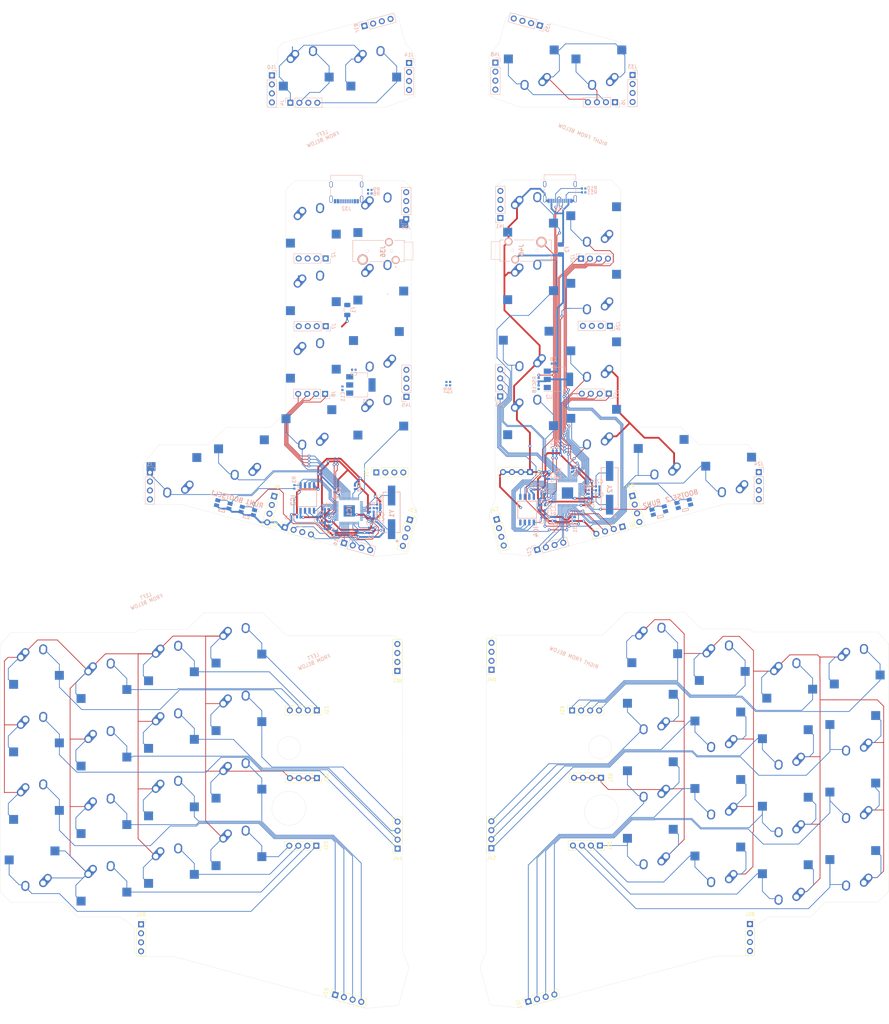
<source format=kicad_pcb>
(kicad_pcb (version 20171130) (host pcbnew "(5.1.4)-1")
  (layers (0 F.Cu signal) (31 B.Cu signal) (34 B.Paste user) (35 F.Paste user) (36 B.SilkS user) (37 F.SilkS user) (38 B.Mask user) (39 F.Mask user) (44 Edge.Cuts user))
  (net 0 "")
  (net 1 "Net-(C5-Pad1)")
  (net 2 "Net-(J3-Pad3)")
  (net 3 "Net-(J5-Pad1)")
  (net 4 "Net-(J9-Pad3)")
  (net 5 "Net-(J9-Pad2)")
  (net 6 "Net-(J9-Pad1)")
  (net 7 "Net-(J10-Pad4)")
  (net 8 "Net-(J10-Pad3)")
  (net 9 "Net-(J10-Pad2)")
  (net 10 "Net-(J10-Pad1)")
  (net 11 "Net-(J11-Pad4)")
  (net 12 "Net-(J11-Pad3)")
  (net 13 "Net-(J11-Pad2)")
  (net 14 "Net-(J11-Pad1)")
  (net 15 "Net-(J13-Pad4)")
  (net 16 "Net-(J13-Pad3)")
  (net 17 "Net-(J13-Pad2)")
  (net 18 "Net-(J13-Pad1)")
  (net 19 "Net-(J14-Pad4)")
  (net 20 "Net-(J14-Pad3)")
  (net 21 "Net-(J14-Pad2)")
  (net 22 "Net-(J14-Pad1)")
  (net 23 "Net-(J15-Pad4)")
  (net 24 "Net-(J15-Pad3)")
  (net 25 "Net-(J15-Pad2)")
  (net 26 "Net-(J15-Pad1)")
  (net 27 D-)
  (net 28 D+)
  (net 29 "Net-(BOOTSEL1-Pad1)")
  (net 30 XIN)
  (net 31 +1V1)
  (net 32 QSPI_SD1)
  (net 33 QSPI_SD2)
  (net 34 QSPI_SD0)
  (net 35 QSPI_SCLK)
  (net 36 QSPI_SD3)
  (net 37 "Net-(IC1-Pad47)")
  (net 38 "Net-(IC1-Pad46)")
  (net 39 "Net-(IC1-Pad31)")
  (net 40 "Net-(IC1-Pad28)")
  (net 41 "Net-(IC1-Pad27)")
  (net 42 "Net-(IC1-Pad25)")
  (net 43 "Net-(IC1-Pad24)")
  (net 44 XOUT)
  (net 45 "Net-(J32-PadB5)")
  (net 46 "Net-(J32-PadA5)")
  (net 47 "Net-(J33-Pad3)")
  (net 48 "Net-(J33-Pad2)")
  (net 49 "Net-(J33-Pad1)")
  (net 50 K_RSE)
  (net 51 "Net-(J4-Pad3)")
  (net 52 K_LSFT)
  (net 53 K_RSFT)
  (net 54 "Net-(J6-Pad3)")
  (net 55 K_LWR)
  (net 56 "Net-(J17-Pad4)")
  (net 57 "Net-(J17-Pad3)")
  (net 58 "Net-(J17-Pad2)")
  (net 59 "Net-(J17-Pad1)")
  (net 60 "Net-(J18-Pad4)")
  (net 61 "Net-(J18-Pad3)")
  (net 62 "Net-(J18-Pad2)")
  (net 63 "Net-(J18-Pad1)")
  (net 64 "Net-(J33-Pad4)")
  (net 65 "Net-(J35-Pad4)")
  (net 66 "Net-(J35-Pad3)")
  (net 67 "Net-(J35-Pad2)")
  (net 68 "Net-(J35-Pad1)")
  (net 69 "Net-(BOOTSEL2-Pad1)")
  (net 70 RXIN)
  (net 71 "Net-(C22-Pad1)")
  (net 72 "Net-(IC1-Pad30)")
  (net 73 "Net-(IC1-Pad29)")
  (net 74 RQSPI_SD1)
  (net 75 RQSPI_SD2)
  (net 76 RQSPI_SD0)
  (net 77 RQSPI_SCLK)
  (net 78 RQSPI_SD3)
  (net 79 "Net-(IC3-Pad47)")
  (net 80 "Net-(IC3-Pad46)")
  (net 81 "Net-(IC3-Pad25)")
  (net 82 "Net-(IC3-Pad24)")
  (net 83 RXOUT)
  (net 84 "Net-(J37-PadB5)")
  (net 85 RD+)
  (net 86 "Net-(J37-PadA5)")
  (net 87 RD-)
  (net 88 L-BASE)
  (net 89 L-RING1)
  (net 90 L-TIP)
  (net 91 R-TIP)
  (net 92 "Net-(J1-Pad2)")
  (net 93 "Net-(J1-Pad3)")
  (net 94 "Net-(J1-Pad4)")
  (net 95 "Net-(J20-Pad1)")
  (net 96 "Net-(J20-Pad2)")
  (net 97 "Net-(J20-Pad3)")
  (net 98 K_ESC)
  (net 99 K_Q)
  (net 100 K_W)
  (net 101 K_E)
  (net 102 K_TAB)
  (net 103 K_A)
  (net 104 K_S)
  (net 105 K_D)
  (net 106 K_LCTL)
  (net 107 K_Z)
  (net 108 K_X)
  (net 109 K_C)
  (net 110 K_BSPC)
  (net 111 K_P)
  (net 112 K_O)
  (net 113 K_I)
  (net 114 K_ENT)
  (net 115 K_SEMICOL)
  (net 116 K_L)
  (net 117 K_K)
  (net 118 K_RCTL)
  (net 119 K_SLASH)
  (net 120 K_DOT)
  (net 121 K_COMM)
  (net 122 "Net-(J28-Pad1)")
  (net 123 "Net-(J28-Pad2)")
  (net 124 "Net-(J28-Pad3)")
  (net 125 "Net-(J28-Pad4)")
  (net 126 "Net-(J29-Pad1)")
  (net 127 "Net-(J29-Pad2)")
  (net 128 "Net-(J29-Pad3)")
  (net 129 "Net-(J29-Pad4)")
  (net 130 "Net-(J30-Pad1)")
  (net 131 "Net-(J31-Pad1)")
  (net 132 "Net-(J31-Pad2)")
  (net 133 "Net-(J31-Pad3)")
  (net 134 "Net-(J31-Pad4)")
  (net 135 "Net-(J32-PadB8)")
  (net 136 "Net-(J32-PadA8)")
  (net 137 "Net-(J37-PadB8)")
  (net 138 "Net-(J37-PadA8)")
  (net 139 "Net-(J38-Pad1)")
  (net 140 "Net-(J38-Pad2)")
  (net 141 "Net-(J38-Pad3)")
  (net 142 "Net-(J38-Pad4)")
  (net 143 "Net-(J39-Pad1)")
  (net 144 "Net-(J39-Pad2)")
  (net 145 "Net-(J39-Pad3)")
  (net 146 "Net-(J39-Pad4)")
  (net 147 "Net-(J40-Pad1)")
  (net 148 "Net-(J40-Pad2)")
  (net 149 "Net-(J40-Pad3)")
  (net 150 "Net-(J40-Pad4)")
  (net 151 "Net-(J41-Pad1)")
  (net 152 "Net-(J41-Pad2)")
  (net 153 "Net-(J41-Pad3)")
  (net 154 "Net-(J41-Pad4)")
  (net 155 "Net-(J42-Pad1)")
  (net 156 "Net-(J42-Pad2)")
  (net 157 "Net-(J42-Pad3)")
  (net 158 "Net-(J42-Pad4)")
  (net 159 "Net-(J44-Pad1)")
  (net 160 "Net-(J44-Pad2)")
  (net 161 "Net-(J44-Pad3)")
  (net 162 "Net-(J44-Pad4)")
  (net 163 K_WIN)
  (net 164 K_LALT)
  (net 165 K_R)
  (net 166 K_F)
  (net 167 K_V)
  (net 168 K_T)
  (net 169 K_G)
  (net 170 K_B)
  (net 171 K_Y)
  (net 172 K_H)
  (net 173 K_N)
  (net 174 K_U)
  (net 175 K_J)
  (net 176 K_M)
  (net 177 K_RALT)
  (net 178 K_MNU)
  (net 179 "Net-(J47-Pad4)")
  (net 180 "Net-(J47-Pad3)")
  (net 181 "Net-(J47-Pad2)")
  (net 182 "Net-(J47-Pad1)")
  (net 183 "Net-(J48-Pad4)")
  (net 184 "Net-(J48-Pad3)")
  (net 185 "Net-(J48-Pad2)")
  (net 186 "Net-(J48-Pad1)")
  (net 187 "Net-(J20-Pad4)")
  (net 188 "Net-(J21-Pad1)")
  (net 189 "Net-(J21-Pad2)")
  (net 190 "Net-(J21-Pad3)")
  (net 191 "Net-(J21-Pad4)")
  (net 192 "Net-(J22-Pad1)")
  (net 193 "Net-(J23-Pad1)")
  (net 194 "Net-(J23-Pad2)")
  (net 195 "Net-(J23-Pad3)")
  (net 196 "Net-(J23-Pad4)")
  (net 197 "Net-(J4-Pad4)")
  (net 198 "Net-(J4-Pad2)")
  (net 199 "Net-(J4-Pad1)")
  (net 200 "Net-(J6-Pad4)")
  (net 201 "Net-(J6-Pad2)")
  (net 202 "Net-(J6-Pad1)")
  (net 203 +5VA)
  (net 204 "Net-(IC1-Pad35)")
  (net 205 "Net-(IC1-Pad34)")
  (net 206 +3V3)
  (net 207 "Net-(IC1-Pad26)")
  (net 208 "Net-(IC3-Pad26)")
  (net 209 QSPI_SSN)
  (net 210 RQSPI_SSN)
  (net 211 K_3)
  (net 212 K_2)
  (net 213 K_1)
  (net 214 K_GRAVE)
  (net 215 K_DEL)
  (net 216 K_0)
  (net 217 K_9)
  (net 218 K_8)
  (net 219 K_4)
  (net 220 K_5)
  (net 221 K_6)
  (net 222 K_7)
  (module MX_Alps_Hybrid:MX-1U-NoLED_HotSwap (layer F.Cu) (at 42.932789 528.962952)
    (fp_text reference MX4)
    (fp_text value SwQ)
    (pad "" np_thru_hole circle (at -2.54 5.08 180) (size 3 3) (drill 3) (layers *.Cu *.Mask))
    (pad "" np_thru_hole circle (at 3.81 2.54 180) (size 3 3) (drill 3) (layers *.Cu *.Mask))
    (pad 2 smd rect (at 7.085 2.54 180) (size 2.55 2.5) (layers B.Cu B.Paste B.Mask) (net 160 "Net-(J44-Pad2)"))
    (pad 1 smd rect (at -5.842 5.08 180) (size 2.55 2.5) (layers B.Cu B.Paste B.Mask) (net 192 "Net-(J22-Pad1)"))
    (pad "" np_thru_hole circle (at 5.08 0 48.0996) (size 1.75 1.75) (drill 1.75) (layers *.Cu *.Mask))
    (pad "" np_thru_hole circle (at -5.08 0 48.0996) (size 1.75 1.75) (drill 1.75) (layers *.Cu *.Mask))
    (pad 1 thru_hole circle (at -2.5 -4) (size 2.25 2.25) (drill 1.47) (layers *.Cu B.Mask) (net 192 "Net-(J22-Pad1)"))
    (pad "" np_thru_hole circle (at 0 0) (size 3.9878 3.9878) (drill 3.9878) (layers *.Cu *.Mask))
    (pad 1 thru_hole oval (at -3.81 -2.54 48.0996) (size 4.211556 2.25) (drill 1.47 (offset 0.980778 0)) (layers *.Cu B.Mask) (net 192 "Net-(J22-Pad1)"))
    (pad 2 thru_hole circle (at 2.54 -5.08) (size 2.25 2.25) (drill 1.47) (layers *.Cu B.Mask) (net 160 "Net-(J44-Pad2)"))
    (pad 2 thru_hole oval (at 2.5 -4.5 86.0548) (size 2.831378 2.25) (drill 1.47 (offset 0.290689 0)) (layers *.Cu B.Mask) (net 160 "Net-(J44-Pad2)"))
  )
  (module MX_Alps_Hybrid:MX-1U-NoLED_HotSwap (layer F.Cu) (at 42.93279 548.012952)
    (fp_text reference MX5)
    (fp_text value SwA)
    (pad "" np_thru_hole circle (at -2.54 5.08 180) (size 3 3) (drill 3) (layers *.Cu *.Mask))
    (pad "" np_thru_hole circle (at 3.81 2.54 180) (size 3 3) (drill 3) (layers *.Cu *.Mask))
    (pad 2 smd rect (at 7.085 2.54 180) (size 2.55 2.5) (layers B.Cu B.Paste B.Mask) (net 25 "Net-(J15-Pad2)"))
    (pad 1 smd rect (at -5.842 5.08 180) (size 2.55 2.5) (layers B.Cu B.Paste B.Mask) (net 192 "Net-(J22-Pad1)"))
    (pad "" np_thru_hole circle (at 5.08 0 48.0996) (size 1.75 1.75) (drill 1.75) (layers *.Cu *.Mask))
    (pad "" np_thru_hole circle (at -5.08 0 48.0996) (size 1.75 1.75) (drill 1.75) (layers *.Cu *.Mask))
    (pad 1 thru_hole circle (at -2.5 -4) (size 2.25 2.25) (drill 1.47) (layers *.Cu B.Mask) (net 192 "Net-(J22-Pad1)"))
    (pad "" np_thru_hole circle (at 0 0) (size 3.9878 3.9878) (drill 3.9878) (layers *.Cu *.Mask))
    (pad 1 thru_hole oval (at -3.81 -2.54 48.0996) (size 4.211556 2.25) (drill 1.47 (offset 0.980778 0)) (layers *.Cu B.Mask) (net 192 "Net-(J22-Pad1)"))
    (pad 2 thru_hole circle (at 2.54 -5.08) (size 2.25 2.25) (drill 1.47) (layers *.Cu B.Mask) (net 25 "Net-(J15-Pad2)"))
    (pad 2 thru_hole oval (at 2.5 -4.5 86.0548) (size 2.831378 2.25) (drill 1.47 (offset 0.290689 0)) (layers *.Cu B.Mask) (net 25 "Net-(J15-Pad2)"))
  )
  (module MX_Alps_Hybrid:MX-1U-NoLED_HotSwap (layer F.Cu) (at 255.562025 505.8)
    (fp_text reference MX56)
    (fp_text value SwDEL)
    (pad "" np_thru_hole circle (at -2.54 5.08 180) (size 3 3) (drill 3) (layers *.Cu *.Mask))
    (pad "" np_thru_hole circle (at 3.81 2.54 180) (size 3 3) (drill 3) (layers *.Cu *.Mask))
    (pad 2 smd rect (at 7.085 2.54 180) (size 2.55 2.5) (layers B.Cu B.Paste B.Mask) (net 129 "Net-(J29-Pad4)"))
    (pad 1 smd rect (at -5.842 5.08 180) (size 2.55 2.5) (layers B.Cu B.Paste B.Mask) (net 130 "Net-(J30-Pad1)"))
    (pad "" np_thru_hole circle (at 5.08 0 48.0996) (size 1.75 1.75) (drill 1.75) (layers *.Cu *.Mask))
    (pad "" np_thru_hole circle (at -5.08 0 48.0996) (size 1.75 1.75) (drill 1.75) (layers *.Cu *.Mask))
    (pad 1 thru_hole circle (at -2.5 -4) (size 2.25 2.25) (drill 1.47) (layers *.Cu B.Mask) (net 130 "Net-(J30-Pad1)"))
    (pad "" np_thru_hole circle (at 0 0) (size 3.9878 3.9878) (drill 3.9878) (layers *.Cu *.Mask))
    (pad 1 thru_hole oval (at -3.81 -2.54 48.0996) (size 4.211556 2.25) (drill 1.47 (offset 0.980778 0)) (layers *.Cu B.Mask) (net 130 "Net-(J30-Pad1)"))
    (pad 2 thru_hole circle (at 2.54 -5.08) (size 2.25 2.25) (drill 1.47) (layers *.Cu B.Mask) (net 129 "Net-(J29-Pad4)"))
    (pad 2 thru_hole oval (at 2.5 -4.5 86.0548) (size 2.831378 2.25) (drill 1.47 (offset 0.290689 0)) (layers *.Cu B.Mask) (net 129 "Net-(J29-Pad4)"))
  )
  (module MX_Alps_Hybrid:MX-1U-NoLED_HotSwap (layer F.Cu) (at 236.512025 509.8)
    (fp_text reference MX55)
    (fp_text value Sw0)
    (pad "" np_thru_hole circle (at -2.54 5.08 180) (size 3 3) (drill 3) (layers *.Cu *.Mask))
    (pad "" np_thru_hole circle (at 3.81 2.54 180) (size 3 3) (drill 3) (layers *.Cu *.Mask))
    (pad 2 smd rect (at 7.085 2.54 180) (size 2.55 2.5) (layers B.Cu B.Paste B.Mask) (net 128 "Net-(J29-Pad3)"))
    (pad 1 smd rect (at -5.842 5.08 180) (size 2.55 2.5) (layers B.Cu B.Paste B.Mask) (net 130 "Net-(J30-Pad1)"))
    (pad "" np_thru_hole circle (at 5.08 0 48.0996) (size 1.75 1.75) (drill 1.75) (layers *.Cu *.Mask))
    (pad "" np_thru_hole circle (at -5.08 0 48.0996) (size 1.75 1.75) (drill 1.75) (layers *.Cu *.Mask))
    (pad 1 thru_hole circle (at -2.5 -4) (size 2.25 2.25) (drill 1.47) (layers *.Cu B.Mask) (net 130 "Net-(J30-Pad1)"))
    (pad "" np_thru_hole circle (at 0 0) (size 3.9878 3.9878) (drill 3.9878) (layers *.Cu *.Mask))
    (pad 1 thru_hole oval (at -3.81 -2.54 48.0996) (size 4.211556 2.25) (drill 1.47 (offset 0.980778 0)) (layers *.Cu B.Mask) (net 130 "Net-(J30-Pad1)"))
    (pad 2 thru_hole circle (at 2.54 -5.08) (size 2.25 2.25) (drill 1.47) (layers *.Cu B.Mask) (net 128 "Net-(J29-Pad3)"))
    (pad 2 thru_hole oval (at 2.5 -4.5 86.0548) (size 2.831378 2.25) (drill 1.47 (offset 0.290689 0)) (layers *.Cu B.Mask) (net 128 "Net-(J29-Pad3)"))
  )
  (module MX_Alps_Hybrid:MX-1U-NoLED_HotSwap (layer F.Cu) (at 217.462025 504.8)
    (fp_text reference MX54)
    (fp_text value Sw9)
    (pad "" np_thru_hole circle (at -2.54 5.08 180) (size 3 3) (drill 3) (layers *.Cu *.Mask))
    (pad "" np_thru_hole circle (at 3.81 2.54 180) (size 3 3) (drill 3) (layers *.Cu *.Mask))
    (pad 2 smd rect (at 7.085 2.54 180) (size 2.55 2.5) (layers B.Cu B.Paste B.Mask) (net 127 "Net-(J29-Pad2)"))
    (pad 1 smd rect (at -5.842 5.08 180) (size 2.55 2.5) (layers B.Cu B.Paste B.Mask) (net 130 "Net-(J30-Pad1)"))
    (pad "" np_thru_hole circle (at 5.08 0 48.0996) (size 1.75 1.75) (drill 1.75) (layers *.Cu *.Mask))
    (pad "" np_thru_hole circle (at -5.08 0 48.0996) (size 1.75 1.75) (drill 1.75) (layers *.Cu *.Mask))
    (pad 1 thru_hole circle (at -2.5 -4) (size 2.25 2.25) (drill 1.47) (layers *.Cu B.Mask) (net 130 "Net-(J30-Pad1)"))
    (pad "" np_thru_hole circle (at 0 0) (size 3.9878 3.9878) (drill 3.9878) (layers *.Cu *.Mask))
    (pad 1 thru_hole oval (at -3.81 -2.54 48.0996) (size 4.211556 2.25) (drill 1.47 (offset 0.980778 0)) (layers *.Cu B.Mask) (net 130 "Net-(J30-Pad1)"))
    (pad 2 thru_hole circle (at 2.54 -5.08) (size 2.25 2.25) (drill 1.47) (layers *.Cu B.Mask) (net 127 "Net-(J29-Pad2)"))
    (pad 2 thru_hole oval (at 2.5 -4.5 86.0548) (size 2.831378 2.25) (drill 1.47 (offset 0.290689 0)) (layers *.Cu B.Mask) (net 127 "Net-(J29-Pad2)"))
  )
  (module MX_Alps_Hybrid:MX-1U-NoLED_HotSwap (layer F.Cu) (at 198.412025 499.8)
    (fp_text reference MX53)
    (fp_text value Sw8)
    (pad "" np_thru_hole circle (at -2.54 5.08 180) (size 3 3) (drill 3) (layers *.Cu *.Mask))
    (pad "" np_thru_hole circle (at 3.81 2.54 180) (size 3 3) (drill 3) (layers *.Cu *.Mask))
    (pad 2 smd rect (at 7.085 2.54 180) (size 2.55 2.5) (layers B.Cu B.Paste B.Mask) (net 126 "Net-(J29-Pad1)"))
    (pad 1 smd rect (at -5.842 5.08 180) (size 2.55 2.5) (layers B.Cu B.Paste B.Mask) (net 130 "Net-(J30-Pad1)"))
    (pad "" np_thru_hole circle (at 5.08 0 48.0996) (size 1.75 1.75) (drill 1.75) (layers *.Cu *.Mask))
    (pad "" np_thru_hole circle (at -5.08 0 48.0996) (size 1.75 1.75) (drill 1.75) (layers *.Cu *.Mask))
    (pad 1 thru_hole circle (at -2.5 -4) (size 2.25 2.25) (drill 1.47) (layers *.Cu B.Mask) (net 130 "Net-(J30-Pad1)"))
    (pad "" np_thru_hole circle (at 0 0) (size 3.9878 3.9878) (drill 3.9878) (layers *.Cu *.Mask))
    (pad 1 thru_hole oval (at -3.81 -2.54 48.0996) (size 4.211556 2.25) (drill 1.47 (offset 0.980778 0)) (layers *.Cu B.Mask) (net 130 "Net-(J30-Pad1)"))
    (pad 2 thru_hole circle (at 2.54 -5.08) (size 2.25 2.25) (drill 1.47) (layers *.Cu B.Mask) (net 126 "Net-(J29-Pad1)"))
    (pad 2 thru_hole oval (at 2.5 -4.5 86.0548) (size 2.831378 2.25) (drill 1.47 (offset 0.290689 0)) (layers *.Cu B.Mask) (net 126 "Net-(J29-Pad1)"))
  )
  (module MX_Alps_Hybrid:MX-1U-NoLED_HotSwap (layer F.Cu) (at 182.412025 381.3 180)
    (fp_text reference MX52)
    (fp_text value Sw7)
    (pad "" np_thru_hole circle (at -2.54 5.08) (size 3 3) (drill 3) (layers *.Cu *.Mask))
    (pad "" np_thru_hole circle (at 3.81 2.54) (size 3 3) (drill 3) (layers *.Cu *.Mask))
    (pad 2 smd rect (at 7.085 2.54) (size 2.55 2.5) (layers B.Cu B.Paste B.Mask) (net 222 K_7))
    (pad 1 smd rect (at -5.842 5.08) (size 2.55 2.5) (layers B.Cu B.Paste B.Mask) (net 88 L-BASE))
    (pad "" np_thru_hole circle (at 5.08 0 228.0996) (size 1.75 1.75) (drill 1.75) (layers *.Cu *.Mask))
    (pad "" np_thru_hole circle (at -5.08 0 228.0996) (size 1.75 1.75) (drill 1.75) (layers *.Cu *.Mask))
    (pad 1 thru_hole circle (at -2.5 -4 180) (size 2.25 2.25) (drill 1.47) (layers *.Cu B.Mask) (net 88 L-BASE))
    (pad "" np_thru_hole circle (at 0 0 180) (size 3.9878 3.9878) (drill 3.9878) (layers *.Cu *.Mask))
    (pad 1 thru_hole oval (at -3.81 -2.54 228.0996) (size 4.211556 2.25) (drill 1.47 (offset 0.980778 0)) (layers *.Cu B.Mask) (net 88 L-BASE))
    (pad 2 thru_hole circle (at 2.54 -5.08 180) (size 2.25 2.25) (drill 1.47) (layers *.Cu B.Mask) (net 222 K_7))
    (pad 2 thru_hole oval (at 2.5 -4.5 266.0548) (size 2.831378 2.25) (drill 1.47 (offset 0.290689 0)) (layers *.Cu B.Mask) (net 222 K_7))
  )
  (module MX_Alps_Hybrid:MX-1U-NoLED_HotSwap (layer F.Cu) (at 163.362026 378.3)
    (fp_text reference MX51)
    (fp_text value Sw6)
    (pad "" np_thru_hole circle (at -2.54 5.08 180) (size 3 3) (drill 3) (layers *.Cu *.Mask))
    (pad "" np_thru_hole circle (at 3.81 2.54 180) (size 3 3) (drill 3) (layers *.Cu *.Mask))
    (pad 2 smd rect (at 7.085 2.54 180) (size 2.55 2.5) (layers B.Cu B.Paste B.Mask) (net 221 K_6))
    (pad 1 smd rect (at -5.842 5.08 180) (size 2.55 2.5) (layers B.Cu B.Paste B.Mask) (net 88 L-BASE))
    (pad "" np_thru_hole circle (at 5.08 0 48.0996) (size 1.75 1.75) (drill 1.75) (layers *.Cu *.Mask))
    (pad "" np_thru_hole circle (at -5.08 0 48.0996) (size 1.75 1.75) (drill 1.75) (layers *.Cu *.Mask))
    (pad 1 thru_hole circle (at -2.5 -4) (size 2.25 2.25) (drill 1.47) (layers *.Cu B.Mask) (net 88 L-BASE))
    (pad "" np_thru_hole circle (at 0 0) (size 3.9878 3.9878) (drill 3.9878) (layers *.Cu *.Mask))
    (pad 1 thru_hole oval (at -3.81 -2.54 48.0996) (size 4.211556 2.25) (drill 1.47 (offset 0.980778 0)) (layers *.Cu B.Mask) (net 88 L-BASE))
    (pad 2 thru_hole circle (at 2.54 -5.08) (size 2.25 2.25) (drill 1.47) (layers *.Cu B.Mask) (net 221 K_6))
    (pad 2 thru_hole oval (at 2.5 -4.5 86.0548) (size 2.831378 2.25) (drill 1.47 (offset 0.290689 0)) (layers *.Cu B.Mask) (net 221 K_6))
  )
  (module MX_Alps_Hybrid:MX-1U-NoLED_HotSwap (layer F.Cu) (at 121.08279 378.42)
    (fp_text reference MX50)
    (fp_text value Sw5)
    (pad "" np_thru_hole circle (at -2.54 5.08 180) (size 3 3) (drill 3) (layers *.Cu *.Mask))
    (pad "" np_thru_hole circle (at 3.81 2.54 180) (size 3 3) (drill 3) (layers *.Cu *.Mask))
    (pad 2 smd rect (at 7.085 2.54 180) (size 2.55 2.5) (layers B.Cu B.Paste B.Mask) (net 220 K_5))
    (pad 1 smd rect (at -5.842 5.08 180) (size 2.55 2.5) (layers B.Cu B.Paste B.Mask) (net 88 L-BASE))
    (pad "" np_thru_hole circle (at 5.08 0 48.0996) (size 1.75 1.75) (drill 1.75) (layers *.Cu *.Mask))
    (pad "" np_thru_hole circle (at -5.08 0 48.0996) (size 1.75 1.75) (drill 1.75) (layers *.Cu *.Mask))
    (pad 1 thru_hole circle (at -2.5 -4) (size 2.25 2.25) (drill 1.47) (layers *.Cu B.Mask) (net 88 L-BASE))
    (pad "" np_thru_hole circle (at 0 0) (size 3.9878 3.9878) (drill 3.9878) (layers *.Cu *.Mask))
    (pad 1 thru_hole oval (at -3.81 -2.54 48.0996) (size 4.211556 2.25) (drill 1.47 (offset 0.980778 0)) (layers *.Cu B.Mask) (net 88 L-BASE))
    (pad 2 thru_hole circle (at 2.54 -5.08) (size 2.25 2.25) (drill 1.47) (layers *.Cu B.Mask) (net 220 K_5))
    (pad 2 thru_hole oval (at 2.5 -4.5 86.0548) (size 2.831378 2.25) (drill 1.47 (offset 0.290689 0)) (layers *.Cu B.Mask) (net 220 K_5))
  )
  (module MX_Alps_Hybrid:MX-1U-NoLED_HotSwap (layer F.Cu) (at 102.03279 381.4)
    (fp_text reference MX49)
    (fp_text value Sw4)
    (pad "" np_thru_hole circle (at -2.54 5.08 180) (size 3 3) (drill 3) (layers *.Cu *.Mask))
    (pad "" np_thru_hole circle (at 3.81 2.54 180) (size 3 3) (drill 3) (layers *.Cu *.Mask))
    (pad 2 smd rect (at 7.085 2.54 180) (size 2.55 2.5) (layers B.Cu B.Paste B.Mask) (net 219 K_4))
    (pad 1 smd rect (at -5.842 5.08 180) (size 2.55 2.5) (layers B.Cu B.Paste B.Mask) (net 88 L-BASE))
    (pad "" np_thru_hole circle (at 5.08 0 48.0996) (size 1.75 1.75) (drill 1.75) (layers *.Cu *.Mask))
    (pad "" np_thru_hole circle (at -5.08 0 48.0996) (size 1.75 1.75) (drill 1.75) (layers *.Cu *.Mask))
    (pad 1 thru_hole circle (at -2.5 -4) (size 2.25 2.25) (drill 1.47) (layers *.Cu B.Mask) (net 88 L-BASE))
    (pad "" np_thru_hole circle (at 0 0) (size 3.9878 3.9878) (drill 3.9878) (layers *.Cu *.Mask))
    (pad 1 thru_hole oval (at -3.81 -2.54 48.0996) (size 4.211556 2.25) (drill 1.47 (offset 0.980778 0)) (layers *.Cu B.Mask) (net 88 L-BASE))
    (pad 2 thru_hole circle (at 2.54 -5.08) (size 2.25 2.25) (drill 1.47) (layers *.Cu B.Mask) (net 219 K_4))
    (pad 2 thru_hole oval (at 2.5 -4.5 86.0548) (size 2.831378 2.25) (drill 1.47 (offset 0.290689 0)) (layers *.Cu B.Mask) (net 219 K_4))
  )
  (module MX_Alps_Hybrid:MX-1U-NoLED_HotSwap (layer F.Cu) (at 81.03279 499.9)
    (fp_text reference MX48)
    (fp_text value Sw3)
    (pad "" np_thru_hole circle (at -2.54 5.08 180) (size 3 3) (drill 3) (layers *.Cu *.Mask))
    (pad "" np_thru_hole circle (at 3.81 2.54 180) (size 3 3) (drill 3) (layers *.Cu *.Mask))
    (pad 2 smd rect (at 7.085 2.54 180) (size 2.55 2.5) (layers B.Cu B.Paste B.Mask) (net 188 "Net-(J21-Pad1)"))
    (pad 1 smd rect (at -5.842 5.08 180) (size 2.55 2.5) (layers B.Cu B.Paste B.Mask) (net 192 "Net-(J22-Pad1)"))
    (pad "" np_thru_hole circle (at 5.08 0 48.0996) (size 1.75 1.75) (drill 1.75) (layers *.Cu *.Mask))
    (pad "" np_thru_hole circle (at -5.08 0 48.0996) (size 1.75 1.75) (drill 1.75) (layers *.Cu *.Mask))
    (pad 1 thru_hole circle (at -2.5 -4) (size 2.25 2.25) (drill 1.47) (layers *.Cu B.Mask) (net 192 "Net-(J22-Pad1)"))
    (pad "" np_thru_hole circle (at 0 0) (size 3.9878 3.9878) (drill 3.9878) (layers *.Cu *.Mask))
    (pad 1 thru_hole oval (at -3.81 -2.54 48.0996) (size 4.211556 2.25) (drill 1.47 (offset 0.980778 0)) (layers *.Cu B.Mask) (net 192 "Net-(J22-Pad1)"))
    (pad 2 thru_hole circle (at 2.54 -5.08) (size 2.25 2.25) (drill 1.47) (layers *.Cu B.Mask) (net 188 "Net-(J21-Pad1)"))
    (pad 2 thru_hole oval (at 2.5 -4.5 86.0548) (size 2.831378 2.25) (drill 1.47 (offset 0.290689 0)) (layers *.Cu B.Mask) (net 188 "Net-(J21-Pad1)"))
  )
  (module MX_Alps_Hybrid:MX-1U-NoLED_HotSwap (layer F.Cu) (at 61.982789 504.9)
    (fp_text reference MX47)
    (fp_text value Sw2)
    (pad "" np_thru_hole circle (at -2.54 5.08 180) (size 3 3) (drill 3) (layers *.Cu *.Mask))
    (pad "" np_thru_hole circle (at 3.81 2.54 180) (size 3 3) (drill 3) (layers *.Cu *.Mask))
    (pad 2 smd rect (at 7.085 2.54 180) (size 2.55 2.5) (layers B.Cu B.Paste B.Mask) (net 189 "Net-(J21-Pad2)"))
    (pad 1 smd rect (at -5.842 5.08 180) (size 2.55 2.5) (layers B.Cu B.Paste B.Mask) (net 192 "Net-(J22-Pad1)"))
    (pad "" np_thru_hole circle (at 5.08 0 48.0996) (size 1.75 1.75) (drill 1.75) (layers *.Cu *.Mask))
    (pad "" np_thru_hole circle (at -5.08 0 48.0996) (size 1.75 1.75) (drill 1.75) (layers *.Cu *.Mask))
    (pad 1 thru_hole circle (at -2.5 -4) (size 2.25 2.25) (drill 1.47) (layers *.Cu B.Mask) (net 192 "Net-(J22-Pad1)"))
    (pad "" np_thru_hole circle (at 0 0) (size 3.9878 3.9878) (drill 3.9878) (layers *.Cu *.Mask))
    (pad 1 thru_hole oval (at -3.81 -2.54 48.0996) (size 4.211556 2.25) (drill 1.47 (offset 0.980778 0)) (layers *.Cu B.Mask) (net 192 "Net-(J22-Pad1)"))
    (pad 2 thru_hole circle (at 2.54 -5.08) (size 2.25 2.25) (drill 1.47) (layers *.Cu B.Mask) (net 189 "Net-(J21-Pad2)"))
    (pad 2 thru_hole oval (at 2.5 -4.5 86.0548) (size 2.831378 2.25) (drill 1.47 (offset 0.290689 0)) (layers *.Cu B.Mask) (net 189 "Net-(J21-Pad2)"))
  )
  (module MX_Alps_Hybrid:MX-1U-NoLED_HotSwap (layer F.Cu) (at 42.932789 509.9)
    (fp_text reference MX46)
    (fp_text value Sw1)
    (pad "" np_thru_hole circle (at -2.54 5.08 180) (size 3 3) (drill 3) (layers *.Cu *.Mask))
    (pad "" np_thru_hole circle (at 3.81 2.54 180) (size 3 3) (drill 3) (layers *.Cu *.Mask))
    (pad 2 smd rect (at 7.085 2.54 180) (size 2.55 2.5) (layers B.Cu B.Paste B.Mask) (net 190 "Net-(J21-Pad3)"))
    (pad 1 smd rect (at -5.842 5.08 180) (size 2.55 2.5) (layers B.Cu B.Paste B.Mask) (net 192 "Net-(J22-Pad1)"))
    (pad "" np_thru_hole circle (at 5.08 0 48.0996) (size 1.75 1.75) (drill 1.75) (layers *.Cu *.Mask))
    (pad "" np_thru_hole circle (at -5.08 0 48.0996) (size 1.75 1.75) (drill 1.75) (layers *.Cu *.Mask))
    (pad 1 thru_hole circle (at -2.5 -4) (size 2.25 2.25) (drill 1.47) (layers *.Cu B.Mask) (net 192 "Net-(J22-Pad1)"))
    (pad "" np_thru_hole circle (at 0 0) (size 3.9878 3.9878) (drill 3.9878) (layers *.Cu *.Mask))
    (pad 1 thru_hole oval (at -3.81 -2.54 48.0996) (size 4.211556 2.25) (drill 1.47 (offset 0.980778 0)) (layers *.Cu B.Mask) (net 192 "Net-(J22-Pad1)"))
    (pad 2 thru_hole circle (at 2.54 -5.08) (size 2.25 2.25) (drill 1.47) (layers *.Cu B.Mask) (net 190 "Net-(J21-Pad3)"))
    (pad 2 thru_hole oval (at 2.5 -4.5 86.0548) (size 2.831378 2.25) (drill 1.47 (offset 0.290689 0)) (layers *.Cu B.Mask) (net 190 "Net-(J21-Pad3)"))
  )
  (module MX_Alps_Hybrid:MX-1U-NoLED_HotSwap (layer F.Cu) (at 23.882789 505.9)
    (fp_text reference MX45)
    (fp_text value SwGrave)
    (pad "" np_thru_hole circle (at -2.54 5.08 180) (size 3 3) (drill 3) (layers *.Cu *.Mask))
    (pad "" np_thru_hole circle (at 3.81 2.54 180) (size 3 3) (drill 3) (layers *.Cu *.Mask))
    (pad 2 smd rect (at 7.085 2.54 180) (size 2.55 2.5) (layers B.Cu B.Paste B.Mask) (net 191 "Net-(J21-Pad4)"))
    (pad 1 smd rect (at -5.842 5.08 180) (size 2.55 2.5) (layers B.Cu B.Paste B.Mask) (net 192 "Net-(J22-Pad1)"))
    (pad "" np_thru_hole circle (at 5.08 0 48.0996) (size 1.75 1.75) (drill 1.75) (layers *.Cu *.Mask))
    (pad "" np_thru_hole circle (at -5.08 0 48.0996) (size 1.75 1.75) (drill 1.75) (layers *.Cu *.Mask))
    (pad 1 thru_hole circle (at -2.5 -4) (size 2.25 2.25) (drill 1.47) (layers *.Cu B.Mask) (net 192 "Net-(J22-Pad1)"))
    (pad "" np_thru_hole circle (at 0 0) (size 3.9878 3.9878) (drill 3.9878) (layers *.Cu *.Mask))
    (pad 1 thru_hole oval (at -3.81 -2.54 48.0996) (size 4.211556 2.25) (drill 1.47 (offset 0.980778 0)) (layers *.Cu B.Mask) (net 192 "Net-(J22-Pad1)"))
    (pad 2 thru_hole circle (at 2.54 -5.08) (size 2.25 2.25) (drill 1.47) (layers *.Cu B.Mask) (net 191 "Net-(J21-Pad4)"))
    (pad 2 thru_hole oval (at 2.5 -4.5 86.0548) (size 2.831378 2.25) (drill 1.47 (offset 0.290689 0)) (layers *.Cu B.Mask) (net 191 "Net-(J21-Pad4)"))
  )
  (module MX_Alps_Hybrid:MX-1U-NoLED_HotSwap (layer F.Cu) (at 255.562025 562.960322 180)
    (fp_text reference MX44)
    (fp_text value SwRCTRL)
    (pad "" np_thru_hole circle (at -2.54 5.08) (size 3 3) (drill 3) (layers *.Cu *.Mask))
    (pad "" np_thru_hole circle (at 3.81 2.54) (size 3 3) (drill 3) (layers *.Cu *.Mask))
    (pad 2 smd rect (at 7.085 2.54) (size 2.55 2.5) (layers B.Cu B.Paste B.Mask) (net 134 "Net-(J31-Pad4)"))
    (pad 1 smd rect (at -5.842 5.08) (size 2.55 2.5) (layers B.Cu B.Paste B.Mask) (net 130 "Net-(J30-Pad1)"))
    (pad "" np_thru_hole circle (at 5.08 0 228.0996) (size 1.75 1.75) (drill 1.75) (layers *.Cu *.Mask))
    (pad "" np_thru_hole circle (at -5.08 0 228.0996) (size 1.75 1.75) (drill 1.75) (layers *.Cu *.Mask))
    (pad 1 thru_hole circle (at -2.5 -4 180) (size 2.25 2.25) (drill 1.47) (layers *.Cu B.Mask) (net 130 "Net-(J30-Pad1)"))
    (pad "" np_thru_hole circle (at 0 0 180) (size 3.9878 3.9878) (drill 3.9878) (layers *.Cu *.Mask))
    (pad 1 thru_hole oval (at -3.81 -2.54 228.0996) (size 4.211556 2.25) (drill 1.47 (offset 0.980778 0)) (layers *.Cu B.Mask) (net 130 "Net-(J30-Pad1)"))
    (pad 2 thru_hole circle (at 2.54 -5.08 180) (size 2.25 2.25) (drill 1.47) (layers *.Cu B.Mask) (net 134 "Net-(J31-Pad4)"))
    (pad 2 thru_hole oval (at 2.5 -4.5 266.0548) (size 2.831378 2.25) (drill 1.47 (offset 0.290689 0)) (layers *.Cu B.Mask) (net 134 "Net-(J31-Pad4)"))
  )
  (module MX_Alps_Hybrid:MX-1U-NoLED_HotSwap (layer F.Cu) (at 255.562024 543.910322 180)
    (fp_text reference MX43)
    (fp_text value SwENTER)
    (pad "" np_thru_hole circle (at -2.54 5.08) (size 3 3) (drill 3) (layers *.Cu *.Mask))
    (pad "" np_thru_hole circle (at 3.81 2.54) (size 3 3) (drill 3) (layers *.Cu *.Mask))
    (pad 2 smd rect (at 7.085 2.54) (size 2.55 2.5) (layers B.Cu B.Paste B.Mask) (net 11 "Net-(J11-Pad4)"))
    (pad 1 smd rect (at -5.842 5.08) (size 2.55 2.5) (layers B.Cu B.Paste B.Mask) (net 130 "Net-(J30-Pad1)"))
    (pad "" np_thru_hole circle (at 5.08 0 228.0996) (size 1.75 1.75) (drill 1.75) (layers *.Cu *.Mask))
    (pad "" np_thru_hole circle (at -5.08 0 228.0996) (size 1.75 1.75) (drill 1.75) (layers *.Cu *.Mask))
    (pad 1 thru_hole circle (at -2.5 -4 180) (size 2.25 2.25) (drill 1.47) (layers *.Cu B.Mask) (net 130 "Net-(J30-Pad1)"))
    (pad "" np_thru_hole circle (at 0 0 180) (size 3.9878 3.9878) (drill 3.9878) (layers *.Cu *.Mask))
    (pad 1 thru_hole oval (at -3.81 -2.54 228.0996) (size 4.211556 2.25) (drill 1.47 (offset 0.980778 0)) (layers *.Cu B.Mask) (net 130 "Net-(J30-Pad1)"))
    (pad 2 thru_hole circle (at 2.54 -5.08 180) (size 2.25 2.25) (drill 1.47) (layers *.Cu B.Mask) (net 11 "Net-(J11-Pad4)"))
    (pad 2 thru_hole oval (at 2.5 -4.5 266.0548) (size 2.831378 2.25) (drill 1.47 (offset 0.290689 0)) (layers *.Cu B.Mask) (net 11 "Net-(J11-Pad4)"))
  )
  (module MX_Alps_Hybrid:MX-1U-NoLED_HotSwap (layer F.Cu) (at 255.562025 524.860322 180)
    (fp_text reference MX42)
    (fp_text value SwBKSP)
    (pad "" np_thru_hole circle (at -2.54 5.08) (size 3 3) (drill 3) (layers *.Cu *.Mask))
    (pad "" np_thru_hole circle (at 3.81 2.54) (size 3 3) (drill 3) (layers *.Cu *.Mask))
    (pad 2 smd rect (at 7.085 2.54) (size 2.55 2.5) (layers B.Cu B.Paste B.Mask) (net 155 "Net-(J42-Pad1)"))
    (pad 1 smd rect (at -5.842 5.08) (size 2.55 2.5) (layers B.Cu B.Paste B.Mask) (net 130 "Net-(J30-Pad1)"))
    (pad "" np_thru_hole circle (at 5.08 0 228.0996) (size 1.75 1.75) (drill 1.75) (layers *.Cu *.Mask))
    (pad "" np_thru_hole circle (at -5.08 0 228.0996) (size 1.75 1.75) (drill 1.75) (layers *.Cu *.Mask))
    (pad 1 thru_hole circle (at -2.5 -4 180) (size 2.25 2.25) (drill 1.47) (layers *.Cu B.Mask) (net 130 "Net-(J30-Pad1)"))
    (pad "" np_thru_hole circle (at 0 0 180) (size 3.9878 3.9878) (drill 3.9878) (layers *.Cu *.Mask))
    (pad 1 thru_hole oval (at -3.81 -2.54 228.0996) (size 4.211556 2.25) (drill 1.47 (offset 0.980778 0)) (layers *.Cu B.Mask) (net 130 "Net-(J30-Pad1)"))
    (pad 2 thru_hole circle (at 2.54 -5.08 180) (size 2.25 2.25) (drill 1.47) (layers *.Cu B.Mask) (net 155 "Net-(J42-Pad1)"))
    (pad 2 thru_hole oval (at 2.5 -4.5 266.0548) (size 2.831378 2.25) (drill 1.47 (offset 0.290689 0)) (layers *.Cu B.Mask) (net 155 "Net-(J42-Pad1)"))
  )
  (module MX_Alps_Hybrid:MX-1U-NoLED_HotSwap (layer F.Cu) (at 236.512025 566.960323 180)
    (fp_text reference MX41)
    (fp_text value Sw?)
    (pad "" np_thru_hole circle (at -2.54 5.08) (size 3 3) (drill 3) (layers *.Cu *.Mask))
    (pad "" np_thru_hole circle (at 3.81 2.54) (size 3 3) (drill 3) (layers *.Cu *.Mask))
    (pad 2 smd rect (at 7.085 2.54) (size 2.55 2.5) (layers B.Cu B.Paste B.Mask) (net 133 "Net-(J31-Pad3)"))
    (pad 1 smd rect (at -5.842 5.08) (size 2.55 2.5) (layers B.Cu B.Paste B.Mask) (net 130 "Net-(J30-Pad1)"))
    (pad "" np_thru_hole circle (at 5.08 0 228.0996) (size 1.75 1.75) (drill 1.75) (layers *.Cu *.Mask))
    (pad "" np_thru_hole circle (at -5.08 0 228.0996) (size 1.75 1.75) (drill 1.75) (layers *.Cu *.Mask))
    (pad 1 thru_hole circle (at -2.5 -4 180) (size 2.25 2.25) (drill 1.47) (layers *.Cu B.Mask) (net 130 "Net-(J30-Pad1)"))
    (pad "" np_thru_hole circle (at 0 0 180) (size 3.9878 3.9878) (drill 3.9878) (layers *.Cu *.Mask))
    (pad 1 thru_hole oval (at -3.81 -2.54 228.0996) (size 4.211556 2.25) (drill 1.47 (offset 0.980778 0)) (layers *.Cu B.Mask) (net 130 "Net-(J30-Pad1)"))
    (pad 2 thru_hole circle (at 2.54 -5.08 180) (size 2.25 2.25) (drill 1.47) (layers *.Cu B.Mask) (net 133 "Net-(J31-Pad3)"))
    (pad 2 thru_hole oval (at 2.5 -4.5 266.0548) (size 2.831378 2.25) (drill 1.47 (offset 0.290689 0)) (layers *.Cu B.Mask) (net 133 "Net-(J31-Pad3)"))
  )
  (module MX_Alps_Hybrid:MX-1U-NoLED_HotSwap (layer F.Cu) (at 236.512026 547.910322 180)
    (fp_text reference MX40)
    (fp_text value SwCOLON)
    (pad "" np_thru_hole circle (at -2.54 5.08) (size 3 3) (drill 3) (layers *.Cu *.Mask))
    (pad "" np_thru_hole circle (at 3.81 2.54) (size 3 3) (drill 3) (layers *.Cu *.Mask))
    (pad 2 smd rect (at 7.085 2.54) (size 2.55 2.5) (layers B.Cu B.Paste B.Mask) (net 12 "Net-(J11-Pad3)"))
    (pad 1 smd rect (at -5.842 5.08) (size 2.55 2.5) (layers B.Cu B.Paste B.Mask) (net 130 "Net-(J30-Pad1)"))
    (pad "" np_thru_hole circle (at 5.08 0 228.0996) (size 1.75 1.75) (drill 1.75) (layers *.Cu *.Mask))
    (pad "" np_thru_hole circle (at -5.08 0 228.0996) (size 1.75 1.75) (drill 1.75) (layers *.Cu *.Mask))
    (pad 1 thru_hole circle (at -2.5 -4 180) (size 2.25 2.25) (drill 1.47) (layers *.Cu B.Mask) (net 130 "Net-(J30-Pad1)"))
    (pad "" np_thru_hole circle (at 0 0 180) (size 3.9878 3.9878) (drill 3.9878) (layers *.Cu *.Mask))
    (pad 1 thru_hole oval (at -3.81 -2.54 228.0996) (size 4.211556 2.25) (drill 1.47 (offset 0.980778 0)) (layers *.Cu B.Mask) (net 130 "Net-(J30-Pad1)"))
    (pad 2 thru_hole circle (at 2.54 -5.08 180) (size 2.25 2.25) (drill 1.47) (layers *.Cu B.Mask) (net 12 "Net-(J11-Pad3)"))
    (pad 2 thru_hole oval (at 2.5 -4.5 266.0548) (size 2.831378 2.25) (drill 1.47 (offset 0.290689 0)) (layers *.Cu B.Mask) (net 12 "Net-(J11-Pad3)"))
  )
  (module MX_Alps_Hybrid:MX-1U-NoLED_HotSwap (layer F.Cu) (at 236.512025 528.860322 180)
    (fp_text reference MX39)
    (fp_text value SwP)
    (pad "" np_thru_hole circle (at -2.54 5.08) (size 3 3) (drill 3) (layers *.Cu *.Mask))
    (pad "" np_thru_hole circle (at 3.81 2.54) (size 3 3) (drill 3) (layers *.Cu *.Mask))
    (pad 2 smd rect (at 7.085 2.54) (size 2.55 2.5) (layers B.Cu B.Paste B.Mask) (net 156 "Net-(J42-Pad2)"))
    (pad 1 smd rect (at -5.842 5.08) (size 2.55 2.5) (layers B.Cu B.Paste B.Mask) (net 130 "Net-(J30-Pad1)"))
    (pad "" np_thru_hole circle (at 5.08 0 228.0996) (size 1.75 1.75) (drill 1.75) (layers *.Cu *.Mask))
    (pad "" np_thru_hole circle (at -5.08 0 228.0996) (size 1.75 1.75) (drill 1.75) (layers *.Cu *.Mask))
    (pad 1 thru_hole circle (at -2.5 -4 180) (size 2.25 2.25) (drill 1.47) (layers *.Cu B.Mask) (net 130 "Net-(J30-Pad1)"))
    (pad "" np_thru_hole circle (at 0 0 180) (size 3.9878 3.9878) (drill 3.9878) (layers *.Cu *.Mask))
    (pad 1 thru_hole oval (at -3.81 -2.54 228.0996) (size 4.211556 2.25) (drill 1.47 (offset 0.980778 0)) (layers *.Cu B.Mask) (net 130 "Net-(J30-Pad1)"))
    (pad 2 thru_hole circle (at 2.54 -5.08 180) (size 2.25 2.25) (drill 1.47) (layers *.Cu B.Mask) (net 156 "Net-(J42-Pad2)"))
    (pad 2 thru_hole oval (at 2.5 -4.5 266.0548) (size 2.831378 2.25) (drill 1.47 (offset 0.290689 0)) (layers *.Cu B.Mask) (net 156 "Net-(J42-Pad2)"))
  )
  (module MX_Alps_Hybrid:MX-1U-NoLED_HotSwap (layer F.Cu) (at 220.512025 451.960322 180)
    (fp_text reference MX38)
    (fp_text value SwMENU)
    (pad "" np_thru_hole circle (at -2.54 5.08) (size 3 3) (drill 3) (layers *.Cu *.Mask))
    (pad "" np_thru_hole circle (at 3.81 2.54) (size 3 3) (drill 3) (layers *.Cu *.Mask))
    (pad 2 smd rect (at 7.085 2.54) (size 2.55 2.5) (layers B.Cu B.Paste B.Mask) (net 178 K_MNU))
    (pad 1 smd rect (at -5.842 5.08) (size 2.55 2.5) (layers B.Cu B.Paste B.Mask) (net 88 L-BASE))
    (pad "" np_thru_hole circle (at 5.08 0 228.0996) (size 1.75 1.75) (drill 1.75) (layers *.Cu *.Mask))
    (pad "" np_thru_hole circle (at -5.08 0 228.0996) (size 1.75 1.75) (drill 1.75) (layers *.Cu *.Mask))
    (pad 1 thru_hole circle (at -2.5 -4 180) (size 2.25 2.25) (drill 1.47) (layers *.Cu B.Mask) (net 88 L-BASE))
    (pad "" np_thru_hole circle (at 0 0 180) (size 3.9878 3.9878) (drill 3.9878) (layers *.Cu *.Mask))
    (pad 1 thru_hole oval (at -3.81 -2.54 228.0996) (size 4.211556 2.25) (drill 1.47 (offset 0.980778 0)) (layers *.Cu B.Mask) (net 88 L-BASE))
    (pad 2 thru_hole circle (at 2.54 -5.08 180) (size 2.25 2.25) (drill 1.47) (layers *.Cu B.Mask) (net 178 K_MNU))
    (pad 2 thru_hole oval (at 2.5 -4.5 266.0548) (size 2.831378 2.25) (drill 1.47 (offset 0.290689 0)) (layers *.Cu B.Mask) (net 178 K_MNU))
  )
  (module MX_Alps_Hybrid:MX-1U-NoLED_HotSwap (layer F.Cu) (at 217.462025 561.960322 180)
    (fp_text reference MX37)
    (fp_text value SwDOT)
    (pad "" np_thru_hole circle (at -2.54 5.08) (size 3 3) (drill 3) (layers *.Cu *.Mask))
    (pad "" np_thru_hole circle (at 3.81 2.54) (size 3 3) (drill 3) (layers *.Cu *.Mask))
    (pad 2 smd rect (at 7.085 2.54) (size 2.55 2.5) (layers B.Cu B.Paste B.Mask) (net 132 "Net-(J31-Pad2)"))
    (pad 1 smd rect (at -5.842 5.08) (size 2.55 2.5) (layers B.Cu B.Paste B.Mask) (net 130 "Net-(J30-Pad1)"))
    (pad "" np_thru_hole circle (at 5.08 0 228.0996) (size 1.75 1.75) (drill 1.75) (layers *.Cu *.Mask))
    (pad "" np_thru_hole circle (at -5.08 0 228.0996) (size 1.75 1.75) (drill 1.75) (layers *.Cu *.Mask))
    (pad 1 thru_hole circle (at -2.5 -4 180) (size 2.25 2.25) (drill 1.47) (layers *.Cu B.Mask) (net 130 "Net-(J30-Pad1)"))
    (pad "" np_thru_hole circle (at 0 0 180) (size 3.9878 3.9878) (drill 3.9878) (layers *.Cu *.Mask))
    (pad 1 thru_hole oval (at -3.81 -2.54 228.0996) (size 4.211556 2.25) (drill 1.47 (offset 0.980778 0)) (layers *.Cu B.Mask) (net 130 "Net-(J30-Pad1)"))
    (pad 2 thru_hole circle (at 2.54 -5.08 180) (size 2.25 2.25) (drill 1.47) (layers *.Cu B.Mask) (net 132 "Net-(J31-Pad2)"))
    (pad 2 thru_hole oval (at 2.5 -4.5 266.0548) (size 2.831378 2.25) (drill 1.47 (offset 0.290689 0)) (layers *.Cu B.Mask) (net 132 "Net-(J31-Pad2)"))
  )
  (module MX_Alps_Hybrid:MX-1U-NoLED_HotSwap (layer F.Cu) (at 217.462025 542.910322 180)
    (fp_text reference MX36)
    (fp_text value SwL)
    (pad "" np_thru_hole circle (at -2.54 5.08) (size 3 3) (drill 3) (layers *.Cu *.Mask))
    (pad "" np_thru_hole circle (at 3.81 2.54) (size 3 3) (drill 3) (layers *.Cu *.Mask))
    (pad 2 smd rect (at 7.085 2.54) (size 2.55 2.5) (layers B.Cu B.Paste B.Mask) (net 13 "Net-(J11-Pad2)"))
    (pad 1 smd rect (at -5.842 5.08) (size 2.55 2.5) (layers B.Cu B.Paste B.Mask) (net 130 "Net-(J30-Pad1)"))
    (pad "" np_thru_hole circle (at 5.08 0 228.0996) (size 1.75 1.75) (drill 1.75) (layers *.Cu *.Mask))
    (pad "" np_thru_hole circle (at -5.08 0 228.0996) (size 1.75 1.75) (drill 1.75) (layers *.Cu *.Mask))
    (pad 1 thru_hole circle (at -2.5 -4 180) (size 2.25 2.25) (drill 1.47) (layers *.Cu B.Mask) (net 130 "Net-(J30-Pad1)"))
    (pad "" np_thru_hole circle (at 0 0 180) (size 3.9878 3.9878) (drill 3.9878) (layers *.Cu *.Mask))
    (pad 1 thru_hole oval (at -3.81 -2.54 228.0996) (size 4.211556 2.25) (drill 1.47 (offset 0.980778 0)) (layers *.Cu B.Mask) (net 130 "Net-(J30-Pad1)"))
    (pad 2 thru_hole circle (at 2.54 -5.08 180) (size 2.25 2.25) (drill 1.47) (layers *.Cu B.Mask) (net 13 "Net-(J11-Pad2)"))
    (pad 2 thru_hole oval (at 2.5 -4.5 266.0548) (size 2.831378 2.25) (drill 1.47 (offset 0.290689 0)) (layers *.Cu B.Mask) (net 13 "Net-(J11-Pad2)"))
  )
  (module MX_Alps_Hybrid:MX-1U-NoLED_HotSwap (layer F.Cu) (at 217.462025 523.860323 180)
    (fp_text reference MX35)
    (fp_text value SwO)
    (pad "" np_thru_hole circle (at -2.54 5.08) (size 3 3) (drill 3) (layers *.Cu *.Mask))
    (pad "" np_thru_hole circle (at 3.81 2.54) (size 3 3) (drill 3) (layers *.Cu *.Mask))
    (pad 2 smd rect (at 7.085 2.54) (size 2.55 2.5) (layers B.Cu B.Paste B.Mask) (net 157 "Net-(J42-Pad3)"))
    (pad 1 smd rect (at -5.842 5.08) (size 2.55 2.5) (layers B.Cu B.Paste B.Mask) (net 130 "Net-(J30-Pad1)"))
    (pad "" np_thru_hole circle (at 5.08 0 228.0996) (size 1.75 1.75) (drill 1.75) (layers *.Cu *.Mask))
    (pad "" np_thru_hole circle (at -5.08 0 228.0996) (size 1.75 1.75) (drill 1.75) (layers *.Cu *.Mask))
    (pad 1 thru_hole circle (at -2.5 -4 180) (size 2.25 2.25) (drill 1.47) (layers *.Cu B.Mask) (net 130 "Net-(J30-Pad1)"))
    (pad "" np_thru_hole circle (at 0 0 180) (size 3.9878 3.9878) (drill 3.9878) (layers *.Cu *.Mask))
    (pad 1 thru_hole oval (at -3.81 -2.54 228.0996) (size 4.211556 2.25) (drill 1.47 (offset 0.980778 0)) (layers *.Cu B.Mask) (net 130 "Net-(J30-Pad1)"))
    (pad 2 thru_hole circle (at 2.54 -5.08 180) (size 2.25 2.25) (drill 1.47) (layers *.Cu B.Mask) (net 157 "Net-(J42-Pad3)"))
    (pad 2 thru_hole oval (at 2.5 -4.5 266.0548) (size 2.831378 2.25) (drill 1.47 (offset 0.290689 0)) (layers *.Cu B.Mask) (net 157 "Net-(J42-Pad3)"))
  )
  (module MX_Alps_Hybrid:MX-1U-NoLED_HotSwap (layer F.Cu) (at 201.462025 446.960323 180)
    (fp_text reference MX34)
    (fp_text value SwRALT)
    (pad "" np_thru_hole circle (at -2.54 5.08) (size 3 3) (drill 3) (layers *.Cu *.Mask))
    (pad "" np_thru_hole circle (at 3.81 2.54) (size 3 3) (drill 3) (layers *.Cu *.Mask))
    (pad 2 smd rect (at 7.085 2.54) (size 2.55 2.5) (layers B.Cu B.Paste B.Mask) (net 177 K_RALT))
    (pad 1 smd rect (at -5.842 5.08) (size 2.55 2.5) (layers B.Cu B.Paste B.Mask) (net 88 L-BASE))
    (pad "" np_thru_hole circle (at 5.08 0 228.0996) (size 1.75 1.75) (drill 1.75) (layers *.Cu *.Mask))
    (pad "" np_thru_hole circle (at -5.08 0 228.0996) (size 1.75 1.75) (drill 1.75) (layers *.Cu *.Mask))
    (pad 1 thru_hole circle (at -2.5 -4 180) (size 2.25 2.25) (drill 1.47) (layers *.Cu B.Mask) (net 88 L-BASE))
    (pad "" np_thru_hole circle (at 0 0 180) (size 3.9878 3.9878) (drill 3.9878) (layers *.Cu *.Mask))
    (pad 1 thru_hole oval (at -3.81 -2.54 228.0996) (size 4.211556 2.25) (drill 1.47 (offset 0.980778 0)) (layers *.Cu B.Mask) (net 88 L-BASE))
    (pad 2 thru_hole circle (at 2.54 -5.08 180) (size 2.25 2.25) (drill 1.47) (layers *.Cu B.Mask) (net 177 K_RALT))
    (pad 2 thru_hole oval (at 2.5 -4.5 266.0548) (size 2.831378 2.25) (drill 1.47 (offset 0.290689 0)) (layers *.Cu B.Mask) (net 177 K_RALT))
  )
  (module MX_Alps_Hybrid:MX-1U-NoLED_HotSwap (layer F.Cu) (at 198.412025 556.960322 180)
    (fp_text reference MX33)
    (fp_text value SwCOMMA)
    (pad "" np_thru_hole circle (at -2.54 5.08) (size 3 3) (drill 3) (layers *.Cu *.Mask))
    (pad "" np_thru_hole circle (at 3.81 2.54) (size 3 3) (drill 3) (layers *.Cu *.Mask))
    (pad 2 smd rect (at 7.085 2.54) (size 2.55 2.5) (layers B.Cu B.Paste B.Mask) (net 131 "Net-(J31-Pad1)"))
    (pad 1 smd rect (at -5.842 5.08) (size 2.55 2.5) (layers B.Cu B.Paste B.Mask) (net 130 "Net-(J30-Pad1)"))
    (pad "" np_thru_hole circle (at 5.08 0 228.0996) (size 1.75 1.75) (drill 1.75) (layers *.Cu *.Mask))
    (pad "" np_thru_hole circle (at -5.08 0 228.0996) (size 1.75 1.75) (drill 1.75) (layers *.Cu *.Mask))
    (pad 1 thru_hole circle (at -2.5 -4 180) (size 2.25 2.25) (drill 1.47) (layers *.Cu B.Mask) (net 130 "Net-(J30-Pad1)"))
    (pad "" np_thru_hole circle (at 0 0 180) (size 3.9878 3.9878) (drill 3.9878) (layers *.Cu *.Mask))
    (pad 1 thru_hole oval (at -3.81 -2.54 228.0996) (size 4.211556 2.25) (drill 1.47 (offset 0.980778 0)) (layers *.Cu B.Mask) (net 130 "Net-(J30-Pad1)"))
    (pad 2 thru_hole circle (at 2.54 -5.08 180) (size 2.25 2.25) (drill 1.47) (layers *.Cu B.Mask) (net 131 "Net-(J31-Pad1)"))
    (pad 2 thru_hole oval (at 2.5 -4.5 266.0548) (size 2.831378 2.25) (drill 1.47 (offset 0.290689 0)) (layers *.Cu B.Mask) (net 131 "Net-(J31-Pad1)"))
  )
  (module MX_Alps_Hybrid:MX-1U-NoLED_HotSwap (layer F.Cu) (at 198.412025 537.910323 180)
    (fp_text reference MX32)
    (fp_text value SwK)
    (pad "" np_thru_hole circle (at -2.54 5.08) (size 3 3) (drill 3) (layers *.Cu *.Mask))
    (pad "" np_thru_hole circle (at 3.81 2.54) (size 3 3) (drill 3) (layers *.Cu *.Mask))
    (pad 2 smd rect (at 7.085 2.54) (size 2.55 2.5) (layers B.Cu B.Paste B.Mask) (net 14 "Net-(J11-Pad1)"))
    (pad 1 smd rect (at -5.842 5.08) (size 2.55 2.5) (layers B.Cu B.Paste B.Mask) (net 130 "Net-(J30-Pad1)"))
    (pad "" np_thru_hole circle (at 5.08 0 228.0996) (size 1.75 1.75) (drill 1.75) (layers *.Cu *.Mask))
    (pad "" np_thru_hole circle (at -5.08 0 228.0996) (size 1.75 1.75) (drill 1.75) (layers *.Cu *.Mask))
    (pad 1 thru_hole circle (at -2.5 -4 180) (size 2.25 2.25) (drill 1.47) (layers *.Cu B.Mask) (net 130 "Net-(J30-Pad1)"))
    (pad "" np_thru_hole circle (at 0 0 180) (size 3.9878 3.9878) (drill 3.9878) (layers *.Cu *.Mask))
    (pad 1 thru_hole oval (at -3.81 -2.54 228.0996) (size 4.211556 2.25) (drill 1.47 (offset 0.980778 0)) (layers *.Cu B.Mask) (net 130 "Net-(J30-Pad1)"))
    (pad 2 thru_hole circle (at 2.54 -5.08 180) (size 2.25 2.25) (drill 1.47) (layers *.Cu B.Mask) (net 14 "Net-(J11-Pad1)"))
    (pad 2 thru_hole oval (at 2.5 -4.5 266.0548) (size 2.831378 2.25) (drill 1.47 (offset 0.290689 0)) (layers *.Cu B.Mask) (net 14 "Net-(J11-Pad1)"))
  )
  (module MX_Alps_Hybrid:MX-1U-NoLED_HotSwap (layer F.Cu) (at 198.412025 518.860322 180)
    (fp_text reference MX31)
    (fp_text value SwI)
    (pad "" np_thru_hole circle (at -2.54 5.08) (size 3 3) (drill 3) (layers *.Cu *.Mask))
    (pad "" np_thru_hole circle (at 3.81 2.54) (size 3 3) (drill 3) (layers *.Cu *.Mask))
    (pad 2 smd rect (at 7.085 2.54) (size 2.55 2.5) (layers B.Cu B.Paste B.Mask) (net 158 "Net-(J42-Pad4)"))
    (pad 1 smd rect (at -5.842 5.08) (size 2.55 2.5) (layers B.Cu B.Paste B.Mask) (net 130 "Net-(J30-Pad1)"))
    (pad "" np_thru_hole circle (at 5.08 0 228.0996) (size 1.75 1.75) (drill 1.75) (layers *.Cu *.Mask))
    (pad "" np_thru_hole circle (at -5.08 0 228.0996) (size 1.75 1.75) (drill 1.75) (layers *.Cu *.Mask))
    (pad 1 thru_hole circle (at -2.5 -4 180) (size 2.25 2.25) (drill 1.47) (layers *.Cu B.Mask) (net 130 "Net-(J30-Pad1)"))
    (pad "" np_thru_hole circle (at 0 0 180) (size 3.9878 3.9878) (drill 3.9878) (layers *.Cu *.Mask))
    (pad 1 thru_hole oval (at -3.81 -2.54 228.0996) (size 4.211556 2.25) (drill 1.47 (offset 0.980778 0)) (layers *.Cu B.Mask) (net 130 "Net-(J30-Pad1)"))
    (pad 2 thru_hole circle (at 2.54 -5.08 180) (size 2.25 2.25) (drill 1.47) (layers *.Cu B.Mask) (net 158 "Net-(J42-Pad4)"))
    (pad 2 thru_hole oval (at 2.5 -4.5 266.0548) (size 2.831378 2.25) (drill 1.47 (offset 0.290689 0)) (layers *.Cu B.Mask) (net 158 "Net-(J42-Pad4)"))
  )
  (module MX_Alps_Hybrid:MX-1U-NoLED_HotSwap (layer F.Cu) (at 164.8 337.051918 180)
    (fp_text reference MX30)
    (fp_text value SwRMOD)
    (pad "" np_thru_hole circle (at -2.54 5.08) (size 3 3) (drill 3) (layers *.Cu *.Mask))
    (pad "" np_thru_hole circle (at 3.81 2.54) (size 3 3) (drill 3) (layers *.Cu *.Mask))
    (pad 2 smd rect (at 7.085 2.54) (size 2.55 2.5) (layers B.Cu B.Paste B.Mask) (net 201 "Net-(J6-Pad2)"))
    (pad 1 smd rect (at -5.842 5.08) (size 2.55 2.5) (layers B.Cu B.Paste B.Mask) (net 200 "Net-(J6-Pad4)"))
    (pad "" np_thru_hole circle (at 5.08 0 228.0996) (size 1.75 1.75) (drill 1.75) (layers *.Cu *.Mask))
    (pad "" np_thru_hole circle (at -5.08 0 228.0996) (size 1.75 1.75) (drill 1.75) (layers *.Cu *.Mask))
    (pad 1 thru_hole circle (at -2.5 -4 180) (size 2.25 2.25) (drill 1.47) (layers *.Cu B.Mask) (net 200 "Net-(J6-Pad4)"))
    (pad "" np_thru_hole circle (at 0 0 180) (size 3.9878 3.9878) (drill 3.9878) (layers *.Cu *.Mask))
    (pad 1 thru_hole oval (at -3.81 -2.54 228.0996) (size 4.211556 2.25) (drill 1.47 (offset 0.980778 0)) (layers *.Cu B.Mask) (net 200 "Net-(J6-Pad4)"))
    (pad 2 thru_hole circle (at 2.54 -5.08 180) (size 2.25 2.25) (drill 1.47) (layers *.Cu B.Mask) (net 201 "Net-(J6-Pad2)"))
    (pad 2 thru_hole oval (at 2.5 -4.5 266.0548) (size 2.831378 2.25) (drill 1.47 (offset 0.290689 0)) (layers *.Cu B.Mask) (net 201 "Net-(J6-Pad2)"))
  )
  (module MX_Alps_Hybrid:MX-1U-NoLED_HotSwap (layer F.Cu) (at 182.412025 438.460322 180)
    (fp_text reference MX29)
    (fp_text value SwM)
    (pad "" np_thru_hole circle (at -2.54 5.08) (size 3 3) (drill 3) (layers *.Cu *.Mask))
    (pad "" np_thru_hole circle (at 3.81 2.54) (size 3 3) (drill 3) (layers *.Cu *.Mask))
    (pad 2 smd rect (at 7.085 2.54) (size 2.55 2.5) (layers B.Cu B.Paste B.Mask) (net 176 K_M))
    (pad 1 smd rect (at -5.842 5.08) (size 2.55 2.5) (layers B.Cu B.Paste B.Mask) (net 88 L-BASE))
    (pad "" np_thru_hole circle (at 5.08 0 228.0996) (size 1.75 1.75) (drill 1.75) (layers *.Cu *.Mask))
    (pad "" np_thru_hole circle (at -5.08 0 228.0996) (size 1.75 1.75) (drill 1.75) (layers *.Cu *.Mask))
    (pad 1 thru_hole circle (at -2.5 -4 180) (size 2.25 2.25) (drill 1.47) (layers *.Cu B.Mask) (net 88 L-BASE))
    (pad "" np_thru_hole circle (at 0 0 180) (size 3.9878 3.9878) (drill 3.9878) (layers *.Cu *.Mask))
    (pad 1 thru_hole oval (at -3.81 -2.54 228.0996) (size 4.211556 2.25) (drill 1.47 (offset 0.980778 0)) (layers *.Cu B.Mask) (net 88 L-BASE))
    (pad 2 thru_hole circle (at 2.54 -5.08 180) (size 2.25 2.25) (drill 1.47) (layers *.Cu B.Mask) (net 176 K_M))
    (pad 2 thru_hole oval (at 2.5 -4.5 266.0548) (size 2.831378 2.25) (drill 1.47 (offset 0.290689 0)) (layers *.Cu B.Mask) (net 176 K_M))
  )
  (module MX_Alps_Hybrid:MX-1U-NoLED_HotSwap (layer F.Cu) (at 182.412025 419.410322 180)
    (fp_text reference MX28)
    (fp_text value SwJ)
    (pad "" np_thru_hole circle (at -2.54 5.08) (size 3 3) (drill 3) (layers *.Cu *.Mask))
    (pad "" np_thru_hole circle (at 3.81 2.54) (size 3 3) (drill 3) (layers *.Cu *.Mask))
    (pad 2 smd rect (at 7.085 2.54) (size 2.55 2.5) (layers B.Cu B.Paste B.Mask) (net 175 K_J))
    (pad 1 smd rect (at -5.842 5.08) (size 2.55 2.5) (layers B.Cu B.Paste B.Mask) (net 88 L-BASE))
    (pad "" np_thru_hole circle (at 5.08 0 228.0996) (size 1.75 1.75) (drill 1.75) (layers *.Cu *.Mask))
    (pad "" np_thru_hole circle (at -5.08 0 228.0996) (size 1.75 1.75) (drill 1.75) (layers *.Cu *.Mask))
    (pad 1 thru_hole circle (at -2.5 -4 180) (size 2.25 2.25) (drill 1.47) (layers *.Cu B.Mask) (net 88 L-BASE))
    (pad "" np_thru_hole circle (at 0 0 180) (size 3.9878 3.9878) (drill 3.9878) (layers *.Cu *.Mask))
    (pad 1 thru_hole oval (at -3.81 -2.54 228.0996) (size 4.211556 2.25) (drill 1.47 (offset 0.980778 0)) (layers *.Cu B.Mask) (net 88 L-BASE))
    (pad 2 thru_hole circle (at 2.54 -5.08 180) (size 2.25 2.25) (drill 1.47) (layers *.Cu B.Mask) (net 175 K_J))
    (pad 2 thru_hole oval (at 2.5 -4.5 266.0548) (size 2.831378 2.25) (drill 1.47 (offset 0.290689 0)) (layers *.Cu B.Mask) (net 175 K_J))
  )
  (module MX_Alps_Hybrid:MX-1U-NoLED_HotSwap (layer F.Cu) (at 182.412025 400.360323 180)
    (fp_text reference MX27)
    (fp_text value SwU)
    (pad 2 thru_hole oval (at 2.5 -4.5 266.0548) (size 2.831378 2.25) (drill 1.47 (offset 0.290689 0)) (layers *.Cu B.Mask) (net 174 K_U))
    (pad 2 thru_hole circle (at 2.54 -5.08 180) (size 2.25 2.25) (drill 1.47) (layers *.Cu B.Mask) (net 174 K_U))
    (pad 1 thru_hole oval (at -3.81 -2.54 228.0996) (size 4.211556 2.25) (drill 1.47 (offset 0.980778 0)) (layers *.Cu B.Mask) (net 88 L-BASE))
    (pad "" np_thru_hole circle (at 0 0 180) (size 3.9878 3.9878) (drill 3.9878) (layers *.Cu *.Mask))
    (pad 1 thru_hole circle (at -2.5 -4 180) (size 2.25 2.25) (drill 1.47) (layers *.Cu B.Mask) (net 88 L-BASE))
    (pad "" np_thru_hole circle (at -5.08 0 228.0996) (size 1.75 1.75) (drill 1.75) (layers *.Cu *.Mask))
    (pad "" np_thru_hole circle (at 5.08 0 228.0996) (size 1.75 1.75) (drill 1.75) (layers *.Cu *.Mask))
    (pad 1 smd rect (at -5.842 5.08) (size 2.55 2.5) (layers B.Cu B.Paste B.Mask) (net 88 L-BASE))
    (pad 2 smd rect (at 7.085 2.54) (size 2.55 2.5) (layers B.Cu B.Paste B.Mask) (net 174 K_U))
    (pad "" np_thru_hole circle (at 3.81 2.54) (size 3 3) (drill 3) (layers *.Cu *.Mask))
    (pad "" np_thru_hole circle (at -2.54 5.08) (size 3 3) (drill 3) (layers *.Cu *.Mask))
  )
  (module MX_Alps_Hybrid:MX-1U-NoLED_HotSwap (layer F.Cu) (at 183.879545 337.051918 180)
    (fp_text reference MX26)
    (fp_text value SwRSHFT)
    (pad "" np_thru_hole circle (at -2.54 5.08) (size 3 3) (drill 3) (layers *.Cu *.Mask))
    (pad "" np_thru_hole circle (at 3.81 2.54) (size 3 3) (drill 3) (layers *.Cu *.Mask))
    (pad 2 smd rect (at 7.085 2.54) (size 2.55 2.5) (layers B.Cu B.Paste B.Mask) (net 54 "Net-(J6-Pad3)"))
    (pad 1 smd rect (at -5.842 5.08) (size 2.55 2.5) (layers B.Cu B.Paste B.Mask) (net 200 "Net-(J6-Pad4)"))
    (pad "" np_thru_hole circle (at 5.08 0 228.0996) (size 1.75 1.75) (drill 1.75) (layers *.Cu *.Mask))
    (pad "" np_thru_hole circle (at -5.08 0 228.0996) (size 1.75 1.75) (drill 1.75) (layers *.Cu *.Mask))
    (pad 1 thru_hole circle (at -2.5 -4 180) (size 2.25 2.25) (drill 1.47) (layers *.Cu B.Mask) (net 200 "Net-(J6-Pad4)"))
    (pad "" np_thru_hole circle (at 0 0 180) (size 3.9878 3.9878) (drill 3.9878) (layers *.Cu *.Mask))
    (pad 1 thru_hole oval (at -3.81 -2.54 228.0996) (size 4.211556 2.25) (drill 1.47 (offset 0.980778 0)) (layers *.Cu B.Mask) (net 200 "Net-(J6-Pad4)"))
    (pad 2 thru_hole circle (at 2.54 -5.08 180) (size 2.25 2.25) (drill 1.47) (layers *.Cu B.Mask) (net 54 "Net-(J6-Pad3)"))
    (pad 2 thru_hole oval (at 2.5 -4.5 266.0548) (size 2.831378 2.25) (drill 1.47 (offset 0.290689 0)) (layers *.Cu B.Mask) (net 54 "Net-(J6-Pad3)"))
  )
  (module MX_Alps_Hybrid:MX-1U-NoLED_HotSwap (layer F.Cu) (at 163.362025 435.460322)
    (fp_text reference MX25)
    (fp_text value SwN)
    (pad "" np_thru_hole circle (at -2.54 5.08 180) (size 3 3) (drill 3) (layers *.Cu *.Mask))
    (pad "" np_thru_hole circle (at 3.81 2.54 180) (size 3 3) (drill 3) (layers *.Cu *.Mask))
    (pad 2 smd rect (at 7.085 2.54 180) (size 2.55 2.5) (layers B.Cu B.Paste B.Mask) (net 173 K_N))
    (pad 1 smd rect (at -5.842 5.08 180) (size 2.55 2.5) (layers B.Cu B.Paste B.Mask) (net 88 L-BASE))
    (pad "" np_thru_hole circle (at 5.08 0 48.0996) (size 1.75 1.75) (drill 1.75) (layers *.Cu *.Mask))
    (pad "" np_thru_hole circle (at -5.08 0 48.0996) (size 1.75 1.75) (drill 1.75) (layers *.Cu *.Mask))
    (pad 1 thru_hole circle (at -2.5 -4) (size 2.25 2.25) (drill 1.47) (layers *.Cu B.Mask) (net 88 L-BASE))
    (pad "" np_thru_hole circle (at 0 0) (size 3.9878 3.9878) (drill 3.9878) (layers *.Cu *.Mask))
    (pad 1 thru_hole oval (at -3.81 -2.54 48.0996) (size 4.211556 2.25) (drill 1.47 (offset 0.980778 0)) (layers *.Cu B.Mask) (net 88 L-BASE))
    (pad 2 thru_hole circle (at 2.54 -5.08) (size 2.25 2.25) (drill 1.47) (layers *.Cu B.Mask) (net 173 K_N))
    (pad 2 thru_hole oval (at 2.5 -4.5 86.0548) (size 2.831378 2.25) (drill 1.47 (offset 0.290689 0)) (layers *.Cu B.Mask) (net 173 K_N))
  )
  (module MX_Alps_Hybrid:MX-1U-NoLED_HotSwap (layer F.Cu) (at 163.362025 416.410323 180)
    (fp_text reference MX24)
    (fp_text value SwH)
    (pad "" np_thru_hole circle (at -2.54 5.08) (size 3 3) (drill 3) (layers *.Cu *.Mask))
    (pad "" np_thru_hole circle (at 3.81 2.54) (size 3 3) (drill 3) (layers *.Cu *.Mask))
    (pad 2 smd rect (at 7.085 2.54) (size 2.55 2.5) (layers B.Cu B.Paste B.Mask) (net 172 K_H))
    (pad 1 smd rect (at -5.842 5.08) (size 2.55 2.5) (layers B.Cu B.Paste B.Mask) (net 88 L-BASE))
    (pad "" np_thru_hole circle (at 5.08 0 228.0996) (size 1.75 1.75) (drill 1.75) (layers *.Cu *.Mask))
    (pad "" np_thru_hole circle (at -5.08 0 228.0996) (size 1.75 1.75) (drill 1.75) (layers *.Cu *.Mask))
    (pad 1 thru_hole circle (at -2.5 -4 180) (size 2.25 2.25) (drill 1.47) (layers *.Cu B.Mask) (net 88 L-BASE))
    (pad "" np_thru_hole circle (at 0 0 180) (size 3.9878 3.9878) (drill 3.9878) (layers *.Cu *.Mask))
    (pad 1 thru_hole oval (at -3.81 -2.54 228.0996) (size 4.211556 2.25) (drill 1.47 (offset 0.980778 0)) (layers *.Cu B.Mask) (net 88 L-BASE))
    (pad 2 thru_hole circle (at 2.54 -5.08 180) (size 2.25 2.25) (drill 1.47) (layers *.Cu B.Mask) (net 172 K_H))
    (pad 2 thru_hole oval (at 2.5 -4.5 266.0548) (size 2.831378 2.25) (drill 1.47 (offset 0.290689 0)) (layers *.Cu B.Mask) (net 172 K_H))
  )
  (module MX_Alps_Hybrid:MX-1U-NoLED_HotSwap (layer F.Cu) (at 163.362026 397.360322)
    (fp_text reference MX23)
    (fp_text value SwY)
    (pad 2 thru_hole oval (at 2.5 -4.5 86.0548) (size 2.831378 2.25) (drill 1.47 (offset 0.290689 0)) (layers *.Cu B.Mask) (net 171 K_Y))
    (pad 2 thru_hole circle (at 2.54 -5.08) (size 2.25 2.25) (drill 1.47) (layers *.Cu B.Mask) (net 171 K_Y))
    (pad 1 thru_hole oval (at -3.81 -2.54 48.0996) (size 4.211556 2.25) (drill 1.47 (offset 0.980778 0)) (layers *.Cu B.Mask) (net 88 L-BASE))
    (pad "" np_thru_hole circle (at 0 0) (size 3.9878 3.9878) (drill 3.9878) (layers *.Cu *.Mask))
    (pad 1 thru_hole circle (at -2.5 -4) (size 2.25 2.25) (drill 1.47) (layers *.Cu B.Mask) (net 88 L-BASE))
    (pad "" np_thru_hole circle (at -5.08 0 48.0996) (size 1.75 1.75) (drill 1.75) (layers *.Cu *.Mask))
    (pad "" np_thru_hole circle (at 5.08 0 48.0996) (size 1.75 1.75) (drill 1.75) (layers *.Cu *.Mask))
    (pad 1 smd rect (at -5.842 5.08 180) (size 2.55 2.5) (layers B.Cu B.Paste B.Mask) (net 88 L-BASE))
    (pad 2 smd rect (at 7.085 2.54 180) (size 2.55 2.5) (layers B.Cu B.Paste B.Mask) (net 171 K_Y))
    (pad "" np_thru_hole circle (at 3.81 2.54 180) (size 3 3) (drill 3) (layers *.Cu *.Mask))
    (pad "" np_thru_hole circle (at -2.54 5.08 180) (size 3 3) (drill 3) (layers *.Cu *.Mask))
  )
  (module MX_Alps_Hybrid:MX-1U-NoLED_HotSwap (layer F.Cu) (at 100.036046 337.090061)
    (fp_text reference MX22)
    (fp_text value SwLSHFT)
    (pad "" np_thru_hole circle (at -2.54 5.08 180) (size 3 3) (drill 3) (layers *.Cu *.Mask))
    (pad "" np_thru_hole circle (at 3.81 2.54 180) (size 3 3) (drill 3) (layers *.Cu *.Mask))
    (pad 2 smd rect (at 7.085 2.54 180) (size 2.55 2.5) (layers B.Cu B.Paste B.Mask) (net 198 "Net-(J4-Pad2)"))
    (pad 1 smd rect (at -5.842 5.08 180) (size 2.55 2.5) (layers B.Cu B.Paste B.Mask) (net 199 "Net-(J4-Pad1)"))
    (pad "" np_thru_hole circle (at 5.08 0 48.0996) (size 1.75 1.75) (drill 1.75) (layers *.Cu *.Mask))
    (pad "" np_thru_hole circle (at -5.08 0 48.0996) (size 1.75 1.75) (drill 1.75) (layers *.Cu *.Mask))
    (pad 1 thru_hole circle (at -2.5 -4) (size 2.25 2.25) (drill 1.47) (layers *.Cu B.Mask) (net 199 "Net-(J4-Pad1)"))
    (pad "" np_thru_hole circle (at 0 0) (size 3.9878 3.9878) (drill 3.9878) (layers *.Cu *.Mask))
    (pad 1 thru_hole oval (at -3.81 -2.54 48.0996) (size 4.211556 2.25) (drill 1.47 (offset 0.980778 0)) (layers *.Cu B.Mask) (net 199 "Net-(J4-Pad1)"))
    (pad 2 thru_hole circle (at 2.54 -5.08) (size 2.25 2.25) (drill 1.47) (layers *.Cu B.Mask) (net 198 "Net-(J4-Pad2)"))
    (pad 2 thru_hole oval (at 2.5 -4.5 86.0548) (size 2.831378 2.25) (drill 1.47 (offset 0.290689 0)) (layers *.Cu B.Mask) (net 198 "Net-(J4-Pad2)"))
  )
  (module MX_Alps_Hybrid:MX-1U-NoLED_HotSwap (layer F.Cu) (at 121.082789 435.562952)
    (fp_text reference MX21)
    (fp_text value SwB)
    (pad "" np_thru_hole circle (at -2.54 5.08 180) (size 3 3) (drill 3) (layers *.Cu *.Mask))
    (pad "" np_thru_hole circle (at 3.81 2.54 180) (size 3 3) (drill 3) (layers *.Cu *.Mask))
    (pad 2 smd rect (at 7.085 2.54 180) (size 2.55 2.5) (layers B.Cu B.Paste B.Mask) (net 170 K_B))
    (pad 1 smd rect (at -5.842 5.08 180) (size 2.55 2.5) (layers B.Cu B.Paste B.Mask) (net 88 L-BASE))
    (pad "" np_thru_hole circle (at 5.08 0 48.0996) (size 1.75 1.75) (drill 1.75) (layers *.Cu *.Mask))
    (pad "" np_thru_hole circle (at -5.08 0 48.0996) (size 1.75 1.75) (drill 1.75) (layers *.Cu *.Mask))
    (pad 1 thru_hole circle (at -2.5 -4) (size 2.25 2.25) (drill 1.47) (layers *.Cu B.Mask) (net 88 L-BASE))
    (pad "" np_thru_hole circle (at 0 0) (size 3.9878 3.9878) (drill 3.9878) (layers *.Cu *.Mask))
    (pad 1 thru_hole oval (at -3.81 -2.54 48.0996) (size 4.211556 2.25) (drill 1.47 (offset 0.980778 0)) (layers *.Cu B.Mask) (net 88 L-BASE))
    (pad 2 thru_hole circle (at 2.54 -5.08) (size 2.25 2.25) (drill 1.47) (layers *.Cu B.Mask) (net 170 K_B))
    (pad 2 thru_hole oval (at 2.5 -4.5 86.0548) (size 2.831378 2.25) (drill 1.47 (offset 0.290689 0)) (layers *.Cu B.Mask) (net 170 K_B))
  )
  (module MX_Alps_Hybrid:MX-1U-NoLED_HotSwap (layer F.Cu) (at 121.082789 416.512952 180)
    (fp_text reference MX20)
    (fp_text value SwG)
    (pad "" np_thru_hole circle (at -2.54 5.08) (size 3 3) (drill 3) (layers *.Cu *.Mask))
    (pad "" np_thru_hole circle (at 3.81 2.54) (size 3 3) (drill 3) (layers *.Cu *.Mask))
    (pad 2 smd rect (at 7.085 2.54) (size 2.55 2.5) (layers B.Cu B.Paste B.Mask) (net 169 K_G))
    (pad 1 smd rect (at -5.842 5.08) (size 2.55 2.5) (layers B.Cu B.Paste B.Mask) (net 88 L-BASE))
    (pad "" np_thru_hole circle (at 5.08 0 228.0996) (size 1.75 1.75) (drill 1.75) (layers *.Cu *.Mask))
    (pad "" np_thru_hole circle (at -5.08 0 228.0996) (size 1.75 1.75) (drill 1.75) (layers *.Cu *.Mask))
    (pad 1 thru_hole circle (at -2.5 -4 180) (size 2.25 2.25) (drill 1.47) (layers *.Cu B.Mask) (net 88 L-BASE))
    (pad "" np_thru_hole circle (at 0 0 180) (size 3.9878 3.9878) (drill 3.9878) (layers *.Cu *.Mask))
    (pad 1 thru_hole oval (at -3.81 -2.54 228.0996) (size 4.211556 2.25) (drill 1.47 (offset 0.980778 0)) (layers *.Cu B.Mask) (net 88 L-BASE))
    (pad 2 thru_hole circle (at 2.54 -5.08 180) (size 2.25 2.25) (drill 1.47) (layers *.Cu B.Mask) (net 169 K_G))
    (pad 2 thru_hole oval (at 2.5 -4.5 266.0548) (size 2.831378 2.25) (drill 1.47 (offset 0.290689 0)) (layers *.Cu B.Mask) (net 169 K_G))
  )
  (module MX_Alps_Hybrid:MX-1U-NoLED_HotSwap (layer F.Cu) (at 121.08279 397.462952)
    (fp_text reference MX19)
    (fp_text value SwT)
    (pad 2 thru_hole oval (at 2.5 -4.5 86.0548) (size 2.831378 2.25) (drill 1.47 (offset 0.290689 0)) (layers *.Cu B.Mask) (net 168 K_T))
    (pad 2 thru_hole circle (at 2.54 -5.08) (size 2.25 2.25) (drill 1.47) (layers *.Cu B.Mask) (net 168 K_T))
    (pad 1 thru_hole oval (at -3.81 -2.54 48.0996) (size 4.211556 2.25) (drill 1.47 (offset 0.980778 0)) (layers *.Cu B.Mask) (net 88 L-BASE))
    (pad "" np_thru_hole circle (at 0 0) (size 3.9878 3.9878) (drill 3.9878) (layers *.Cu *.Mask))
    (pad 1 thru_hole circle (at -2.5 -4) (size 2.25 2.25) (drill 1.47) (layers *.Cu B.Mask) (net 88 L-BASE))
    (pad "" np_thru_hole circle (at -5.08 0 48.0996) (size 1.75 1.75) (drill 1.75) (layers *.Cu *.Mask))
    (pad "" np_thru_hole circle (at 5.08 0 48.0996) (size 1.75 1.75) (drill 1.75) (layers *.Cu *.Mask))
    (pad 1 smd rect (at -5.842 5.08 180) (size 2.55 2.5) (layers B.Cu B.Paste B.Mask) (net 88 L-BASE))
    (pad 2 smd rect (at 7.085 2.54 180) (size 2.55 2.5) (layers B.Cu B.Paste B.Mask) (net 168 K_T))
    (pad "" np_thru_hole circle (at 3.81 2.54 180) (size 3 3) (drill 3) (layers *.Cu *.Mask))
    (pad "" np_thru_hole circle (at -2.54 5.08 180) (size 3 3) (drill 3) (layers *.Cu *.Mask))
  )
  (module MX_Alps_Hybrid:MX-1U-NoLED_HotSwap (layer F.Cu) (at 119.1 337.090061)
    (fp_text reference MX18)
    (fp_text value SwLMOD)
    (pad "" np_thru_hole circle (at -2.54 5.08 180) (size 3 3) (drill 3) (layers *.Cu *.Mask))
    (pad "" np_thru_hole circle (at 3.81 2.54 180) (size 3 3) (drill 3) (layers *.Cu *.Mask))
    (pad 2 smd rect (at 7.085 2.54 180) (size 2.55 2.5) (layers B.Cu B.Paste B.Mask) (net 197 "Net-(J4-Pad4)"))
    (pad 1 smd rect (at -5.842 5.08 180) (size 2.55 2.5) (layers B.Cu B.Paste B.Mask) (net 199 "Net-(J4-Pad1)"))
    (pad "" np_thru_hole circle (at 5.08 0 48.0996) (size 1.75 1.75) (drill 1.75) (layers *.Cu *.Mask))
    (pad "" np_thru_hole circle (at -5.08 0 48.0996) (size 1.75 1.75) (drill 1.75) (layers *.Cu *.Mask))
    (pad 1 thru_hole circle (at -2.5 -4) (size 2.25 2.25) (drill 1.47) (layers *.Cu B.Mask) (net 199 "Net-(J4-Pad1)"))
    (pad "" np_thru_hole circle (at 0 0) (size 3.9878 3.9878) (drill 3.9878) (layers *.Cu *.Mask))
    (pad 1 thru_hole oval (at -3.81 -2.54 48.0996) (size 4.211556 2.25) (drill 1.47 (offset 0.980778 0)) (layers *.Cu B.Mask) (net 199 "Net-(J4-Pad1)"))
    (pad 2 thru_hole circle (at 2.54 -5.08) (size 2.25 2.25) (drill 1.47) (layers *.Cu B.Mask) (net 197 "Net-(J4-Pad4)"))
    (pad 2 thru_hole oval (at 2.5 -4.5 86.0548) (size 2.831378 2.25) (drill 1.47 (offset 0.290689 0)) (layers *.Cu B.Mask) (net 197 "Net-(J4-Pad4)"))
  )
  (module MX_Alps_Hybrid:MX-1U-NoLED_HotSwap (layer F.Cu) (at 102.03279 438.562952 180)
    (fp_text reference MX17)
    (fp_text value SwV)
    (pad "" np_thru_hole circle (at -2.54 5.08) (size 3 3) (drill 3) (layers *.Cu *.Mask))
    (pad "" np_thru_hole circle (at 3.81 2.54) (size 3 3) (drill 3) (layers *.Cu *.Mask))
    (pad 2 smd rect (at 7.085 2.54) (size 2.55 2.5) (layers B.Cu B.Paste B.Mask) (net 167 K_V))
    (pad 1 smd rect (at -5.842 5.08) (size 2.55 2.5) (layers B.Cu B.Paste B.Mask) (net 88 L-BASE))
    (pad "" np_thru_hole circle (at 5.08 0 228.0996) (size 1.75 1.75) (drill 1.75) (layers *.Cu *.Mask))
    (pad "" np_thru_hole circle (at -5.08 0 228.0996) (size 1.75 1.75) (drill 1.75) (layers *.Cu *.Mask))
    (pad 1 thru_hole circle (at -2.5 -4 180) (size 2.25 2.25) (drill 1.47) (layers *.Cu B.Mask) (net 88 L-BASE))
    (pad "" np_thru_hole circle (at 0 0 180) (size 3.9878 3.9878) (drill 3.9878) (layers *.Cu *.Mask))
    (pad 1 thru_hole oval (at -3.81 -2.54 228.0996) (size 4.211556 2.25) (drill 1.47 (offset 0.980778 0)) (layers *.Cu B.Mask) (net 88 L-BASE))
    (pad 2 thru_hole circle (at 2.54 -5.08 180) (size 2.25 2.25) (drill 1.47) (layers *.Cu B.Mask) (net 167 K_V))
    (pad 2 thru_hole oval (at 2.5 -4.5 266.0548) (size 2.831378 2.25) (drill 1.47 (offset 0.290689 0)) (layers *.Cu B.Mask) (net 167 K_V))
  )
  (module MX_Alps_Hybrid:MX-1U-NoLED_HotSwap (layer F.Cu) (at 102.032789 419.512952)
    (fp_text reference MX16)
    (fp_text value SwF)
    (pad "" np_thru_hole circle (at -2.54 5.08 180) (size 3 3) (drill 3) (layers *.Cu *.Mask))
    (pad "" np_thru_hole circle (at 3.81 2.54 180) (size 3 3) (drill 3) (layers *.Cu *.Mask))
    (pad 2 smd rect (at 7.085 2.54 180) (size 2.55 2.5) (layers B.Cu B.Paste B.Mask) (net 166 K_F))
    (pad 1 smd rect (at -5.842 5.08 180) (size 2.55 2.5) (layers B.Cu B.Paste B.Mask) (net 88 L-BASE))
    (pad "" np_thru_hole circle (at 5.08 0 48.0996) (size 1.75 1.75) (drill 1.75) (layers *.Cu *.Mask))
    (pad "" np_thru_hole circle (at -5.08 0 48.0996) (size 1.75 1.75) (drill 1.75) (layers *.Cu *.Mask))
    (pad 1 thru_hole circle (at -2.5 -4) (size 2.25 2.25) (drill 1.47) (layers *.Cu B.Mask) (net 88 L-BASE))
    (pad "" np_thru_hole circle (at 0 0) (size 3.9878 3.9878) (drill 3.9878) (layers *.Cu *.Mask))
    (pad 1 thru_hole oval (at -3.81 -2.54 48.0996) (size 4.211556 2.25) (drill 1.47 (offset 0.980778 0)) (layers *.Cu B.Mask) (net 88 L-BASE))
    (pad 2 thru_hole circle (at 2.54 -5.08) (size 2.25 2.25) (drill 1.47) (layers *.Cu B.Mask) (net 166 K_F))
    (pad 2 thru_hole oval (at 2.5 -4.5 86.0548) (size 2.831378 2.25) (drill 1.47 (offset 0.290689 0)) (layers *.Cu B.Mask) (net 166 K_F))
  )
  (module MX_Alps_Hybrid:MX-1U-NoLED_HotSwap (layer F.Cu) (at 102.03279 400.462952)
    (fp_text reference MX15)
    (fp_text value SwR)
    (pad 2 thru_hole oval (at 2.5 -4.5 86.0548) (size 2.831378 2.25) (drill 1.47 (offset 0.290689 0)) (layers *.Cu B.Mask) (net 165 K_R))
    (pad 2 thru_hole circle (at 2.54 -5.08) (size 2.25 2.25) (drill 1.47) (layers *.Cu B.Mask) (net 165 K_R))
    (pad 1 thru_hole oval (at -3.81 -2.54 48.0996) (size 4.211556 2.25) (drill 1.47 (offset 0.980778 0)) (layers *.Cu B.Mask) (net 88 L-BASE))
    (pad "" np_thru_hole circle (at 0 0) (size 3.9878 3.9878) (drill 3.9878) (layers *.Cu *.Mask))
    (pad 1 thru_hole circle (at -2.5 -4) (size 2.25 2.25) (drill 1.47) (layers *.Cu B.Mask) (net 88 L-BASE))
    (pad "" np_thru_hole circle (at -5.08 0 48.0996) (size 1.75 1.75) (drill 1.75) (layers *.Cu *.Mask))
    (pad "" np_thru_hole circle (at 5.08 0 48.0996) (size 1.75 1.75) (drill 1.75) (layers *.Cu *.Mask))
    (pad 1 smd rect (at -5.842 5.08 180) (size 2.55 2.5) (layers B.Cu B.Paste B.Mask) (net 88 L-BASE))
    (pad 2 smd rect (at 7.085 2.54 180) (size 2.55 2.5) (layers B.Cu B.Paste B.Mask) (net 165 K_R))
    (pad "" np_thru_hole circle (at 3.81 2.54 180) (size 3 3) (drill 3) (layers *.Cu *.Mask))
    (pad "" np_thru_hole circle (at -2.54 5.08 180) (size 3 3) (drill 3) (layers *.Cu *.Mask))
  )
  (module MX_Alps_Hybrid:MX-1U-NoLED_HotSwap (layer F.Cu) (at 82.982789 447.062953 180)
    (fp_text reference MX14)
    (fp_text value SwLALT)
    (pad "" np_thru_hole circle (at -2.54 5.08) (size 3 3) (drill 3) (layers *.Cu *.Mask))
    (pad "" np_thru_hole circle (at 3.81 2.54) (size 3 3) (drill 3) (layers *.Cu *.Mask))
    (pad 2 smd rect (at 7.085 2.54) (size 2.55 2.5) (layers B.Cu B.Paste B.Mask) (net 164 K_LALT))
    (pad 1 smd rect (at -5.842 5.08) (size 2.55 2.5) (layers B.Cu B.Paste B.Mask) (net 88 L-BASE))
    (pad "" np_thru_hole circle (at 5.08 0 228.0996) (size 1.75 1.75) (drill 1.75) (layers *.Cu *.Mask))
    (pad "" np_thru_hole circle (at -5.08 0 228.0996) (size 1.75 1.75) (drill 1.75) (layers *.Cu *.Mask))
    (pad 1 thru_hole circle (at -2.5 -4 180) (size 2.25 2.25) (drill 1.47) (layers *.Cu B.Mask) (net 88 L-BASE))
    (pad "" np_thru_hole circle (at 0 0 180) (size 3.9878 3.9878) (drill 3.9878) (layers *.Cu *.Mask))
    (pad 1 thru_hole oval (at -3.81 -2.54 228.0996) (size 4.211556 2.25) (drill 1.47 (offset 0.980778 0)) (layers *.Cu B.Mask) (net 88 L-BASE))
    (pad 2 thru_hole circle (at 2.54 -5.08 180) (size 2.25 2.25) (drill 1.47) (layers *.Cu B.Mask) (net 164 K_LALT))
    (pad 2 thru_hole oval (at 2.5 -4.5 266.0548) (size 2.831378 2.25) (drill 1.47 (offset 0.290689 0)) (layers *.Cu B.Mask) (net 164 K_LALT))
  )
  (module MX_Alps_Hybrid:MX-1U-NoLED_HotSwap (layer F.Cu) (at 81.032789 557.062952)
    (fp_text reference MX13)
    (fp_text value SwC)
    (pad "" np_thru_hole circle (at -2.54 5.08 180) (size 3 3) (drill 3) (layers *.Cu *.Mask))
    (pad "" np_thru_hole circle (at 3.81 2.54 180) (size 3 3) (drill 3) (layers *.Cu *.Mask))
    (pad 2 smd rect (at 7.085 2.54 180) (size 2.55 2.5) (layers B.Cu B.Paste B.Mask) (net 196 "Net-(J23-Pad4)"))
    (pad 1 smd rect (at -5.842 5.08 180) (size 2.55 2.5) (layers B.Cu B.Paste B.Mask) (net 192 "Net-(J22-Pad1)"))
    (pad "" np_thru_hole circle (at 5.08 0 48.0996) (size 1.75 1.75) (drill 1.75) (layers *.Cu *.Mask))
    (pad "" np_thru_hole circle (at -5.08 0 48.0996) (size 1.75 1.75) (drill 1.75) (layers *.Cu *.Mask))
    (pad 1 thru_hole circle (at -2.5 -4) (size 2.25 2.25) (drill 1.47) (layers *.Cu B.Mask) (net 192 "Net-(J22-Pad1)"))
    (pad "" np_thru_hole circle (at 0 0) (size 3.9878 3.9878) (drill 3.9878) (layers *.Cu *.Mask))
    (pad 1 thru_hole oval (at -3.81 -2.54 48.0996) (size 4.211556 2.25) (drill 1.47 (offset 0.980778 0)) (layers *.Cu B.Mask) (net 192 "Net-(J22-Pad1)"))
    (pad 2 thru_hole circle (at 2.54 -5.08) (size 2.25 2.25) (drill 1.47) (layers *.Cu B.Mask) (net 196 "Net-(J23-Pad4)"))
    (pad 2 thru_hole oval (at 2.5 -4.5 86.0548) (size 2.831378 2.25) (drill 1.47 (offset 0.290689 0)) (layers *.Cu B.Mask) (net 196 "Net-(J23-Pad4)"))
  )
  (module MX_Alps_Hybrid:MX-1U-NoLED_HotSwap (layer F.Cu) (at 81.032789 538.012952)
    (fp_text reference MX12)
    (fp_text value SwD)
    (pad "" np_thru_hole circle (at -2.54 5.08 180) (size 3 3) (drill 3) (layers *.Cu *.Mask))
    (pad "" np_thru_hole circle (at 3.81 2.54 180) (size 3 3) (drill 3) (layers *.Cu *.Mask))
    (pad 2 smd rect (at 7.085 2.54 180) (size 2.55 2.5) (layers B.Cu B.Paste B.Mask) (net 23 "Net-(J15-Pad4)"))
    (pad 1 smd rect (at -5.842 5.08 180) (size 2.55 2.5) (layers B.Cu B.Paste B.Mask) (net 192 "Net-(J22-Pad1)"))
    (pad "" np_thru_hole circle (at 5.08 0 48.0996) (size 1.75 1.75) (drill 1.75) (layers *.Cu *.Mask))
    (pad "" np_thru_hole circle (at -5.08 0 48.0996) (size 1.75 1.75) (drill 1.75) (layers *.Cu *.Mask))
    (pad 1 thru_hole circle (at -2.5 -4) (size 2.25 2.25) (drill 1.47) (layers *.Cu B.Mask) (net 192 "Net-(J22-Pad1)"))
    (pad "" np_thru_hole circle (at 0 0) (size 3.9878 3.9878) (drill 3.9878) (layers *.Cu *.Mask))
    (pad 1 thru_hole oval (at -3.81 -2.54 48.0996) (size 4.211556 2.25) (drill 1.47 (offset 0.980778 0)) (layers *.Cu B.Mask) (net 192 "Net-(J22-Pad1)"))
    (pad 2 thru_hole circle (at 2.54 -5.08) (size 2.25 2.25) (drill 1.47) (layers *.Cu B.Mask) (net 23 "Net-(J15-Pad4)"))
    (pad 2 thru_hole oval (at 2.5 -4.5 86.0548) (size 2.831378 2.25) (drill 1.47 (offset 0.290689 0)) (layers *.Cu B.Mask) (net 23 "Net-(J15-Pad4)"))
  )
  (module MX_Alps_Hybrid:MX-1U-NoLED_HotSwap (layer F.Cu) (at 81.03279 518.962952)
    (fp_text reference MX11)
    (fp_text value SwE)
    (pad "" np_thru_hole circle (at -2.54 5.08 180) (size 3 3) (drill 3) (layers *.Cu *.Mask))
    (pad "" np_thru_hole circle (at 3.81 2.54 180) (size 3 3) (drill 3) (layers *.Cu *.Mask))
    (pad 2 smd rect (at 7.085 2.54 180) (size 2.55 2.5) (layers B.Cu B.Paste B.Mask) (net 162 "Net-(J44-Pad4)"))
    (pad 1 smd rect (at -5.842 5.08 180) (size 2.55 2.5) (layers B.Cu B.Paste B.Mask) (net 192 "Net-(J22-Pad1)"))
    (pad "" np_thru_hole circle (at 5.08 0 48.0996) (size 1.75 1.75) (drill 1.75) (layers *.Cu *.Mask))
    (pad "" np_thru_hole circle (at -5.08 0 48.0996) (size 1.75 1.75) (drill 1.75) (layers *.Cu *.Mask))
    (pad 1 thru_hole circle (at -2.5 -4) (size 2.25 2.25) (drill 1.47) (layers *.Cu B.Mask) (net 192 "Net-(J22-Pad1)"))
    (pad "" np_thru_hole circle (at 0 0) (size 3.9878 3.9878) (drill 3.9878) (layers *.Cu *.Mask))
    (pad 1 thru_hole oval (at -3.81 -2.54 48.0996) (size 4.211556 2.25) (drill 1.47 (offset 0.980778 0)) (layers *.Cu B.Mask) (net 192 "Net-(J22-Pad1)"))
    (pad 2 thru_hole circle (at 2.54 -5.08) (size 2.25 2.25) (drill 1.47) (layers *.Cu B.Mask) (net 162 "Net-(J44-Pad4)"))
    (pad 2 thru_hole oval (at 2.5 -4.5 86.0548) (size 2.831378 2.25) (drill 1.47 (offset 0.290689 0)) (layers *.Cu B.Mask) (net 162 "Net-(J44-Pad4)"))
  )
  (module MX_Alps_Hybrid:MX-1U-NoLED_HotSwap (layer F.Cu) (at 63.932789 452.062952 180)
    (fp_text reference MX10)
    (fp_text value SwLWIN)
    (pad "" np_thru_hole circle (at -2.54 5.08) (size 3 3) (drill 3) (layers *.Cu *.Mask))
    (pad "" np_thru_hole circle (at 3.81 2.54) (size 3 3) (drill 3) (layers *.Cu *.Mask))
    (pad 2 smd rect (at 7.085 2.54) (size 2.55 2.5) (layers B.Cu B.Paste B.Mask) (net 163 K_WIN))
    (pad 1 smd rect (at -5.842 5.08) (size 2.55 2.5) (layers B.Cu B.Paste B.Mask) (net 88 L-BASE))
    (pad "" np_thru_hole circle (at 5.08 0 228.0996) (size 1.75 1.75) (drill 1.75) (layers *.Cu *.Mask))
    (pad "" np_thru_hole circle (at -5.08 0 228.0996) (size 1.75 1.75) (drill 1.75) (layers *.Cu *.Mask))
    (pad 1 thru_hole circle (at -2.5 -4 180) (size 2.25 2.25) (drill 1.47) (layers *.Cu B.Mask) (net 88 L-BASE))
    (pad "" np_thru_hole circle (at 0 0 180) (size 3.9878 3.9878) (drill 3.9878) (layers *.Cu *.Mask))
    (pad 1 thru_hole oval (at -3.81 -2.54 228.0996) (size 4.211556 2.25) (drill 1.47 (offset 0.980778 0)) (layers *.Cu B.Mask) (net 88 L-BASE))
    (pad 2 thru_hole circle (at 2.54 -5.08 180) (size 2.25 2.25) (drill 1.47) (layers *.Cu B.Mask) (net 163 K_WIN))
    (pad 2 thru_hole oval (at 2.5 -4.5 266.0548) (size 2.831378 2.25) (drill 1.47 (offset 0.290689 0)) (layers *.Cu B.Mask) (net 163 K_WIN))
  )
  (module MX_Alps_Hybrid:MX-1U-NoLED_HotSwap (layer F.Cu) (at 61.98279 562.062952)
    (fp_text reference MX9)
    (fp_text value SwX)
    (pad "" np_thru_hole circle (at -2.54 5.08 180) (size 3 3) (drill 3) (layers *.Cu *.Mask))
    (pad "" np_thru_hole circle (at 3.81 2.54 180) (size 3 3) (drill 3) (layers *.Cu *.Mask))
    (pad 2 smd rect (at 7.085 2.54 180) (size 2.55 2.5) (layers B.Cu B.Paste B.Mask) (net 195 "Net-(J23-Pad3)"))
    (pad 1 smd rect (at -5.842 5.08 180) (size 2.55 2.5) (layers B.Cu B.Paste B.Mask) (net 192 "Net-(J22-Pad1)"))
    (pad "" np_thru_hole circle (at 5.08 0 48.0996) (size 1.75 1.75) (drill 1.75) (layers *.Cu *.Mask))
    (pad "" np_thru_hole circle (at -5.08 0 48.0996) (size 1.75 1.75) (drill 1.75) (layers *.Cu *.Mask))
    (pad 1 thru_hole circle (at -2.5 -4) (size 2.25 2.25) (drill 1.47) (layers *.Cu B.Mask) (net 192 "Net-(J22-Pad1)"))
    (pad "" np_thru_hole circle (at 0 0) (size 3.9878 3.9878) (drill 3.9878) (layers *.Cu *.Mask))
    (pad 1 thru_hole oval (at -3.81 -2.54 48.0996) (size 4.211556 2.25) (drill 1.47 (offset 0.980778 0)) (layers *.Cu B.Mask) (net 192 "Net-(J22-Pad1)"))
    (pad 2 thru_hole circle (at 2.54 -5.08) (size 2.25 2.25) (drill 1.47) (layers *.Cu B.Mask) (net 195 "Net-(J23-Pad3)"))
    (pad 2 thru_hole oval (at 2.5 -4.5 86.0548) (size 2.831378 2.25) (drill 1.47 (offset 0.290689 0)) (layers *.Cu B.Mask) (net 195 "Net-(J23-Pad3)"))
  )
  (module MX_Alps_Hybrid:MX-1U-NoLED_HotSwap (layer F.Cu) (at 61.982789 543.012952)
    (fp_text reference MX8)
    (fp_text value SwS)
    (pad "" np_thru_hole circle (at -2.54 5.08 180) (size 3 3) (drill 3) (layers *.Cu *.Mask))
    (pad "" np_thru_hole circle (at 3.81 2.54 180) (size 3 3) (drill 3) (layers *.Cu *.Mask))
    (pad 2 smd rect (at 7.085 2.54 180) (size 2.55 2.5) (layers B.Cu B.Paste B.Mask) (net 24 "Net-(J15-Pad3)"))
    (pad 1 smd rect (at -5.842 5.08 180) (size 2.55 2.5) (layers B.Cu B.Paste B.Mask) (net 192 "Net-(J22-Pad1)"))
    (pad "" np_thru_hole circle (at 5.08 0 48.0996) (size 1.75 1.75) (drill 1.75) (layers *.Cu *.Mask))
    (pad "" np_thru_hole circle (at -5.08 0 48.0996) (size 1.75 1.75) (drill 1.75) (layers *.Cu *.Mask))
    (pad 1 thru_hole circle (at -2.5 -4) (size 2.25 2.25) (drill 1.47) (layers *.Cu B.Mask) (net 192 "Net-(J22-Pad1)"))
    (pad "" np_thru_hole circle (at 0 0) (size 3.9878 3.9878) (drill 3.9878) (layers *.Cu *.Mask))
    (pad 1 thru_hole oval (at -3.81 -2.54 48.0996) (size 4.211556 2.25) (drill 1.47 (offset 0.980778 0)) (layers *.Cu B.Mask) (net 192 "Net-(J22-Pad1)"))
    (pad 2 thru_hole circle (at 2.54 -5.08) (size 2.25 2.25) (drill 1.47) (layers *.Cu B.Mask) (net 24 "Net-(J15-Pad3)"))
    (pad 2 thru_hole oval (at 2.5 -4.5 86.0548) (size 2.831378 2.25) (drill 1.47 (offset 0.290689 0)) (layers *.Cu B.Mask) (net 24 "Net-(J15-Pad3)"))
  )
  (module MX_Alps_Hybrid:MX-1U-NoLED_HotSwap (layer F.Cu) (at 61.982789 523.962953)
    (fp_text reference MX7)
    (fp_text value SwW)
    (pad "" np_thru_hole circle (at -2.54 5.08 180) (size 3 3) (drill 3) (layers *.Cu *.Mask))
    (pad "" np_thru_hole circle (at 3.81 2.54 180) (size 3 3) (drill 3) (layers *.Cu *.Mask))
    (pad 2 smd rect (at 7.085 2.54 180) (size 2.55 2.5) (layers B.Cu B.Paste B.Mask) (net 161 "Net-(J44-Pad3)"))
    (pad 1 smd rect (at -5.842 5.08 180) (size 2.55 2.5) (layers B.Cu B.Paste B.Mask) (net 192 "Net-(J22-Pad1)"))
    (pad "" np_thru_hole circle (at 5.08 0 48.0996) (size 1.75 1.75) (drill 1.75) (layers *.Cu *.Mask))
    (pad "" np_thru_hole circle (at -5.08 0 48.0996) (size 1.75 1.75) (drill 1.75) (layers *.Cu *.Mask))
    (pad 1 thru_hole circle (at -2.5 -4) (size 2.25 2.25) (drill 1.47) (layers *.Cu B.Mask) (net 192 "Net-(J22-Pad1)"))
    (pad "" np_thru_hole circle (at 0 0) (size 3.9878 3.9878) (drill 3.9878) (layers *.Cu *.Mask))
    (pad 1 thru_hole oval (at -3.81 -2.54 48.0996) (size 4.211556 2.25) (drill 1.47 (offset 0.980778 0)) (layers *.Cu B.Mask) (net 192 "Net-(J22-Pad1)"))
    (pad 2 thru_hole circle (at 2.54 -5.08) (size 2.25 2.25) (drill 1.47) (layers *.Cu B.Mask) (net 161 "Net-(J44-Pad3)"))
    (pad 2 thru_hole oval (at 2.5 -4.5 86.0548) (size 2.831378 2.25) (drill 1.47 (offset 0.290689 0)) (layers *.Cu B.Mask) (net 161 "Net-(J44-Pad3)"))
  )
  (module MX_Alps_Hybrid:MX-1U-NoLED_HotSwap (layer F.Cu) (at 42.932789 567.062952)
    (fp_text reference MX6)
    (fp_text value SwZ)
    (pad "" np_thru_hole circle (at -2.54 5.08 180) (size 3 3) (drill 3) (layers *.Cu *.Mask))
    (pad "" np_thru_hole circle (at 3.81 2.54 180) (size 3 3) (drill 3) (layers *.Cu *.Mask))
    (pad 2 smd rect (at 7.085 2.54 180) (size 2.55 2.5) (layers B.Cu B.Paste B.Mask) (net 194 "Net-(J23-Pad2)"))
    (pad 1 smd rect (at -5.842 5.08 180) (size 2.55 2.5) (layers B.Cu B.Paste B.Mask) (net 192 "Net-(J22-Pad1)"))
    (pad "" np_thru_hole circle (at 5.08 0 48.0996) (size 1.75 1.75) (drill 1.75) (layers *.Cu *.Mask))
    (pad "" np_thru_hole circle (at -5.08 0 48.0996) (size 1.75 1.75) (drill 1.75) (layers *.Cu *.Mask))
    (pad 1 thru_hole circle (at -2.5 -4) (size 2.25 2.25) (drill 1.47) (layers *.Cu B.Mask) (net 192 "Net-(J22-Pad1)"))
    (pad "" np_thru_hole circle (at 0 0) (size 3.9878 3.9878) (drill 3.9878) (layers *.Cu *.Mask))
    (pad 1 thru_hole oval (at -3.81 -2.54 48.0996) (size 4.211556 2.25) (drill 1.47 (offset 0.980778 0)) (layers *.Cu B.Mask) (net 192 "Net-(J22-Pad1)"))
    (pad 2 thru_hole circle (at 2.54 -5.08) (size 2.25 2.25) (drill 1.47) (layers *.Cu B.Mask) (net 194 "Net-(J23-Pad2)"))
    (pad 2 thru_hole oval (at 2.5 -4.5 86.0548) (size 2.831378 2.25) (drill 1.47 (offset 0.290689 0)) (layers *.Cu B.Mask) (net 194 "Net-(J23-Pad2)"))
  )
  (module MX_Alps_Hybrid:MX-1U-NoLED_HotSwap (layer F.Cu) (at 23.882789 563.062952 180)
    (fp_text reference MX3)
    (fp_text value SwLCTL)
    (pad "" np_thru_hole circle (at -2.54 5.08) (size 3 3) (drill 3) (layers *.Cu *.Mask))
    (pad "" np_thru_hole circle (at 3.81 2.54) (size 3 3) (drill 3) (layers *.Cu *.Mask))
    (pad 2 smd rect (at 7.085 2.54) (size 2.55 2.5) (layers B.Cu B.Paste B.Mask) (net 193 "Net-(J23-Pad1)"))
    (pad 1 smd rect (at -5.842 5.08) (size 2.55 2.5) (layers B.Cu B.Paste B.Mask) (net 192 "Net-(J22-Pad1)"))
    (pad "" np_thru_hole circle (at 5.08 0 228.0996) (size 1.75 1.75) (drill 1.75) (layers *.Cu *.Mask))
    (pad "" np_thru_hole circle (at -5.08 0 228.0996) (size 1.75 1.75) (drill 1.75) (layers *.Cu *.Mask))
    (pad 1 thru_hole circle (at -2.5 -4 180) (size 2.25 2.25) (drill 1.47) (layers *.Cu B.Mask) (net 192 "Net-(J22-Pad1)"))
    (pad "" np_thru_hole circle (at 0 0 180) (size 3.9878 3.9878) (drill 3.9878) (layers *.Cu *.Mask))
    (pad 1 thru_hole oval (at -3.81 -2.54 228.0996) (size 4.211556 2.25) (drill 1.47 (offset 0.980778 0)) (layers *.Cu B.Mask) (net 192 "Net-(J22-Pad1)"))
    (pad 2 thru_hole circle (at 2.54 -5.08 180) (size 2.25 2.25) (drill 1.47) (layers *.Cu B.Mask) (net 193 "Net-(J23-Pad1)"))
    (pad 2 thru_hole oval (at 2.5 -4.5 266.0548) (size 2.831378 2.25) (drill 1.47 (offset 0.290689 0)) (layers *.Cu B.Mask) (net 193 "Net-(J23-Pad1)"))
  )
  (module MX_Alps_Hybrid:MX-1U-NoLED_HotSwap (layer F.Cu) (at 23.88279 544.012952)
    (fp_text reference MX2)
    (fp_text value SwTAB)
    (pad "" np_thru_hole circle (at -2.54 5.08 180) (size 3 3) (drill 3) (layers *.Cu *.Mask))
    (pad "" np_thru_hole circle (at 3.81 2.54 180) (size 3 3) (drill 3) (layers *.Cu *.Mask))
    (pad 2 smd rect (at 7.085 2.54 180) (size 2.55 2.5) (layers B.Cu B.Paste B.Mask) (net 26 "Net-(J15-Pad1)"))
    (pad 1 smd rect (at -5.842 5.08 180) (size 2.55 2.5) (layers B.Cu B.Paste B.Mask) (net 192 "Net-(J22-Pad1)"))
    (pad "" np_thru_hole circle (at 5.08 0 48.0996) (size 1.75 1.75) (drill 1.75) (layers *.Cu *.Mask))
    (pad "" np_thru_hole circle (at -5.08 0 48.0996) (size 1.75 1.75) (drill 1.75) (layers *.Cu *.Mask))
    (pad 1 thru_hole circle (at -2.5 -4) (size 2.25 2.25) (drill 1.47) (layers *.Cu B.Mask) (net 192 "Net-(J22-Pad1)"))
    (pad "" np_thru_hole circle (at 0 0) (size 3.9878 3.9878) (drill 3.9878) (layers *.Cu *.Mask))
    (pad 1 thru_hole oval (at -3.81 -2.54 48.0996) (size 4.211556 2.25) (drill 1.47 (offset 0.980778 0)) (layers *.Cu B.Mask) (net 192 "Net-(J22-Pad1)"))
    (pad 2 thru_hole circle (at 2.54 -5.08) (size 2.25 2.25) (drill 1.47) (layers *.Cu B.Mask) (net 26 "Net-(J15-Pad1)"))
    (pad 2 thru_hole oval (at 2.5 -4.5 86.0548) (size 2.831378 2.25) (drill 1.47 (offset 0.290689 0)) (layers *.Cu B.Mask) (net 26 "Net-(J15-Pad1)"))
  )
  (module MX_Alps_Hybrid:MX-1U-NoLED_HotSwap (layer F.Cu) (at 23.882789 524.962953)
    (fp_text reference MX1)
    (fp_text value SwESC)
    (pad "" np_thru_hole circle (at -2.54 5.08 180) (size 3 3) (drill 3) (layers *.Cu *.Mask))
    (pad "" np_thru_hole circle (at 3.81 2.54 180) (size 3 3) (drill 3) (layers *.Cu *.Mask))
    (pad 2 smd rect (at 7.085 2.54 180) (size 2.55 2.5) (layers B.Cu B.Paste B.Mask) (net 159 "Net-(J44-Pad1)"))
    (pad 1 smd rect (at -5.842 5.08 180) (size 2.55 2.5) (layers B.Cu B.Paste B.Mask) (net 192 "Net-(J22-Pad1)"))
    (pad "" np_thru_hole circle (at 5.08 0 48.0996) (size 1.75 1.75) (drill 1.75) (layers *.Cu *.Mask))
    (pad "" np_thru_hole circle (at -5.08 0 48.0996) (size 1.75 1.75) (drill 1.75) (layers *.Cu *.Mask))
    (pad 1 thru_hole circle (at -2.5 -4) (size 2.25 2.25) (drill 1.47) (layers *.Cu B.Mask) (net 192 "Net-(J22-Pad1)"))
    (pad "" np_thru_hole circle (at 0 0) (size 3.9878 3.9878) (drill 3.9878) (layers *.Cu *.Mask))
    (pad 1 thru_hole oval (at -3.81 -2.54 48.0996) (size 4.211556 2.25) (drill 1.47 (offset 0.980778 0)) (layers *.Cu B.Mask) (net 192 "Net-(J22-Pad1)"))
    (pad 2 thru_hole circle (at 2.54 -5.08) (size 2.25 2.25) (drill 1.47) (layers *.Cu B.Mask) (net 159 "Net-(J44-Pad1)"))
    (pad 2 thru_hole oval (at 2.5 -4.5 86.0548) (size 2.831378 2.25) (drill 1.47 (offset 0.290689 0)) (layers *.Cu B.Mask) (net 159 "Net-(J44-Pad1)"))
  )
  (module Resistor_SMD:R_0402_1005Metric (layer B.Cu) (at 166.25 425 270)
    (fp_text reference R5 (at 0 1.17 90) (layer B.SilkS) (effects (justify mirror)))
    (fp_text value 5.1K)
    (pad 2 smd roundrect (at 0.485 0 270) (size 0.59 0.64) (layers B.Cu B.Paste B.Mask) (net 206 +3V3))
    (pad 1 smd roundrect (at -0.485 0 270) (size 0.59 0.64) (layers B.Cu B.Paste B.Mask) (net 91 R-TIP))
  )
  (module Resistor_SMD:R_0402_1005Metric (layer B.Cu) (at 118.9 468.3)
    (fp_text reference R4 (at 0 1.17) (layer B.SilkS) (effects (justify mirror)))
    (fp_text value 5.1K)
    (pad 2 smd roundrect (at 0.485 0) (size 0.59 0.64) (layers B.Cu B.Paste B.Mask) (net 90 L-TIP))
    (pad 1 smd roundrect (at -0.485 0) (size 0.59 0.64) (layers B.Cu B.Paste B.Mask) (net 206 +3V3))
  )
  (module Resistor_SMD:R_0402_1005Metric (layer B.Cu) (at 118.885 466.8 180)
    (fp_text reference R17 (at 0 1.17 180) (layer B.SilkS) (effects (justify mirror)))
    (fp_text value 5.1K)
    (pad 2 smd roundrect (at 0.485 0 180) (size 0.59 0.64) (layers B.Cu B.Paste B.Mask) (net 73 "Net-(IC1-Pad29)"))
    (pad 1 smd roundrect (at -0.485 0 180) (size 0.59 0.64) (layers B.Cu B.Paste B.Mask) (net 206 +3V3))
  )
  (module Resistor_SMD:R_0402_1005Metric (layer B.Cu) (at 141.276 426.127 90)
    (fp_text reference R2 (at -1.959 0.039 90) (layer B.SilkS) (effects (justify mirror)))
    (fp_text value 27.4)
    (pad 2 smd roundrect (at 0.485 0 90) (size 0.59 0.64) (layers B.Cu B.Paste B.Mask) (net 28 D+))
    (pad 1 smd roundrect (at -0.485 0 90) (size 0.59 0.64) (layers B.Cu B.Paste B.Mask) (net 37 "Net-(IC1-Pad47)"))
  )
  (module Resistor_SMD:R_0402_1005Metric (layer B.Cu) (at 140.226 426.127 90)
    (fp_text reference R1 (at -1.959 -0.181 90) (layer B.SilkS) (effects (justify mirror)))
    (fp_text value 27.4)
    (pad 2 smd roundrect (at 0.485 0 90) (size 0.59 0.64) (layers B.Cu B.Paste B.Mask) (net 27 D-))
    (pad 1 smd roundrect (at -0.485 0 90) (size 0.59 0.64) (layers B.Cu B.Paste B.Mask) (net 38 "Net-(IC1-Pad46)"))
  )
  (module Resistor_SMD:R_0402_1005Metric (layer B.Cu) (at 118.61 372.475 180)
    (fp_text reference R9 (at -1.9 1.17) (layer B.SilkS) (effects (justify mirror)))
    (fp_text value 5.1k)
    (pad 2 smd roundrect (at 0.485 0 180) (size 0.59 0.64) (layers B.Cu B.Paste B.Mask) (net 45 "Net-(J32-PadB5)"))
    (pad 1 smd roundrect (at -0.485 0 180) (size 0.59 0.64) (layers B.Cu B.Paste B.Mask) (net 88 L-BASE))
  )
  (module Resistor_SMD:R_0402_1005Metric (layer B.Cu) (at 118.61 371.475)
    (fp_text reference R8 (at 1.9 1.1) (layer B.SilkS) (effects (justify mirror)))
    (fp_text value 5.1k)
    (pad 2 smd roundrect (at 0.485 0) (size 0.59 0.64) (layers B.Cu B.Paste B.Mask) (net 88 L-BASE))
    (pad 1 smd roundrect (at -0.485 0) (size 0.59 0.64) (layers B.Cu B.Paste B.Mask) (net 46 "Net-(J32-PadA5)"))
  )
  (module Capacitor_SMD:C_0402_1005Metric (layer B.Cu) (at 110.875 427.425 270)
    (fp_text reference C11 (at 2.375 -0.1 270) (layer B.SilkS) (effects (justify mirror)))
    (fp_text value 10uF)
    (pad 2 smd roundrect (at 0.485 0 270) (size 0.59 0.64) (layers B.Cu B.Paste B.Mask) (net 88 L-BASE))
    (pad 1 smd roundrect (at -0.485 0 270) (size 0.59 0.64) (layers B.Cu B.Paste B.Mask) (net 206 +3V3))
  )
  (module Resistor_SMD:R_0402_1005Metric (layer B.Cu) (at 180.885 456.2)
    (fp_text reference R16 (at -0.435 -1.05) (layer B.SilkS) (effects (justify mirror)))
    (fp_text value 1k)
    (pad 2 smd roundrect (at 0.485 0) (size 0.59 0.64) (layers B.Cu B.Paste B.Mask) (net 71 "Net-(C22-Pad1)"))
    (pad 1 smd roundrect (at -0.485 0) (size 0.59 0.64) (layers B.Cu B.Paste B.Mask) (net 83 RXOUT))
  )
  (module Resistor_SMD:R_0402_1005Metric (layer B.Cu) (at 170.275 445.6 90)
    (fp_text reference R15 (at 2.415 -0.1 90) (layer B.SilkS) (effects (justify mirror)))
    (fp_text value 27.4)
    (pad 2 smd roundrect (at 0.485 0 90) (size 0.59 0.64) (layers B.Cu B.Paste B.Mask) (net 87 RD-))
    (pad 1 smd roundrect (at -0.485 0 90) (size 0.59 0.64) (layers B.Cu B.Paste B.Mask) (net 80 "Net-(IC3-Pad46)"))
  )
  (module Resistor_SMD:R_0402_1005Metric (layer B.Cu) (at 171.325 445.61 90)
    (fp_text reference R14 (at 2.4 0.25 90) (layer B.SilkS) (effects (justify mirror)))
    (fp_text value 27.4)
    (pad 2 smd roundrect (at 0.485 0 90) (size 0.59 0.64) (layers B.Cu B.Paste B.Mask) (net 85 RD+))
    (pad 1 smd roundrect (at -0.485 0 90) (size 0.59 0.64) (layers B.Cu B.Paste B.Mask) (net 79 "Net-(IC3-Pad47)"))
  )
  (module Resistor_SMD:R_0402_1005Metric (layer B.Cu) (at 167.515 462.95)
    (fp_text reference R13 (at 2.335 0.05) (layer B.SilkS) (effects (justify mirror)))
    (fp_text value DNF)
    (pad 2 smd roundrect (at 0.485 0) (size 0.59 0.64) (layers B.Cu B.Paste B.Mask) (net 206 +3V3))
    (pad 1 smd roundrect (at -0.485 0) (size 0.59 0.64) (layers B.Cu B.Paste B.Mask) (net 210 RQSPI_SSN))
  )
  (module Resistor_SMD:R_0402_1005Metric (layer B.Cu) (at 167.535 463.95 180)
    (fp_text reference R12 (at -0.115 -1.125) (layer B.SilkS) (effects (justify mirror)))
    (fp_text value 10k)
    (pad 2 smd roundrect (at 0.485 0 180) (size 0.59 0.64) (layers B.Cu B.Paste B.Mask) (net 210 RQSPI_SSN))
    (pad 1 smd roundrect (at -0.485 0 180) (size 0.59 0.64) (layers B.Cu B.Paste B.Mask) (net 69 "Net-(BOOTSEL2-Pad1)"))
  )
  (module Resistor_SMD:R_0402_1005Metric (layer B.Cu) (at 178.965 372.175 180)
    (fp_text reference R11 (at -2.385 0) (layer B.SilkS) (effects (justify mirror)))
    (fp_text value 5.1k)
    (pad 2 smd roundrect (at 0.485 0 180) (size 0.59 0.64) (layers B.Cu B.Paste B.Mask) (net 84 "Net-(J37-PadB5)"))
    (pad 1 smd roundrect (at -0.485 0 180) (size 0.59 0.64) (layers B.Cu B.Paste B.Mask) (net 88 L-BASE))
  )
  (module Resistor_SMD:R_0402_1005Metric (layer B.Cu) (at 178.965 371.075)
    (fp_text reference R10 (at 2.385 -0.1) (layer B.SilkS) (effects (justify mirror)))
    (fp_text value 5.1k)
    (pad 2 smd roundrect (at 0.485 0) (size 0.59 0.64) (layers B.Cu B.Paste B.Mask) (net 88 L-BASE))
    (pad 1 smd roundrect (at -0.485 0) (size 0.59 0.64) (layers B.Cu B.Paste B.Mask) (net 86 "Net-(J37-PadA5)"))
  )
  (module Fuse:Fuse_1206_3216Metric (layer B.Cu) (at 172.525 388.275 90)
    (fp_text reference F2 (at 0 1.82 90) (layer B.SilkS) (effects (justify mirror)))
    (fp_text value Polyfuse)
    (pad 2 smd roundrect (at 1.4 0 90) (size 1.25 1.75) (layers B.Cu B.Paste B.Mask) (roundrect_rratio 0.2) (net 203 +5VA))
    (pad 1 smd roundrect (at -1.4 0 90) (size 1.25 1.75) (layers B.Cu B.Paste B.Mask) (roundrect_rratio 0.2) (net 89 L-RING1))
  )
  (module Capacitor_SMD:C_0402_1005Metric (layer B.Cu) (at 175.675 450.51 90)
    (fp_text reference C32 (at 0 1.17 90) (layer B.SilkS) (effects (justify mirror)))
    (fp_text value 0.1uF)
    (pad 2 smd roundrect (at 0.485 0 90) (size 0.59 0.64) (layers B.Cu B.Paste B.Mask) (net 88 L-BASE))
    (pad 1 smd roundrect (at -0.485 0 90) (size 0.59 0.64) (layers B.Cu B.Paste B.Mask) (net 206 +3V3))
  )
  (module Capacitor_SMD:C_0402_1005Metric (layer B.Cu) (at 176.488 464.315 270)
    (fp_text reference C31 (at 2.435 -0.05 90) (layer B.SilkS) (effects (justify mirror)))
    (fp_text value 0.1uF)
    (pad 2 smd roundrect (at 0.485 0 270) (size 0.59 0.64) (layers B.Cu B.Paste B.Mask) (net 88 L-BASE))
    (pad 1 smd roundrect (at -0.485 0 270) (size 0.59 0.64) (layers B.Cu B.Paste B.Mask) (net 206 +3V3))
  )
  (module Capacitor_SMD:C_0402_1005Metric (layer B.Cu) (at 180.885 457.225)
    (fp_text reference C29 (at -0.185 2.175) (layer B.SilkS) (effects (justify mirror)))
    (fp_text value 0.1uF)
    (pad 2 smd roundrect (at 0.485 0) (size 0.59 0.64) (layers B.Cu B.Paste B.Mask) (net 88 L-BASE))
    (pad 1 smd roundrect (at -0.485 0) (size 0.59 0.64) (layers B.Cu B.Paste B.Mask) (net 206 +3V3))
  )
  (module Capacitor_SMD:C_0402_1005Metric (layer B.Cu) (at 180.885 458.25)
    (fp_text reference C28 (at -0.235 2.45) (layer B.SilkS) (effects (justify mirror)))
    (fp_text value 0.1uF)
    (pad 2 smd roundrect (at 0.485 0) (size 0.59 0.64) (layers B.Cu B.Paste B.Mask) (net 88 L-BASE))
    (pad 1 smd roundrect (at -0.485 0) (size 0.59 0.64) (layers B.Cu B.Paste B.Mask) (net 31 +1V1))
  )
  (module Capacitor_SMD:C_0402_1005Metric (layer B.Cu) (at 169.2 452.515 90)
    (fp_text reference C27 (at 0 1.17 90) (layer B.SilkS) (effects (justify mirror)))
    (fp_text value 0.1uF)
    (pad 2 smd roundrect (at 0.485 0 90) (size 0.59 0.64) (layers B.Cu B.Paste B.Mask) (net 88 L-BASE))
    (pad 1 smd roundrect (at -0.485 0 90) (size 0.59 0.64) (layers B.Cu B.Paste B.Mask) (net 206 +3V3))
  )
  (module Capacitor_SMD:C_0402_1005Metric (layer B.Cu) (at 167.585 457.45 180)
    (fp_text reference C26 (at -0.515 1.2) (layer B.SilkS) (effects (justify mirror)))
    (fp_text value 0.1uF)
    (pad 2 smd roundrect (at 0.485 0 180) (size 0.59 0.64) (layers B.Cu B.Paste B.Mask) (net 88 L-BASE))
    (pad 1 smd roundrect (at -0.485 0 180) (size 0.59 0.64) (layers B.Cu B.Paste B.Mask) (net 31 +1V1))
  )
  (module Capacitor_SMD:C_0402_1005Metric (layer B.Cu) (at 167.5 461.9 180)
    (fp_text reference C25 (at -2.35 0.3) (layer B.SilkS) (effects (justify mirror)))
    (fp_text value 0.1uF)
    (pad 2 smd roundrect (at 0.485 0 180) (size 0.59 0.64) (layers B.Cu B.Paste B.Mask) (net 88 L-BASE))
    (pad 1 smd roundrect (at -0.485 0 180) (size 0.59 0.64) (layers B.Cu B.Paste B.Mask) (net 206 +3V3))
  )
  (module Capacitor_SMD:C_0402_1005Metric (layer B.Cu) (at 167.515 460.45 180)
    (fp_text reference C24 (at -2.285 0.1) (layer B.SilkS) (effects (justify mirror)))
    (fp_text value 1uF)
    (pad 2 smd roundrect (at 0.485 0 180) (size 0.59 0.64) (layers B.Cu B.Paste B.Mask) (net 88 L-BASE))
    (pad 1 smd roundrect (at -0.485 0 180) (size 0.59 0.64) (layers B.Cu B.Paste B.Mask) (net 31 +1V1))
  )
  (module Capacitor_SMD:C_0402_1005Metric (layer B.Cu) (at 171 464.335 270)
    (fp_text reference C23 (at 2.565 -0.05 90) (layer B.SilkS) (effects (justify mirror)))
    (fp_text value 0.1uF)
    (pad 2 smd roundrect (at 0.485 0 270) (size 0.59 0.64) (layers B.Cu B.Paste B.Mask) (net 88 L-BASE))
    (pad 1 smd roundrect (at -0.485 0 270) (size 0.59 0.64) (layers B.Cu B.Paste B.Mask) (net 206 +3V3))
  )
  (module Capacitor_SMD:C_0402_1005Metric (layer B.Cu) (at 182.935 456.2)
    (fp_text reference C22 (at 0.265 1.25) (layer B.SilkS) (effects (justify mirror)))
    (fp_text value 27pF)
    (pad 2 smd roundrect (at 0.485 0) (size 0.59 0.64) (layers B.Cu B.Paste B.Mask) (net 88 L-BASE))
    (pad 1 smd roundrect (at -0.485 0) (size 0.59 0.64) (layers B.Cu B.Paste B.Mask) (net 71 "Net-(C22-Pad1)"))
  )
  (module Capacitor_SMD:C_0402_1005Metric (layer B.Cu) (at 182.935 455.15)
    (fp_text reference C21 (at 0.165 -1.4) (layer B.SilkS) (effects (justify mirror)))
    (fp_text value 27pF)
    (pad 2 smd roundrect (at 0.485 0) (size 0.59 0.64) (layers B.Cu B.Paste B.Mask) (net 88 L-BASE))
    (pad 1 smd roundrect (at -0.485 0) (size 0.59 0.64) (layers B.Cu B.Paste B.Mask) (net 70 RXIN))
  )
  (module Capacitor_SMD:C_0402_1005Metric (layer B.Cu) (at 167.585 458.45 180)
    (fp_text reference C20 (at -0.115 -1) (layer B.SilkS) (effects (justify mirror)))
    (fp_text value 1uF)
    (pad 2 smd roundrect (at 0.485 0 180) (size 0.59 0.64) (layers B.Cu B.Paste B.Mask) (net 88 L-BASE))
    (pad 1 smd roundrect (at -0.485 0 180) (size 0.59 0.64) (layers B.Cu B.Paste B.Mask) (net 206 +3V3))
  )
  (module Capacitor_SMD:C_0402_1005Metric (layer B.Cu) (at 165.535 456)
    (fp_text reference C19 (at -0.235 -1.15) (layer B.SilkS) (effects (justify mirror)))
    (fp_text value 0.1uF)
    (pad 2 smd roundrect (at 0.485 0) (size 0.59 0.64) (layers B.Cu B.Paste B.Mask) (net 88 L-BASE))
    (pad 1 smd roundrect (at -0.485 0) (size 0.59 0.64) (layers B.Cu B.Paste B.Mask) (net 206 +3V3))
  )
  (module Capacitor_SMD:C_0402_1005Metric (layer B.Cu) (at 166.25 427.165 270)
    (fp_text reference C18 (at 0.16 1.2 90) (layer B.SilkS) (effects (justify mirror)))
    (fp_text value 10uF)
    (pad 2 smd roundrect (at 0.485 0 270) (size 0.59 0.64) (layers B.Cu B.Paste B.Mask) (net 88 L-BASE))
    (pad 1 smd roundrect (at -0.485 0 270) (size 0.59 0.64) (layers B.Cu B.Paste B.Mask) (net 206 +3V3))
  )
  (module Capacitor_SMD:C_0402_1005Metric (layer B.Cu) (at 170.44 420.475 180)
    (fp_text reference C8 (at 0 1.17) (layer B.SilkS) (effects (justify mirror)))
    (fp_text value 10uF)
    (pad 2 smd roundrect (at 0.485 0 180) (size 0.59 0.64) (layers B.Cu B.Paste B.Mask) (net 88 L-BASE))
    (pad 1 smd roundrect (at -0.485 0 180) (size 0.59 0.64) (layers B.Cu B.Paste B.Mask) (net 89 L-RING1))
  )
  (module Resistor_SMD:R_0402_1005Metric (layer B.Cu) (at 106.425 467.09)
    (fp_text reference R7 (at 0 1.17) (layer B.SilkS) (effects (justify mirror)))
    (fp_text value DNF)
    (pad 2 smd roundrect (at 0.485 0) (size 0.59 0.64) (layers B.Cu B.Paste B.Mask) (net 206 +3V3))
    (pad 1 smd roundrect (at -0.485 0) (size 0.59 0.64) (layers B.Cu B.Paste B.Mask) (net 209 QSPI_SSN))
  )
  (module Resistor_SMD:R_0402_1005Metric (layer B.Cu) (at 119.2 461.25)
    (fp_text reference R6 (at 0 -1.05) (layer B.SilkS) (effects (justify mirror)))
    (fp_text value 1k)
    (pad 2 smd roundrect (at 0.485 0) (size 0.59 0.64) (layers B.Cu B.Paste B.Mask) (net 1 "Net-(C5-Pad1)"))
    (pad 1 smd roundrect (at -0.485 0) (size 0.59 0.64) (layers B.Cu B.Paste B.Mask) (net 44 XOUT))
  )
  (module Resistor_SMD:R_0402_1005Metric (layer B.Cu) (at 97.3 455.265 90)
    (fp_text reference R3 (at 2.053 -0.06 90) (layer B.SilkS) (effects (justify mirror)))
    (fp_text value 10k)
    (pad 2 smd roundrect (at 0.485 0 90) (size 0.59 0.64) (layers B.Cu B.Paste B.Mask) (net 209 QSPI_SSN))
    (pad 1 smd roundrect (at -0.485 0 90) (size 0.59 0.64) (layers B.Cu B.Paste B.Mask) (net 29 "Net-(BOOTSEL1-Pad1)"))
  )
  (module Capacitor_SMD:C_0402_1005Metric (layer B.Cu) (at 109.4 468.135 270)
    (fp_text reference C17 (at 0 1.17 90) (layer B.SilkS) (effects (justify mirror)))
    (fp_text value 0.1uF)
    (pad 2 smd roundrect (at 0.485 0 270) (size 0.59 0.64) (layers B.Cu B.Paste B.Mask) (net 88 L-BASE))
    (pad 1 smd roundrect (at -0.485 0 270) (size 0.59 0.64) (layers B.Cu B.Paste B.Mask) (net 206 +3V3))
  )
  (module Capacitor_SMD:C_0402_1005Metric (layer B.Cu) (at 114.4 455.415 90)
    (fp_text reference C16 (at 0 1.17 90) (layer B.SilkS) (effects (justify mirror)))
    (fp_text value 0.1uF)
    (pad 2 smd roundrect (at 0.485 0 90) (size 0.59 0.64) (layers B.Cu B.Paste B.Mask) (net 88 L-BASE))
    (pad 1 smd roundrect (at -0.485 0 90) (size 0.59 0.64) (layers B.Cu B.Paste B.Mask) (net 206 +3V3))
  )
  (module Capacitor_SMD:C_0402_1005Metric (layer B.Cu) (at 119.2 462.25)
    (fp_text reference C15 (at 2.17 0.868) (layer B.SilkS) (effects (justify mirror)))
    (fp_text value 0.1uF)
    (pad 2 smd roundrect (at 0.485 0) (size 0.59 0.64) (layers B.Cu B.Paste B.Mask) (net 88 L-BASE))
    (pad 1 smd roundrect (at -0.485 0) (size 0.59 0.64) (layers B.Cu B.Paste B.Mask) (net 206 +3V3))
  )
  (module Capacitor_SMD:C_0402_1005Metric (layer B.Cu) (at 106.415 461.55 180)
    (fp_text reference C14 (at 0 1.17) (layer B.SilkS) (effects (justify mirror)))
    (fp_text value 0.1uF)
    (pad 2 smd roundrect (at 0.485 0 180) (size 0.59 0.64) (layers B.Cu B.Paste B.Mask) (net 88 L-BASE))
    (pad 1 smd roundrect (at -0.485 0 180) (size 0.59 0.64) (layers B.Cu B.Paste B.Mask) (net 31 +1V1))
  )
  (module Capacitor_SMD:C_0402_1005Metric (layer B.Cu) (at 119.185 463.775)
    (fp_text reference C13 (at 2.185 0.613) (layer B.SilkS) (effects (justify mirror)))
    (fp_text value 0.1uF)
    (pad 2 smd roundrect (at 0.485 0) (size 0.59 0.64) (layers B.Cu B.Paste B.Mask) (net 88 L-BASE))
    (pad 1 smd roundrect (at -0.485 0) (size 0.59 0.64) (layers B.Cu B.Paste B.Mask) (net 31 +1V1))
  )
  (module Capacitor_SMD:C_0402_1005Metric (layer B.Cu) (at 106.45 465.05 180)
    (fp_text reference C12 (at 2.352 0.154) (layer B.SilkS) (effects (justify mirror)))
    (fp_text value 1uF)
    (pad 2 smd roundrect (at 0.485 0 180) (size 0.59 0.64) (layers B.Cu B.Paste B.Mask) (net 88 L-BASE))
    (pad 1 smd roundrect (at -0.485 0 180) (size 0.59 0.64) (layers B.Cu B.Paste B.Mask) (net 31 +1V1))
  )
  (module Capacitor_SMD:C_0402_1005Metric (layer B.Cu) (at 98.54 463.86 180)
    (fp_text reference C10 (at 2.57 -0.02) (layer B.SilkS) (effects (justify mirror)))
    (fp_text value 0.1uF)
    (pad 2 smd roundrect (at 0.485 0 180) (size 0.59 0.64) (layers B.Cu B.Paste B.Mask) (net 88 L-BASE))
    (pad 1 smd roundrect (at -0.485 0 180) (size 0.59 0.64) (layers B.Cu B.Paste B.Mask) (net 206 +3V3))
  )
  (module Capacitor_SMD:C_0402_1005Metric (layer B.Cu) (at 114.09 422.2)
    (fp_text reference C9 (at 0 1.17) (layer B.SilkS) (effects (justify mirror)))
    (fp_text value 10uF)
    (pad 2 smd roundrect (at 0.485 0) (size 0.59 0.64) (layers B.Cu B.Paste B.Mask) (net 88 L-BASE))
    (pad 1 smd roundrect (at -0.485 0) (size 0.59 0.64) (layers B.Cu B.Paste B.Mask) (net 89 L-RING1))
  )
  (module Capacitor_SMD:C_0402_1005Metric (layer B.Cu) (at 106.445 466.07 180)
    (fp_text reference C7 (at 1.839 -0.096) (layer B.SilkS) (effects (justify mirror)))
    (fp_text value 0.1uF)
    (pad 2 smd roundrect (at 0.485 0 180) (size 0.59 0.64) (layers B.Cu B.Paste B.Mask) (net 88 L-BASE))
    (pad 1 smd roundrect (at -0.485 0 180) (size 0.59 0.64) (layers B.Cu B.Paste B.Mask) (net 206 +3V3))
  )
  (module Capacitor_SMD:C_0402_1005Metric (layer B.Cu) (at 108.65 456.315 90)
    (fp_text reference C6 (at 0.015 1.29 90) (layer B.SilkS) (effects (justify mirror)))
    (fp_text value 0.1uF)
    (pad 2 smd roundrect (at 0.485 0 90) (size 0.59 0.64) (layers B.Cu B.Paste B.Mask) (net 88 L-BASE))
    (pad 1 smd roundrect (at -0.485 0 90) (size 0.59 0.64) (layers B.Cu B.Paste B.Mask) (net 206 +3V3))
  )
  (module Capacitor_SMD:C_0402_1005Metric (layer B.Cu) (at 121.15 461.25)
    (fp_text reference C5 (at 0 -1.942) (layer B.SilkS) (effects (justify mirror)))
    (fp_text value 27pF)
    (pad 2 smd roundrect (at 0.485 0) (size 0.59 0.64) (layers B.Cu B.Paste B.Mask) (net 88 L-BASE))
    (pad 1 smd roundrect (at -0.485 0) (size 0.59 0.64) (layers B.Cu B.Paste B.Mask) (net 1 "Net-(C5-Pad1)"))
  )
  (module Capacitor_SMD:C_0402_1005Metric (layer B.Cu) (at 121.15 460.25)
    (fp_text reference C4 (at -0.034 -2.212) (layer B.SilkS) (effects (justify mirror)))
    (fp_text value 27pF)
    (pad 2 smd roundrect (at 0.485 0) (size 0.59 0.64) (layers B.Cu B.Paste B.Mask) (net 88 L-BASE))
    (pad 1 smd roundrect (at -0.485 0) (size 0.59 0.64) (layers B.Cu B.Paste B.Mask) (net 30 XIN))
  )
  (module Capacitor_SMD:C_0402_1005Metric (layer B.Cu) (at 106.415 462.55 180)
    (fp_text reference C3 (at 1.809 -0.06) (layer B.SilkS) (effects (justify mirror)))
    (fp_text value 1uF)
    (pad 2 smd roundrect (at 0.485 0 180) (size 0.59 0.64) (layers B.Cu B.Paste B.Mask) (net 88 L-BASE))
    (pad 1 smd roundrect (at -0.485 0 180) (size 0.59 0.64) (layers B.Cu B.Paste B.Mask) (net 206 +3V3))
  )
  (module Capacitor_SMD:C_0402_1005Metric (layer B.Cu) (at 114.63 468.23 270)
    (fp_text reference C2 (at 0 1.17 90) (layer B.SilkS) (effects (justify mirror)))
    (fp_text value 0.1uF)
    (pad 2 smd roundrect (at 0.485 0 270) (size 0.59 0.64) (layers B.Cu B.Paste B.Mask) (net 88 L-BASE))
    (pad 1 smd roundrect (at -0.485 0 270) (size 0.59 0.64) (layers B.Cu B.Paste B.Mask) (net 206 +3V3))
  )
  (module Connector_USB:USB_C_Receptacle_Palconn_UTC16-G (layer B.Cu) (at 111.98 372.165)
    (fp_text reference J32 (at 0 4.58) (layer B.SilkS) (effects (justify mirror)))
    (fp_text value USB_C_Receptacle_USB2.0)
    (pad A12 smd rect (at 3.2 2.51) (size 0.6 1.16) (layers B.Cu B.Paste B.Mask) (net 88 L-BASE))
    (pad A9 smd rect (at 2.4 2.51) (size 0.6 1.16) (layers B.Cu B.Paste B.Mask) (net 203 +5VA))
    (pad B1 smd rect (at 3.2 2.51) (size 0.6 1.16) (layers B.Cu B.Paste B.Mask) (net 88 L-BASE))
    (pad B4 smd rect (at 2.4 2.51) (size 0.6 1.16) (layers B.Cu B.Paste B.Mask) (net 203 +5VA))
    (pad B12 smd rect (at -3.2 2.51) (size 0.6 1.16) (layers B.Cu B.Paste B.Mask) (net 88 L-BASE))
    (pad A1 smd rect (at -3.2 2.51) (size 0.6 1.16) (layers B.Cu B.Paste B.Mask) (net 88 L-BASE))
    (pad B9 smd rect (at -2.4 2.51) (size 0.6 1.16) (layers B.Cu B.Paste B.Mask) (net 203 +5VA))
    (pad A4 smd rect (at -2.4 2.51) (size 0.6 1.16) (layers B.Cu B.Paste B.Mask) (net 203 +5VA))
    (pad "" np_thru_hole circle (at -2.89 1.45 180) (size 0.6 0.6) (drill 0.6) (layers *.Cu *.Mask))
    (pad "" np_thru_hole circle (at 2.89 1.45 180) (size 0.6 0.6) (drill 0.6) (layers *.Cu *.Mask))
    (pad B5 smd rect (at 1.75 2.51 180) (size 0.3 1.16) (layers B.Cu B.Paste B.Mask) (net 45 "Net-(J32-PadB5)"))
    (pad B6 smd rect (at 0.75 2.51 180) (size 0.3 1.16) (layers B.Cu B.Paste B.Mask) (net 28 D+))
    (pad A8 smd rect (at 1.25 2.51 180) (size 0.3 1.16) (layers B.Cu B.Paste B.Mask) (net 136 "Net-(J32-PadA8)"))
    (pad A5 smd rect (at -1.25 2.51 180) (size 0.3 1.16) (layers B.Cu B.Paste B.Mask) (net 46 "Net-(J32-PadA5)"))
    (pad B8 smd rect (at -1.75 2.51 180) (size 0.3 1.16) (layers B.Cu B.Paste B.Mask) (net 135 "Net-(J32-PadB8)"))
    (pad A7 smd rect (at 0.25 2.51 180) (size 0.3 1.16) (layers B.Cu B.Paste B.Mask) (net 27 D-))
    (pad A6 smd rect (at -0.25 2.51 180) (size 0.3 1.16) (layers B.Cu B.Paste B.Mask) (net 28 D+))
    (pad B7 smd rect (at -0.75 2.51 180) (size 0.3 1.16) (layers B.Cu B.Paste B.Mask) (net 27 D-))
    (pad S1 thru_hole oval (at 4.32 -2.24 270) (size 1.7 0.9) (drill oval 1.4 0.6) (layers *.Cu *.Mask) (net 88 L-BASE))
    (pad S1 thru_hole oval (at -4.32 -2.24 270) (size 1.7 0.9) (drill oval 1.4 0.6) (layers *.Cu *.Mask) (net 88 L-BASE))
    (pad S1 thru_hole oval (at 4.32 1.93 270) (size 2 0.9) (drill oval 1.7 0.6) (layers *.Cu *.Mask) (net 88 L-BASE))
    (pad S1 thru_hole oval (at -4.32 1.93 270) (size 2 0.9) (drill oval 1.7 0.6) (layers *.Cu *.Mask) (net 88 L-BASE))
  )
  (module Connector_PinSocket_2.54mm:PinSocket_1x04_P2.54mm_Vertical (layer F.Cu) (at 175.712025 518.360322 90)
    (fp_text reference J29 (at 0 -2.77 90) (layer F.SilkS))
    (fp_text value Conn_01x04_Female)
    (pad 4 thru_hole oval (at 0 7.62 90) (size 1.7 1.7) (drill 1) (layers *.Cu *.Mask) (net 129 "Net-(J29-Pad4)"))
    (pad 3 thru_hole oval (at 0 5.08 90) (size 1.7 1.7) (drill 1) (layers *.Cu *.Mask) (net 128 "Net-(J29-Pad3)"))
    (pad 2 thru_hole oval (at 0 2.54 90) (size 1.7 1.7) (drill 1) (layers *.Cu *.Mask) (net 127 "Net-(J29-Pad2)"))
    (pad 1 thru_hole rect (at 0 0 90) (size 1.7 1.7) (drill 1) (layers *.Cu *.Mask) (net 126 "Net-(J29-Pad1)"))
  )
  (module Connector_PinHeader_2.54mm:PinHeader_1x04_P2.54mm_Vertical (layer B.Cu) (at 166.591607 325.077132 75)
    (fp_text reference J35 (at 0 2.33 255) (layer B.SilkS) (effects (justify mirror)))
    (fp_text value Raiser_Male)
    (pad 4 thru_hole oval (at 0 -7.62 75) (size 1.7 1.7) (drill 1) (layers *.Cu *.Mask) (net 65 "Net-(J35-Pad4)"))
    (pad 3 thru_hole oval (at 0 -5.08 75) (size 1.7 1.7) (drill 1) (layers *.Cu *.Mask) (net 66 "Net-(J35-Pad3)"))
    (pad 2 thru_hole oval (at 0 -2.54 75) (size 1.7 1.7) (drill 1) (layers *.Cu *.Mask) (net 67 "Net-(J35-Pad2)"))
    (pad 1 thru_hole rect (at 0 0 75) (size 1.7 1.7) (drill 1) (layers *.Cu *.Mask) (net 68 "Net-(J35-Pad1)"))
  )
  (module Connector_PinSocket_2.54mm:PinSocket_1x04_P2.54mm_Vertical (layer F.Cu) (at 94.632789 466.712953 75)
    (fp_text reference J3 (at 0.000001 -2.77 75) (layer F.SilkS))
    (fp_text value Conn_01x04_Female)
    (pad 4 thru_hole oval (at 0 7.62 75) (size 1.7 1.7) (drill 1) (layers *.Cu *.Mask) (net 50 K_RSE))
    (pad 3 thru_hole oval (at 0 5.08 75) (size 1.7 1.7) (drill 1) (layers *.Cu *.Mask) (net 2 "Net-(J3-Pad3)"))
    (pad 2 thru_hole oval (at 0 2.54 75) (size 1.7 1.7) (drill 1) (layers *.Cu *.Mask) (net 52 K_LSFT))
    (pad 1 thru_hole rect (at 0 0 75) (size 1.7 1.7) (drill 1) (layers *.Cu *.Mask) (net 88 L-BASE))
  )
  (module Connector_PinSocket_2.54mm:PinSocket_1x04_P2.54mm_Vertical (layer F.Cu) (at 189.912024 466.510323 285)
    (fp_text reference J5 (at -0.000001 -2.77 105) (layer F.SilkS))
    (fp_text value Conn_01x04_Female)
    (pad 4 thru_hole oval (at 0 7.62 285) (size 1.7 1.7) (drill 1) (layers *.Cu *.Mask) (net 88 L-BASE))
    (pad 3 thru_hole oval (at 0 5.08 285) (size 1.7 1.7) (drill 1) (layers *.Cu *.Mask) (net 53 K_RSFT))
    (pad 2 thru_hole oval (at 0 2.54 285) (size 1.7 1.7) (drill 1) (layers *.Cu *.Mask) (net 55 K_LWR))
    (pad 1 thru_hole rect (at 0 0 285) (size 1.7 1.7) (drill 1) (layers *.Cu *.Mask) (net 3 "Net-(J5-Pad1)"))
  )
  (module Connector_PinSocket_2.54mm:PinSocket_1x04_P2.54mm_Vertical (layer F.Cu) (at 103.496974 556.520972 270)
    (fp_text reference J23 (at 0 -2.77 90) (layer F.SilkS))
    (fp_text value Conn_01x04_Female)
    (pad 4 thru_hole oval (at 0 7.62 270) (size 1.7 1.7) (drill 1) (layers *.Cu *.Mask) (net 196 "Net-(J23-Pad4)"))
    (pad 3 thru_hole oval (at 0 5.08 270) (size 1.7 1.7) (drill 1) (layers *.Cu *.Mask) (net 195 "Net-(J23-Pad3)"))
    (pad 2 thru_hole oval (at 0 2.54 270) (size 1.7 1.7) (drill 1) (layers *.Cu *.Mask) (net 194 "Net-(J23-Pad2)"))
    (pad 1 thru_hole rect (at 0 0 270) (size 1.7 1.7) (drill 1) (layers *.Cu *.Mask) (net 193 "Net-(J23-Pad1)"))
  )
  (module Connector_PinSocket_2.54mm:PinSocket_1x04_P2.54mm_Vertical (layer F.Cu) (at 103.654161 537.435202 270)
    (fp_text reference J22 (at 0 -2.77 90) (layer F.SilkS))
    (fp_text value Conn_01x04_Female)
    (pad 4 thru_hole oval (at 0 7.62 270) (size 1.7 1.7) (drill 1) (layers *.Cu *.Mask) (net 192 "Net-(J22-Pad1)"))
    (pad 3 thru_hole oval (at 0 5.08 270) (size 1.7 1.7) (drill 1) (layers *.Cu *.Mask) (net 192 "Net-(J22-Pad1)"))
    (pad 2 thru_hole oval (at 0 2.54 270) (size 1.7 1.7) (drill 1) (layers *.Cu *.Mask) (net 192 "Net-(J22-Pad1)"))
    (pad 1 thru_hole rect (at 0 0 270) (size 1.7 1.7) (drill 1) (layers *.Cu *.Mask) (net 192 "Net-(J22-Pad1)"))
  )
  (module Connector_PinSocket_2.54mm:PinSocket_1x04_P2.54mm_Vertical (layer F.Cu) (at 103.636291 518.315542 270)
    (fp_text reference J21 (at 0 -2.77 90) (layer F.SilkS))
    (fp_text value Conn_01x04_Female)
    (pad 4 thru_hole oval (at 0 7.62 270) (size 1.7 1.7) (drill 1) (layers *.Cu *.Mask) (net 191 "Net-(J21-Pad4)"))
    (pad 3 thru_hole oval (at 0 5.08 270) (size 1.7 1.7) (drill 1) (layers *.Cu *.Mask) (net 190 "Net-(J21-Pad3)"))
    (pad 2 thru_hole oval (at 0 2.54 270) (size 1.7 1.7) (drill 1) (layers *.Cu *.Mask) (net 189 "Net-(J21-Pad2)"))
    (pad 1 thru_hole rect (at 0 0 270) (size 1.7 1.7) (drill 1) (layers *.Cu *.Mask) (net 188 "Net-(J21-Pad1)"))
  )
  (module Connector_PinSocket_2.54mm:PinSocket_1x04_P2.54mm_Vertical (layer F.Cu) (at 126.440599 557.344893 180)
    (fp_text reference J44 (at 0 -2.77) (layer F.SilkS))
    (fp_text value Raiser_Female)
    (pad 4 thru_hole oval (at 0 7.62 180) (size 1.7 1.7) (drill 1) (layers *.Cu *.Mask) (net 162 "Net-(J44-Pad4)"))
    (pad 3 thru_hole oval (at 0 5.08 180) (size 1.7 1.7) (drill 1) (layers *.Cu *.Mask) (net 161 "Net-(J44-Pad3)"))
    (pad 2 thru_hole oval (at 0 2.54 180) (size 1.7 1.7) (drill 1) (layers *.Cu *.Mask) (net 160 "Net-(J44-Pad2)"))
    (pad 1 thru_hole rect (at 0 0 180) (size 1.7 1.7) (drill 1) (layers *.Cu *.Mask) (net 159 "Net-(J44-Pad1)"))
  )
  (module Connector_PinSocket_2.54mm:PinSocket_1x04_P2.54mm_Vertical (layer F.Cu) (at 152.912019 557.23028 180)
    (fp_text reference J42 (at 0 -2.77) (layer F.SilkS))
    (fp_text value Raiser_Female)
    (pad 4 thru_hole oval (at 0 7.62 180) (size 1.7 1.7) (drill 1) (layers *.Cu *.Mask) (net 158 "Net-(J42-Pad4)"))
    (pad 3 thru_hole oval (at 0 5.08 180) (size 1.7 1.7) (drill 1) (layers *.Cu *.Mask) (net 157 "Net-(J42-Pad3)"))
    (pad 2 thru_hole oval (at 0 2.54 180) (size 1.7 1.7) (drill 1) (layers *.Cu *.Mask) (net 156 "Net-(J42-Pad2)"))
    (pad 1 thru_hole rect (at 0 0 180) (size 1.7 1.7) (drill 1) (layers *.Cu *.Mask) (net 155 "Net-(J42-Pad1)"))
  )
  (module Connector_PinHeader_2.54mm:PinHeader_1x04_P2.54mm_Vertical (layer B.Cu) (at 154.054489 335.559102 180)
    (fp_text reference J48 (at 0 2.33 180) (layer B.SilkS) (effects (justify mirror)))
    (fp_text value Raiser_Male)
    (pad 4 thru_hole oval (at 0 -7.62 180) (size 1.7 1.7) (drill 1) (layers *.Cu *.Mask) (net 183 "Net-(J48-Pad4)"))
    (pad 3 thru_hole oval (at 0 -5.08 180) (size 1.7 1.7) (drill 1) (layers *.Cu *.Mask) (net 184 "Net-(J48-Pad3)"))
    (pad 2 thru_hole oval (at 0 -2.54 180) (size 1.7 1.7) (drill 1) (layers *.Cu *.Mask) (net 185 "Net-(J48-Pad2)"))
    (pad 1 thru_hole rect (at 0 0 180) (size 1.7 1.7) (drill 1) (layers *.Cu *.Mask) (net 186 "Net-(J48-Pad1)"))
  )
  (module Connector_PinSocket_2.54mm:PinSocket_1x04_P2.54mm_Vertical (layer F.Cu) (at 154.418929 464.454623 15)
    (fp_text reference J47 (at 0 -2.770001 195) (layer F.SilkS))
    (fp_text value Raiser_Female)
    (pad 4 thru_hole oval (at 0 7.62 15) (size 1.7 1.7) (drill 1) (layers *.Cu *.Mask) (net 179 "Net-(J47-Pad4)"))
    (pad 3 thru_hole oval (at 0 5.08 15) (size 1.7 1.7) (drill 1) (layers *.Cu *.Mask) (net 180 "Net-(J47-Pad3)"))
    (pad 2 thru_hole oval (at 0 2.54 15) (size 1.7 1.7) (drill 1) (layers *.Cu *.Mask) (net 181 "Net-(J47-Pad2)"))
    (pad 1 thru_hole rect (at 0 0 15) (size 1.7 1.7) (drill 1) (layers *.Cu *.Mask) (net 182 "Net-(J47-Pad1)"))
  )
  (module Connector_PinSocket_2.54mm:PinSocket_1x04_P2.54mm_Vertical (layer F.Cu) (at 152.958726 506.880794 180)
    (fp_text reference J40 (at 0 -2.77) (layer F.SilkS))
    (fp_text value Raiser_Female)
    (pad 4 thru_hole oval (at 0 7.62 180) (size 1.7 1.7) (drill 1) (layers *.Cu *.Mask) (net 150 "Net-(J40-Pad4)"))
    (pad 3 thru_hole oval (at 0 5.08 180) (size 1.7 1.7) (drill 1) (layers *.Cu *.Mask) (net 149 "Net-(J40-Pad3)"))
    (pad 2 thru_hole oval (at 0 2.54 180) (size 1.7 1.7) (drill 1) (layers *.Cu *.Mask) (net 148 "Net-(J40-Pad2)"))
    (pad 1 thru_hole rect (at 0 0 180) (size 1.7 1.7) (drill 1) (layers *.Cu *.Mask) (net 147 "Net-(J40-Pad1)"))
  )
  (module Connector_PinSocket_2.54mm:PinSocket_1x04_P2.54mm_Vertical (layer F.Cu) (at 126.376095 507.218305 180)
    (fp_text reference J38 (at 0 -2.77) (layer F.SilkS))
    (fp_text value Raiser_Female)
    (pad 4 thru_hole oval (at 0 7.62 180) (size 1.7 1.7) (drill 1) (layers *.Cu *.Mask) (net 142 "Net-(J38-Pad4)"))
    (pad 3 thru_hole oval (at 0 5.08 180) (size 1.7 1.7) (drill 1) (layers *.Cu *.Mask) (net 141 "Net-(J38-Pad3)"))
    (pad 2 thru_hole oval (at 0 2.54 180) (size 1.7 1.7) (drill 1) (layers *.Cu *.Mask) (net 140 "Net-(J38-Pad2)"))
    (pad 1 thru_hole rect (at 0 0 180) (size 1.7 1.7) (drill 1) (layers *.Cu *.Mask) (net 139 "Net-(J38-Pad1)"))
  )
  (module Connector_PinSocket_2.54mm:PinSocket_1x04_P2.54mm_Vertical (layer F.Cu) (at 225.912025 578.610322)
    (fp_text reference J28 (at 0 -2.77) (layer F.SilkS))
    (fp_text value Conn_01x04_Female)
    (pad 4 thru_hole oval (at 0 7.62) (size 1.7 1.7) (drill 1) (layers *.Cu *.Mask) (net 125 "Net-(J28-Pad4)"))
    (pad 3 thru_hole oval (at 0 5.08) (size 1.7 1.7) (drill 1) (layers *.Cu *.Mask) (net 124 "Net-(J28-Pad3)"))
    (pad 2 thru_hole oval (at 0 2.54) (size 1.7 1.7) (drill 1) (layers *.Cu *.Mask) (net 123 "Net-(J28-Pad2)"))
    (pad 1 thru_hole rect (at 0 0) (size 1.7 1.7) (drill 1) (layers *.Cu *.Mask) (net 122 "Net-(J28-Pad1)"))
  )
  (module Connector_PinSocket_2.54mm:PinSocket_1x04_P2.54mm_Vertical (layer F.Cu) (at 183.859012 537.342011 270)
    (fp_text reference J30 (at 0 -2.77 90) (layer F.SilkS))
    (fp_text value Conn_01x04_Female)
    (pad 4 thru_hole oval (at 0 7.62 270) (size 1.7 1.7) (drill 1) (layers *.Cu *.Mask) (net 130 "Net-(J30-Pad1)"))
    (pad 3 thru_hole oval (at 0 5.08 270) (size 1.7 1.7) (drill 1) (layers *.Cu *.Mask) (net 130 "Net-(J30-Pad1)"))
    (pad 2 thru_hole oval (at 0 2.54 270) (size 1.7 1.7) (drill 1) (layers *.Cu *.Mask) (net 130 "Net-(J30-Pad1)"))
    (pad 1 thru_hole rect (at 0 0 270) (size 1.7 1.7) (drill 1) (layers *.Cu *.Mask) (net 130 "Net-(J30-Pad1)"))
  )
  (module Connector_PinSocket_2.54mm:PinSocket_1x04_P2.54mm_Vertical (layer F.Cu) (at 54.032789 578.692952)
    (fp_text reference J20 (at 0 -2.77) (layer F.SilkS))
    (fp_text value Conn_01x04_Female)
    (pad 4 thru_hole oval (at 0 7.62) (size 1.7 1.7) (drill 1) (layers *.Cu *.Mask) (net 187 "Net-(J20-Pad4)"))
    (pad 3 thru_hole oval (at 0 5.08) (size 1.7 1.7) (drill 1) (layers *.Cu *.Mask) (net 97 "Net-(J20-Pad3)"))
    (pad 2 thru_hole oval (at 0 2.54) (size 1.7 1.7) (drill 1) (layers *.Cu *.Mask) (net 96 "Net-(J20-Pad2)"))
    (pad 1 thru_hole rect (at 0 0) (size 1.7 1.7) (drill 1) (layers *.Cu *.Mask) (net 95 "Net-(J20-Pad1)"))
  )
  (module Connector_PinSocket_2.54mm:PinSocket_1x04_P2.54mm_Vertical (layer F.Cu) (at 108.83279 598.612952 75)
    (fp_text reference J15 (at 0.000001 -2.77 75) (layer F.SilkS))
    (fp_text value Raiser_Female)
    (pad 4 thru_hole oval (at 0 7.62 75) (size 1.7 1.7) (drill 1) (layers *.Cu *.Mask) (net 23 "Net-(J15-Pad4)"))
    (pad 3 thru_hole oval (at 0 5.08 75) (size 1.7 1.7) (drill 1) (layers *.Cu *.Mask) (net 24 "Net-(J15-Pad3)"))
    (pad 2 thru_hole oval (at 0 2.54 75) (size 1.7 1.7) (drill 1) (layers *.Cu *.Mask) (net 25 "Net-(J15-Pad2)"))
    (pad 1 thru_hole rect (at 0 0 75) (size 1.7 1.7) (drill 1) (layers *.Cu *.Mask) (net 26 "Net-(J15-Pad1)"))
  )
  (module Connector_PinSocket_2.54mm:PinSocket_1x04_P2.54mm_Vertical (layer F.Cu) (at 163.35167 600.482523 105)
    (fp_text reference J11 (at -0.000001 -2.77 105) (layer F.SilkS))
    (fp_text value Raiser_Female)
    (pad 4 thru_hole oval (at 0 7.62 105) (size 1.7 1.7) (drill 1) (layers *.Cu *.Mask) (net 11 "Net-(J11-Pad4)"))
    (pad 3 thru_hole oval (at 0 5.08 105) (size 1.7 1.7) (drill 1) (layers *.Cu *.Mask) (net 12 "Net-(J11-Pad3)"))
    (pad 2 thru_hole oval (at 0 2.54 105) (size 1.7 1.7) (drill 1) (layers *.Cu *.Mask) (net 13 "Net-(J11-Pad2)"))
    (pad 1 thru_hole rect (at 0 0 105) (size 1.7 1.7) (drill 1) (layers *.Cu *.Mask) (net 14 "Net-(J11-Pad1)"))
  )
  (module Connector_PinSocket_2.54mm:PinSocket_1x04_P2.54mm_Vertical (layer F.Cu) (at 183.556722 556.457847 270)
    (fp_text reference J31 (at 0 -2.77 90) (layer F.SilkS))
    (fp_text value Conn_01x04_Female)
    (pad 4 thru_hole oval (at 0 7.62 270) (size 1.7 1.7) (drill 1) (layers *.Cu *.Mask) (net 134 "Net-(J31-Pad4)"))
    (pad 3 thru_hole oval (at 0 5.08 270) (size 1.7 1.7) (drill 1) (layers *.Cu *.Mask) (net 133 "Net-(J31-Pad3)"))
    (pad 2 thru_hole oval (at 0 2.54 270) (size 1.7 1.7) (drill 1) (layers *.Cu *.Mask) (net 132 "Net-(J31-Pad2)"))
    (pad 1 thru_hole rect (at 0 0 270) (size 1.7 1.7) (drill 1) (layers *.Cu *.Mask) (net 131 "Net-(J31-Pad1)"))
  )
  (module STX-3501-3N:STX35013N (layer B.Cu) (at 157.75 386.05 270)
    (fp_text reference J46 (at 2.4 -3.6 90) (layer B.SilkS) (effects (font (size 1.27 1.27) (thickness 0.254)) (justify mirror)))
    (fp_text value STX-3501-3N hide)
    (pad MH2 thru_hole circle (at 2.525 -8.1 180) (size 0.8 0.8) (drill 1.6) (layers *.Cu *.Mask B.SilkS))
    (pad MH1 thru_hole circle (at 2.525 -1.1 180) (size 0.8 0.8) (drill 1.6) (layers *.Cu *.Mask B.SilkS))
    (pad 3 thru_hole circle (at 5.05 -1.9 180) (size 2.25 2.25) (drill 1.5) (layers *.Cu *.Mask B.SilkS) (net 89 L-RING1))
    (pad 2 thru_hole circle (at 0.125 -9.3 180) (size 3 3) (drill 2) (layers *.Cu *.Mask B.SilkS) (net 91 R-TIP))
    (pad 1 thru_hole circle (at 0 0 180) (size 2.25 2.25) (drill 1.5) (layers *.Cu *.Mask B.SilkS) (net 88 L-BASE))
  )
  (module Connector_USB:USB_C_Receptacle_Palconn_UTC16-G (layer B.Cu) (at 172.275 372.05)
    (fp_text reference J37 (at 0 4.58) (layer B.SilkS) (effects (justify mirror)))
    (fp_text value USB_C_Receptacle_USB2.0)
    (pad A12 smd rect (at 3.2 2.51) (size 0.6 1.16) (layers B.Cu B.Paste B.Mask) (net 88 L-BASE))
    (pad A9 smd rect (at 2.4 2.51) (size 0.6 1.16) (layers B.Cu B.Paste B.Mask) (net 203 +5VA))
    (pad B1 smd rect (at 3.2 2.51) (size 0.6 1.16) (layers B.Cu B.Paste B.Mask) (net 88 L-BASE))
    (pad B4 smd rect (at 2.4 2.51) (size 0.6 1.16) (layers B.Cu B.Paste B.Mask) (net 203 +5VA))
    (pad B12 smd rect (at -3.2 2.51) (size 0.6 1.16) (layers B.Cu B.Paste B.Mask) (net 88 L-BASE))
    (pad A1 smd rect (at -3.2 2.51) (size 0.6 1.16) (layers B.Cu B.Paste B.Mask) (net 88 L-BASE))
    (pad B9 smd rect (at -2.4 2.51) (size 0.6 1.16) (layers B.Cu B.Paste B.Mask) (net 203 +5VA))
    (pad A4 smd rect (at -2.4 2.51) (size 0.6 1.16) (layers B.Cu B.Paste B.Mask) (net 203 +5VA))
    (pad "" np_thru_hole circle (at -2.89 1.45 180) (size 0.6 0.6) (drill 0.6) (layers *.Cu *.Mask))
    (pad "" np_thru_hole circle (at 2.89 1.45 180) (size 0.6 0.6) (drill 0.6) (layers *.Cu *.Mask))
    (pad B5 smd rect (at 1.75 2.51 180) (size 0.3 1.16) (layers B.Cu B.Paste B.Mask) (net 84 "Net-(J37-PadB5)"))
    (pad B6 smd rect (at 0.75 2.51 180) (size 0.3 1.16) (layers B.Cu B.Paste B.Mask) (net 85 RD+))
    (pad A8 smd rect (at 1.25 2.51 180) (size 0.3 1.16) (layers B.Cu B.Paste B.Mask) (net 138 "Net-(J37-PadA8)"))
    (pad A5 smd rect (at -1.25 2.51 180) (size 0.3 1.16) (layers B.Cu B.Paste B.Mask) (net 86 "Net-(J37-PadA5)"))
    (pad B8 smd rect (at -1.75 2.51 180) (size 0.3 1.16) (layers B.Cu B.Paste B.Mask) (net 137 "Net-(J37-PadB8)"))
    (pad A7 smd rect (at 0.25 2.51 180) (size 0.3 1.16) (layers B.Cu B.Paste B.Mask) (net 87 RD-))
    (pad A6 smd rect (at -0.25 2.51 180) (size 0.3 1.16) (layers B.Cu B.Paste B.Mask) (net 85 RD+))
    (pad B7 smd rect (at -0.75 2.51 180) (size 0.3 1.16) (layers B.Cu B.Paste B.Mask) (net 87 RD-))
    (pad S1 thru_hole oval (at 4.32 -2.24 270) (size 1.7 0.9) (drill oval 1.4 0.6) (layers *.Cu *.Mask) (net 88 L-BASE))
    (pad S1 thru_hole oval (at -4.32 -2.24 270) (size 1.7 0.9) (drill oval 1.4 0.6) (layers *.Cu *.Mask) (net 88 L-BASE))
    (pad S1 thru_hole oval (at 4.32 1.93 270) (size 2 0.9) (drill oval 1.7 0.6) (layers *.Cu *.Mask) (net 88 L-BASE))
    (pad S1 thru_hole oval (at -4.32 1.93 270) (size 2 0.9) (drill oval 1.7 0.6) (layers *.Cu *.Mask) (net 88 L-BASE))
  )
  (module STX-3501-3N:STX35013N (layer B.Cu) (at 125.9 391.25 90)
    (fp_text reference J36 (at 2.4 -3.6 90) (layer B.SilkS) (effects (font (size 1.27 1.27) (thickness 0.254)) (justify mirror)))
    (fp_text value STX-3501-3N hide)
    (pad MH2 thru_hole circle (at 2.525 -8.1) (size 0.8 0.8) (drill 1.6) (layers *.Cu *.Mask B.SilkS))
    (pad MH1 thru_hole circle (at 2.525 -1.1) (size 0.8 0.8) (drill 1.6) (layers *.Cu *.Mask B.SilkS))
    (pad 3 thru_hole circle (at 5.05 -1.9) (size 2.25 2.25) (drill 1.5) (layers *.Cu *.Mask B.SilkS) (net 89 L-RING1))
    (pad 2 thru_hole circle (at 0.125 -9.3) (size 3 3) (drill 2) (layers *.Cu *.Mask B.SilkS) (net 90 L-TIP))
    (pad 1 thru_hole circle (at 0 0) (size 2.25 2.25) (drill 1.5) (layers *.Cu *.Mask B.SilkS) (net 88 L-BASE))
  )
  (module Connector_PinHeader_2.54mm:PinHeader_1x04_P2.54mm_Vertical (layer B.Cu) (at 155.412019 429.73028)
    (fp_text reference J43 (at 0 2.33) (layer B.SilkS) (effects (justify mirror)))
    (fp_text value Raiser_Male)
    (pad 4 thru_hole oval (at 0 -7.62) (size 1.7 1.7) (drill 1) (layers *.Cu *.Mask) (net 113 K_I))
    (pad 3 thru_hole oval (at 0 -5.08) (size 1.7 1.7) (drill 1) (layers *.Cu *.Mask) (net 112 K_O))
    (pad 2 thru_hole oval (at 0 -2.54) (size 1.7 1.7) (drill 1) (layers *.Cu *.Mask) (net 111 K_P))
    (pad 1 thru_hole rect (at 0 0) (size 1.7 1.7) (drill 1) (layers *.Cu *.Mask) (net 110 K_BSPC))
  )
  (module Connector_PinHeader_2.54mm:PinHeader_1x04_P2.54mm_Vertical (layer B.Cu) (at 155.458726 379.380794)
    (fp_text reference J41 (at 0 2.33) (layer B.SilkS) (effects (justify mirror)))
    (fp_text value Raiser_Male)
    (pad 4 thru_hole oval (at 0 -7.62) (size 1.7 1.7) (drill 1) (layers *.Cu *.Mask) (net 154 "Net-(J41-Pad4)"))
    (pad 3 thru_hole oval (at 0 -5.08) (size 1.7 1.7) (drill 1) (layers *.Cu *.Mask) (net 153 "Net-(J41-Pad3)"))
    (pad 2 thru_hole oval (at 0 -2.54) (size 1.7 1.7) (drill 1) (layers *.Cu *.Mask) (net 152 "Net-(J41-Pad2)"))
    (pad 1 thru_hole rect (at 0 0) (size 1.7 1.7) (drill 1) (layers *.Cu *.Mask) (net 151 "Net-(J41-Pad1)"))
  )
  (module Connector_PinHeader_2.54mm:PinHeader_1x04_P2.54mm_Vertical (layer B.Cu) (at 128.876095 379.718305)
    (fp_text reference J39 (at 0 2.33) (layer B.SilkS) (effects (justify mirror)))
    (fp_text value Raiser_Male)
    (pad 4 thru_hole oval (at 0 -7.62) (size 1.7 1.7) (drill 1) (layers *.Cu *.Mask) (net 146 "Net-(J39-Pad4)"))
    (pad 3 thru_hole oval (at 0 -5.08) (size 1.7 1.7) (drill 1) (layers *.Cu *.Mask) (net 145 "Net-(J39-Pad3)"))
    (pad 2 thru_hole oval (at 0 -2.54) (size 1.7 1.7) (drill 1) (layers *.Cu *.Mask) (net 144 "Net-(J39-Pad2)"))
    (pad 1 thru_hole rect (at 0 0) (size 1.7 1.7) (drill 1) (layers *.Cu *.Mask) (net 143 "Net-(J39-Pad1)"))
  )
  (module Connector_PinHeader_2.54mm:PinHeader_1x04_P2.54mm_Vertical (layer B.Cu) (at 128.940599 429.844893)
    (fp_text reference J45 (at 0 2.33) (layer B.SilkS) (effects (justify mirror)))
    (fp_text value Raiser_Male)
    (pad 4 thru_hole oval (at 0 -7.62) (size 1.7 1.7) (drill 1) (layers *.Cu *.Mask) (net 101 K_E))
    (pad 3 thru_hole oval (at 0 -5.08) (size 1.7 1.7) (drill 1) (layers *.Cu *.Mask) (net 100 K_W))
    (pad 2 thru_hole oval (at 0 -2.54) (size 1.7 1.7) (drill 1) (layers *.Cu *.Mask) (net 99 K_Q))
    (pad 1 thru_hole rect (at 0 0) (size 1.7 1.7) (drill 1) (layers *.Cu *.Mask) (net 98 K_ESC))
  )
  (module Connector_PinSocket_2.54mm:PinSocket_1x04_P2.54mm_Vertical (layer F.Cu) (at 192.726425 457.807903 15)
    (fp_text reference J19 (at 0 -2.770001 195) (layer F.SilkS))
    (fp_text value Raiser_Female)
    (pad 4 thru_hole oval (at 0 7.62 15) (size 1.7 1.7) (drill 1) (layers *.Cu *.Mask) (net 88 L-BASE))
    (pad 3 thru_hole oval (at 0 5.08 15) (size 1.7 1.7) (drill 1) (layers *.Cu *.Mask) (net 88 L-BASE))
    (pad 2 thru_hole oval (at 0 2.54 15) (size 1.7 1.7) (drill 1) (layers *.Cu *.Mask) (net 88 L-BASE))
    (pad 1 thru_hole rect (at 0 0 15) (size 1.7 1.7) (drill 1) (layers *.Cu *.Mask) (net 88 L-BASE))
  )
  (module Connector_PinSocket_2.54mm:PinSocket_1x04_P2.54mm_Vertical (layer F.Cu) (at 163.815921 451.084972 270)
    (fp_text reference J34 (at 0 -2.77 270) (layer F.SilkS))
    (fp_text value Raiser_Female)
    (pad 4 thru_hole oval (at 0 7.62 270) (size 1.7 1.7) (drill 1) (layers *.Cu *.Mask) (net 88 L-BASE))
    (pad 3 thru_hole oval (at 0 5.08 270) (size 1.7 1.7) (drill 1) (layers *.Cu *.Mask) (net 88 L-BASE))
    (pad 2 thru_hole oval (at 0 2.54 270) (size 1.7 1.7) (drill 1) (layers *.Cu *.Mask) (net 88 L-BASE))
    (pad 1 thru_hole rect (at 0 0 270) (size 1.7 1.7) (drill 1) (layers *.Cu *.Mask) (net 88 L-BASE))
  )
  (module Connector_PinSocket_2.54mm:PinSocket_1x04_P2.54mm_Vertical (layer F.Cu) (at 120.448428 451.181322 90)
    (fp_text reference J17 (at 0 -2.77 270) (layer F.SilkS))
    (fp_text value Raiser_Female)
    (pad 4 thru_hole oval (at 0 7.62 90) (size 1.7 1.7) (drill 1) (layers *.Cu *.Mask) (net 56 "Net-(J17-Pad4)"))
    (pad 3 thru_hole oval (at 0 5.08 90) (size 1.7 1.7) (drill 1) (layers *.Cu *.Mask) (net 57 "Net-(J17-Pad3)"))
    (pad 2 thru_hole oval (at 0 2.54 90) (size 1.7 1.7) (drill 1) (layers *.Cu *.Mask) (net 58 "Net-(J17-Pad2)"))
    (pad 1 thru_hole rect (at 0 0 90) (size 1.7 1.7) (drill 1) (layers *.Cu *.Mask) (net 59 "Net-(J17-Pad1)"))
  )
  (module Connector_PinSocket_2.54mm:PinSocket_1x04_P2.54mm_Vertical (layer F.Cu) (at 91.600157 457.911465 345)
    (fp_text reference J9 (at 0 -2.770001 345) (layer F.SilkS))
    (fp_text value Raiser_Female)
    (pad 4 thru_hole oval (at 0 7.62 345) (size 1.7 1.7) (drill 1) (layers *.Cu *.Mask) (net 88 L-BASE))
    (pad 3 thru_hole oval (at 0 5.08 345) (size 1.7 1.7) (drill 1) (layers *.Cu *.Mask) (net 4 "Net-(J9-Pad3)"))
    (pad 2 thru_hole oval (at 0 2.54 345) (size 1.7 1.7) (drill 1) (layers *.Cu *.Mask) (net 5 "Net-(J9-Pad2)"))
    (pad 1 thru_hole rect (at 0 0 345) (size 1.7 1.7) (drill 1) (layers *.Cu *.Mask) (net 6 "Net-(J9-Pad1)"))
  )
  (module Connector_PinHeader_2.54mm:PinHeader_1x04_P2.54mm_Vertical (layer B.Cu) (at 228.412025 451.110322 180)
    (fp_text reference J24 (at 0 2.33) (layer B.SilkS) (effects (justify mirror)))
    (fp_text value Conn_01x04_Male)
    (pad 4 thru_hole oval (at 0 -7.62 180) (size 1.7 1.7) (drill 1) (layers *.Cu *.Mask) (net 88 L-BASE))
    (pad 3 thru_hole oval (at 0 -5.08 180) (size 1.7 1.7) (drill 1) (layers *.Cu *.Mask) (net 88 L-BASE))
    (pad 2 thru_hole oval (at 0 -2.54 180) (size 1.7 1.7) (drill 1) (layers *.Cu *.Mask) (net 88 L-BASE))
    (pad 1 thru_hole rect (at 0 0 180) (size 1.7 1.7) (drill 1) (layers *.Cu *.Mask) (net 88 L-BASE))
  )
  (module Connector_PinHeader_2.54mm:PinHeader_1x04_P2.54mm_Vertical (layer B.Cu) (at 56.532789 451.192952 180)
    (fp_text reference J1 (at 0 2.33) (layer B.SilkS) (effects (justify mirror)))
    (fp_text value Conn_01x04_Male)
    (pad 4 thru_hole oval (at 0 -7.62 180) (size 1.7 1.7) (drill 1) (layers *.Cu *.Mask) (net 94 "Net-(J1-Pad4)"))
    (pad 3 thru_hole oval (at 0 -5.08 180) (size 1.7 1.7) (drill 1) (layers *.Cu *.Mask) (net 93 "Net-(J1-Pad3)"))
    (pad 2 thru_hole oval (at 0 -2.54 180) (size 1.7 1.7) (drill 1) (layers *.Cu *.Mask) (net 92 "Net-(J1-Pad2)"))
    (pad 1 thru_hole rect (at 0 0 180) (size 1.7 1.7) (drill 1) (layers *.Cu *.Mask) (net 163 K_WIN))
  )
  (module Connector_PinHeader_2.54mm:PinHeader_1x04_P2.54mm_Vertical (layer B.Cu) (at 105.996974 429.020972 90)
    (fp_text reference J8 (at 0 2.33 270) (layer B.SilkS) (effects (justify mirror)))
    (fp_text value Conn_01x04_Male)
    (pad 4 thru_hole oval (at 0 -7.62 90) (size 1.7 1.7) (drill 1) (layers *.Cu *.Mask) (net 109 K_C))
    (pad 3 thru_hole oval (at 0 -5.08 90) (size 1.7 1.7) (drill 1) (layers *.Cu *.Mask) (net 108 K_X))
    (pad 2 thru_hole oval (at 0 -2.54 90) (size 1.7 1.7) (drill 1) (layers *.Cu *.Mask) (net 107 K_Z))
    (pad 1 thru_hole rect (at 0 0 90) (size 1.7 1.7) (drill 1) (layers *.Cu *.Mask) (net 106 K_LCTL))
  )
  (module Connector_PinHeader_2.54mm:PinHeader_1x04_P2.54mm_Vertical (layer B.Cu) (at 178.212025 390.860322 270)
    (fp_text reference J25 (at 0 2.33 270) (layer B.SilkS) (effects (justify mirror)))
    (fp_text value Conn_01x04_Male)
    (pad 4 thru_hole oval (at 0 -7.62 270) (size 1.7 1.7) (drill 1) (layers *.Cu *.Mask) (net 218 K_8))
    (pad 3 thru_hole oval (at 0 -5.08 270) (size 1.7 1.7) (drill 1) (layers *.Cu *.Mask) (net 217 K_9))
    (pad 2 thru_hole oval (at 0 -2.54 270) (size 1.7 1.7) (drill 1) (layers *.Cu *.Mask) (net 216 K_0))
    (pad 1 thru_hole rect (at 0 0 270) (size 1.7 1.7) (drill 1) (layers *.Cu *.Mask) (net 215 K_DEL))
  )
  (module Connector_PinHeader_2.54mm:PinHeader_1x04_P2.54mm_Vertical (layer B.Cu) (at 186.056722 428.957847 90)
    (fp_text reference J27 (at 0 2.33 270) (layer B.SilkS) (effects (justify mirror)))
    (fp_text value Conn_01x04_Male)
    (pad 4 thru_hole oval (at 0 -7.62 90) (size 1.7 1.7) (drill 1) (layers *.Cu *.Mask) (net 118 K_RCTL))
    (pad 3 thru_hole oval (at 0 -5.08 90) (size 1.7 1.7) (drill 1) (layers *.Cu *.Mask) (net 119 K_SLASH))
    (pad 2 thru_hole oval (at 0 -2.54 90) (size 1.7 1.7) (drill 1) (layers *.Cu *.Mask) (net 120 K_DOT))
    (pad 1 thru_hole rect (at 0 0 90) (size 1.7 1.7) (drill 1) (layers *.Cu *.Mask) (net 121 K_COMM))
  )
  (module Connector_PinHeader_2.54mm:PinHeader_1x04_P2.54mm_Vertical (layer B.Cu) (at 106.129278 390.818375 90)
    (fp_text reference J2 (at 1.068375 2.170722 270) (layer B.SilkS) (effects (justify mirror)))
    (fp_text value Conn_01x04_Male)
    (pad 4 thru_hole oval (at 0 -7.62 90) (size 1.7 1.7) (drill 1) (layers *.Cu *.Mask) (net 214 K_GRAVE))
    (pad 3 thru_hole oval (at 0 -5.08 90) (size 1.7 1.7) (drill 1) (layers *.Cu *.Mask) (net 213 K_1))
    (pad 2 thru_hole oval (at 0 -2.54 90) (size 1.7 1.7) (drill 1) (layers *.Cu *.Mask) (net 212 K_2))
    (pad 1 thru_hole rect (at 0 0 90) (size 1.7 1.7) (drill 1) (layers *.Cu *.Mask) (net 211 K_3))
  )
  (module Connector_PinHeader_2.54mm:PinHeader_1x04_P2.54mm_Vertical (layer B.Cu) (at 106.154161 409.935202 90)
    (fp_text reference J7 (at 0 2.33 270) (layer B.SilkS) (effects (justify mirror)))
    (fp_text value Conn_01x04_Male)
    (pad 4 thru_hole oval (at 0 -7.62 90) (size 1.7 1.7) (drill 1) (layers *.Cu *.Mask) (net 88 L-BASE))
    (pad 3 thru_hole oval (at 0 -5.08 90) (size 1.7 1.7) (drill 1) (layers *.Cu *.Mask) (net 88 L-BASE))
    (pad 2 thru_hole oval (at 0 -2.54 90) (size 1.7 1.7) (drill 1) (layers *.Cu *.Mask) (net 88 L-BASE))
    (pad 1 thru_hole rect (at 0 0 90) (size 1.7 1.7) (drill 1) (layers *.Cu *.Mask) (net 88 L-BASE))
  )
  (module Connector_PinHeader_2.54mm:PinHeader_1x04_P2.54mm_Vertical (layer B.Cu) (at 186.359012 409.842011 90)
    (fp_text reference J26 (at 0 2.33 270) (layer B.SilkS) (effects (justify mirror)))
    (fp_text value Conn_01x04_Male)
    (pad 4 thru_hole oval (at 0 -7.62 90) (size 1.7 1.7) (drill 1) (layers *.Cu *.Mask) (net 88 L-BASE))
    (pad 3 thru_hole oval (at 0 -5.08 90) (size 1.7 1.7) (drill 1) (layers *.Cu *.Mask) (net 88 L-BASE))
    (pad 2 thru_hole oval (at 0 -2.54 90) (size 1.7 1.7) (drill 1) (layers *.Cu *.Mask) (net 88 L-BASE))
    (pad 1 thru_hole rect (at 0 0 90) (size 1.7 1.7) (drill 1) (layers *.Cu *.Mask) (net 88 L-BASE))
  )
  (module Connector_PinHeader_2.54mm:PinHeader_1x04_P2.54mm_Vertical (layer B.Cu) (at 165.85167 472.982523 285)
    (fp_text reference J12 (at 0 2.33 285) (layer B.SilkS) (effects (justify mirror)))
    (fp_text value Raiser_Male)
    (pad 4 thru_hole oval (at 0 -7.62 285) (size 1.7 1.7) (drill 1) (layers *.Cu *.Mask) (net 114 K_ENT))
    (pad 3 thru_hole oval (at 0 -5.08 285) (size 1.7 1.7) (drill 1) (layers *.Cu *.Mask) (net 115 K_SEMICOL))
    (pad 2 thru_hole oval (at 0 -2.54 285) (size 1.7 1.7) (drill 1) (layers *.Cu *.Mask) (net 116 K_L))
    (pad 1 thru_hole rect (at 0 0 285) (size 1.7 1.7) (drill 1) (layers *.Cu *.Mask) (net 117 K_K))
  )
  (module Connector_PinHeader_2.54mm:PinHeader_1x04_P2.54mm_Vertical (layer B.Cu) (at 111.33279 471.112952 255)
    (fp_text reference J16 (at 0 2.33 255) (layer B.SilkS) (effects (justify mirror)))
    (fp_text value Raiser_Male)
    (pad 4 thru_hole oval (at 0 -7.62 255) (size 1.7 1.7) (drill 1) (layers *.Cu *.Mask) (net 105 K_D))
    (pad 3 thru_hole oval (at 0 -5.08 255) (size 1.7 1.7) (drill 1) (layers *.Cu *.Mask) (net 104 K_S))
    (pad 2 thru_hole oval (at 0 -2.54 255) (size 1.7 1.7) (drill 1) (layers *.Cu *.Mask) (net 103 K_A))
    (pad 1 thru_hole rect (at 0 0 255) (size 1.7 1.7) (drill 1) (layers *.Cu *.Mask) (net 102 K_TAB))
  )
  (module Connector_PinSocket_2.54mm:PinSocket_1x04_P2.54mm_Vertical (layer F.Cu) (at 129.90499 464.552597 345)
    (fp_text reference J13 (at 0.000001 -2.77 165) (layer F.SilkS))
    (fp_text value Raiser_Female)
    (pad 4 thru_hole oval (at 0 7.62 345) (size 1.7 1.7) (drill 1) (layers *.Cu *.Mask) (net 15 "Net-(J13-Pad4)"))
    (pad 3 thru_hole oval (at 0 5.08 345) (size 1.7 1.7) (drill 1) (layers *.Cu *.Mask) (net 16 "Net-(J13-Pad3)"))
    (pad 2 thru_hole oval (at 0 2.54 345) (size 1.7 1.7) (drill 1) (layers *.Cu *.Mask) (net 17 "Net-(J13-Pad2)"))
    (pad 1 thru_hole rect (at 0 0 345) (size 1.7 1.7) (drill 1) (layers *.Cu *.Mask) (net 18 "Net-(J13-Pad1)"))
  )
  (module "ABLS-12.000MHZ-B4-T:HC%2f49US-(AT49)_1" (layer B.Cu) (at 186.3 455.525 90)
    (fp_text reference Y2 (at -0.37183 0.05026 90) (layer B.SilkS) (effects (font (size 1.27 1.27) (thickness 0.254)) (justify mirror)))
    (fp_text value ABLS-12.000MHZ-B4-T hide)
    (pad 2 smd rect (at 4.75 0) (size 2.1 5.6) (layers B.Cu B.Paste B.Mask) (net 70 RXIN))
    (pad 1 smd rect (at -4.75 0) (size 2.1 5.6) (layers B.Cu B.Paste B.Mask) (net 71 "Net-(C22-Pad1)"))
  )
  (module Package_TO_SOT_SMD:SOT-223-3_TabPin2 (layer B.Cu) (at 171.85 424.925)
    (fp_text reference U2 (at -2.625 4.975) (layer B.SilkS) (effects (justify mirror)))
    (fp_text value NCP1117-3.3_SOT223)
    (pad 1 smd rect (at -3.15 2.3) (size 2 1.5) (layers B.Cu B.Paste B.Mask) (net 88 L-BASE))
    (pad 3 smd rect (at -3.15 -2.3) (size 2 1.5) (layers B.Cu B.Paste B.Mask) (net 89 L-RING1))
    (pad 2 smd rect (at -3.15 0) (size 2 1.5) (layers B.Cu B.Paste B.Mask) (net 206 +3V3))
    (pad 2 smd rect (at 3.15 0) (size 2 3.8) (layers B.Cu B.Paste B.Mask) (net 206 +3V3))
  )
  (module TL1016AAF220QG:TL1016AAF220QG (layer B.Cu) (at 200.17631 461.934422 195)
    (fp_text reference RUN2 (at 1.408304 2.380015 15) (layer B.SilkS) (effects (font (size 1.27 1.27) (thickness 0.254)) (justify mirror)))
    (fp_text value TL1016AAF220QG hide)
    (pad 4 smd rect (at 1.8 -0.725 105) (size 1.05 1.4) (layers B.Cu B.Paste B.Mask) (net 88 L-BASE))
    (pad 3 smd rect (at -1.8 -0.725 105) (size 1.05 1.4) (layers B.Cu B.Paste B.Mask) (net 88 L-BASE))
    (pad 2 smd rect (at 1.8 0.725 105) (size 1.05 1.4) (layers B.Cu B.Paste B.Mask) (net 208 "Net-(IC3-Pad26)"))
    (pad 1 smd rect (at -1.8 0.725 105) (size 1.05 1.4) (layers B.Cu B.Paste B.Mask) (net 208 "Net-(IC3-Pad26)"))
  )
  (module W25Q128JVSIM:SOIC127P790X216-8N (layer B.Cu) (at 163 461.7 90)
    (fp_text reference IC4 (at -6.225 2.525 90) (layer B.SilkS) (effects (font (size 1.27 1.27) (thickness 0.254)) (justify mirror)))
    (fp_text value W25Q128JVSIM hide)
    (pad 8 smd rect (at 3.6 1.905) (size 0.65 1.65) (layers B.Cu B.Paste B.Mask) (net 206 +3V3))
    (pad 7 smd rect (at 3.6 0.635) (size 0.65 1.65) (layers B.Cu B.Paste B.Mask) (net 78 RQSPI_SD3))
    (pad 6 smd rect (at 3.6 -0.635) (size 0.65 1.65) (layers B.Cu B.Paste B.Mask) (net 77 RQSPI_SCLK))
    (pad 5 smd rect (at 3.6 -1.905) (size 0.65 1.65) (layers B.Cu B.Paste B.Mask) (net 76 RQSPI_SD0))
    (pad 4 smd rect (at -3.6 -1.905) (size 0.65 1.65) (layers B.Cu B.Paste B.Mask) (net 88 L-BASE))
    (pad 3 smd rect (at -3.6 -0.635) (size 0.65 1.65) (layers B.Cu B.Paste B.Mask) (net 75 RQSPI_SD2))
    (pad 2 smd rect (at -3.6 0.635) (size 0.65 1.65) (layers B.Cu B.Paste B.Mask) (net 74 RQSPI_SD1))
    (pad 1 smd rect (at -3.6 1.905) (size 0.65 1.65) (layers B.Cu B.Paste B.Mask) (net 210 RQSPI_SSN))
  )
  (module RP2040:QFN40P700X700X90-57N-D (layer B.Cu) (at 174.4 457 270)
    (fp_text reference IC3 (at -5.6 2.525 90) (layer B.SilkS) (effects (font (size 1.27 1.27) (thickness 0.254)) (justify mirror)))
    (fp_text value RP2040 hide)
    (pad 57 smd rect (at 0 0 270) (size 3.2 3.2) (layers B.Cu B.Paste B.Mask) (net 88 L-BASE))
    (pad 56 smd rect (at -2.6 3.45 270) (size 0.2 0.85) (layers B.Cu B.Paste B.Mask) (net 210 RQSPI_SSN))
    (pad 55 smd rect (at -2.2 3.45 270) (size 0.2 0.85) (layers B.Cu B.Paste B.Mask) (net 74 RQSPI_SD1))
    (pad 54 smd rect (at -1.8 3.45 270) (size 0.2 0.85) (layers B.Cu B.Paste B.Mask) (net 75 RQSPI_SD2))
    (pad 53 smd rect (at -1.4 3.45 270) (size 0.2 0.85) (layers B.Cu B.Paste B.Mask) (net 76 RQSPI_SD0))
    (pad 52 smd rect (at -1 3.45 270) (size 0.2 0.85) (layers B.Cu B.Paste B.Mask) (net 77 RQSPI_SCLK))
    (pad 51 smd rect (at -0.6 3.45 270) (size 0.2 0.85) (layers B.Cu B.Paste B.Mask) (net 78 RQSPI_SD3))
    (pad 50 smd rect (at -0.2 3.45 270) (size 0.2 0.85) (layers B.Cu B.Paste B.Mask) (net 31 +1V1))
    (pad 49 smd rect (at 0.2 3.45 270) (size 0.2 0.85) (layers B.Cu B.Paste B.Mask) (net 206 +3V3))
    (pad 48 smd rect (at 0.6 3.45 270) (size 0.2 0.85) (layers B.Cu B.Paste B.Mask) (net 206 +3V3))
    (pad 47 smd rect (at 1 3.45 270) (size 0.2 0.85) (layers B.Cu B.Paste B.Mask) (net 79 "Net-(IC3-Pad47)"))
    (pad 46 smd rect (at 1.4 3.45 270) (size 0.2 0.85) (layers B.Cu B.Paste B.Mask) (net 80 "Net-(IC3-Pad46)"))
    (pad 45 smd rect (at 1.8 3.45 270) (size 0.2 0.85) (layers B.Cu B.Paste B.Mask) (net 31 +1V1))
    (pad 44 smd rect (at 2.2 3.45 270) (size 0.2 0.85) (layers B.Cu B.Paste B.Mask) (net 206 +3V3))
    (pad 43 smd rect (at 2.6 3.45 270) (size 0.2 0.85) (layers B.Cu B.Paste B.Mask) (net 206 +3V3))
    (pad 42 smd rect (at 3.45 2.6 180) (size 0.2 0.85) (layers B.Cu B.Paste B.Mask) (net 206 +3V3))
    (pad 41 smd rect (at 3.45 2.2 180) (size 0.2 0.85) (layers B.Cu B.Paste B.Mask) (net 117 K_K))
    (pad 40 smd rect (at 3.45 1.8 180) (size 0.2 0.85) (layers B.Cu B.Paste B.Mask) (net 116 K_L))
    (pad 39 smd rect (at 3.45 1.4 180) (size 0.2 0.85) (layers B.Cu B.Paste B.Mask) (net 115 K_SEMICOL))
    (pad 38 smd rect (at 3.45 1 180) (size 0.2 0.85) (layers B.Cu B.Paste B.Mask) (net 114 K_ENT))
    (pad 37 smd rect (at 3.45 0.6 180) (size 0.2 0.85) (layers B.Cu B.Paste B.Mask) (net 53 K_RSFT))
    (pad 36 smd rect (at 3.45 0.2 180) (size 0.2 0.85) (layers B.Cu B.Paste B.Mask) (net 55 K_LWR))
    (pad 35 smd rect (at 3.45 -0.2 180) (size 0.2 0.85) (layers B.Cu B.Paste B.Mask) (net 222 K_7))
    (pad 34 smd rect (at 3.45 -0.6 180) (size 0.2 0.85) (layers B.Cu B.Paste B.Mask) (net 110 K_BSPC))
    (pad 33 smd rect (at 3.45 -1 180) (size 0.2 0.85) (layers B.Cu B.Paste B.Mask) (net 206 +3V3))
    (pad 32 smd rect (at 3.45 -1.4 180) (size 0.2 0.85) (layers B.Cu B.Paste B.Mask) (net 91 R-TIP))
    (pad 31 smd rect (at 3.45 -1.8 180) (size 0.2 0.85) (layers B.Cu B.Paste B.Mask) (net 178 K_MNU))
    (pad 30 smd rect (at 3.45 -2.2 180) (size 0.2 0.85) (layers B.Cu B.Paste B.Mask) (net 177 K_RALT))
    (pad 29 smd rect (at 3.45 -2.6 180) (size 0.2 0.85) (layers B.Cu B.Paste B.Mask) (net 88 L-BASE))
    (pad 28 smd rect (at 2.6 -3.45 270) (size 0.2 0.85) (layers B.Cu B.Paste B.Mask) (net 218 K_8))
    (pad 27 smd rect (at 2.2 -3.45 270) (size 0.2 0.85) (layers B.Cu B.Paste B.Mask) (net 217 K_9))
    (pad 26 smd rect (at 1.8 -3.45 270) (size 0.2 0.85) (layers B.Cu B.Paste B.Mask) (net 208 "Net-(IC3-Pad26)"))
    (pad 25 smd rect (at 1.4 -3.45 270) (size 0.2 0.85) (layers B.Cu B.Paste B.Mask) (net 81 "Net-(IC3-Pad25)"))
    (pad 24 smd rect (at 1 -3.45 270) (size 0.2 0.85) (layers B.Cu B.Paste B.Mask) (net 82 "Net-(IC3-Pad24)"))
    (pad 23 smd rect (at 0.6 -3.45 270) (size 0.2 0.85) (layers B.Cu B.Paste B.Mask) (net 31 +1V1))
    (pad 22 smd rect (at 0.2 -3.45 270) (size 0.2 0.85) (layers B.Cu B.Paste B.Mask) (net 206 +3V3))
    (pad 21 smd rect (at -0.2 -3.45 270) (size 0.2 0.85) (layers B.Cu B.Paste B.Mask) (net 83 RXOUT))
    (pad 20 smd rect (at -0.6 -3.45 270) (size 0.2 0.85) (layers B.Cu B.Paste B.Mask) (net 70 RXIN))
    (pad 19 smd rect (at -1 -3.45 270) (size 0.2 0.85) (layers B.Cu B.Paste B.Mask) (net 88 L-BASE))
    (pad 18 smd rect (at -1.4 -3.45 270) (size 0.2 0.85) (layers B.Cu B.Paste B.Mask) (net 121 K_COMM))
    (pad 17 smd rect (at -1.8 -3.45 270) (size 0.2 0.85) (layers B.Cu B.Paste B.Mask) (net 120 K_DOT))
    (pad 16 smd rect (at -2.2 -3.45 270) (size 0.2 0.85) (layers B.Cu B.Paste B.Mask) (net 119 K_SLASH))
    (pad 15 smd rect (at -2.6 -3.45 270) (size 0.2 0.85) (layers B.Cu B.Paste B.Mask) (net 118 K_RCTL))
    (pad 14 smd rect (at -3.45 -2.6 180) (size 0.2 0.85) (layers B.Cu B.Paste B.Mask) (net 216 K_0))
    (pad 13 smd rect (at -3.45 -2.2 180) (size 0.2 0.85) (layers B.Cu B.Paste B.Mask) (net 215 K_DEL))
    (pad 12 smd rect (at -3.45 -1.8 180) (size 0.2 0.85) (layers B.Cu B.Paste B.Mask) (net 221 K_6))
    (pad 11 smd rect (at -3.45 -1.4 180) (size 0.2 0.85) (layers B.Cu B.Paste B.Mask) (net 175 K_J))
    (pad 10 smd rect (at -3.45 -1 180) (size 0.2 0.85) (layers B.Cu B.Paste B.Mask) (net 206 +3V3))
    (pad 9 smd rect (at -3.45 -0.6 180) (size 0.2 0.85) (layers B.Cu B.Paste B.Mask) (net 176 K_M))
    (pad 8 smd rect (at -3.45 -0.2 180) (size 0.2 0.85) (layers B.Cu B.Paste B.Mask) (net 174 K_U))
    (pad 7 smd rect (at -3.45 0.2 180) (size 0.2 0.85) (layers B.Cu B.Paste B.Mask) (net 173 K_N))
    (pad 6 smd rect (at -3.45 0.6 180) (size 0.2 0.85) (layers B.Cu B.Paste B.Mask) (net 172 K_H))
    (pad 5 smd rect (at -3.45 1 180) (size 0.2 0.85) (layers B.Cu B.Paste B.Mask) (net 171 K_Y))
    (pad 4 smd rect (at -3.45 1.4 180) (size 0.2 0.85) (layers B.Cu B.Paste B.Mask) (net 113 K_I))
    (pad 3 smd rect (at -3.45 1.8 180) (size 0.2 0.85) (layers B.Cu B.Paste B.Mask) (net 112 K_O))
    (pad 2 smd rect (at -3.45 2.2 180) (size 0.2 0.85) (layers B.Cu B.Paste B.Mask) (net 111 K_P))
    (pad 1 smd rect (at -3.45 2.6 180) (size 0.2 0.85) (layers B.Cu B.Paste B.Mask) (net 206 +3V3))
  )
  (module TL1016AAF220QG:TL1016AAF220QG (layer B.Cu) (at 207.22631 460.034422 195)
    (fp_text reference BOOTSEL2 (at -0.015811 2.309007 15) (layer B.SilkS) (effects (font (size 1.27 1.27) (thickness 0.254)) (justify mirror)))
    (fp_text value TL1016AAF220QG hide)
    (pad 4 smd rect (at 1.8 -0.725 105) (size 1.05 1.4) (layers B.Cu B.Paste B.Mask) (net 88 L-BASE))
    (pad 3 smd rect (at -1.8 -0.725 105) (size 1.05 1.4) (layers B.Cu B.Paste B.Mask) (net 88 L-BASE))
    (pad 2 smd rect (at 1.8 0.725 105) (size 1.05 1.4) (layers B.Cu B.Paste B.Mask) (net 69 "Net-(BOOTSEL2-Pad1)"))
    (pad 1 smd rect (at -1.8 0.725 105) (size 1.05 1.4) (layers B.Cu B.Paste B.Mask) (net 69 "Net-(BOOTSEL2-Pad1)"))
  )
  (module Connector_PinHeader_2.54mm:PinHeader_1x04_P2.54mm_Vertical (layer B.Cu) (at 192.776987 339.043573 180)
    (fp_text reference J33 (at 0 2.33 180) (layer B.SilkS) (effects (justify mirror)))
    (fp_text value Raiser_Male)
    (pad 4 thru_hole oval (at 0 -7.62 180) (size 1.7 1.7) (drill 1) (layers *.Cu *.Mask) (net 64 "Net-(J33-Pad4)"))
    (pad 3 thru_hole oval (at 0 -5.08 180) (size 1.7 1.7) (drill 1) (layers *.Cu *.Mask) (net 47 "Net-(J33-Pad3)"))
    (pad 2 thru_hole oval (at 0 -2.54 180) (size 1.7 1.7) (drill 1) (layers *.Cu *.Mask) (net 48 "Net-(J33-Pad2)"))
    (pad 1 thru_hole rect (at 0 0 180) (size 1.7 1.7) (drill 1) (layers *.Cu *.Mask) (net 49 "Net-(J33-Pad1)"))
  )
  (module Connector_PinHeader_2.54mm:PinHeader_1x04_P2.54mm_Vertical (layer B.Cu) (at 117.086781 325.190591 285)
    (fp_text reference J18 (at 0 2.33 285) (layer B.SilkS) (effects (justify mirror)))
    (fp_text value Raiser_Male)
    (pad 4 thru_hole oval (at 0 -7.62 285) (size 1.7 1.7) (drill 1) (layers *.Cu *.Mask) (net 60 "Net-(J18-Pad4)"))
    (pad 3 thru_hole oval (at 0 -5.08 285) (size 1.7 1.7) (drill 1) (layers *.Cu *.Mask) (net 61 "Net-(J18-Pad3)"))
    (pad 2 thru_hole oval (at 0 -2.54 285) (size 1.7 1.7) (drill 1) (layers *.Cu *.Mask) (net 62 "Net-(J18-Pad2)"))
    (pad 1 thru_hole rect (at 0 0 285) (size 1.7 1.7) (drill 1) (layers *.Cu *.Mask) (net 63 "Net-(J18-Pad1)"))
  )
  (module Connector_PinHeader_2.54mm:PinHeader_1x04_P2.54mm_Vertical (layer B.Cu) (at 90.96338 339.157892 180)
    (fp_text reference J10 (at 0 2.33 180) (layer B.SilkS) (effects (justify mirror)))
    (fp_text value Raiser_Male)
    (pad 4 thru_hole oval (at 0 -7.62 180) (size 1.7 1.7) (drill 1) (layers *.Cu *.Mask) (net 7 "Net-(J10-Pad4)"))
    (pad 3 thru_hole oval (at 0 -5.08 180) (size 1.7 1.7) (drill 1) (layers *.Cu *.Mask) (net 8 "Net-(J10-Pad3)"))
    (pad 2 thru_hole oval (at 0 -2.54 180) (size 1.7 1.7) (drill 1) (layers *.Cu *.Mask) (net 9 "Net-(J10-Pad2)"))
    (pad 1 thru_hole rect (at 0 0 180) (size 1.7 1.7) (drill 1) (layers *.Cu *.Mask) (net 10 "Net-(J10-Pad1)"))
  )
  (module "ABLS-12.000MHZ-B4-T:HC%2f49US-(AT49)_1" (layer B.Cu) (at 124.75 462.45 90)
    (fp_text reference Y1 (at -0.37183 0.05026 90) (layer B.SilkS) (effects (font (size 1.27 1.27) (thickness 0.254)) (justify mirror)))
    (fp_text value ABLS-12.000MHZ-B4-T hide)
    (pad 2 smd rect (at 4.75 0) (size 2.1 5.6) (layers B.Cu B.Paste B.Mask) (net 30 XIN))
    (pad 1 smd rect (at -4.75 0) (size 2.1 5.6) (layers B.Cu B.Paste B.Mask) (net 1 "Net-(C5-Pad1)"))
  )
  (module Package_TO_SOT_SMD:SOT-223-3_TabPin2 (layer B.Cu) (at 116.075 426.5)
    (fp_text reference U1 (at 1.379 4.524) (layer B.SilkS) (effects (justify mirror)))
    (fp_text value NCP1117-3.3_SOT223)
    (pad 1 smd rect (at -3.15 2.3) (size 2 1.5) (layers B.Cu B.Paste B.Mask) (net 88 L-BASE))
    (pad 3 smd rect (at -3.15 -2.3) (size 2 1.5) (layers B.Cu B.Paste B.Mask) (net 89 L-RING1))
    (pad 2 smd rect (at -3.15 0) (size 2 1.5) (layers B.Cu B.Paste B.Mask) (net 206 +3V3))
    (pad 2 smd rect (at 3.15 0) (size 2 3.8) (layers B.Cu B.Paste B.Mask) (net 206 +3V3))
  )
  (module TL1016AAF220QG:TL1016AAF220QG (layer B.Cu) (at 84.151023 462.066171 165)
    (fp_text reference RUN1 (at -1.25121 2.474318 165) (layer B.SilkS) (effects (font (size 1.27 1.27) (thickness 0.254)) (justify mirror)))
    (fp_text value TL1016AAF220QG hide)
    (pad 4 smd rect (at 1.8 -0.725 75) (size 1.05 1.4) (layers B.Cu B.Paste B.Mask) (net 88 L-BASE))
    (pad 3 smd rect (at -1.8 -0.725 75) (size 1.05 1.4) (layers B.Cu B.Paste B.Mask) (net 88 L-BASE))
    (pad 2 smd rect (at 1.8 0.725 75) (size 1.05 1.4) (layers B.Cu B.Paste B.Mask) (net 207 "Net-(IC1-Pad26)"))
    (pad 1 smd rect (at -1.8 0.725 75) (size 1.05 1.4) (layers B.Cu B.Paste B.Mask) (net 207 "Net-(IC1-Pad26)"))
  )
  (module W25Q128JVSIM:SOIC127P790X216-8N (layer B.Cu) (at 100.95 458.41 270)
    (fp_text reference IC2 (at 0.644 3.964 270) (layer B.SilkS) (effects (font (size 1.27 1.27) (thickness 0.254)) (justify mirror)))
    (fp_text value W25Q128JVSIM hide)
    (pad 8 smd rect (at 3.6 1.905 180) (size 0.65 1.65) (layers B.Cu B.Paste B.Mask) (net 206 +3V3))
    (pad 7 smd rect (at 3.6 0.635 180) (size 0.65 1.65) (layers B.Cu B.Paste B.Mask) (net 36 QSPI_SD3))
    (pad 6 smd rect (at 3.6 -0.635 180) (size 0.65 1.65) (layers B.Cu B.Paste B.Mask) (net 35 QSPI_SCLK))
    (pad 5 smd rect (at 3.6 -1.905 180) (size 0.65 1.65) (layers B.Cu B.Paste B.Mask) (net 34 QSPI_SD0))
    (pad 4 smd rect (at -3.6 -1.905 180) (size 0.65 1.65) (layers B.Cu B.Paste B.Mask) (net 88 L-BASE))
    (pad 3 smd rect (at -3.6 -0.635 180) (size 0.65 1.65) (layers B.Cu B.Paste B.Mask) (net 33 QSPI_SD2))
    (pad 2 smd rect (at -3.6 0.635 180) (size 0.65 1.65) (layers B.Cu B.Paste B.Mask) (net 32 QSPI_SD1))
    (pad 1 smd rect (at -3.6 1.905 180) (size 0.65 1.65) (layers B.Cu B.Paste B.Mask) (net 209 QSPI_SSN))
  )
  (module RP2040:QFN40P700X700X90-57N-D (layer B.Cu) (at 112.8 462.05 270)
    (fp_text reference IC1 (at 0 0 90) (layer B.SilkS) (effects (font (size 1.27 1.27) (thickness 0.254)) (justify mirror)))
    (fp_text value RP2040 hide)
    (pad 57 smd rect (at 0 0 270) (size 3.2 3.2) (layers B.Cu B.Paste B.Mask) (net 88 L-BASE))
    (pad 56 smd rect (at -2.6 3.45 270) (size 0.2 0.85) (layers B.Cu B.Paste B.Mask) (net 209 QSPI_SSN))
    (pad 55 smd rect (at -2.2 3.45 270) (size 0.2 0.85) (layers B.Cu B.Paste B.Mask) (net 32 QSPI_SD1))
    (pad 54 smd rect (at -1.8 3.45 270) (size 0.2 0.85) (layers B.Cu B.Paste B.Mask) (net 33 QSPI_SD2))
    (pad 53 smd rect (at -1.4 3.45 270) (size 0.2 0.85) (layers B.Cu B.Paste B.Mask) (net 34 QSPI_SD0))
    (pad 52 smd rect (at -1 3.45 270) (size 0.2 0.85) (layers B.Cu B.Paste B.Mask) (net 35 QSPI_SCLK))
    (pad 51 smd rect (at -0.6 3.45 270) (size 0.2 0.85) (layers B.Cu B.Paste B.Mask) (net 36 QSPI_SD3))
    (pad 50 smd rect (at -0.2 3.45 270) (size 0.2 0.85) (layers B.Cu B.Paste B.Mask) (net 31 +1V1))
    (pad 49 smd rect (at 0.2 3.45 270) (size 0.2 0.85) (layers B.Cu B.Paste B.Mask) (net 206 +3V3))
    (pad 48 smd rect (at 0.6 3.45 270) (size 0.2 0.85) (layers B.Cu B.Paste B.Mask) (net 206 +3V3))
    (pad 47 smd rect (at 1 3.45 270) (size 0.2 0.85) (layers B.Cu B.Paste B.Mask) (net 37 "Net-(IC1-Pad47)"))
    (pad 46 smd rect (at 1.4 3.45 270) (size 0.2 0.85) (layers B.Cu B.Paste B.Mask) (net 38 "Net-(IC1-Pad46)"))
    (pad 45 smd rect (at 1.8 3.45 270) (size 0.2 0.85) (layers B.Cu B.Paste B.Mask) (net 31 +1V1))
    (pad 44 smd rect (at 2.2 3.45 270) (size 0.2 0.85) (layers B.Cu B.Paste B.Mask) (net 206 +3V3))
    (pad 43 smd rect (at 2.6 3.45 270) (size 0.2 0.85) (layers B.Cu B.Paste B.Mask) (net 206 +3V3))
    (pad 42 smd rect (at 3.45 2.6 180) (size 0.2 0.85) (layers B.Cu B.Paste B.Mask) (net 206 +3V3))
    (pad 41 smd rect (at 3.45 2.2 180) (size 0.2 0.85) (layers B.Cu B.Paste B.Mask) (net 52 K_LSFT))
    (pad 40 smd rect (at 3.45 1.8 180) (size 0.2 0.85) (layers B.Cu B.Paste B.Mask) (net 50 K_RSE))
    (pad 39 smd rect (at 3.45 1.4 180) (size 0.2 0.85) (layers B.Cu B.Paste B.Mask) (net 102 K_TAB))
    (pad 38 smd rect (at 3.45 1 180) (size 0.2 0.85) (layers B.Cu B.Paste B.Mask) (net 103 K_A))
    (pad 37 smd rect (at 3.45 0.6 180) (size 0.2 0.85) (layers B.Cu B.Paste B.Mask) (net 104 K_S))
    (pad 36 smd rect (at 3.45 0.2 180) (size 0.2 0.85) (layers B.Cu B.Paste B.Mask) (net 105 K_D))
    (pad 35 smd rect (at 3.45 -0.2 180) (size 0.2 0.85) (layers B.Cu B.Paste B.Mask) (net 204 "Net-(IC1-Pad35)"))
    (pad 34 smd rect (at 3.45 -0.6 180) (size 0.2 0.85) (layers B.Cu B.Paste B.Mask) (net 205 "Net-(IC1-Pad34)"))
    (pad 33 smd rect (at 3.45 -1 180) (size 0.2 0.85) (layers B.Cu B.Paste B.Mask) (net 206 +3V3))
    (pad 32 smd rect (at 3.45 -1.4 180) (size 0.2 0.85) (layers B.Cu B.Paste B.Mask) (net 90 L-TIP))
    (pad 31 smd rect (at 3.45 -1.8 180) (size 0.2 0.85) (layers B.Cu B.Paste B.Mask) (net 39 "Net-(IC1-Pad31)"))
    (pad 30 smd rect (at 3.45 -2.2 180) (size 0.2 0.85) (layers B.Cu B.Paste B.Mask) (net 72 "Net-(IC1-Pad30)"))
    (pad 29 smd rect (at 3.45 -2.6 180) (size 0.2 0.85) (layers B.Cu B.Paste B.Mask) (net 73 "Net-(IC1-Pad29)"))
    (pad 28 smd rect (at 2.6 -3.45 270) (size 0.2 0.85) (layers B.Cu B.Paste B.Mask) (net 40 "Net-(IC1-Pad28)"))
    (pad 27 smd rect (at 2.2 -3.45 270) (size 0.2 0.85) (layers B.Cu B.Paste B.Mask) (net 41 "Net-(IC1-Pad27)"))
    (pad 26 smd rect (at 1.8 -3.45 270) (size 0.2 0.85) (layers B.Cu B.Paste B.Mask) (net 207 "Net-(IC1-Pad26)"))
    (pad 25 smd rect (at 1.4 -3.45 270) (size 0.2 0.85) (layers B.Cu B.Paste B.Mask) (net 42 "Net-(IC1-Pad25)"))
    (pad 24 smd rect (at 1 -3.45 270) (size 0.2 0.85) (layers B.Cu B.Paste B.Mask) (net 43 "Net-(IC1-Pad24)"))
    (pad 23 smd rect (at 0.6 -3.45 270) (size 0.2 0.85) (layers B.Cu B.Paste B.Mask) (net 31 +1V1))
    (pad 22 smd rect (at 0.2 -3.45 270) (size 0.2 0.85) (layers B.Cu B.Paste B.Mask) (net 206 +3V3))
    (pad 21 smd rect (at -0.2 -3.45 270) (size 0.2 0.85) (layers B.Cu B.Paste B.Mask) (net 44 XOUT))
    (pad 20 smd rect (at -0.6 -3.45 270) (size 0.2 0.85) (layers B.Cu B.Paste B.Mask) (net 30 XIN))
    (pad 19 smd rect (at -1 -3.45 270) (size 0.2 0.85) (layers B.Cu B.Paste B.Mask) (net 88 L-BASE))
    (pad 18 smd rect (at -1.4 -3.45 270) (size 0.2 0.85) (layers B.Cu B.Paste B.Mask) (net 98 K_ESC))
    (pad 17 smd rect (at -1.8 -3.45 270) (size 0.2 0.85) (layers B.Cu B.Paste B.Mask) (net 99 K_Q))
    (pad 16 smd rect (at -2.2 -3.45 270) (size 0.2 0.85) (layers B.Cu B.Paste B.Mask) (net 100 K_W))
    (pad 15 smd rect (at -2.6 -3.45 270) (size 0.2 0.85) (layers B.Cu B.Paste B.Mask) (net 101 K_E))
    (pad 14 smd rect (at -3.45 -2.6 180) (size 0.2 0.85) (layers B.Cu B.Paste B.Mask) (net 170 K_B))
    (pad 13 smd rect (at -3.45 -2.2 180) (size 0.2 0.85) (layers B.Cu B.Paste B.Mask) (net 169 K_G))
    (pad 12 smd rect (at -3.45 -1.8 180) (size 0.2 0.85) (layers B.Cu B.Paste B.Mask) (net 168 K_T))
    (pad 11 smd rect (at -3.45 -1.4 180) (size 0.2 0.85) (layers B.Cu B.Paste B.Mask) (net 166 K_F))
    (pad 10 smd rect (at -3.45 -1 180) (size 0.2 0.85) (layers B.Cu B.Paste B.Mask) (net 206 +3V3))
    (pad 9 smd rect (at -3.45 -0.6 180) (size 0.2 0.85) (layers B.Cu B.Paste B.Mask) (net 165 K_R))
    (pad 8 smd rect (at -3.45 -0.2 180) (size 0.2 0.85) (layers B.Cu B.Paste B.Mask) (net 106 K_LCTL))
    (pad 7 smd rect (at -3.45 0.2 180) (size 0.2 0.85) (layers B.Cu B.Paste B.Mask) (net 107 K_Z))
    (pad 6 smd rect (at -3.45 0.6 180) (size 0.2 0.85) (layers B.Cu B.Paste B.Mask) (net 108 K_X))
    (pad 5 smd rect (at -3.45 1 180) (size 0.2 0.85) (layers B.Cu B.Paste B.Mask) (net 109 K_C))
    (pad 4 smd rect (at -3.45 1.4 180) (size 0.2 0.85) (layers B.Cu B.Paste B.Mask) (net 167 K_V))
    (pad 3 smd rect (at -3.45 1.8 180) (size 0.2 0.85) (layers B.Cu B.Paste B.Mask) (net 164 K_LALT))
    (pad 2 smd rect (at -3.45 2.2 180) (size 0.2 0.85) (layers B.Cu B.Paste B.Mask) (net 163 K_WIN))
    (pad 1 smd rect (at -3.45 2.6 180) (size 0.2 0.85) (layers B.Cu B.Paste B.Mask) (net 206 +3V3))
  )
  (module Fuse:Fuse_1206_3216Metric (layer B.Cu) (at 112.25 405.35 90)
    (fp_text reference F1 (at 0 1.82 90) (layer B.SilkS) (effects (justify mirror)))
    (fp_text value Polyfuse)
    (pad 2 smd roundrect (at 1.4 0 90) (size 1.25 1.75) (layers B.Cu B.Paste B.Mask) (roundrect_rratio 0.2) (net 203 +5VA))
    (pad 1 smd roundrect (at -1.4 0 90) (size 1.25 1.75) (layers B.Cu B.Paste B.Mask) (roundrect_rratio 0.2) (net 89 L-RING1))
  )
  (module TL1016AAF220QG:TL1016AAF220QG (layer B.Cu) (at 77.248977 460.233829 165)
    (fp_text reference BOOTSEL1 (at -0.34046 2.403856 165) (layer B.SilkS) (effects (font (size 1.27 1.27) (thickness 0.254)) (justify mirror)))
    (fp_text value TL1016AAF220QG hide)
    (pad 4 smd rect (at 1.8 -0.725 75) (size 1.05 1.4) (layers B.Cu B.Paste B.Mask) (net 88 L-BASE))
    (pad 3 smd rect (at -1.8 -0.725 75) (size 1.05 1.4) (layers B.Cu B.Paste B.Mask) (net 88 L-BASE))
    (pad 2 smd rect (at 1.8 0.725 75) (size 1.05 1.4) (layers B.Cu B.Paste B.Mask) (net 29 "Net-(BOOTSEL1-Pad1)"))
    (pad 1 smd rect (at -1.8 0.725 75) (size 1.05 1.4) (layers B.Cu B.Paste B.Mask) (net 29 "Net-(BOOTSEL1-Pad1)"))
  )
  (module Connector_PinHeader_2.54mm:PinHeader_1x04_P2.54mm_Vertical (layer B.Cu) (at 129.681859 335.658713 180)
    (fp_text reference J14 (at 0 2.33 180) (layer B.SilkS) (effects (justify mirror)))
    (fp_text value Raiser_Male)
    (pad 4 thru_hole oval (at 0 -7.62 180) (size 1.7 1.7) (drill 1) (layers *.Cu *.Mask) (net 19 "Net-(J14-Pad4)"))
    (pad 3 thru_hole oval (at 0 -5.08 180) (size 1.7 1.7) (drill 1) (layers *.Cu *.Mask) (net 20 "Net-(J14-Pad3)"))
    (pad 2 thru_hole oval (at 0 -2.54 180) (size 1.7 1.7) (drill 1) (layers *.Cu *.Mask) (net 21 "Net-(J14-Pad2)"))
    (pad 1 thru_hole rect (at 0 0 180) (size 1.7 1.7) (drill 1) (layers *.Cu *.Mask) (net 22 "Net-(J14-Pad1)"))
  )
  (module Connector_PinHeader_2.54mm:PinHeader_1x04_P2.54mm_Vertical (layer B.Cu) (at 187.806132 346.731045 90)
    (fp_text reference J6 (at 0 2.33 -90) (layer B.SilkS) (effects (justify mirror)))
    (fp_text value Conn_01x04_Male)
    (pad 4 thru_hole oval (at 0 -7.62 90) (size 1.7 1.7) (drill 1) (layers *.Cu *.Mask) (net 200 "Net-(J6-Pad4)"))
    (pad 3 thru_hole oval (at 0 -5.08 90) (size 1.7 1.7) (drill 1) (layers *.Cu *.Mask) (net 54 "Net-(J6-Pad3)"))
    (pad 2 thru_hole oval (at 0 -2.54 90) (size 1.7 1.7) (drill 1) (layers *.Cu *.Mask) (net 201 "Net-(J6-Pad2)"))
    (pad 1 thru_hole rect (at 0 0 90) (size 1.7 1.7) (drill 1) (layers *.Cu *.Mask) (net 202 "Net-(J6-Pad1)"))
  )
  (module Connector_PinHeader_2.54mm:PinHeader_1x04_P2.54mm_Vertical (layer B.Cu) (at 96.17067 346.874574 270)
    (fp_text reference J4 (at 0 2.33 270) (layer B.SilkS) (effects (justify mirror)))
    (fp_text value Conn_01x04_Male)
    (pad 4 thru_hole oval (at 0 -7.62 270) (size 1.7 1.7) (drill 1) (layers *.Cu *.Mask) (net 197 "Net-(J4-Pad4)"))
    (pad 3 thru_hole oval (at 0 -5.08 270) (size 1.7 1.7) (drill 1) (layers *.Cu *.Mask) (net 51 "Net-(J4-Pad3)"))
    (pad 2 thru_hole oval (at 0 -2.54 270) (size 1.7 1.7) (drill 1) (layers *.Cu *.Mask) (net 198 "Net-(J4-Pad2)"))
    (pad 1 thru_hole rect (at 0 0 270) (size 1.7 1.7) (drill 1) (layers *.Cu *.Mask) (net 199 "Net-(J4-Pad1)"))
  )
  (gr_line (start 14.232789 569.512952) (end 14.232789 499.762952) (layer Edge.Cuts) (width 0.05))
  (gr_line (start 127.814797 499.410158) (end 127.834214 586.338116) (layer Edge.Cuts) (width 0.05))
  (gr_line (start 151.50249 586.234349) (end 151.521905 499.306391) (layer Edge.Cuts) (width 0.05))
  (gr_line (start 265.112025 499.660322) (end 265.112025 569.410323) (layer Edge.Cuts) (width 0.05))
  (gr_line (start 189.412025 373.560322) (end 189.412025 371.360322) (layer Edge.Cuts) (width 0.05))
  (gr_line (start 154.023238 374.764941) (end 154.023238 372.564941) (layer Edge.Cuts) (width 0.05))
  (gr_line (start 130.314797 373.110158) (end 130.314797 370.910158) (layer Edge.Cuts) (width 0.05))
  (gr_line (start 94.93279 373.662952) (end 94.93279 371.462952) (layer Edge.Cuts) (width 0.05))
  (gr_line (start 227.212025 579.310322) (end 231.212025 576.560322) (layer Edge.Cuts) (width 0.05))
  (gr_line (start 52.13279 579.412952) (end 48.132789 576.662952) (layer Edge.Cuts) (width 0.05))
  (gr_line (start 19.132789 572.512952) (end 17.332789 572.512952) (layer Edge.Cuts) (width 0.05))
  (gr_line (start 17.33279 496.362952) (end 19.13279 496.362952) (layer Edge.Cuts) (width 0.05))
  (gr_line (start 247.312025 572.410323) (end 249.112025 572.410323) (layer Edge.Cuts) (width 0.05))
  (gr_line (start 228.612025 496.260322) (end 226.812025 496.260322) (layer Edge.Cuts) (width 0.05))
  (gr_line (start 94.93279 392.712952) (end 94.93279 373.662952) (layer Edge.Cuts) (width 0.05))
  (gr_line (start 130.314797 392.160158) (end 130.314797 373.110158) (layer Edge.Cuts) (width 0.05))
  (gr_line (start 189.412025 392.610322) (end 189.412025 373.560322) (layer Edge.Cuts) (width 0.05))
  (gr_line (start 154.023238 374.764941) (end 154.023238 393.814941) (layer Edge.Cuts) (width 0.05))
  (gr_circle (center 184 546.95) (end 184 551.75) (layer Edge.Cuts) (width 0.05))
  (gr_circle (center 183.6 528.75) (end 183.6 532) (layer Edge.Cuts) (width 0.05))
  (gr_circle (center 95.75 545.95) (end 95.75 541.15) (layer Edge.Cuts) (width 0.05))
  (gr_circle (center 95.8 528.95) (end 95.8 525.7) (layer Edge.Cuts) (width 0.05))
  (gr_line (start 90.5 438.5) (end 78 438.5) (layer Edge.Cuts) (width 0.05))
  (gr_line (start 193.9 438.4) (end 193.812025 438.310322) (layer Edge.Cuts) (width 0.05))
  (gr_line (start 206.4 438.4) (end 193.9 438.4) (layer Edge.Cuts) (width 0.05))
  (gr_line (start 206.412025 438.410322) (end 206.4 438.4) (layer Edge.Cuts) (width 0.05))
  (gr_line (start 218.912025 460.110323) (end 164.303913 474.809185) (layer Edge.Cuts) (width 0.05))
  (gr_line (start 216.412025 587.610323) (end 161.803913 602.309185) (layer Edge.Cuts) (width 0.05))
  (gr_line (start 227.212025 586.410323) (end 227.212025 579.310322) (layer Edge.Cuts) (width 0.05))
  (gr_line (start 52.13279 579.412952) (end 52.132789 586.512952) (layer Edge.Cuts) (width 0.05))
  (gr_line (start 122.827502 348.221161) (end 90.128549 348.175301) (layer Edge.Cuts) (width 0.05))
  (gr_line (start 193.621647 348.073404) (end 160.922693 348.119263) (layer Edge.Cuts) (width 0.05))
  (gr_text "RIGHT FROM BELOW\n" (at 176.205838 503.443886 -22) (layer B.SilkS) (effects (font (size 1 1)) (justify mirror)))
  (gr_text "LEFT \nFROM BELOW" (at 102.609853 504.018102 22) (layer B.SilkS) (effects (font (size 1 1)) (justify mirror)))
  (gr_line (start 190.912025 490.660322) (end 184.212025 497.160322) (layer Edge.Cuts) (width 0.05))
  (gr_line (start 62.73279 587.712952) (end 62.93279 587.712952) (layer Edge.Cuts) (width 0.05))
  (gr_line (start 243.162025 576.560322) (end 231.212025 576.560322) (layer Edge.Cuts) (width 0.05))
  (gr_line (start 212.412025 495.410323) (end 207.462025 490.660322) (layer Edge.Cuts) (width 0.05))
  (gr_line (start 225.962025 495.410322) (end 226.812025 496.260322) (layer Edge.Cuts) (width 0.05))
  (gr_line (start 262.012025 496.260323) (end 265.112025 499.660322) (layer Edge.Cuts) (width 0.05))
  (gr_line (start 249.112025 572.410323) (end 262.012024 572.410322) (layer Edge.Cuts) (width 0.05))
  (gr_line (start 190.912025 490.660322) (end 207.462025 490.660322) (layer Edge.Cuts) (width 0.05))
  (gr_line (start 262.012025 496.260323) (end 228.612025 496.260322) (layer Edge.Cuts) (width 0.05))
  (gr_line (start 216.612025 587.610322) (end 225.812025 587.610323) (layer Edge.Cuts) (width 0.05))
  (gr_line (start 243.162025 576.560322) (end 247.112025 572.410322) (layer Edge.Cuts) (width 0.05))
  (gr_line (start 216.612025 587.610322) (end 216.412025 587.610323) (layer Edge.Cuts) (width 0.05))
  (gr_line (start 227.212025 586.410323) (end 225.812025 587.610323) (layer Edge.Cuts) (width 0.05))
  (gr_line (start 212.412025 495.410323) (end 225.962025 495.410322) (layer Edge.Cuts) (width 0.05))
  (gr_line (start 126.754192 601.550399) (end 117.532789 602.412952) (layer Edge.Cuts) (width 0.05))
  (gr_line (start 184.212025 497.160322) (end 153.712026 497.160322) (layer Edge.Cuts) (width 0.05))
  (gr_line (start 126.754192 601.550399) (end 129.632325 590.788599) (layer Edge.Cuts) (width 0.05))
  (gr_line (start 36.18279 576.662952) (end 32.23279 572.512952) (layer Edge.Cuts) (width 0.05))
  (gr_line (start 127.834214 586.338116) (end 129.632325 590.788599) (layer Edge.Cuts) (width 0.05))
  (gr_line (start 66.93279 495.512952) (end 71.882789 490.762952) (layer Edge.Cuts) (width 0.05))
  (gr_line (start 53.382789 495.512952) (end 52.532789 496.362952) (layer Edge.Cuts) (width 0.05))
  (gr_line (start 127.814797 499.410158) (end 125.632789 497.262952) (layer Edge.Cuts) (width 0.05))
  (gr_line (start 88.43279 490.762952) (end 71.882789 490.762952) (layer Edge.Cuts) (width 0.05))
  (gr_line (start 32.032789 572.512952) (end 32.23279 572.512952) (layer Edge.Cuts) (width 0.05))
  (gr_line (start 95.13279 497.262952) (end 125.632789 497.262952) (layer Edge.Cuts) (width 0.05))
  (gr_line (start 14.232789 569.512952) (end 17.332789 572.512952) (layer Edge.Cuts) (width 0.05))
  (gr_line (start 88.43279 490.762952) (end 95.13279 497.262952) (layer Edge.Cuts) (width 0.05))
  (gr_line (start 66.93279 495.512952) (end 53.382789 495.512952) (layer Edge.Cuts) (width 0.05))
  (gr_line (start 32.032789 572.512952) (end 19.132789 572.512952) (layer Edge.Cuts) (width 0.05))
  (gr_line (start 36.18279 576.662952) (end 48.132789 576.662952) (layer Edge.Cuts) (width 0.05))
  (gr_line (start 265.112025 569.410323) (end 262.012024 572.410322) (layer Edge.Cuts) (width 0.05))
  (gr_line (start 52.132789 586.512952) (end 53.53279 587.712952) (layer Edge.Cuts) (width 0.05))
  (gr_line (start 62.73279 587.712952) (end 53.53279 587.712952) (layer Edge.Cuts) (width 0.05))
  (gr_line (start 151.521905 499.306391) (end 153.712026 497.160322) (layer Edge.Cuts) (width 0.05))
  (gr_line (start 247.312025 572.410323) (end 247.112025 572.410322) (layer Edge.Cuts) (width 0.05))
  (gr_line (start 152.58251 601.446632) (end 161.803913 602.309185) (layer Edge.Cuts) (width 0.05))
  (gr_line (start 151.50249 586.234349) (end 149.704378 590.684833) (layer Edge.Cuts) (width 0.05))
  (gr_line (start 152.58251 601.446632) (end 149.704378 590.684833) (layer Edge.Cuts) (width 0.05))
  (gr_line (start 17.33279 496.362952) (end 14.232789 499.762952) (layer Edge.Cuts) (width 0.05))
  (gr_line (start 117.532789 602.412952) (end 62.93279 587.712952) (layer Edge.Cuts) (width 0.05))
  (gr_line (start 19.13279 496.362952) (end 52.532789 496.362952) (layer Edge.Cuts) (width 0.05))
  (gr_text "RIGHT FROM BELOW\n" (at 178.705838 355.943886 -22) (layer B.SilkS) (effects (font (size 1 1)) (justify mirror)))
  (gr_text "LEFT \nFROM BELOW" (at 105.109853 356.518102 22) (layer B.SilkS) (effects (font (size 1 1)) (justify mirror)))
  (gr_line (start 193.812025 438.310322) (end 189.412025 434.110323) (layer Edge.Cuts) (width 0.05))
  (gr_line (start 186.712025 368.660322) (end 189.412025 371.360322) (layer Edge.Cuts) (width 0.05))
  (gr_line (start 65.23279 460.212952) (end 65.43279 460.212952) (layer Edge.Cuts) (width 0.05))
  (gr_line (start 206.412025 438.410322) (end 211.512025 443.310323) (layer Edge.Cuts) (width 0.05))
  (gr_line (start 94.93279 392.712952) (end 94.932789 434.212952) (layer Edge.Cuts) (width 0.05))
  (gr_line (start 189.412025 392.610322) (end 189.412025 434.110323) (layer Edge.Cuts) (width 0.05))
  (gr_line (start 229.712025 448.810322) (end 229.712025 458.910323) (layer Edge.Cuts) (width 0.05))
  (gr_line (start 211.512025 443.310323) (end 225.312025 443.310323) (layer Edge.Cuts) (width 0.05))
  (gr_line (start 219.112025 460.110322) (end 228.312025 460.110323) (layer Edge.Cuts) (width 0.05))
  (gr_line (start 229.712025 448.810322) (end 225.312025 443.310323) (layer Edge.Cuts) (width 0.05))
  (gr_line (start 219.112025 460.110322) (end 218.912025 460.110323) (layer Edge.Cuts) (width 0.05))
  (gr_line (start 229.712025 458.910323) (end 228.312025 460.110323) (layer Edge.Cuts) (width 0.05))
  (gr_line (start 129.254192 474.050399) (end 120.032789 474.912952) (layer Edge.Cuts) (width 0.05))
  (gr_line (start 186.712025 368.660322) (end 156.212026 368.660322) (layer Edge.Cuts) (width 0.05))
  (gr_line (start 129.254192 474.050399) (end 132.132325 463.288599) (layer Edge.Cuts) (width 0.05))
  (gr_line (start 130.313464 393.918708) (end 130.314797 392.160158) (layer Edge.Cuts) (width 0.05))
  (gr_line (start 130.339205 433.490533) (end 130.327669 450.500233) (layer Edge.Cuts) (width 0.05))
  (gr_line (start 130.334214 458.838116) (end 130.321847 451.519862) (layer Edge.Cuts) (width 0.05))
  (gr_line (start 130.334214 458.838116) (end 132.132325 463.288599) (layer Edge.Cuts) (width 0.05))
  (gr_line (start 154.023238 393.814941) (end 153.997497 433.386766) (layer Edge.Cuts) (width 0.05))
  (gr_line (start 130.314797 370.910158) (end 128.132789 368.762952) (layer Edge.Cuts) (width 0.05))
  (gr_line (start 78 438.5) (end 72.832789 443.412952) (layer Edge.Cuts) (width 0.05))
  (gr_line (start 97.63279 368.762952) (end 94.93279 371.462952) (layer Edge.Cuts) (width 0.05))
  (gr_line (start 154.014855 451.416095) (end 154.009034 450.396466) (layer Edge.Cuts) (width 0.05))
  (gr_line (start 97.63279 368.762952) (end 128.132789 368.762952) (layer Edge.Cuts) (width 0.05))
  (gr_line (start 54.63279 448.912952) (end 54.632789 459.012952) (layer Edge.Cuts) (width 0.05))
  (gr_line (start 54.63279 448.912952) (end 59.03279 443.412952) (layer Edge.Cuts) (width 0.05))
  (gr_line (start 54.632789 459.012952) (end 56.03279 460.212952) (layer Edge.Cuts) (width 0.05))
  (gr_line (start 65.23279 460.212952) (end 56.03279 460.212952) (layer Edge.Cuts) (width 0.05))
  (gr_line (start 90.5 438.5) (end 94.932789 434.212952) (layer Edge.Cuts) (width 0.05))
  (gr_line (start 154.021905 370.806391) (end 156.212026 368.660322) (layer Edge.Cuts) (width 0.05))
  (gr_line (start 130.313464 393.918708) (end 130.339205 433.490533) (layer Edge.Cuts) (width 0.05))
  (gr_line (start 130.321847 451.519862) (end 130.327669 450.500233) (layer Edge.Cuts) (width 0.05))
  (gr_line (start 155.08251 473.946632) (end 164.303913 474.809185) (layer Edge.Cuts) (width 0.05))
  (gr_line (start 154.00249 458.734349) (end 152.204378 463.184833) (layer Edge.Cuts) (width 0.05))
  (gr_line (start 153.997497 433.386766) (end 154.009034 450.396466) (layer Edge.Cuts) (width 0.05))
  (gr_line (start 154.00249 458.734349) (end 154.014855 451.416095) (layer Edge.Cuts) (width 0.05))
  (gr_line (start 155.08251 473.946632) (end 152.204378 463.184833) (layer Edge.Cuts) (width 0.05))
  (gr_line (start 154.023238 372.564941) (end 154.021905 370.806391) (layer Edge.Cuts) (width 0.05))
  (gr_line (start 120.032789 474.912952) (end 65.43279 460.212952) (layer Edge.Cuts) (width 0.05))
  (gr_line (start 72.832789 443.412952) (end 59.03279 443.412952) (layer Edge.Cuts) (width 0.05))
  (gr_text "LEFT \nFROM BELOW" (at 55.309853 487.018102 22) (layer B.SilkS) (effects (font (size 1 1)) (justify mirror)))
  (gr_line (start 194.161007 337.786602) (end 191.108818 335.223663) (layer Edge.Cuts) (width 0.05))
  (gr_line (start 194.164908 347.518636) (end 193.621647 348.073404) (layer Edge.Cuts) (width 0.05))
  (gr_line (start 158.811775 321.554292) (end 189.538753 329.80148) (layer Edge.Cuts) (width 0.05))
  (gr_line (start 152.238747 344.899426) (end 152.244043 333.759411) (layer Edge.Cuts) (width 0.05))
  (gr_line (start 191.108818 335.223663) (end 191.096995 331.302472) (layer Edge.Cuts) (width 0.05))
  (gr_line (start 155.132756 329.92596) (end 152.244043 333.759411) (layer Edge.Cuts) (width 0.05))
  (gr_line (start 194.164908 347.518636) (end 194.161007 337.786602) (layer Edge.Cuts) (width 0.05))
  (gr_line (start 155.132756 329.92596) (end 157.038803 322.860269) (layer Edge.Cuts) (width 0.05))
  (gr_line (start 157.038803 322.860269) (end 158.811775 321.554292) (layer Edge.Cuts) (width 0.05))
  (gr_line (start 189.538753 329.80148) (end 191.096995 331.302472) (layer Edge.Cuts) (width 0.05))
  (gr_line (start 152.238747 344.899426) (end 160.922693 348.119263) (layer Edge.Cuts) (width 0.05))
  (gr_line (start 89.585288 347.620533) (end 89.58919 337.888499) (layer Edge.Cuts) (width 0.05))
  (gr_line (start 89.585288 347.620533) (end 90.128549 348.175301) (layer Edge.Cuts) (width 0.05))
  (gr_line (start 92.641377 335.325562) (end 92.653201 331.404369) (layer Edge.Cuts) (width 0.05))
  (gr_line (start 89.58919 337.888499) (end 92.641377 335.325562) (layer Edge.Cuts) (width 0.05))
  (gr_line (start 124.938422 321.656189) (end 94.211444 329.903379) (layer Edge.Cuts) (width 0.05))
  (gr_line (start 128.617441 330.027857) (end 126.711392 322.962167) (layer Edge.Cuts) (width 0.05))
  (gr_line (start 126.711392 322.962167) (end 124.938422 321.656189) (layer Edge.Cuts) (width 0.05))
  (gr_line (start 128.617441 330.027857) (end 131.506153 333.861308) (layer Edge.Cuts) (width 0.05))
  (gr_line (start 131.511448 345.001324) (end 131.506153 333.861308) (layer Edge.Cuts) (width 0.05))
  (gr_line (start 131.511448 345.001324) (end 122.827502 348.221161) (layer Edge.Cuts) (width 0.05))
  (gr_line (start 94.211444 329.903379) (end 92.653201 331.404369) (layer Edge.Cuts) (width 0.05))
  (segment (start 120.665 464.365) (end 123.5 467.2) (width 0.2) (layer B.Cu) (net 1))
  (segment (start 123.5 467.2) (end 124.75 467.2) (width 0.2) (layer B.Cu) (net 1))
  (segment (start 120.665 461.25) (end 120.665 464.365) (width 0.2) (layer B.Cu) (net 1))
  (segment (start 120.665 461.25) (end 119.685 461.25) (width 0.2) (layer B.Cu) (net 1))
  (segment (start 248.477024 543.825322) (end 248.477024 541.370322) (width 0.2) (layer B.Cu) (net 11))
  (segment (start 253.062024 548.410322) (end 248.477024 543.825322) (width 0.2) (layer B.Cu) (net 11))
  (segment (start 209.337538 549.15) (end 199.124924 549.15) (width 0.2) (layer B.Cu) (net 11))
  (segment (start 199.124924 549.15) (end 199.070903 549.204021) (width 0.2) (layer B.Cu) (net 11))
  (segment (start 192.658368 549.204021) (end 187.556356 554.306033) (width 0.2) (layer B.Cu) (net 11))
  (segment (start 172.406353 554.306033) (end 170.712025 556.000361) (width 0.2) (layer B.Cu) (net 11))
  (segment (start 170.712025 556.000361) (end 170.712025 597.308241) (width 0.2) (layer B.Cu) (net 11))
  (segment (start 211.964548 551.777011) (end 209.337538 549.15) (width 0.2) (layer B.Cu) (net 11))
  (segment (start 225.377011 551.777011) (end 211.964548 551.777011) (width 0.2) (layer B.Cu) (net 11))
  (segment (start 239.65 556.05) (end 229.65 556.05) (width 0.2) (layer B.Cu) (net 11))
  (segment (start 248.477024 547.222976) (end 239.65 556.05) (width 0.2) (layer B.Cu) (net 11))
  (segment (start 248.477024 541.370322) (end 248.477024 547.222976) (width 0.2) (layer B.Cu) (net 11))
  (segment (start 229.65 556.05) (end 225.377011 551.777011) (width 0.2) (layer B.Cu) (net 11))
  (segment (start 170.712025 597.308241) (end 170.712025 598.510322) (width 0.2) (layer B.Cu) (net 11))
  (segment (start 199.070903 549.204021) (end 192.658368 549.204021) (width 0.2) (layer B.Cu) (net 11))
  (segment (start 187.556356 554.306033) (end 172.406353 554.306033) (width 0.2) (layer B.Cu) (net 11))
  (segment (start 229.427026 549.952026) (end 229.427026 545.370322) (width 0.2) (layer B.Cu) (net 12))
  (segment (start 234.012026 552.410322) (end 231.885322 552.410322) (width 0.2) (layer B.Cu) (net 12))
  (segment (start 231.885322 552.410322) (end 229.427026 549.952026) (width 0.2) (layer B.Cu) (net 12))
  (segment (start 229.427026 547.672974) (end 229.427026 545.370322) (width 0.2) (layer B.Cu) (net 12))
  (segment (start 225.65 551.45) (end 229.427026 547.672974) (width 0.2) (layer B.Cu) (net 12))
  (segment (start 212.1 551.45) (end 225.65 551.45) (width 0.2) (layer B.Cu) (net 12))
  (segment (start 209.472989 548.822989) (end 212.1 551.45) (width 0.2) (layer B.Cu) (net 12))
  (segment (start 168.258573 599.167722) (end 168.258573 557.991351) (width 0.2) (layer B.Cu) (net 12))
  (segment (start 172.270901 553.979022) (end 187.420904 553.979022) (width 0.2) (layer B.Cu) (net 12))
  (segment (start 187.420904 553.979022) (end 192.522916 548.87701) (width 0.2) (layer B.Cu) (net 12))
  (segment (start 198.989472 548.822989) (end 209.472989 548.822989) (width 0.2) (layer B.Cu) (net 12))
  (segment (start 168.258573 557.991351) (end 172.270901 553.979022) (width 0.2) (layer B.Cu) (net 12))
  (segment (start 192.522916 548.87701) (end 198.935451 548.87701) (width 0.2) (layer B.Cu) (net 12))
  (segment (start 198.935451 548.87701) (end 198.989472 548.822989) (width 0.2) (layer B.Cu) (net 12))
  (segment (start 214.342025 547.410322) (end 214.962025 547.410322) (width 0.2) (layer B.Cu) (net 13))
  (segment (start 210.377025 543.445322) (end 214.342025 547.410322) (width 0.2) (layer B.Cu) (net 13))
  (segment (start 210.377025 540.370322) (end 210.377025 543.445322) (width 0.2) (layer B.Cu) (net 13))
  (segment (start 172.135451 553.652011) (end 187.285452 553.652011) (width 0.2) (layer B.Cu) (net 13))
  (segment (start 165.805122 599.825123) (end 165.805122 559.98234) (width 0.2) (layer B.Cu) (net 13))
  (segment (start 208.902025 540.370322) (end 210.377025 540.370322) (width 0.2) (layer B.Cu) (net 13))
  (segment (start 165.805122 559.98234) (end 172.135451 553.652011) (width 0.2) (layer B.Cu) (net 13))
  (segment (start 187.285452 553.652011) (end 192.387462 548.55) (width 0.2) (layer B.Cu) (net 13))
  (segment (start 206.979678 540.370322) (end 208.902025 540.370322) (width 0.2) (layer B.Cu) (net 13))
  (segment (start 198.8 548.55) (end 206.979678 540.370322) (width 0.2) (layer B.Cu) (net 13))
  (segment (start 192.387462 548.55) (end 198.8 548.55) (width 0.2) (layer B.Cu) (net 13))
  (segment (start 195.912025 544.562975) (end 195.912025 542.410323) (width 0.2) (layer B.Cu) (net 14))
  (segment (start 187.15 553.325) (end 195.912025 544.562975) (width 0.2) (layer B.Cu) (net 14))
  (segment (start 172 553.325) (end 187.15 553.325) (width 0.2) (layer B.Cu) (net 14))
  (segment (start 163.35167 561.97333) (end 172 553.325) (width 0.2) (layer B.Cu) (net 14))
  (segment (start 163.35167 600.482523) (end 163.35167 561.97333) (width 0.2) (layer B.Cu) (net 14))
  (segment (start 191.327025 539.327025) (end 191.327025 535.370323) (width 0.2) (layer B.Cu) (net 14))
  (segment (start 195.912025 542.410323) (end 194.410323 542.410323) (width 0.2) (layer B.Cu) (net 14))
  (segment (start 194.410323 542.410323) (end 191.327025 539.327025) (width 0.2) (layer B.Cu) (net 14))
  (segment (start 88.117789 537.477952) (end 83.572789 532.932952) (width 0.2) (layer B.Cu) (net 23))
  (segment (start 88.117789 540.552952) (end 88.117789 537.477952) (width 0.2) (layer B.Cu) (net 23))
  (segment (start 116.193145 600.585153) (end 116.193145 561.455756) (width 0.2) (layer B.Cu) (net 23))
  (segment (start 91.987386 553.55) (end 88.117789 549.680401) (width 0.2) (layer B.Cu) (net 23))
  (segment (start 116.193145 561.455756) (end 108.287389 553.55) (width 0.2) (layer B.Cu) (net 23))
  (segment (start 108.287389 553.55) (end 91.987386 553.55) (width 0.2) (layer B.Cu) (net 23))
  (segment (start 88.117789 542.002952) (end 88.117789 540.552952) (width 0.2) (layer B.Cu) (net 23))
  (segment (start 88.117789 549.680401) (end 88.117789 542.002952) (width 0.2) (layer B.Cu) (net 23))
  (segment (start 65.102789 538.512952) (end 64.482789 538.512952) (width 0.2) (layer B.Cu) (net 24))
  (segment (start 69.067789 542.477952) (end 65.102789 538.512952) (width 0.2) (layer B.Cu) (net 24))
  (segment (start 69.067789 545.552952) (end 69.067789 542.477952) (width 0.2) (layer B.Cu) (net 24))
  (segment (start 69.05 545.552952) (end 69.067789 545.552952) (width 0.2) (layer B.Cu) (net 24))
  (segment (start 69.05 548.35) (end 69.05 545.552952) (width 0.2) (layer B.Cu) (net 24))
  (segment (start 113.739693 559.464767) (end 108.151937 553.877011) (width 0.2) (layer B.Cu) (net 24))
  (segment (start 108.151937 553.877011) (end 91.851935 553.877011) (width 0.2) (layer B.Cu) (net 24))
  (segment (start 91.851935 553.877011) (end 87.570905 549.595979) (width 0.2) (layer B.Cu) (net 24))
  (segment (start 113.739693 599.927753) (end 113.739693 559.464767) (width 0.2) (layer B.Cu) (net 24))
  (segment (start 87.570905 549.595979) (end 70.295979 549.595979) (width 0.2) (layer B.Cu) (net 24))
  (segment (start 70.295979 549.595979) (end 69.05 548.35) (width 0.2) (layer B.Cu) (net 24))
  (segment (start 46.05279 543.512952) (end 45.43279 543.512952) (width 0.2) (layer B.Cu) (net 25))
  (segment (start 50.01779 547.477952) (end 46.05279 543.512952) (width 0.2) (layer B.Cu) (net 25))
  (segment (start 50.01779 550.552952) (end 50.01779 547.477952) (width 0.2) (layer B.Cu) (net 25))
  (segment (start 111.286242 599.270352) (end 111.286242 557.473779) (width 0.2) (layer B.Cu) (net 25))
  (segment (start 111.286242 557.473779) (end 108.016485 554.204022) (width 0.2) (layer B.Cu) (net 25))
  (segment (start 108.016485 554.204022) (end 91.716484 554.204022) (width 0.2) (layer B.Cu) (net 25))
  (segment (start 91.716484 554.204022) (end 87.435451 549.922989) (width 0.2) (layer B.Cu) (net 25))
  (segment (start 51.49279 550.552952) (end 50.01779 550.552952) (width 0.2) (layer B.Cu) (net 25))
  (segment (start 69.634586 550.552952) (end 51.49279 550.552952) (width 0.2) (layer B.Cu) (net 25))
  (segment (start 87.435451 549.922989) (end 70.264548 549.922989) (width 0.2) (layer B.Cu) (net 25))
  (segment (start 70.264548 549.922989) (end 69.634586 550.552952) (width 0.2) (layer B.Cu) (net 25))
  (segment (start 30.96779 543.477952) (end 26.42279 538.932952) (width 0.2) (layer B.Cu) (net 26))
  (segment (start 30.96779 546.552952) (end 30.96779 543.477952) (width 0.2) (layer B.Cu) (net 26))
  (segment (start 30.96779 548.002952) (end 30.96779 546.552952) (width 0.2) (layer B.Cu) (net 26))
  (segment (start 35.3 556.5) (end 30.96779 552.16779) (width 0.2) (layer B.Cu) (net 26))
  (segment (start 62.222989 550.977011) (end 56.7 556.5) (width 0.2) (layer B.Cu) (net 26))
  (segment (start 30.96779 552.16779) (end 30.96779 548.002952) (width 0.2) (layer B.Cu) (net 26))
  (segment (start 69.672989 550.977011) (end 62.222989 550.977011) (width 0.2) (layer B.Cu) (net 26))
  (segment (start 108.83279 555.48279) (end 107.881033 554.531033) (width 0.2) (layer B.Cu) (net 26))
  (segment (start 108.83279 598.612952) (end 108.83279 555.48279) (width 0.2) (layer B.Cu) (net 26))
  (segment (start 107.881033 554.531033) (end 91.581032 554.531033) (width 0.2) (layer B.Cu) (net 26))
  (segment (start 91.581032 554.531033) (end 87.299999 550.25) (width 0.2) (layer B.Cu) (net 26))
  (segment (start 56.7 556.5) (end 35.3 556.5) (width 0.2) (layer B.Cu) (net 26))
  (segment (start 87.299999 550.25) (end 70.4 550.25) (width 0.2) (layer B.Cu) (net 26))
  (segment (start 70.4 550.25) (end 69.672989 550.977011) (width 0.2) (layer B.Cu) (net 26))
  (segment (start 116.762714 397.296714) (end 116.764443 397.296714) (width 0.2) (layer B.Cu) (net 28))
  (segment (start 116.67 397.204) (end 116.762714 397.296714) (width 0.2) (layer B.Cu) (net 28))
  (segment (start 79.175287 459.999407) (end 78.243538 459.067658) (width 0.2) (layer B.Cu) (net 29))
  (segment (start 78.243538 459.067658) (end 75.697954 459.067658) (width 0.2) (layer B.Cu) (net 29))
  (segment (start 85.295499 457.741964) (end 87.287462 455.75) (width 0.2) (layer B.Cu) (net 29))
  (segment (start 87.287462 455.75) (end 96.88 455.75) (width 0.2) (layer B.Cu) (net 29))
  (segment (start 81.43273 457.741964) (end 85.295499 457.741964) (width 0.2) (layer B.Cu) (net 29))
  (segment (start 79.175287 459.999407) (end 81.43273 457.741964) (width 0.2) (layer B.Cu) (net 29))
  (segment (start 96.88 455.75) (end 97.3 455.75) (width 0.2) (layer B.Cu) (net 29))
  (segment (start 118.632314 460.25) (end 117.382314 461.5) (width 0.2) (layer B.Cu) (net 30))
  (segment (start 117.382314 461.5) (end 116.475 461.5) (width 0.2) (layer B.Cu) (net 30))
  (segment (start 120.665 460.25) (end 118.632314 460.25) (width 0.2) (layer B.Cu) (net 30))
  (segment (start 120.665 458.96) (end 121.925 457.7) (width 0.2) (layer B.Cu) (net 30))
  (segment (start 120.665 460.25) (end 120.665 458.96) (width 0.2) (layer B.Cu) (net 30))
  (segment (start 121.925 457.7) (end 124.75 457.7) (width 0.2) (layer B.Cu) (net 30))
  (via (at 119 465.8) (size 0.8) (drill 0.4) (layers F.Cu B.Cu) (net 31))
  (segment (start 108.90037 463.85) (end 107.947534 464.802836) (width 0.2) (layer B.Cu) (net 31))
  (segment (start 109.35 463.85) (end 108.90037 463.85) (width 0.2) (layer B.Cu) (net 31))
  (segment (start 107.947534 464.802836) (end 107.78788 464.802836) (width 0.2) (layer B.Cu) (net 31))
  (via (at 107.78788 464.802836) (size 0.8) (drill 0.4) (layers F.Cu B.Cu) (net 31))
  (segment (start 107.387881 465.202835) (end 107.78788 464.802836) (width 0.5) (layer F.Cu) (net 31))
  (segment (start 107.622081 461.501191) (end 105.860999 463.262273) (width 0.5) (layer F.Cu) (net 31))
  (segment (start 105.860999 463.262273) (end 105.860999 464.252961) (width 0.5) (layer F.Cu) (net 31))
  (segment (start 106.935 465.05) (end 107.540716 465.05) (width 0.5) (layer B.Cu) (net 31))
  (segment (start 105.860999 464.252961) (end 106.810873 465.202835) (width 0.5) (layer F.Cu) (net 31))
  (segment (start 106.810873 465.202835) (end 107.387881 465.202835) (width 0.5) (layer F.Cu) (net 31))
  (segment (start 107.540716 465.05) (end 107.78788 464.802836) (width 0.5) (layer B.Cu) (net 31))
  (via (at 107.622081 461.501191) (size 0.8) (drill 0.4) (layers F.Cu B.Cu) (net 31))
  (segment (start 107.698 461.55) (end 107.649191 461.501191) (width 0.5) (layer B.Cu) (net 31))
  (segment (start 107.649191 461.501191) (end 107.622081 461.501191) (width 0.5) (layer B.Cu) (net 31))
  (segment (start 108.118 461.55) (end 107.698 461.55) (width 0.2) (layer B.Cu) (net 31))
  (segment (start 107.698 461.55) (end 106.9 461.55) (width 0.2) (layer B.Cu) (net 31))
  (segment (start 108.418 461.85) (end 108.118 461.55) (width 0.2) (layer B.Cu) (net 31))
  (segment (start 109.35 461.85) (end 108.418 461.85) (width 0.2) (layer B.Cu) (net 31))
  (segment (start 117.84 463.75) (end 116.74 462.65) (width 0.2) (layer B.Cu) (net 31))
  (segment (start 118.575 463.75) (end 117.84 463.75) (width 0.2) (layer B.Cu) (net 31))
  (segment (start 116.74 462.65) (end 116.25 462.65) (width 0.2) (layer B.Cu) (net 31))
  (segment (start 167.79299 458.543028) (end 168.674981 459.425019) (width 0.5) (layer F.Cu) (net 31))
  (segment (start 168 460.45) (end 168 460.1) (width 0.5) (layer B.Cu) (net 31))
  (segment (start 168 460.1) (end 168.674981 459.425019) (width 0.5) (layer B.Cu) (net 31))
  (via (at 168.674981 459.425019) (size 0.8) (drill 0.4) (layers F.Cu B.Cu) (net 31))
  (segment (start 168.5 460.55) (end 170.25 458.8) (width 0.2) (layer B.Cu) (net 31))
  (segment (start 168.05 460.55) (end 168.5 460.55) (width 0.2) (layer B.Cu) (net 31))
  (segment (start 170.25 458.8) (end 170.95 458.8) (width 0.2) (layer B.Cu) (net 31))
  (segment (start 167.79299 456.75299) (end 167.79299 458.543028) (width 0.5) (layer F.Cu) (net 31))
  (via (at 167.79299 456.75299) (size 0.8) (drill 0.4) (layers F.Cu B.Cu) (net 31))
  (segment (start 167.79299 456.75299) (end 168.07 457.03) (width 0.5) (layer B.Cu) (net 31))
  (segment (start 168.07 457.03) (end 168.07 457.45) (width 0.5) (layer B.Cu) (net 31))
  (segment (start 170.95 456.8) (end 170.325 456.8) (width 0.2) (layer B.Cu) (net 31))
  (segment (start 170.320987 456.795987) (end 168.724013 456.795987) (width 0.2) (layer B.Cu) (net 31))
  (segment (start 170.325 456.8) (end 170.320987 456.795987) (width 0.2) (layer B.Cu) (net 31))
  (segment (start 168.724013 456.795987) (end 168.07 457.45) (width 0.2) (layer B.Cu) (net 31))
  (segment (start 179.425 458.25) (end 180.4 458.25) (width 0.2) (layer B.Cu) (net 31))
  (segment (start 177.85 457.6) (end 178.775 457.6) (width 0.2) (layer B.Cu) (net 31))
  (segment (start 178.775 457.6) (end 179.425 458.25) (width 0.2) (layer B.Cu) (net 31))
  (segment (start 180.4 459.306118) (end 180.411146 459.317264) (width 0.5) (layer B.Cu) (net 31))
  (segment (start 180.4 458.25) (end 180.4 459.306118) (width 0.5) (layer B.Cu) (net 31))
  (segment (start 168.674981 459.425019) (end 180.303391 459.425019) (width 0.5) (layer F.Cu) (net 31))
  (via (at 180.411146 459.317264) (size 0.8) (drill 0.4) (layers F.Cu B.Cu) (net 31))
  (segment (start 180.303391 459.425019) (end 180.411146 459.317264) (width 0.5) (layer F.Cu) (net 31))
  (segment (start 118.7 463.775) (end 118.7 464.195) (width 0.5) (layer B.Cu) (net 31))
  (segment (start 119.152006 465.647994) (end 119 465.8) (width 0.5) (layer B.Cu) (net 31))
  (segment (start 118.7 464.195) (end 119.152006 464.647006) (width 0.5) (layer B.Cu) (net 31))
  (segment (start 119.152006 464.647006) (end 119.152006 465.647994) (width 0.5) (layer B.Cu) (net 31))
  (segment (start 119 466.725) (end 119 465.8) (width 0.5) (layer F.Cu) (net 31))
  (segment (start 118.325 467.4) (end 119 466.725) (width 0.5) (layer F.Cu) (net 31))
  (segment (start 107.78788 464.802836) (end 110.385044 467.4) (width 0.5) (layer F.Cu) (net 31))
  (segment (start 110.385044 467.4) (end 118.325 467.4) (width 0.5) (layer F.Cu) (net 31))
  (segment (start 109.35 459.85) (end 108.816398 459.85) (width 0.2) (layer B.Cu) (net 32))
  (segment (start 100.315 454.31) (end 100.315 454.81) (width 0.2) (layer B.Cu) (net 32))
  (segment (start 108.816398 459.85) (end 107.42 458.453602) (width 0.2) (layer B.Cu) (net 32))
  (segment (start 107.42 458.453602) (end 107.42 456.325537) (width 0.2) (layer B.Cu) (net 32))
  (segment (start 101.194012 453.430988) (end 100.315 454.31) (width 0.2) (layer B.Cu) (net 32))
  (segment (start 104.525451 453.430988) (end 101.194012 453.430988) (width 0.2) (layer B.Cu) (net 32))
  (segment (start 107.42 456.325537) (end 104.525451 453.430988) (width 0.2) (layer B.Cu) (net 32))
  (segment (start 107.092989 458.617989) (end 107.092989 456.460989) (width 0.2) (layer B.Cu) (net 33))
  (segment (start 107.092989 456.460989) (end 104.389999 453.757999) (width 0.2) (layer B.Cu) (net 33))
  (segment (start 108.725 460.25) (end 107.092989 458.617989) (width 0.2) (layer B.Cu) (net 33))
  (segment (start 109.35 460.25) (end 108.725 460.25) (width 0.2) (layer B.Cu) (net 33))
  (segment (start 102.137001 453.757999) (end 101.585 454.31) (width 0.2) (layer B.Cu) (net 33))
  (segment (start 104.389999 453.757999) (end 102.137001 453.757999) (width 0.2) (layer B.Cu) (net 33))
  (segment (start 101.585 454.31) (end 101.585 454.81) (width 0.2) (layer B.Cu) (net 33))
  (segment (start 102.855 462.01) (end 103.38 462.01) (width 0.2) (layer B.Cu) (net 34))
  (segment (start 103.38 462.01) (end 105.169832 460.220168) (width 0.2) (layer B.Cu) (net 34))
  (segment (start 108.193946 460.220168) (end 108.623777 460.65) (width 0.2) (layer B.Cu) (net 34))
  (segment (start 105.169832 460.220168) (end 108.193946 460.220168) (width 0.2) (layer B.Cu) (net 34))
  (segment (start 108.623777 460.65) (end 109.35 460.65) (width 0.2) (layer B.Cu) (net 34))
  (segment (start 101.585 462.51) (end 101.585 462.01) (width 0.2) (layer B.Cu) (net 35))
  (segment (start 108.058494 460.547179) (end 105.62072 460.547179) (width 0.2) (layer B.Cu) (net 35))
  (segment (start 102.697989 463.622989) (end 101.585 462.51) (width 0.2) (layer B.Cu) (net 35))
  (segment (start 103.337991 463.622989) (end 102.697989 463.622989) (width 0.2) (layer B.Cu) (net 35))
  (segment (start 108.561315 461.05) (end 108.058494 460.547179) (width 0.2) (layer B.Cu) (net 35))
  (segment (start 105.080979 461.880001) (end 103.337991 463.622989) (width 0.2) (layer B.Cu) (net 35))
  (segment (start 105.62072 460.547179) (end 105.080979 461.08692) (width 0.2) (layer B.Cu) (net 35))
  (segment (start 105.080979 461.08692) (end 105.080979 461.880001) (width 0.2) (layer B.Cu) (net 35))
  (segment (start 109.35 461.05) (end 108.561315 461.05) (width 0.2) (layer B.Cu) (net 35))
  (segment (start 101.755 463.95) (end 100.315 462.51) (width 0.2) (layer B.Cu) (net 36))
  (segment (start 109.35 461.45) (end 108.498852 461.45) (width 0.2) (layer B.Cu) (net 36))
  (segment (start 108.498852 461.45) (end 107.923042 460.87419) (width 0.2) (layer B.Cu) (net 36))
  (segment (start 107.923042 460.87419) (end 105.756172 460.87419) (width 0.2) (layer B.Cu) (net 36))
  (segment (start 105.756172 460.87419) (end 105.40799 461.222372) (width 0.2) (layer B.Cu) (net 36))
  (segment (start 105.40799 461.222372) (end 105.40799 462.015453) (width 0.2) (layer B.Cu) (net 36))
  (segment (start 105.40799 462.015453) (end 103.473443 463.95) (width 0.2) (layer B.Cu) (net 36))
  (segment (start 100.315 462.51) (end 100.315 462.01) (width 0.2) (layer B.Cu) (net 36))
  (segment (start 103.473443 463.95) (end 101.755 463.95) (width 0.2) (layer B.Cu) (net 36))
  (segment (start 107.976 463.05) (end 107.976 463.316198) (width 0.2) (layer B.Cu) (net 37))
  (via (at 107.966595 463.325603) (size 0.8) (drill 0.4) (layers F.Cu B.Cu) (net 37))
  (segment (start 107.976 463.316198) (end 107.966595 463.325603) (width 0.2) (layer B.Cu) (net 37))
  (segment (start 109.35 463.05) (end 107.976 463.05) (width 0.2) (layer B.Cu) (net 37))
  (segment (start 107.976 463.05) (end 107.908 463.118) (width 0.2) (layer B.Cu) (net 37))
  (segment (start 108.975 450.977964) (end 109.45 450.502964) (width 0.2) (layer F.Cu) (net 37))
  (segment (start 109.45 449.415685) (end 109.45 448.85) (width 0.2) (layer F.Cu) (net 37))
  (segment (start 108.975 462.317198) (end 108.975 450.977964) (width 0.2) (layer F.Cu) (net 37))
  (segment (start 109.45 450.502964) (end 109.45 449.415685) (width 0.2) (layer F.Cu) (net 37))
  (segment (start 107.966595 463.325603) (end 108.975 462.317198) (width 0.2) (layer F.Cu) (net 37))
  (segment (start 109.901 446.912) (end 109.45 447.363) (width 0.2) (layer B.Cu) (net 37))
  (segment (start 109.45 448.284315) (end 109.45 448.85) (width 0.2) (layer B.Cu) (net 37))
  (via (at 109.45 448.85) (size 0.8) (drill 0.4) (layers F.Cu B.Cu) (net 37))
  (segment (start 109.45 447.363) (end 109.45 448.284315) (width 0.2) (layer B.Cu) (net 37))
  (via (at 107.146 463.88) (size 0.8) (drill 0.4) (layers F.Cu B.Cu) (net 38))
  (segment (start 109.35 463.45) (end 108.753935 463.45) (width 0.2) (layer B.Cu) (net 38))
  (segment (start 107.291992 464.025992) (end 107.146 463.88) (width 0.2) (layer B.Cu) (net 38))
  (segment (start 108.177943 464.025992) (end 107.291992 464.025992) (width 0.2) (layer B.Cu) (net 38))
  (segment (start 108.753935 463.45) (end 108.177943 464.025992) (width 0.2) (layer B.Cu) (net 38))
  (segment (start 107.146 463.88) (end 107.146 463.243159) (width 0.2) (layer F.Cu) (net 38))
  (segment (start 107.146 463.243159) (end 108.529318 461.859841) (width 0.2) (layer F.Cu) (net 38))
  (segment (start 108.529318 461.859841) (end 108.529318 449.523832) (width 0.2) (layer F.Cu) (net 38))
  (segment (start 108.529318 449.523832) (end 108.529318 448.958147) (width 0.2) (layer F.Cu) (net 38))
  (segment (start 108.529318 447.233682) (end 108.529318 448.392462) (width 0.2) (layer B.Cu) (net 38))
  (segment (start 108.851 446.912) (end 108.529318 447.233682) (width 0.2) (layer B.Cu) (net 38))
  (segment (start 108.529318 448.392462) (end 108.529318 448.958147) (width 0.2) (layer B.Cu) (net 38))
  (via (at 108.529318 448.958147) (size 0.8) (drill 0.4) (layers F.Cu B.Cu) (net 38))
  (segment (start 116.25 461.85) (end 118.1 461.85) (width 0.2) (layer B.Cu) (net 44))
  (segment (start 118.1 461.85) (end 118.7 461.25) (width 0.2) (layer B.Cu) (net 44))
  (segment (start 109.755453 469.87701) (end 111 468.632463) (width 0.2) (layer B.Cu) (net 50))
  (segment (start 103.185 469.87701) (end 109.755453 469.87701) (width 0.2) (layer B.Cu) (net 50))
  (segment (start 111 468.632463) (end 111 465.5) (width 0.2) (layer B.Cu) (net 50))
  (segment (start 101.993144 468.685154) (end 103.185 469.87701) (width 0.2) (layer B.Cu) (net 50))
  (segment (start 97.086241 467.370353) (end 97.93624 466.520354) (width 0.2) (layer B.Cu) (net 52))
  (segment (start 107.332461 469.549999) (end 109.620001 469.549999) (width 0.2) (layer B.Cu) (net 52))
  (segment (start 97.93624 466.520354) (end 102.690354 466.520354) (width 0.2) (layer B.Cu) (net 52))
  (segment (start 102.690354 466.520354) (end 104.528143 468.358143) (width 0.2) (layer B.Cu) (net 52))
  (segment (start 104.528143 468.358143) (end 106.140606 468.358143) (width 0.2) (layer B.Cu) (net 52))
  (segment (start 106.140606 468.358143) (end 107.332461 469.549999) (width 0.2) (layer B.Cu) (net 52))
  (segment (start 109.620001 469.549999) (end 110.6 468.57) (width 0.2) (layer B.Cu) (net 52))
  (segment (start 110.6 468.57) (end 110.6 465.5) (width 0.2) (layer B.Cu) (net 52))
  (via (at 174.047144 463.7849) (size 0.8) (drill 0.4) (layers F.Cu B.Cu) (net 53))
  (segment (start 173.8 463.537756) (end 174.047144 463.7849) (width 0.2) (layer B.Cu) (net 53))
  (segment (start 173.8 460.45) (end 173.8 463.537756) (width 0.2) (layer B.Cu) (net 53))
  (segment (start 174.591369 463.7849) (end 174.047144 463.7849) (width 0.2) (layer F.Cu) (net 53))
  (segment (start 180.332008 463.152011) (end 175.224258 463.152011) (width 0.2) (layer F.Cu) (net 53))
  (segment (start 185.005121 467.825124) (end 180.332008 463.152011) (width 0.2) (layer F.Cu) (net 53))
  (segment (start 175.224258 463.152011) (end 174.591369 463.7849) (width 0.2) (layer F.Cu) (net 53))
  (segment (start 181.379545 342.171918) (end 181.379545 341.551918) (width 0.2) (layer F.Cu) (net 54))
  (segment (start 182.726132 343.518505) (end 181.379545 342.171918) (width 0.2) (layer F.Cu) (net 54))
  (segment (start 182.726132 346.731045) (end 182.726132 343.518505) (width 0.2) (layer F.Cu) (net 54))
  (segment (start 176.794545 338.144545) (end 176.794545 334.511918) (width 0.2) (layer B.Cu) (net 54))
  (segment (start 181.379545 341.551918) (end 180.201918 341.551918) (width 0.2) (layer B.Cu) (net 54))
  (segment (start 180.201918 341.551918) (end 176.794545 338.144545) (width 0.2) (layer B.Cu) (net 54))
  (segment (start 174.2 460.45) (end 174.2 462.7) (width 0.2) (layer B.Cu) (net 55))
  (segment (start 174.2 462.7) (end 174.45 462.95) (width 0.2) (layer B.Cu) (net 55))
  (via (at 174.45 462.95) (size 0.8) (drill 0.4) (layers F.Cu B.Cu) (net 55))
  (segment (start 174.575 462.825) (end 174.45 462.95) (width 0.2) (layer F.Cu) (net 55))
  (segment (start 187.458572 467.167723) (end 183.142851 462.852002) (width 0.2) (layer F.Cu) (net 55))
  (segment (start 183.142851 462.852002) (end 182.749038 462.852002) (width 0.2) (layer F.Cu) (net 55))
  (segment (start 182.749038 462.852002) (end 182.722036 462.825) (width 0.2) (layer F.Cu) (net 55))
  (segment (start 182.722036 462.825) (end 174.575 462.825) (width 0.2) (layer F.Cu) (net 55))
  (segment (start 168.05 466.35) (end 174.82901 466.35) (width 0.2) (layer F.Cu) (net 69))
  (via (at 174.82901 466.35) (size 0.8) (drill 0.4) (layers F.Cu B.Cu) (net 69))
  (segment (start 168.05 466.35) (end 168.05 463.98) (width 0.2) (layer B.Cu) (net 69))
  (segment (start 168.05 463.98) (end 168.02 463.95) (width 0.2) (layer B.Cu) (net 69))
  (segment (start 168.07 466.33) (end 168.05 466.35) (width 0.2) (layer B.Cu) (net 69))
  (via (at 168.05 466.35) (size 0.8) (drill 0.4) (layers F.Cu B.Cu) (net 69))
  (segment (start 208.777333 458.868251) (end 206.231749 458.868251) (width 0.2) (layer B.Cu) (net 69))
  (segment (start 206.231749 458.868251) (end 205.3 459.8) (width 0.2) (layer B.Cu) (net 69))
  (segment (start 192.122991 454.527011) (end 191.060055 455.589947) (width 0.2) (layer B.Cu) (net 69))
  (segment (start 205.3 459.8) (end 200.027011 454.527011) (width 0.2) (layer B.Cu) (net 69))
  (segment (start 175.394695 466.35) (end 174.82901 466.35) (width 0.2) (layer B.Cu) (net 69))
  (segment (start 200.027011 454.527011) (end 192.122991 454.527011) (width 0.2) (layer B.Cu) (net 69))
  (segment (start 181.012537 466.35) (end 175.394695 466.35) (width 0.2) (layer B.Cu) (net 69))
  (segment (start 181.562536 465.800001) (end 181.012537 466.35) (width 0.2) (layer B.Cu) (net 69))
  (segment (start 187.387314 465.800001) (end 181.562536 465.800001) (width 0.2) (layer B.Cu) (net 69))
  (segment (start 191.060055 462.12726) (end 187.387314 465.800001) (width 0.2) (layer B.Cu) (net 69))
  (segment (start 191.060055 455.589947) (end 191.060055 462.12726) (width 0.2) (layer B.Cu) (net 69))
  (segment (start 180.084574 455.15) (end 178.838587 456.395987) (width 0.2) (layer B.Cu) (net 70))
  (segment (start 178.475 456.4) (end 177.85 456.4) (width 0.2) (layer B.Cu) (net 70))
  (segment (start 182.45 455.15) (end 180.084574 455.15) (width 0.2) (layer B.Cu) (net 70))
  (segment (start 178.838587 456.395987) (end 178.479013 456.395987) (width 0.2) (layer B.Cu) (net 70))
  (segment (start 178.479013 456.395987) (end 178.475 456.4) (width 0.2) (layer B.Cu) (net 70))
  (segment (start 186.05 451.35) (end 186.1 451.3) (width 0.2) (layer B.Cu) (net 70))
  (segment (start 183.25 451.35) (end 186.05 451.35) (width 0.2) (layer B.Cu) (net 70))
  (segment (start 182.45 455.15) (end 182.45 452.15) (width 0.2) (layer B.Cu) (net 70))
  (segment (start 182.45 452.15) (end 183.25 451.35) (width 0.2) (layer B.Cu) (net 70))
  (segment (start 182.45 456.2) (end 181.37 456.2) (width 0.2) (layer B.Cu) (net 71))
  (segment (start 185.05 460.275) (end 186.3 460.275) (width 0.2) (layer B.Cu) (net 71))
  (segment (start 183.327962 460.275) (end 185.05 460.275) (width 0.2) (layer B.Cu) (net 71))
  (segment (start 182.45 459.397038) (end 183.327962 460.275) (width 0.2) (layer B.Cu) (net 71))
  (segment (start 182.45 456.2) (end 182.45 459.397038) (width 0.2) (layer B.Cu) (net 71))
  (segment (start 115.8 466.8) (end 115.4 466.4) (width 0.2) (layer B.Cu) (net 73))
  (segment (start 118.4 466.8) (end 115.8 466.8) (width 0.2) (layer B.Cu) (net 73))
  (segment (start 115.4 466.4) (end 115.4 465.5) (width 0.2) (layer B.Cu) (net 73))
  (segment (start 163.635 465.3) (end 163.635 465.8) (width 0.2) (layer B.Cu) (net 74))
  (segment (start 162.257992 467.177008) (end 159.764547 467.177008) (width 0.2) (layer B.Cu) (net 74))
  (segment (start 159.350002 466.762463) (end 159.350002 456.542922) (width 0.2) (layer B.Cu) (net 74))
  (segment (start 159.350002 456.542922) (end 161.927969 453.964955) (width 0.2) (layer B.Cu) (net 74))
  (segment (start 167.802494 453.964955) (end 168.637539 454.8) (width 0.2) (layer B.Cu) (net 74))
  (segment (start 168.637539 454.8) (end 170.95 454.8) (width 0.2) (layer B.Cu) (net 74))
  (segment (start 161.927969 453.964955) (end 167.802494 453.964955) (width 0.2) (layer B.Cu) (net 74))
  (segment (start 159.764547 467.177008) (end 159.350002 466.762463) (width 0.2) (layer B.Cu) (net 74))
  (segment (start 163.635 465.8) (end 162.257992 467.177008) (width 0.2) (layer B.Cu) (net 74))
  (segment (start 161.315003 466.849997) (end 159.899998 466.849997) (width 0.2) (layer B.Cu) (net 75))
  (segment (start 159.677013 466.627012) (end 159.677013 456.678373) (width 0.2) (layer B.Cu) (net 75))
  (segment (start 162.06342 454.291966) (end 167.667041 454.291966) (width 0.2) (layer B.Cu) (net 75))
  (segment (start 159.677013 456.678373) (end 162.06342 454.291966) (width 0.2) (layer B.Cu) (net 75))
  (segment (start 162.365 465.8) (end 161.315003 466.849997) (width 0.2) (layer B.Cu) (net 75))
  (segment (start 167.667041 454.291966) (end 168.575075 455.2) (width 0.2) (layer B.Cu) (net 75))
  (segment (start 159.899998 466.849997) (end 159.677013 466.627012) (width 0.2) (layer B.Cu) (net 75))
  (segment (start 162.365 465.3) (end 162.365 465.8) (width 0.2) (layer B.Cu) (net 75))
  (segment (start 168.575075 455.2) (end 170.95 455.2) (width 0.2) (layer B.Cu) (net 75))
  (segment (start 161.095 455.753525) (end 162.229548 454.618977) (width 0.2) (layer B.Cu) (net 76))
  (segment (start 161.095 458.1) (end 161.095 455.753525) (width 0.2) (layer B.Cu) (net 76))
  (segment (start 162.229548 454.618977) (end 167.531589 454.618977) (width 0.2) (layer B.Cu) (net 76))
  (segment (start 168.512612 455.6) (end 170.95 455.6) (width 0.2) (layer B.Cu) (net 76))
  (segment (start 167.531589 454.618977) (end 168.512612 455.6) (width 0.2) (layer B.Cu) (net 76))
  (segment (start 162.365 455.535) (end 162.954012 454.945988) (width 0.2) (layer B.Cu) (net 77))
  (segment (start 162.365 458.1) (end 162.365 455.535) (width 0.2) (layer B.Cu) (net 77))
  (segment (start 162.954012 454.945988) (end 167.396137 454.945988) (width 0.2) (layer B.Cu) (net 77))
  (segment (start 167.396137 454.945988) (end 168.450149 456) (width 0.2) (layer B.Cu) (net 77))
  (segment (start 168.450149 456) (end 170.95 456) (width 0.2) (layer B.Cu) (net 77))
  (segment (start 167.260685 455.272999) (end 168.387686 456.4) (width 0.2) (layer B.Cu) (net 78))
  (segment (start 163.635 455.272999) (end 167.260685 455.272999) (width 0.2) (layer B.Cu) (net 78))
  (segment (start 163.11 455.797999) (end 163.635 455.272999) (width 0.2) (layer B.Cu) (net 78))
  (segment (start 163.11 456.66) (end 163.11 455.797999) (width 0.2) (layer B.Cu) (net 78))
  (segment (start 163.635 458.1) (end 163.635 457.185) (width 0.2) (layer B.Cu) (net 78))
  (segment (start 168.387686 456.4) (end 170.95 456.4) (width 0.2) (layer B.Cu) (net 78))
  (segment (start 163.635 457.185) (end 163.11 456.66) (width 0.2) (layer B.Cu) (net 78))
  (via (at 169.800213 457.838858) (size 0.8) (drill 0.4) (layers F.Cu B.Cu) (net 79))
  (segment (start 170.95 458) (end 169.961355 458) (width 0.2) (layer B.Cu) (net 79))
  (segment (start 169.961355 458) (end 169.800213 457.838858) (width 0.2) (layer B.Cu) (net 79))
  (via (at 171.275 447.1) (size 0.8) (drill 0.4) (layers F.Cu B.Cu) (net 79))
  (segment (start 171.275 456.364071) (end 171.275 447.665685) (width 0.2) (layer F.Cu) (net 79))
  (segment (start 171.275 447.665685) (end 171.275 447.1) (width 0.2) (layer F.Cu) (net 79))
  (segment (start 169.800213 457.838858) (end 171.275 456.364071) (width 0.2) (layer F.Cu) (net 79))
  (segment (start 171.275 446.145) (end 171.325 446.095) (width 0.2) (layer B.Cu) (net 79))
  (segment (start 171.275 447.1) (end 171.275 446.145) (width 0.2) (layer B.Cu) (net 79))
  (segment (start 170.172989 458.4) (end 170.042939 458.53005) (width 0.2) (layer B.Cu) (net 80))
  (segment (start 170.95 458.4) (end 170.172989 458.4) (width 0.2) (layer B.Cu) (net 80))
  (segment (start 170.042939 458.53005) (end 169.182472 458.53005) (width 0.2) (layer B.Cu) (net 80))
  (via (at 169.182472 458.53005) (size 0.8) (drill 0.4) (layers F.Cu B.Cu) (net 80))
  (via (at 170.275 447.05) (size 0.8) (drill 0.4) (layers F.Cu B.Cu) (net 80))
  (segment (start 169.182472 458.53005) (end 168.782473 458.130051) (width 0.2) (layer F.Cu) (net 80))
  (segment (start 168.782473 458.130051) (end 168.782473 452.392527) (width 0.2) (layer F.Cu) (net 80))
  (segment (start 168.782473 452.392527) (end 170.275 450.9) (width 0.2) (layer F.Cu) (net 80))
  (segment (start 170.275 447.615685) (end 170.275 447.05) (width 0.2) (layer F.Cu) (net 80))
  (segment (start 170.275 450.9) (end 170.275 447.615685) (width 0.2) (layer F.Cu) (net 80))
  (segment (start 170.275 447.05) (end 170.275 446.085) (width 0.2) (layer B.Cu) (net 80))
  (segment (start 178.922036 456.8) (end 177.85 456.8) (width 0.2) (layer B.Cu) (net 83))
  (segment (start 179.522036 456.2) (end 178.922036 456.8) (width 0.2) (layer B.Cu) (net 83))
  (segment (start 180.4 456.2) (end 179.522036 456.2) (width 0.2) (layer B.Cu) (net 83))
  (segment (start 174.025 372.875) (end 174.025 374.56) (width 0.2) (layer B.Cu) (net 84))
  (segment (start 178.48 372.175) (end 174.725 372.175) (width 0.2) (layer B.Cu) (net 84))
  (segment (start 174.725 372.175) (end 174.025 372.875) (width 0.2) (layer B.Cu) (net 84))
  (segment (start 171.325 445.125) (end 171.325 444.73) (width 0.2) (layer B.Cu) (net 85))
  (via (at 171.325 444.25) (size 0.8) (drill 0.4) (layers F.Cu B.Cu) (net 85))
  (segment (start 171.325 444.73) (end 171.325 444.25) (width 0.2) (layer B.Cu) (net 85))
  (segment (start 172.025 374.56) (end 172.025 375.85) (width 0.2) (layer B.Cu) (net 85))
  (segment (start 172.025 375.85) (end 172.125001 375.950001) (width 0.2) (layer B.Cu) (net 85))
  (via (at 172.525 376.35) (size 0.8) (drill 0.4) (layers F.Cu B.Cu) (net 85))
  (segment (start 173.025 374.56) (end 173.025 375.85) (width 0.2) (layer B.Cu) (net 85))
  (segment (start 173.025 375.85) (end 172.924999 375.950001) (width 0.2) (layer B.Cu) (net 85))
  (segment (start 172.125001 375.950001) (end 172.525 376.35) (width 0.2) (layer B.Cu) (net 85))
  (segment (start 172.924999 375.950001) (end 172.525 376.35) (width 0.2) (layer B.Cu) (net 85))
  (segment (start 172.525 376.775) (end 172.525 376.35) (width 0.2) (layer F.Cu) (net 85))
  (segment (start 171.104022 378.195978) (end 172.525 376.775) (width 0.2) (layer F.Cu) (net 85))
  (segment (start 171.104022 443.463337) (end 171.104022 378.195978) (width 0.2) (layer F.Cu) (net 85))
  (segment (start 171.325 444.25) (end 171.325 443.684315) (width 0.2) (layer F.Cu) (net 85))
  (segment (start 171.325 443.684315) (end 171.104022 443.463337) (width 0.2) (layer F.Cu) (net 85))
  (segment (start 171.025 372.6) (end 171.025 374.56) (width 0.2) (layer B.Cu) (net 86))
  (segment (start 178.48 371.075) (end 172.55 371.075) (width 0.2) (layer B.Cu) (net 86))
  (segment (start 172.55 371.075) (end 171.025 372.6) (width 0.2) (layer B.Cu) (net 86))
  (segment (start 170.275 445.115) (end 170.275 444.15) (width 0.2) (layer B.Cu) (net 87))
  (via (at 170.275 444.15) (size 0.8) (drill 0.4) (layers F.Cu B.Cu) (net 87))
  (segment (start 171.525 373.78) (end 171.525 374.56) (width 0.2) (layer B.Cu) (net 87))
  (segment (start 171.855 373.45) (end 171.525 373.78) (width 0.2) (layer B.Cu) (net 87))
  (segment (start 172.195 373.45) (end 171.855 373.45) (width 0.2) (layer B.Cu) (net 87))
  (segment (start 172.525 374.56) (end 172.525 373.78) (width 0.2) (layer B.Cu) (net 87))
  (segment (start 172.525 373.78) (end 172.195 373.45) (width 0.2) (layer B.Cu) (net 87))
  (via (at 171.125 376.325002) (size 0.8) (drill 0.4) (layers F.Cu B.Cu) (net 87))
  (segment (start 171.525 374.56) (end 171.524999 375.925003) (width 0.2) (layer B.Cu) (net 87))
  (segment (start 171.524999 375.925003) (end 171.125 376.325002) (width 0.2) (layer B.Cu) (net 87))
  (segment (start 171.125 377.675) (end 171.125 376.325002) (width 0.2) (layer F.Cu) (net 87))
  (segment (start 170.777011 378.022989) (end 171.125 377.675) (width 0.2) (layer F.Cu) (net 87))
  (segment (start 170.275 444.15) (end 170.777011 443.647989) (width 0.2) (layer F.Cu) (net 87))
  (segment (start 170.777011 443.647989) (end 170.777011 378.022989) (width 0.2) (layer F.Cu) (net 87))
  (via (at 115.4 469.4) (size 0.8) (drill 0.4) (layers F.Cu B.Cu) (net 88))
  (segment (start 114.57 468.63) (end 114.63 468.63) (width 0.5) (layer B.Cu) (net 88))
  (segment (start 114.63 468.63) (end 115.4 469.4) (width 0.5) (layer B.Cu) (net 88))
  (segment (start 181.28382 457.91618) (end 181.41764 458.05) (width 0.5) (layer F.Cu) (net 88))
  (segment (start 181.41764 458.05) (end 183.325 458.05) (width 0.5) (layer F.Cu) (net 88))
  (segment (start 120.125 458.294852) (end 117.369852 461.05) (width 0.2) (layer B.Cu) (net 88))
  (segment (start 120.125 457.925) (end 120.125 458.294852) (width 0.2) (layer B.Cu) (net 88))
  (segment (start 117.369852 461.05) (end 116.25 461.05) (width 0.2) (layer B.Cu) (net 88))
  (segment (start 178.77211 456) (end 181.093157 453.678953) (width 0.2) (layer B.Cu) (net 88))
  (segment (start 177.85 456) (end 178.77211 456) (width 0.2) (layer B.Cu) (net 88))
  (segment (start 181.093157 453.678953) (end 181.28382 453.678953) (width 0.2) (layer B.Cu) (net 88))
  (via (at 181.28382 453.678953) (size 0.8) (drill 0.4) (layers F.Cu B.Cu) (net 88))
  (segment (start 185.687025 442.860322) (end 185.4 442.860322) (width 0.5) (layer B.Cu) (net 88))
  (segment (start 185.4 442.860322) (end 185.4 441.135167) (width 0.5) (layer B.Cu) (net 88))
  (segment (start 185.687025 422.687025) (end 185.687025 423.560322) (width 0.5) (layer B.Cu) (net 88))
  (via (at 175.729995 464.899995) (size 0.8) (drill 0.4) (layers F.Cu B.Cu) (net 88))
  (segment (start 178.969145 464.9) (end 175.73 464.9) (width 0.5) (layer F.Cu) (net 88))
  (segment (start 175.73 464.9) (end 175.729995 464.899995) (width 0.5) (layer F.Cu) (net 88))
  (segment (start 103.76397 464.334068) (end 103.76397 464.600284) (width 0.5) (layer B.Cu) (net 88))
  (via (at 104.163969 465.000283) (size 0.8) (drill 0.4) (layers F.Cu B.Cu) (net 88))
  (segment (start 105.630832 465.384168) (end 104.547854 465.384168) (width 0.5) (layer B.Cu) (net 88))
  (segment (start 104.547854 465.384168) (end 104.163969 465.000283) (width 0.5) (layer B.Cu) (net 88))
  (segment (start 103.76397 464.600284) (end 104.163969 465.000283) (width 0.5) (layer B.Cu) (net 88))
  (segment (start 105.21387 462.884168) (end 103.76397 464.334068) (width 0.5) (layer B.Cu) (net 88))
  (segment (start 105.93 462.55) (end 105.595832 462.884168) (width 0.5) (layer B.Cu) (net 88))
  (segment (start 105.595832 462.884168) (end 105.21387 462.884168) (width 0.5) (layer B.Cu) (net 88))
  (segment (start 105.965 465.05) (end 105.630832 465.384168) (width 0.5) (layer B.Cu) (net 88))
  (segment (start 104.04 455.96) (end 102.89 454.81) (width 0.5) (layer B.Cu) (net 88))
  (segment (start 102.89 454.81) (end 102.855 454.81) (width 0.5) (layer B.Cu) (net 88))
  (segment (start 120.125 457.925) (end 120.13 457.93) (width 0.2) (layer B.Cu) (net 88))
  (segment (start 96.49 463.07) (end 96.49 464.855742) (width 0.5) (layer B.Cu) (net 88))
  (segment (start 96.49 464.855742) (end 94.632789 466.712953) (width 0.5) (layer B.Cu) (net 88))
  (segment (start 98.03 463.07) (end 96.49 463.07) (width 0.5) (layer F.Cu) (net 88))
  (via (at 96.49 463.07) (size 0.8) (drill 0.4) (layers F.Cu B.Cu) (net 88))
  (segment (start 98.89 455.96) (end 98.03 456.82) (width 0.5) (layer F.Cu) (net 88))
  (segment (start 104.04 455.96) (end 98.89 455.96) (width 0.5) (layer F.Cu) (net 88))
  (segment (start 98.03 456.82) (end 98.03 463.07) (width 0.5) (layer F.Cu) (net 88))
  (segment (start 98.03 463.415) (end 98.03 463.07) (width 0.5) (layer B.Cu) (net 88))
  (via (at 98.03 463.07) (size 0.8) (drill 0.4) (layers F.Cu B.Cu) (net 88))
  (segment (start 98.055 463.86) (end 98.055 463.44) (width 0.5) (layer B.Cu) (net 88))
  (segment (start 98.055 463.44) (end 98.03 463.415) (width 0.5) (layer B.Cu) (net 88))
  (via (at 104.04 455.96) (size 0.8) (drill 0.4) (layers F.Cu B.Cu) (net 88))
  (segment (start 105.965 465.05) (end 105.965 466.065) (width 0.5) (layer B.Cu) (net 88))
  (segment (start 105.965 466.065) (end 105.96 466.07) (width 0.5) (layer B.Cu) (net 88))
  (segment (start 105.93 461.55) (end 105.93 462.55) (width 0.5) (layer B.Cu) (net 88))
  (segment (start 120.125 457.925) (end 121.5 459.3) (width 0.5) (layer F.Cu) (net 88))
  (via (at 120.125 457.925) (size 0.8) (drill 0.4) (layers F.Cu B.Cu) (net 88))
  (segment (start 121.635 461.25) (end 121.635 460.25) (width 0.5) (layer B.Cu) (net 88))
  (segment (start 121.5 462.25) (end 121.5 461.385) (width 0.5) (layer B.Cu) (net 88))
  (segment (start 121.5 461.385) (end 121.635 461.25) (width 0.5) (layer B.Cu) (net 88))
  (segment (start 121.5 459.325) (end 121.5 462.25) (width 0.5) (layer F.Cu) (net 88))
  (via (at 121.5 462.25) (size 0.8) (drill 0.4) (layers F.Cu B.Cu) (net 88))
  (segment (start 121.5 461.115) (end 121.635 461.25) (width 0.5) (layer B.Cu) (net 88))
  (segment (start 183.42 455.15) (end 183.42 456.2) (width 0.5) (layer B.Cu) (net 88))
  (segment (start 183.42 457.955) (end 183.325 458.05) (width 0.5) (layer B.Cu) (net 88))
  (segment (start 183.42 456.2) (end 183.42 457.955) (width 0.5) (layer B.Cu) (net 88))
  (via (at 183.325 458.05) (size 0.8) (drill 0.4) (layers F.Cu B.Cu) (net 88))
  (segment (start 99.65 442.4) (end 99.65 442.89) (width 0.5) (layer B.Cu) (net 167))
  (segment (start 176.477 458.523) (end 175.923 458.523) (width 0.5) (layer B.Cu) (net 88))
  (segment (start 175.923 458.523) (end 174.4 457) (width 0.5) (layer B.Cu) (net 88))
  (via (at 176.477 458.523) (size 0.8) (drill 0.4) (layers F.Cu B.Cu) (net 88))
  (via (at 178.969145 464.9) (size 0.8) (drill 0.4) (layers F.Cu B.Cu) (net 88))
  (segment (start 181.37 457.225) (end 181.37 458.25) (width 0.5) (layer B.Cu) (net 88))
  (segment (start 178.969145 464.9) (end 182.551669 468.482524) (width 0.5) (layer F.Cu) (net 88))
  (segment (start 166.223005 461.126995) (end 166.223005 460.038005) (width 0.5) (layer B.Cu) (net 88))
  (segment (start 166.223005 461.503005) (end 166.223005 461.126995) (width 0.5) (layer B.Cu) (net 88))
  (segment (start 166.2 461.899962) (end 166.2 461.15) (width 0.5) (layer F.Cu) (net 88))
  (segment (start 166.2 461.15) (end 166.223005 461.126995) (width 0.5) (layer F.Cu) (net 88))
  (via (at 166.223005 461.126995) (size 0.8) (drill 0.4) (layers F.Cu B.Cu) (net 88))
  (segment (start 170.15 464.9) (end 169.200038 464.9) (width 0.5) (layer F.Cu) (net 88))
  (segment (start 169.200038 464.9) (end 166.2 461.899962) (width 0.5) (layer F.Cu) (net 88))
  (segment (start 170.15 464.9) (end 170.92 464.9) (width 0.5) (layer B.Cu) (net 88))
  (segment (start 170.92 464.9) (end 171 464.82) (width 0.5) (layer B.Cu) (net 88))
  (via (at 170.15 464.9) (size 0.8) (drill 0.4) (layers F.Cu B.Cu) (net 88))
  (segment (start 167.015 461.9) (end 166.62 461.9) (width 0.5) (layer B.Cu) (net 88))
  (segment (start 166.62 461.9) (end 166.223005 461.503005) (width 0.5) (layer B.Cu) (net 88))
  (segment (start 167.1 458.45) (end 166.850044 458.45) (width 0.5) (layer B.Cu) (net 88))
  (segment (start 166.850044 458.45) (end 166.223005 459.077039) (width 0.5) (layer B.Cu) (net 88))
  (segment (start 166.223005 459.077039) (end 166.223005 460.038005) (width 0.5) (layer B.Cu) (net 88))
  (segment (start 166.223005 460.038005) (end 166.635 460.45) (width 0.5) (layer B.Cu) (net 88))
  (segment (start 166.635 460.45) (end 167.03 460.45) (width 0.5) (layer B.Cu) (net 88))
  (segment (start 167 455.97599) (end 167 457.35) (width 0.5) (layer B.Cu) (net 88))
  (segment (start 167 457.35) (end 167.1 457.45) (width 0.5) (layer B.Cu) (net 88))
  (segment (start 167.1 458.45) (end 167.1 457.45) (width 0.5) (layer B.Cu) (net 88))
  (segment (start 167 456) (end 167 455.97599) (width 0.5) (layer B.Cu) (net 88))
  (via (at 167 455.97599) (size 0.8) (drill 0.4) (layers F.Cu B.Cu) (net 88))
  (segment (start 166.02 456) (end 167 456) (width 0.5) (layer B.Cu) (net 88))
  (segment (start 94.632789 466.712953) (end 93.652805 466.712953) (width 0.5) (layer B.Cu) (net 88))
  (segment (start 93.652805 466.712953) (end 92.211672 465.27182) (width 0.5) (layer B.Cu) (net 88))
  (segment (start 92.211672 465.27182) (end 89.627956 465.27182) (width 0.5) (layer B.Cu) (net 88))
  (segment (start 89.627956 465.27182) (end 87.741524 465.27182) (width 0.5) (layer B.Cu) (net 88))
  (segment (start 87.741524 465.27182) (end 85.702046 463.232342) (width 0.5) (layer B.Cu) (net 88))
  (segment (start 78.8 461.4) (end 76.254416 461.4) (width 0.5) (layer B.Cu) (net 88))
  (segment (start 76.254416 461.4) (end 75.322667 460.468251) (width 0.5) (layer B.Cu) (net 88))
  (segment (start 82.224713 462.300593) (end 79.700593 462.300593) (width 0.5) (layer B.Cu) (net 88))
  (segment (start 79.700593 462.300593) (end 78.8 461.4) (width 0.5) (layer B.Cu) (net 88))
  (segment (start 85.702046 463.232342) (end 83.156462 463.232342) (width 0.5) (layer B.Cu) (net 88))
  (segment (start 83.156462 463.232342) (end 82.224713 462.300593) (width 0.5) (layer B.Cu) (net 88))
  (segment (start 204.187025 449.560323) (end 204.187025 451.360323) (width 0.5) (layer B.Cu) (net 88))
  (segment (start 161 393.7) (end 161 394.12) (width 0.5) (layer B.Cu) (net 88))
  (segment (start 123.8 400.8) (end 123.8 400.6) (width 0.5) (layer B.Cu) (net 88))
  (segment (start 98.509278 395.81444) (end 98.75779 396.062952) (width 0.5) (layer B.Cu) (net 88))
  (segment (start 169.2 452) (end 169.2 451) (width 0.5) (layer B.Cu) (net 88))
  (via (at 169.2 451) (size 0.8) (drill 0.4) (layers F.Cu B.Cu) (net 88))
  (segment (start 181.37 459.047444) (end 181.584199 459.261643) (width 0.5) (layer B.Cu) (net 88))
  (segment (start 181.37 458.25) (end 181.37 459.047444) (width 0.5) (layer B.Cu) (net 88))
  (segment (start 181.28382 458.961264) (end 181.584199 459.261643) (width 0.5) (layer F.Cu) (net 88))
  (segment (start 181.28382 453.678953) (end 181.28382 458.961264) (width 0.5) (layer F.Cu) (net 88))
  (via (at 181.584199 459.261643) (size 0.8) (drill 0.4) (layers F.Cu B.Cu) (net 88))
  (segment (start 170.15 464.9) (end 170.715685 464.9) (width 0.5) (layer F.Cu) (net 88))
  (segment (start 171.004597 465.188912) (end 174.875393 465.188912) (width 0.5) (layer F.Cu) (net 88))
  (segment (start 175.16431 464.899995) (end 175.729995 464.899995) (width 0.5) (layer F.Cu) (net 88))
  (segment (start 174.875393 465.188912) (end 175.16431 464.899995) (width 0.5) (layer F.Cu) (net 88))
  (segment (start 170.715685 464.9) (end 171.004597 465.188912) (width 0.5) (layer F.Cu) (net 88))
  (segment (start 181.28382 453.678953) (end 177.155667 449.5508) (width 0.5) (layer F.Cu) (net 88))
  (segment (start 175.675 450.025) (end 176.165384 449.534616) (width 0.5) (layer B.Cu) (net 88))
  (segment (start 177.056199 449.534616) (end 177.072383 449.5508) (width 0.5) (layer B.Cu) (net 88))
  (via (at 177.072383 449.5508) (size 0.8) (drill 0.4) (layers F.Cu B.Cu) (net 88))
  (segment (start 177.155667 449.5508) (end 177.072383 449.5508) (width 0.5) (layer F.Cu) (net 88))
  (segment (start 176.165384 449.534616) (end 177.056199 449.534616) (width 0.5) (layer B.Cu) (net 88))
  (via (at 178.225 460.45) (size 0.8) (drill 0.4) (layers F.Cu B.Cu) (net 88))
  (segment (start 180.395842 460.45) (end 181.584199 459.261643) (width 0.5) (layer F.Cu) (net 88))
  (segment (start 178.225 460.45) (end 180.395842 460.45) (width 0.5) (layer F.Cu) (net 88))
  (segment (start 163.815921 451.084972) (end 156.195921 451.084972) (width 0.5) (layer B.Cu) (net 88))
  (segment (start 163.815921 449.734972) (end 163.8 449.719051) (width 0.5) (layer F.Cu) (net 88))
  (segment (start 163.815921 451.084972) (end 163.815921 449.734972) (width 0.5) (layer F.Cu) (net 88))
  (via (at 163.8 443.725) (size 0.8) (drill 0.4) (layers F.Cu B.Cu) (net 88))
  (segment (start 163.8 449.719051) (end 163.8 443.725) (width 0.5) (layer F.Cu) (net 88))
  (segment (start 160.125 433.493297) (end 159.552025 432.920322) (width 0.5) (layer F.Cu) (net 88))
  (segment (start 160.125 436.325) (end 160.125 433.493297) (width 0.5) (layer F.Cu) (net 88))
  (segment (start 163.8 443.725) (end 163.8 440) (width 0.5) (layer F.Cu) (net 88))
  (segment (start 163.8 440) (end 160.125 436.325) (width 0.5) (layer F.Cu) (net 88))
  (segment (start 204.5 448.728298) (end 205.272025 449.500323) (width 0.5) (layer F.Cu) (net 88))
  (segment (start 188.575 424.303297) (end 188.575 433.847148) (width 0.5) (layer F.Cu) (net 88))
  (segment (start 186.222025 421.950322) (end 188.575 424.303297) (width 0.5) (layer F.Cu) (net 88))
  (segment (start 196.127852 441.4) (end 200.125 441.4) (width 0.5) (layer F.Cu) (net 88))
  (segment (start 200.125 441.4) (end 204.5 445.775) (width 0.5) (layer F.Cu) (net 88))
  (segment (start 204.5 445.775) (end 204.5 448.728298) (width 0.5) (layer F.Cu) (net 88))
  (segment (start 188.224678 441.000322) (end 186.222025 441.000322) (width 0.5) (layer F.Cu) (net 88))
  (segment (start 191.976426 437.248574) (end 188.224678 441.000322) (width 0.5) (layer F.Cu) (net 88))
  (segment (start 191.976426 437.248574) (end 196.127852 441.4) (width 0.5) (layer F.Cu) (net 88))
  (segment (start 188.575 433.847148) (end 191.976426 437.248574) (width 0.5) (layer F.Cu) (net 88))
  (segment (start 176.479 458.525) (end 176.477 458.523) (width 0.5) (layer F.Cu) (net 88))
  (segment (start 181.2 458.525) (end 176.479 458.525) (width 0.5) (layer F.Cu) (net 88))
  (segment (start 181.28382 458.16618) (end 181.28382 458.44118) (width 0.5) (layer F.Cu) (net 88))
  (segment (start 181.28382 458.44118) (end 181.2 458.525) (width 0.5) (layer F.Cu) (net 88))
  (segment (start 177 460.45) (end 178.225 460.45) (width 0.2) (layer B.Cu) (net 88))
  (segment (start 155.345922 451.934971) (end 155.345922 455.270922) (width 0.5) (layer F.Cu) (net 88))
  (segment (start 156.195921 451.084972) (end 155.345922 451.934971) (width 0.5) (layer F.Cu) (net 88))
  (via (at 161.175 461.1) (size 0.8) (drill 0.4) (layers F.Cu B.Cu) (net 88))
  (segment (start 155.345922 455.270922) (end 161.175 461.1) (width 0.5) (layer F.Cu) (net 88))
  (segment (start 163.815921 451.084972) (end 166.215028 451.084972) (width 0.5) (layer F.Cu) (net 88))
  (segment (start 168.800001 451.399999) (end 169.2 451) (width 0.5) (layer F.Cu) (net 88))
  (via (at 166.325 450.975) (size 0.8) (drill 0.4) (layers F.Cu B.Cu) (net 88))
  (segment (start 166.35 451) (end 166.325 450.975) (width 0.5) (layer B.Cu) (net 88))
  (segment (start 168.059348 452.140652) (end 168.800001 451.399999) (width 0.5) (layer F.Cu) (net 88))
  (segment (start 166.215028 451.084972) (end 166.325 450.975) (width 0.5) (layer F.Cu) (net 88))
  (segment (start 169.2 451) (end 166.35 451) (width 0.5) (layer B.Cu) (net 88))
  (segment (start 167 455.97599) (end 168.059348 454.916642) (width 0.5) (layer F.Cu) (net 88))
  (segment (start 168.059348 454.916642) (end 168.059348 452.140652) (width 0.5) (layer F.Cu) (net 88))
  (segment (start 175.82999 464.8) (end 175.729995 464.899995) (width 0.5) (layer B.Cu) (net 88))
  (segment (start 176.488 464.8) (end 175.82999 464.8) (width 0.5) (layer B.Cu) (net 88))
  (segment (start 159.320024 426.802324) (end 167.172025 418.950323) (width 0.5) (layer F.Cu) (net 88))
  (segment (start 159.320024 432.688321) (end 159.320024 426.802324) (width 0.5) (layer F.Cu) (net 88))
  (segment (start 159.552025 432.920322) (end 159.320024 432.688321) (width 0.5) (layer F.Cu) (net 88))
  (segment (start 157.704678 394.820322) (end 159.552026 394.820322) (width 0.5) (layer F.Cu) (net 88))
  (segment (start 156.6 395.925) (end 157.704678 394.820322) (width 0.5) (layer F.Cu) (net 88))
  (segment (start 156.6 405.425) (end 156.6 395.925) (width 0.5) (layer F.Cu) (net 88))
  (segment (start 166.55 415.375) (end 156.6 405.425) (width 0.5) (layer F.Cu) (net 88))
  (segment (start 167.172025 418.950323) (end 166.55 418.328298) (width 0.5) (layer F.Cu) (net 88))
  (segment (start 166.55 418.328298) (end 166.55 415.375) (width 0.5) (layer F.Cu) (net 88))
  (segment (start 156.6 387.2) (end 157.75 386.05) (width 0.5) (layer F.Cu) (net 88))
  (segment (start 156.6 395.925) (end 156.6 387.2) (width 0.5) (layer F.Cu) (net 88))
  (segment (start 160.15 376.357974) (end 159.552026 375.76) (width 0.5) (layer F.Cu) (net 88))
  (segment (start 160.15 379.525) (end 160.15 376.357974) (width 0.5) (layer F.Cu) (net 88))
  (segment (start 157.75 386.05) (end 157.75 381.925) (width 0.5) (layer F.Cu) (net 88))
  (segment (start 157.75 381.925) (end 160.15 379.525) (width 0.5) (layer F.Cu) (net 88))
  (segment (start 168.535 374.56) (end 167.955 373.98) (width 0.5) (layer B.Cu) (net 88))
  (segment (start 169.075 374.56) (end 168.535 374.56) (width 0.5) (layer B.Cu) (net 88))
  (segment (start 176.015 374.56) (end 176.595 373.98) (width 0.5) (layer B.Cu) (net 88))
  (segment (start 175.475 374.56) (end 176.015 374.56) (width 0.5) (layer B.Cu) (net 88))
  (segment (start 161.987025 373.175001) (end 160.862026 374.3) (width 0.5) (layer B.Cu) (net 88))
  (segment (start 164.012026 371.15) (end 161.987025 373.175001) (width 0.5) (layer B.Cu) (net 88))
  (segment (start 166.625 371.15) (end 164.012026 371.15) (width 0.5) (layer B.Cu) (net 88))
  (segment (start 167.955 373.98) (end 167.955 372.48) (width 0.5) (layer B.Cu) (net 88))
  (segment (start 167.955 372.48) (end 166.625 371.15) (width 0.5) (layer B.Cu) (net 88))
  (segment (start 115.4 469.4) (end 121.249964 469.4) (width 0.5) (layer B.Cu) (net 88))
  (segment (start 119.685 463.895984) (end 119.929012 464.139996) (width 0.5) (layer B.Cu) (net 88))
  (segment (start 122.577002 467.127038) (end 120.555644 465.10568) (width 0.5) (layer B.Cu) (net 88))
  (segment (start 120.329011 464.305682) (end 119.929012 464.705681) (width 0.5) (layer F.Cu) (net 88))
  (via (at 119.929012 464.705681) (size 0.8) (drill 0.4) (layers F.Cu B.Cu) (net 88))
  (segment (start 119.685 462.25) (end 119.685 463.895984) (width 0.5) (layer B.Cu) (net 88))
  (segment (start 121.5 462.25) (end 121.5 463.134693) (width 0.5) (layer F.Cu) (net 88))
  (segment (start 120.555644 465.10568) (end 120.329011 465.10568) (width 0.5) (layer B.Cu) (net 88))
  (segment (start 119.929012 464.139996) (end 119.929012 464.705681) (width 0.5) (layer B.Cu) (net 88))
  (segment (start 121.5 463.134693) (end 120.329011 464.305682) (width 0.5) (layer F.Cu) (net 88))
  (segment (start 122.577002 468.072962) (end 122.577002 467.127038) (width 0.5) (layer B.Cu) (net 88))
  (segment (start 121.249964 469.4) (end 122.577002 468.072962) (width 0.5) (layer B.Cu) (net 88))
  (segment (start 120.329011 465.10568) (end 119.929012 464.705681) (width 0.5) (layer B.Cu) (net 88))
  (via (at 108.508655 468.863808) (size 0.8) (drill 0.4) (layers F.Cu B.Cu) (net 88))
  (segment (start 108.752463 468.62) (end 108.508655 468.863808) (width 0.5) (layer B.Cu) (net 88))
  (segment (start 109.4 468.62) (end 108.752463 468.62) (width 0.5) (layer B.Cu) (net 88))
  (segment (start 115.4 469.4) (end 114.863808 468.863808) (width 0.5) (layer F.Cu) (net 88))
  (segment (start 114.863808 468.863808) (end 109.07434 468.863808) (width 0.5) (layer F.Cu) (net 88))
  (segment (start 109.07434 468.863808) (end 108.508655 468.863808) (width 0.5) (layer F.Cu) (net 88))
  (segment (start 104.163969 465.000283) (end 108.027494 468.863808) (width 0.5) (layer F.Cu) (net 88))
  (segment (start 108.027494 468.863808) (end 108.508655 468.863808) (width 0.5) (layer F.Cu) (net 88))
  (segment (start 114.334315 463.1) (end 114.9 463.1) (width 0.5) (layer B.Cu) (net 88))
  (segment (start 113.85 463.1) (end 114.334315 463.1) (width 0.5) (layer B.Cu) (net 88))
  (segment (start 112.8 462.05) (end 113.85 463.1) (width 0.5) (layer B.Cu) (net 88))
  (via (at 114.9 463.1) (size 0.8) (drill 0.4) (layers F.Cu B.Cu) (net 88))
  (segment (start 114.925 463.125) (end 114.9 463.1) (width 0.5) (layer F.Cu) (net 88))
  (segment (start 116.975 463.125) (end 114.925 463.125) (width 0.5) (layer F.Cu) (net 88))
  (segment (start 118.024999 464.174999) (end 116.975 463.125) (width 0.5) (layer F.Cu) (net 88))
  (segment (start 119.929012 464.705681) (end 119.39833 464.174999) (width 0.5) (layer F.Cu) (net 88))
  (segment (start 119.39833 464.174999) (end 118.024999 464.174999) (width 0.5) (layer F.Cu) (net 88))
  (segment (start 120.125 457.925) (end 120.125 457.07614) (width 0.5) (layer F.Cu) (net 88))
  (segment (start 120.125 457.07614) (end 116.294429 453.245569) (width 0.5) (layer F.Cu) (net 88))
  (via (at 115.89443 452.84557) (size 0.8) (drill 0.4) (layers F.Cu B.Cu) (net 88))
  (segment (start 114.4 454.9) (end 114.4 454.34) (width 0.5) (layer B.Cu) (net 88))
  (segment (start 114.4 454.34) (end 115.494431 453.245569) (width 0.5) (layer B.Cu) (net 88))
  (segment (start 110.388847 447.339987) (end 115.494431 452.445571) (width 0.5) (layer F.Cu) (net 88))
  (segment (start 116.294429 453.245569) (end 115.89443 452.84557) (width 0.5) (layer F.Cu) (net 88))
  (segment (start 115.494431 452.445571) (end 115.89443 452.84557) (width 0.5) (layer F.Cu) (net 88))
  (segment (start 104.04 449.752026) (end 106.452039 447.339987) (width 0.5) (layer F.Cu) (net 88))
  (segment (start 104.04 455.96) (end 104.04 449.752026) (width 0.5) (layer F.Cu) (net 88))
  (segment (start 115.494431 453.245569) (end 115.89443 452.84557) (width 0.5) (layer B.Cu) (net 88))
  (segment (start 106.452039 447.339987) (end 110.388847 447.339987) (width 0.5) (layer F.Cu) (net 88))
  (segment (start 104.476032 451.656032) (end 104.036356 451.656032) (width 0.5) (layer B.Cu) (net 88))
  (segment (start 108.65 455.83) (end 104.476032 451.656032) (width 0.5) (layer B.Cu) (net 88))
  (via (at 104.036356 451.656032) (size 0.8) (drill 0.4) (layers F.Cu B.Cu) (net 88))
  (segment (start 112.226 408.508) (end 110.7 410.034) (width 0.5) (layer F.Cu) (net 89))
  (segment (start 112.226 408.001) (end 112.226 408.508) (width 0.5) (layer B.Cu) (net 89))
  (via (at 112.226 408.508) (size 0.8) (drill 0.4) (layers F.Cu B.Cu) (net 89))
  (segment (start 112.2 407) (end 112.2 407.975) (width 0.5) (layer B.Cu) (net 89))
  (segment (start 112.2 407.975) (end 112.226 408.001) (width 0.5) (layer B.Cu) (net 89))
  (segment (start 160.774999 389.975001) (end 159.65 391.1) (width 0.5) (layer B.Cu) (net 89))
  (segment (start 168.800001 389.975001) (end 160.774999 389.975001) (width 0.5) (layer B.Cu) (net 89))
  (segment (start 172.375 389.95) (end 168.825002 389.95) (width 0.5) (layer B.Cu) (net 89))
  (segment (start 168.825002 389.95) (end 168.800001 389.975001) (width 0.5) (layer B.Cu) (net 89))
  (segment (start 173.15 390.3) (end 172.525 389.675) (width 0.5) (layer B.Cu) (net 89))
  (segment (start 173.15 403.25) (end 173.15 390.3) (width 0.5) (layer B.Cu) (net 89))
  (segment (start 171.5625 404.8375) (end 173.15 403.25) (width 0.5) (layer B.Cu) (net 89))
  (segment (start 171.5625 422.75) (end 168.675 422.75) (width 0.5) (layer B.Cu) (net 89))
  (segment (start 171.5625 420.6875) (end 171.5625 422.75) (width 0.5) (layer B.Cu) (net 89))
  (segment (start 171.425 420.475) (end 171.5625 420.3375) (width 0.5) (layer B.Cu) (net 89))
  (segment (start 170.925 420.475) (end 171.425 420.475) (width 0.5) (layer B.Cu) (net 89))
  (segment (start 171.5625 420.6875) (end 171.5625 420.3375) (width 0.5) (layer B.Cu) (net 89))
  (segment (start 171.5625 420.3375) (end 171.5625 404.8375) (width 0.5) (layer B.Cu) (net 89))
  (segment (start 119.311268 467.511268) (end 121.688728 467.511268) (width 0.2) (layer B.Cu) (net 90))
  (segment (start 115.586268 467.511268) (end 119.311268 467.511268) (width 0.2) (layer B.Cu) (net 90))
  (segment (start 119.385 468.3) (end 119.385 467.585) (width 0.2) (layer B.Cu) (net 90))
  (segment (start 119.385 467.585) (end 119.311268 467.511268) (width 0.2) (layer B.Cu) (net 90))
  (segment (start 114.2 466.125) (end 115.586268 467.511268) (width 0.2) (layer B.Cu) (net 90))
  (segment (start 114.2 465.5) (end 114.2 466.125) (width 0.2) (layer B.Cu) (net 90))
  (segment (start 121.688728 467.511268) (end 121.7 467.499996) (width 0.2) (layer B.Cu) (net 90))
  (via (at 121.7 467.499996) (size 0.8) (drill 0.4) (layers F.Cu B.Cu) (net 90))
  (segment (start 176.35 465.7) (end 177.504 465.7) (width 0.2) (layer F.Cu) (net 91))
  (via (at 177.504 465.7) (size 0.8) (drill 0.4) (layers F.Cu B.Cu) (net 91))
  (segment (start 176.4 465.65) (end 176.35 465.7) (width 0.2) (layer F.Cu) (net 91))
  (segment (start 177.504 462.841461) (end 177.504 465.7) (width 0.2) (layer B.Cu) (net 91))
  (segment (start 175.8 460.45) (end 175.8 461.137461) (width 0.2) (layer B.Cu) (net 91))
  (segment (start 175.8 461.137461) (end 177.504 462.841461) (width 0.2) (layer B.Cu) (net 91))
  (via (at 166.3 423.725) (size 0.8) (drill 0.4) (layers F.Cu B.Cu) (net 91))
  (segment (start 166.25 423.775) (end 166.3 423.725) (width 0.2) (layer B.Cu) (net 91))
  (segment (start 166.25 424.515) (end 166.25 423.775) (width 0.2) (layer B.Cu) (net 91))
  (segment (start 169.544026 423.725) (end 166.3 423.725) (width 0.2) (layer F.Cu) (net 91))
  (segment (start 170.05 423.725) (end 169.544026 423.725) (width 0.2) (layer F.Cu) (net 91))
  (segment (start 170.45 423.325) (end 170.45 389.575) (width 0.2) (layer F.Cu) (net 91))
  (segment (start 170.05 423.725) (end 170.45 423.325) (width 0.2) (layer F.Cu) (net 91))
  (segment (start 168.549999 387.674999) (end 167.05 386.175) (width 0.2) (layer F.Cu) (net 91))
  (segment (start 170.45 389.575) (end 168.549999 387.674999) (width 0.2) (layer F.Cu) (net 91))
  (segment (start 167.32299 450.904974) (end 167.32299 444.62701) (width 0.2) (layer F.Cu) (net 91))
  (segment (start 170.425 441.525) (end 170.425 424.1) (width 0.2) (layer F.Cu) (net 91))
  (segment (start 177.504 465.7) (end 169.325444 465.7) (width 0.2) (layer F.Cu) (net 91))
  (segment (start 167.32299 444.62701) (end 170.425 441.525) (width 0.2) (layer F.Cu) (net 91))
  (segment (start 162.775 455.452964) (end 167.32299 450.904974) (width 0.2) (layer F.Cu) (net 91))
  (segment (start 169.325444 465.7) (end 162.775 459.149556) (width 0.2) (layer F.Cu) (net 91))
  (segment (start 170.425 424.1) (end 170.05 423.725) (width 0.2) (layer F.Cu) (net 91))
  (segment (start 162.775 459.149556) (end 162.775 455.452964) (width 0.2) (layer F.Cu) (net 91))
  (segment (start 111.4 465.5) (end 111.4 471.045742) (width 0.2) (layer B.Cu) (net 102))
  (segment (start 111.4 471.045742) (end 111.33279 471.112952) (width 0.2) (layer B.Cu) (net 102))
  (segment (start 111.8 465.5) (end 111.8 468.582029) (width 0.2) (layer B.Cu) (net 103))
  (segment (start 111.8 468.582029) (end 113.786242 470.568271) (width 0.2) (layer B.Cu) (net 103))
  (segment (start 113.786242 470.568271) (end 113.786242 471.770352) (width 0.2) (layer B.Cu) (net 103))
  (segment (start 112.2 465.5) (end 112.2 468.38806) (width 0.2) (layer B.Cu) (net 104))
  (segment (start 112.2 468.38806) (end 116.239693 472.427753) (width 0.2) (layer B.Cu) (net 104))
  (segment (start 112.6 468.29) (end 114.54 470.23) (width 0.2) (layer B.Cu) (net 105))
  (segment (start 112.6 465.5) (end 112.6 468.29) (width 0.2) (layer B.Cu) (net 105))
  (segment (start 114.54 470.23) (end 117.18 470.23) (width 0.2) (layer B.Cu) (net 105))
  (segment (start 117.18 470.23) (end 118.67 471.72) (width 0.2) (layer B.Cu) (net 105))
  (segment (start 118.67 471.72) (end 118.67 473.062008) (width 0.2) (layer B.Cu) (net 105))
  (segment (start 118.67 473.062008) (end 118.693145 473.085153) (width 0.2) (layer B.Cu) (net 105))
  (segment (start 113 458.6) (end 112.927001 458.527001) (width 0.2) (layer B.Cu) (net 106))
  (via (at 101.452478 446.570169) (size 0.8) (drill 0.4) (layers F.Cu B.Cu) (net 106))
  (segment (start 103.020013 446.570169) (end 101.452478 446.570169) (width 0.2) (layer B.Cu) (net 106))
  (segment (start 113 458.6) (end 113 456.550156) (width 0.2) (layer B.Cu) (net 106))
  (segment (start 113 456.550156) (end 103.020013 446.570169) (width 0.2) (layer B.Cu) (net 106))
  (segment (start 105.996974 430.070972) (end 105.996974 429.020972) (width 0.2) (layer F.Cu) (net 106))
  (segment (start 104.742946 431.325) (end 105.996974 430.070972) (width 0.2) (layer F.Cu) (net 106))
  (segment (start 99.912386 431.325) (end 104.742946 431.325) (width 0.2) (layer F.Cu) (net 106))
  (segment (start 95.525 435.712386) (end 99.912386 431.325) (width 0.2) (layer F.Cu) (net 106))
  (segment (start 95.525 443.05) (end 95.525 435.712386) (width 0.2) (layer F.Cu) (net 106))
  (segment (start 99.045169 446.570169) (end 95.525 443.05) (width 0.2) (layer F.Cu) (net 106))
  (segment (start 101.452478 446.570169) (end 99.045169 446.570169) (width 0.2) (layer F.Cu) (net 106))
  (via (at 101.443463 447.497127) (size 0.8) (drill 0.4) (layers F.Cu B.Cu) (net 107))
  (segment (start 103.48451 447.497127) (end 101.443463 447.497127) (width 0.2) (layer B.Cu) (net 107))
  (segment (start 112.6 458.6) (end 112.6 456.612617) (width 0.2) (layer B.Cu) (net 107))
  (segment (start 112.6 456.612617) (end 103.48451 447.497127) (width 0.2) (layer B.Cu) (net 107))
  (segment (start 101.443463 447.497127) (end 99.509664 447.497127) (width 0.2) (layer F.Cu) (net 107))
  (segment (start 99.899924 430.875) (end 101.602946 430.875) (width 0.2) (layer F.Cu) (net 107))
  (segment (start 102.606975 429.870971) (end 103.456974 429.020972) (width 0.2) (layer F.Cu) (net 107))
  (segment (start 99.509664 447.497127) (end 95.197989 443.185452) (width 0.2) (layer F.Cu) (net 107))
  (segment (start 95.197989 435.576934) (end 99.899924 430.875) (width 0.2) (layer F.Cu) (net 107))
  (segment (start 101.602946 430.875) (end 102.606975 429.870971) (width 0.2) (layer F.Cu) (net 107))
  (segment (start 95.197989 443.185452) (end 95.197989 435.576934) (width 0.2) (layer F.Cu) (net 107))
  (via (at 101.465266 448.423873) (size 0.8) (drill 0.4) (layers F.Cu B.Cu) (net 108))
  (segment (start 103.948795 448.423873) (end 101.465266 448.423873) (width 0.2) (layer B.Cu) (net 108))
  (segment (start 112.2 458.6) (end 112.2 456.675078) (width 0.2) (layer B.Cu) (net 108))
  (segment (start 112.2 456.675078) (end 103.948795 448.423873) (width 0.2) (layer B.Cu) (net 108))
  (segment (start 100.916974 429.395486) (end 100.916974 429.020972) (width 0.2) (layer F.Cu) (net 108))
  (segment (start 94.870978 435.441482) (end 100.916974 429.395486) (width 0.2) (layer F.Cu) (net 108))
  (segment (start 94.870978 443.320904) (end 94.870978 435.441482) (width 0.2) (layer F.Cu) (net 108))
  (segment (start 101.465266 448.423873) (end 99.973947 448.423873) (width 0.2) (layer F.Cu) (net 108))
  (segment (start 99.973947 448.423873) (end 94.870978 443.320904) (width 0.2) (layer F.Cu) (net 108))
  (segment (start 111.8 456.737539) (end 104.412461 449.35) (width 0.2) (layer B.Cu) (net 109))
  (segment (start 111.8 458.6) (end 111.8 456.737539) (width 0.2) (layer B.Cu) (net 109))
  (via (at 101.425 449.35) (size 0.8) (drill 0.4) (layers F.Cu B.Cu) (net 109))
  (segment (start 104.412461 449.35) (end 101.425 449.35) (width 0.2) (layer B.Cu) (net 109))
  (segment (start 100.437611 449.35) (end 94.543967 443.456356) (width 0.2) (layer F.Cu) (net 109))
  (segment (start 101.425 449.35) (end 100.437611 449.35) (width 0.2) (layer F.Cu) (net 109))
  (segment (start 98.376974 431.473024) (end 98.376974 430.223053) (width 0.2) (layer F.Cu) (net 109))
  (segment (start 94.543967 443.456356) (end 94.543967 435.30603) (width 0.2) (layer F.Cu) (net 109))
  (segment (start 94.543967 435.30603) (end 98.376974 431.473024) (width 0.2) (layer F.Cu) (net 109))
  (segment (start 98.376974 430.223053) (end 98.376974 429.020972) (width 0.2) (layer F.Cu) (net 109))
  (via (at 174.2 467.4) (size 0.8) (drill 0.4) (layers F.Cu B.Cu) (net 110))
  (segment (start 174.2 467.4) (end 169.25 467.4) (width 0.2) (layer F.Cu) (net 110))
  (via (at 169.25 467.4) (size 0.8) (drill 0.4) (layers F.Cu B.Cu) (net 110))
  (segment (start 174.2 464.549484) (end 174.2 466.834315) (width 0.2) (layer B.Cu) (net 110))
  (segment (start 174.2 466.834315) (end 174.2 467.4) (width 0.2) (layer B.Cu) (net 110))
  (segment (start 175 461.35) (end 175.875 462.225) (width 0.2) (layer B.Cu) (net 110))
  (segment (start 175 460.45) (end 175 461.35) (width 0.2) (layer B.Cu) (net 110))
  (segment (start 175.875 462.225) (end 175.875 462.827964) (width 0.2) (layer B.Cu) (net 110))
  (segment (start 175.875 462.827964) (end 174.683958 464.019006) (width 0.2) (layer B.Cu) (net 110))
  (segment (start 174.683958 464.019006) (end 174.683958 464.065526) (width 0.2) (layer B.Cu) (net 110))
  (segment (start 174.683958 464.065526) (end 174.2 464.549484) (width 0.2) (layer B.Cu) (net 110))
  (segment (start 155.412019 430.78028) (end 155.412019 429.73028) (width 0.2) (layer B.Cu) (net 110))
  (segment (start 155.412019 431.587981) (end 155.412019 430.78028) (width 0.2) (layer B.Cu) (net 110))
  (segment (start 154.65 432.35) (end 155.412019 431.587981) (width 0.2) (layer B.Cu) (net 110))
  (segment (start 154.65 444.125) (end 154.65 432.35) (width 0.2) (layer B.Cu) (net 110))
  (segment (start 162.75 446.7) (end 157.225 446.7) (width 0.2) (layer B.Cu) (net 110))
  (segment (start 165.522998 449.472998) (end 162.75 446.7) (width 0.2) (layer B.Cu) (net 110))
  (segment (start 165.522998 451.952002) (end 165.522998 449.472998) (width 0.2) (layer B.Cu) (net 110))
  (segment (start 164.175 453.3) (end 165.522998 451.952002) (width 0.2) (layer B.Cu) (net 110))
  (segment (start 168.818971 467.831029) (end 159.493645 467.831029) (width 0.2) (layer B.Cu) (net 110))
  (segment (start 169.25 467.4) (end 168.818971 467.831029) (width 0.2) (layer B.Cu) (net 110))
  (segment (start 157.225 446.7) (end 154.65 444.125) (width 0.2) (layer B.Cu) (net 110))
  (segment (start 159.493645 467.831029) (end 158.695981 467.033365) (width 0.2) (layer B.Cu) (net 110))
  (segment (start 158.695981 467.033365) (end 158.695981 456.27202) (width 0.2) (layer B.Cu) (net 110))
  (segment (start 158.695981 456.27202) (end 161.668001 453.3) (width 0.2) (layer B.Cu) (net 110))
  (segment (start 161.668001 453.3) (end 164.175 453.3) (width 0.2) (layer B.Cu) (net 110))
  (segment (start 154.99799 443.99799) (end 154.99799 432.46447) (width 0.2) (layer B.Cu) (net 111))
  (segment (start 172.2 452.912537) (end 165.660452 446.372989) (width 0.2) (layer B.Cu) (net 111))
  (segment (start 157.341956 430.120506) (end 157.341956 429.120217) (width 0.2) (layer B.Cu) (net 111))
  (segment (start 154.99799 432.46447) (end 157.341956 430.120506) (width 0.2) (layer B.Cu) (net 111))
  (segment (start 157.341956 429.120217) (end 156.262018 428.040279) (width 0.2) (layer B.Cu) (net 111))
  (segment (start 157.372989 446.372989) (end 154.99799 443.99799) (width 0.2) (layer B.Cu) (net 111))
  (segment (start 165.660452 446.372989) (end 157.372989 446.372989) (width 0.2) (layer B.Cu) (net 111))
  (segment (start 156.262018 428.040279) (end 155.412019 427.19028) (width 0.2) (layer B.Cu) (net 111))
  (segment (start 172.2 453.55) (end 172.2 452.912537) (width 0.2) (layer B.Cu) (net 111))
  (segment (start 156.262018 425.500279) (end 155.412019 424.65028) (width 0.2) (layer B.Cu) (net 112))
  (segment (start 155.325 432.599923) (end 157.668967 430.255958) (width 0.2) (layer B.Cu) (net 112))
  (segment (start 172.6 453.55) (end 172.6 452.850074) (width 0.2) (layer B.Cu) (net 112))
  (segment (start 172.6 452.850074) (end 165.774926 446.025) (width 0.2) (layer B.Cu) (net 112))
  (segment (start 165.774926 446.025) (end 157.624999 446.025) (width 0.2) (layer B.Cu) (net 112))
  (segment (start 157.624999 446.025) (end 155.325 443.725001) (width 0.2) (layer B.Cu) (net 112))
  (segment (start 155.325 443.725001) (end 155.325 432.599923) (width 0.2) (layer B.Cu) (net 112))
  (segment (start 157.668967 426.907228) (end 156.262018 425.500279) (width 0.2) (layer B.Cu) (net 112))
  (segment (start 157.668967 430.255958) (end 157.668967 426.907228) (width 0.2) (layer B.Cu) (net 112))
  (segment (start 173 452.787612) (end 165.910377 445.697989) (width 0.2) (layer B.Cu) (net 113))
  (segment (start 155.652011 432.735375) (end 157.995978 430.39141) (width 0.2) (layer B.Cu) (net 113))
  (segment (start 157.995978 430.39141) (end 157.995978 424.694239) (width 0.2) (layer B.Cu) (net 113))
  (segment (start 157.995978 424.694239) (end 156.262018 422.960279) (width 0.2) (layer B.Cu) (net 113))
  (segment (start 155.652011 443.589549) (end 155.652011 432.735375) (width 0.2) (layer B.Cu) (net 113))
  (segment (start 157.760451 445.697989) (end 155.652011 443.589549) (width 0.2) (layer B.Cu) (net 113))
  (segment (start 173 453.55) (end 173 452.787612) (width 0.2) (layer B.Cu) (net 113))
  (segment (start 165.910377 445.697989) (end 157.760451 445.697989) (width 0.2) (layer B.Cu) (net 113))
  (segment (start 156.262018 422.960279) (end 155.412019 422.11028) (width 0.2) (layer B.Cu) (net 113))
  (segment (start 173.297998 462.875939) (end 173.297998 469.722268) (width 0.2) (layer B.Cu) (net 114))
  (segment (start 173.212025 469.808241) (end 173.212025 471.010322) (width 0.2) (layer B.Cu) (net 114))
  (segment (start 173.4 462.773937) (end 173.297998 462.875939) (width 0.2) (layer B.Cu) (net 114))
  (segment (start 173.4 460.45) (end 173.4 462.773937) (width 0.2) (layer B.Cu) (net 114))
  (segment (start 173.297998 469.722268) (end 173.212025 469.808241) (width 0.2) (layer B.Cu) (net 114))
  (segment (start 173 460.45) (end 173 461.075) (width 0.2) (layer B.Cu) (net 115))
  (segment (start 173 461.075) (end 172.970987 461.104013) (width 0.2) (layer B.Cu) (net 115))
  (segment (start 171.608572 470.817723) (end 170.758573 471.667722) (width 0.2) (layer B.Cu) (net 115))
  (segment (start 172.970987 469.455308) (end 171.608572 470.817723) (width 0.2) (layer B.Cu) (net 115))
  (segment (start 172.970987 461.104013) (end 172.970987 469.455308) (width 0.2) (layer B.Cu) (net 115))
  (segment (start 168.305122 471.344878) (end 168.305122 472.325123) (width 0.2) (layer B.Cu) (net 116))
  (segment (start 172.6 467.05) (end 168.305122 471.344878) (width 0.2) (layer B.Cu) (net 116))
  (segment (start 172.6 460.45) (end 172.6 467.05) (width 0.2) (layer B.Cu) (net 116))
  (segment (start 165.85167 472.54833) (end 165.85167 472.982523) (width 0.2) (layer B.Cu) (net 117))
  (segment (start 172.2 466.2) (end 165.85167 472.54833) (width 0.2) (layer B.Cu) (net 117))
  (segment (start 172.2 460.45) (end 172.2 466.2) (width 0.2) (layer B.Cu) (net 117))
  (segment (start 173.143969 440.436341) (end 173.543968 440.83634) (width 0.2) (layer F.Cu) (net 118))
  (segment (start 175.879764 428.957847) (end 173.143969 431.693642) (width 0.2) (layer F.Cu) (net 118))
  (segment (start 178.436722 428.957847) (end 175.879764 428.957847) (width 0.2) (layer F.Cu) (net 118))
  (segment (start 173.143969 431.693642) (end 173.143969 440.436341) (width 0.2) (layer F.Cu) (net 118))
  (via (at 173.543968 440.83634) (size 0.8) (drill 0.4) (layers F.Cu B.Cu) (net 118))
  (segment (start 173.543968 441.402025) (end 173.543968 440.83634) (width 0.2) (layer B.Cu) (net 118))
  (segment (start 173.543968 441.781356) (end 173.543968 441.402025) (width 0.2) (layer B.Cu) (net 118))
  (segment (start 179.433034 447.670422) (end 173.543968 441.781356) (width 0.2) (layer B.Cu) (net 118))
  (segment (start 179.433034 453.341966) (end 179.433034 447.670422) (width 0.2) (layer B.Cu) (net 118))
  (segment (start 177.85 454.4) (end 178.375 454.4) (width 0.2) (layer B.Cu) (net 118))
  (segment (start 178.375 454.4) (end 179.433034 453.341966) (width 0.2) (layer B.Cu) (net 118))
  (via (at 173.854111 439.905833) (size 0.8) (drill 0.4) (layers F.Cu B.Cu) (net 119))
  (segment (start 173.47098 439.522702) (end 173.854111 439.905833) (width 0.2) (layer F.Cu) (net 119))
  (segment (start 173.47098 431.829094) (end 173.47098 439.522702) (width 0.2) (layer F.Cu) (net 119))
  (segment (start 175.129096 430.170978) (end 173.47098 431.829094) (width 0.2) (layer F.Cu) (net 119))
  (segment (start 180.976722 428.957847) (end 179.763591 430.170978) (width 0.2) (layer F.Cu) (net 119))
  (segment (start 179.763591 430.170978) (end 175.129096 430.170978) (width 0.2) (layer F.Cu) (net 119))
  (segment (start 174.170978 440.2227) (end 173.854111 439.905833) (width 0.2) (layer B.Cu) (net 119))
  (segment (start 179.760045 447.53497) (end 174.170978 441.945904) (width 0.2) (layer B.Cu) (net 119))
  (segment (start 174.170978 441.945904) (end 174.170978 440.2227) (width 0.2) (layer B.Cu) (net 119))
  (segment (start 179.760045 453.514955) (end 179.760045 447.53497) (width 0.2) (layer B.Cu) (net 119))
  (segment (start 178.475 454.8) (end 179.760045 453.514955) (width 0.2) (layer B.Cu) (net 119))
  (segment (start 177.85 454.8) (end 178.475 454.8) (width 0.2) (layer B.Cu) (net 119))
  (via (at 174.12299 438.976739) (size 0.8) (drill 0.4) (layers F.Cu B.Cu) (net 120))
  (segment (start 173.8 438.653749) (end 174.12299 438.976739) (width 0.2) (layer F.Cu) (net 120))
  (segment (start 173.8 431.962537) (end 173.8 438.653749) (width 0.2) (layer F.Cu) (net 120))
  (segment (start 175.264548 430.497989) (end 173.8 431.962537) (width 0.2) (layer F.Cu) (net 120))
  (segment (start 183.516722 428.957847) (end 181.97658 430.497989) (width 0.2) (layer F.Cu) (net 120))
  (segment (start 181.97658 430.497989) (end 175.264548 430.497989) (width 0.2) (layer F.Cu) (net 120))
  (segment (start 180.087056 453.737868) (end 180.087056 447.399518) (width 0.2) (layer B.Cu) (net 120))
  (segment (start 178.624923 455.2) (end 178.999789 454.825135) (width 0.2) (layer B.Cu) (net 120))
  (segment (start 174.497989 439.351738) (end 174.12299 438.976739) (width 0.2) (layer B.Cu) (net 120))
  (segment (start 174.497989 441.810452) (end 174.497989 439.351738) (width 0.2) (layer B.Cu) (net 120))
  (segment (start 178.999789 454.825135) (end 180.087056 453.737868) (width 0.2) (layer B.Cu) (net 120))
  (segment (start 177.85 455.2) (end 178.624923 455.2) (width 0.2) (layer B.Cu) (net 120))
  (segment (start 180.087056 447.399518) (end 174.497989 441.810452) (width 0.2) (layer B.Cu) (net 120))
  (segment (start 185.981033 429.033536) (end 186.056722 428.957847) (width 0.2) (layer B.Cu) (net 121))
  (via (at 174.829021 438.085429) (size 0.8) (drill 0.4) (layers F.Cu B.Cu) (net 121))
  (segment (start 174.610429 438.085429) (end 174.829021 438.085429) (width 0.2) (layer F.Cu) (net 121))
  (segment (start 186.056722 430.007847) (end 185.239569 430.825) (width 0.2) (layer F.Cu) (net 121))
  (segment (start 186.056722 428.957847) (end 186.056722 430.007847) (width 0.2) (layer F.Cu) (net 121))
  (segment (start 185.239569 430.825) (end 175.4 430.825) (width 0.2) (layer F.Cu) (net 121))
  (segment (start 175.4 430.825) (end 174.15 432.075) (width 0.2) (layer F.Cu) (net 121))
  (segment (start 174.15 432.075) (end 174.15 437.625) (width 0.2) (layer F.Cu) (net 121))
  (segment (start 174.15 437.625) (end 174.610429 438.085429) (width 0.2) (layer F.Cu) (net 121))
  (segment (start 174.825 438.08945) (end 174.829021 438.085429) (width 0.2) (layer B.Cu) (net 121))
  (segment (start 174.825 441.675) (end 174.825 438.08945) (width 0.2) (layer B.Cu) (net 121))
  (segment (start 180.414067 447.264067) (end 174.825 441.675) (width 0.2) (layer B.Cu) (net 121))
  (segment (start 180.414067 453.87332) (end 180.414067 447.264067) (width 0.2) (layer B.Cu) (net 121))
  (segment (start 177.85 455.6) (end 178.687386 455.6) (width 0.2) (layer B.Cu) (net 121))
  (segment (start 178.687386 455.6) (end 180.414067 453.87332) (width 0.2) (layer B.Cu) (net 121))
  (segment (start 205.497025 509.918967) (end 205.497025 502.34) (width 0.2) (layer B.Cu) (net 126))
  (segment (start 190.385991 509.918967) (end 205.497025 509.918967) (width 0.2) (layer B.Cu) (net 126))
  (segment (start 184.904958 515.4) (end 190.385991 509.918967) (width 0.2) (layer B.Cu) (net 126))
  (segment (start 177.622347 515.4) (end 184.904958 515.4) (width 0.2) (layer B.Cu) (net 126))
  (segment (start 175.712025 517.310322) (end 177.622347 515.4) (width 0.2) (layer B.Cu) (net 126))
  (segment (start 175.712025 518.360322) (end 175.712025 517.310322) (width 0.2) (layer B.Cu) (net 126))
  (segment (start 205.497025 499.265) (end 200.952025 494.72) (width 0.2) (layer B.Cu) (net 126))
  (segment (start 205.497025 502.34) (end 205.497025 499.265) (width 0.2) (layer B.Cu) (net 126))
  (segment (start 220.582025 500.3) (end 219.962025 500.3) (width 0.2) (layer B.Cu) (net 127))
  (segment (start 224.547025 504.265) (end 220.582025 500.3) (width 0.2) (layer B.Cu) (net 127))
  (segment (start 224.547025 507.34) (end 224.547025 504.265) (width 0.2) (layer B.Cu) (net 127))
  (segment (start 224.547025 511.302975) (end 224.547025 507.34) (width 0.2) (layer B.Cu) (net 127))
  (segment (start 221.854022 513.995978) (end 224.547025 511.302975) (width 0.2) (layer B.Cu) (net 127))
  (segment (start 180.885336 515.727011) (end 185.04041 515.727011) (width 0.2) (layer B.Cu) (net 127))
  (segment (start 178.252025 518.360322) (end 180.885336 515.727011) (width 0.2) (layer B.Cu) (net 127))
  (segment (start 185.04041 515.727011) (end 190.521443 510.245978) (width 0.2) (layer B.Cu) (net 127))
  (segment (start 190.521443 510.245978) (end 205.458441 510.245978) (width 0.2) (layer B.Cu) (net 127))
  (segment (start 205.458441 510.245978) (end 209.20844 513.995978) (width 0.2) (layer B.Cu) (net 127))
  (segment (start 209.20844 513.995978) (end 221.854022 513.995978) (width 0.2) (layer B.Cu) (net 127))
  (segment (start 243.597025 509.265) (end 239.052025 504.72) (width 0.2) (layer B.Cu) (net 128))
  (segment (start 243.597025 512.34) (end 243.597025 509.265) (width 0.2) (layer B.Cu) (net 128))
  (segment (start 243.597025 515.277975) (end 243.597025 512.34) (width 0.2) (layer B.Cu) (net 128))
  (segment (start 240.552011 518.322989) (end 243.597025 515.277975) (width 0.2) (layer B.Cu) (net 128))
  (segment (start 227.672989 518.322989) (end 240.552011 518.322989) (width 0.2) (layer B.Cu) (net 128))
  (segment (start 223.672989 514.322989) (end 227.672989 518.322989) (width 0.2) (layer B.Cu) (net 128))
  (segment (start 183.098325 516.054022) (end 185.175862 516.054022) (width 0.2) (layer B.Cu) (net 128))
  (segment (start 180.792025 518.360322) (end 183.098325 516.054022) (width 0.2) (layer B.Cu) (net 128))
  (segment (start 185.175862 516.054022) (end 190.656895 510.572989) (width 0.2) (layer B.Cu) (net 128))
  (segment (start 190.656895 510.572989) (end 205.322989 510.572989) (width 0.2) (layer B.Cu) (net 128))
  (segment (start 205.322989 510.572989) (end 209.072989 514.322989) (width 0.2) (layer B.Cu) (net 128))
  (segment (start 209.072989 514.322989) (end 223.672989 514.322989) (width 0.2) (layer B.Cu) (net 128))
  (segment (start 258.682025 501.3) (end 258.062025 501.3) (width 0.2) (layer B.Cu) (net 129))
  (segment (start 262.647025 505.265) (end 258.682025 501.3) (width 0.2) (layer B.Cu) (net 129))
  (segment (start 262.647025 508.34) (end 262.647025 505.265) (width 0.2) (layer B.Cu) (net 129))
  (segment (start 262.647025 509.852975) (end 262.647025 508.34) (width 0.2) (layer B.Cu) (net 129))
  (segment (start 190.792347 510.9) (end 205.187537 510.9) (width 0.2) (layer B.Cu) (net 129))
  (segment (start 183.332025 518.360322) (end 190.792347 510.9) (width 0.2) (layer B.Cu) (net 129))
  (segment (start 205.187537 510.9) (end 208.937537 514.65) (width 0.2) (layer B.Cu) (net 129))
  (segment (start 253.85 518.65) (end 262.647025 509.852975) (width 0.2) (layer B.Cu) (net 129))
  (segment (start 223.5 514.65) (end 227.5 518.65) (width 0.2) (layer B.Cu) (net 129))
  (segment (start 208.937537 514.65) (end 223.5 514.65) (width 0.2) (layer B.Cu) (net 129))
  (segment (start 227.5 518.65) (end 253.85 518.65) (width 0.2) (layer B.Cu) (net 129))
  (segment (start 176.239012 537.342011) (end 183.859012 537.342011) (width 0.2) (layer F.Cu) (net 130))
  (segment (start 197.037024 494.675001) (end 195.912025 495.8) (width 0.2) (layer F.Cu) (net 130))
  (segment (start 202.582987 559.500322) (end 207.35 554.733309) (width 0.2) (layer F.Cu) (net 130))
  (segment (start 202.222025 559.500322) (end 202.582987 559.500322) (width 0.2) (layer F.Cu) (net 130))
  (segment (start 207.35 496.75) (end 203.35 492.75) (width 0.2) (layer F.Cu) (net 130))
  (segment (start 203.35 492.75) (end 198.962025 492.75) (width 0.2) (layer F.Cu) (net 130))
  (segment (start 198.962025 492.75) (end 197.037024 494.675001) (width 0.2) (layer F.Cu) (net 130))
  (segment (start 207.300322 521.400322) (end 207.35 521.45) (width 0.2) (layer F.Cu) (net 130))
  (segment (start 202.222025 521.400322) (end 207.300322 521.400322) (width 0.2) (layer F.Cu) (net 130))
  (segment (start 207.349677 540.450323) (end 207.35 540.45) (width 0.2) (layer F.Cu) (net 130))
  (segment (start 202.222025 540.450323) (end 207.349677 540.450323) (width 0.2) (layer F.Cu) (net 130))
  (segment (start 207.35 554.733309) (end 207.35 540.45) (width 0.2) (layer F.Cu) (net 130))
  (segment (start 207.35 540.45) (end 207.35 521.45) (width 0.2) (layer F.Cu) (net 130))
  (segment (start 204.279025 551.880322) (end 204.254025 551.880322) (width 0.2) (layer B.Cu) (net 130))
  (segment (start 205.729025 553.330322) (end 204.279025 551.880322) (width 0.2) (layer B.Cu) (net 130))
  (segment (start 205.729025 556.354284) (end 205.729025 553.330322) (width 0.2) (layer B.Cu) (net 130))
  (segment (start 202.582987 559.500322) (end 205.729025 556.354284) (width 0.2) (layer B.Cu) (net 130))
  (segment (start 202.222025 559.500322) (end 202.582987 559.500322) (width 0.2) (layer B.Cu) (net 130))
  (segment (start 204.279025 532.830323) (end 204.254025 532.830323) (width 0.2) (layer B.Cu) (net 130))
  (segment (start 205.9 534.451298) (end 204.279025 532.830323) (width 0.2) (layer B.Cu) (net 130))
  (segment (start 205.9 538.65) (end 205.9 534.451298) (width 0.2) (layer B.Cu) (net 130))
  (segment (start 204 540.55) (end 205.9 538.65) (width 0.2) (layer B.Cu) (net 130))
  (segment (start 202.222025 540.450323) (end 202.321702 540.55) (width 0.2) (layer B.Cu) (net 130))
  (segment (start 202.321702 540.55) (end 204 540.55) (width 0.2) (layer B.Cu) (net 130))
  (segment (start 204.254025 513.804025) (end 204.254025 513.780322) (width 0.2) (layer B.Cu) (net 130))
  (segment (start 205.75 515.3) (end 204.254025 513.804025) (width 0.2) (layer B.Cu) (net 130))
  (segment (start 205.75 519.85) (end 205.75 515.3) (width 0.2) (layer B.Cu) (net 130))
  (segment (start 202.222025 521.400322) (end 204.199678 521.400322) (width 0.2) (layer B.Cu) (net 130))
  (segment (start 204.199678 521.400322) (end 205.75 519.85) (width 0.2) (layer B.Cu) (net 130))
  (segment (start 207.41 502.26) (end 207.35 502.2) (width 0.2) (layer F.Cu) (net 130))
  (segment (start 213.652025 502.26) (end 207.41 502.26) (width 0.2) (layer F.Cu) (net 130))
  (segment (start 207.35 521.45) (end 207.35 502.2) (width 0.2) (layer F.Cu) (net 130))
  (segment (start 207.35 502.2) (end 207.35 496.75) (width 0.2) (layer F.Cu) (net 130))
  (segment (start 218.312025 497.45) (end 214.962025 500.8) (width 0.2) (layer F.Cu) (net 130))
  (segment (start 222.9 497.45) (end 218.312025 497.45) (width 0.2) (layer F.Cu) (net 130))
  (segment (start 226.9 501.45) (end 222.9 497.45) (width 0.2) (layer F.Cu) (net 130))
  (segment (start 226.849677 526.400323) (end 226.9 526.35) (width 0.2) (layer F.Cu) (net 130))
  (segment (start 221.272025 526.400323) (end 226.849677 526.400323) (width 0.2) (layer F.Cu) (net 130))
  (segment (start 226.849678 545.450322) (end 226.9 545.4) (width 0.2) (layer F.Cu) (net 130))
  (segment (start 221.272025 545.450322) (end 226.849678 545.450322) (width 0.2) (layer F.Cu) (net 130))
  (segment (start 226.9 545.4) (end 226.9 526.35) (width 0.2) (layer F.Cu) (net 130))
  (segment (start 226.9 552.538309) (end 226.9 545.4) (width 0.2) (layer F.Cu) (net 130))
  (segment (start 226.75 552.688309) (end 226.9 552.538309) (width 0.2) (layer F.Cu) (net 130))
  (segment (start 226.75 562.4) (end 226.75 552.688309) (width 0.2) (layer F.Cu) (net 130))
  (segment (start 221.272025 564.500322) (end 224.649678 564.500322) (width 0.2) (layer F.Cu) (net 130))
  (segment (start 224.649678 564.500322) (end 226.75 562.4) (width 0.2) (layer F.Cu) (net 130))
  (segment (start 223.329025 537.830322) (end 223.304025 537.830322) (width 0.2) (layer B.Cu) (net 130))
  (segment (start 224.779025 539.280322) (end 223.329025 537.830322) (width 0.2) (layer B.Cu) (net 130))
  (segment (start 224.779025 542.304284) (end 224.779025 539.280322) (width 0.2) (layer B.Cu) (net 130))
  (segment (start 221.632987 545.450322) (end 224.779025 542.304284) (width 0.2) (layer B.Cu) (net 130))
  (segment (start 221.272025 545.450322) (end 221.632987 545.450322) (width 0.2) (layer B.Cu) (net 130))
  (segment (start 245.7 509.367013) (end 245.65 509.317013) (width 0.2) (layer F.Cu) (net 130))
  (segment (start 245.65 509.317013) (end 245.65 505) (width 0.2) (layer F.Cu) (net 130))
  (segment (start 226.96 507.26) (end 226.9 507.2) (width 0.2) (layer F.Cu) (net 130))
  (segment (start 232.702025 507.26) (end 226.96 507.26) (width 0.2) (layer F.Cu) (net 130))
  (segment (start 226.9 526.35) (end 226.9 507.2) (width 0.2) (layer F.Cu) (net 130))
  (segment (start 226.9 507.2) (end 226.9 501.45) (width 0.2) (layer F.Cu) (net 130))
  (segment (start 245.599678 531.400322) (end 245.7 531.3) (width 0.2) (layer F.Cu) (net 130))
  (segment (start 240.322025 531.400322) (end 245.599678 531.400322) (width 0.2) (layer F.Cu) (net 130))
  (segment (start 245.599678 550.450322) (end 245.7 550.35) (width 0.2) (layer F.Cu) (net 130))
  (segment (start 240.322026 550.450322) (end 245.599678 550.450322) (width 0.2) (layer F.Cu) (net 130))
  (segment (start 245.7 550.35) (end 245.7 531.3) (width 0.2) (layer F.Cu) (net 130))
  (segment (start 242.430322 542.830322) (end 242.354026 542.830322) (width 0.2) (layer B.Cu) (net 130))
  (segment (start 244.5 544.9) (end 242.430322 542.830322) (width 0.2) (layer B.Cu) (net 130))
  (segment (start 244.5 549.1) (end 244.5 544.9) (width 0.2) (layer B.Cu) (net 130))
  (segment (start 240.322026 550.450322) (end 243.149678 550.450322) (width 0.2) (layer B.Cu) (net 130))
  (segment (start 243.149678 550.450322) (end 244.5 549.1) (width 0.2) (layer B.Cu) (net 130))
  (segment (start 245.7 531.3) (end 245.7 515.35) (width 0.2) (layer F.Cu) (net 130))
  (segment (start 245.7 515.35) (end 245.7 509.367013) (width 0.2) (layer F.Cu) (net 130))
  (segment (start 245.65 503.26) (end 245.65 505) (width 0.2) (layer F.Cu) (net 130))
  (segment (start 251.752025 503.26) (end 245.65 503.26) (width 0.2) (layer F.Cu) (net 130))
  (segment (start 237.162025 502.65) (end 234.012025 505.8) (width 0.2) (layer F.Cu) (net 130))
  (segment (start 245 502.65) (end 237.162025 502.65) (width 0.2) (layer F.Cu) (net 130))
  (segment (start 245.65 505) (end 245.65 503.3) (width 0.2) (layer F.Cu) (net 130))
  (segment (start 245.65 503.3) (end 245 502.65) (width 0.2) (layer F.Cu) (net 130))
  (segment (start 249.5 515.35) (end 245.7 515.35) (width 0.2) (layer F.Cu) (net 130))
  (segment (start 261.85 515.35) (end 249.5 515.35) (width 0.2) (layer F.Cu) (net 130))
  (segment (start 263.65 517.15) (end 261.85 515.35) (width 0.2) (layer F.Cu) (net 130))
  (segment (start 259.372025 565.500322) (end 261.799678 565.500322) (width 0.2) (layer F.Cu) (net 130))
  (segment (start 261.799678 565.500322) (end 263.65 563.65) (width 0.2) (layer F.Cu) (net 130))
  (segment (start 263.549678 527.400322) (end 263.65 527.3) (width 0.2) (layer F.Cu) (net 130))
  (segment (start 259.372025 527.400322) (end 263.549678 527.400322) (width 0.2) (layer F.Cu) (net 130))
  (segment (start 263.65 527.3) (end 263.65 517.15) (width 0.2) (layer F.Cu) (net 130))
  (segment (start 263.599678 546.450322) (end 263.65 546.4) (width 0.2) (layer F.Cu) (net 130))
  (segment (start 259.372024 546.450322) (end 263.599678 546.450322) (width 0.2) (layer F.Cu) (net 130))
  (segment (start 263.65 563.65) (end 263.65 546.4) (width 0.2) (layer F.Cu) (net 130))
  (segment (start 263.65 546.4) (end 263.65 527.3) (width 0.2) (layer F.Cu) (net 130))
  (segment (start 261.404024 540.280322) (end 261.404024 538.830322) (width 0.2) (layer B.Cu) (net 130))
  (segment (start 262.4 541.276298) (end 261.404024 540.280322) (width 0.2) (layer B.Cu) (net 130))
  (segment (start 262.4 545.15) (end 262.4 541.276298) (width 0.2) (layer B.Cu) (net 130))
  (segment (start 259.372024 546.450322) (end 261.099678 546.450322) (width 0.2) (layer B.Cu) (net 130))
  (segment (start 261.099678 546.450322) (end 262.4 545.15) (width 0.2) (layer B.Cu) (net 130))
  (segment (start 261.429025 557.880322) (end 261.404025 557.880322) (width 0.2) (layer B.Cu) (net 130))
  (segment (start 262.879025 559.330322) (end 261.429025 557.880322) (width 0.2) (layer B.Cu) (net 130))
  (segment (start 262.879025 564.420975) (end 262.879025 559.330322) (width 0.2) (layer B.Cu) (net 130))
  (segment (start 259.372025 565.500322) (end 261.799678 565.500322) (width 0.2) (layer B.Cu) (net 130))
  (segment (start 261.799678 565.500322) (end 262.879025 564.420975) (width 0.2) (layer B.Cu) (net 130))
  (segment (start 261.429025 519.780322) (end 261.404025 519.780322) (width 0.2) (layer B.Cu) (net 130))
  (segment (start 262.879025 521.230322) (end 261.429025 519.780322) (width 0.2) (layer B.Cu) (net 130))
  (segment (start 262.879025 525.495975) (end 262.879025 521.230322) (width 0.2) (layer B.Cu) (net 130))
  (segment (start 259.372025 527.400322) (end 260.974678 527.400322) (width 0.2) (layer B.Cu) (net 130))
  (segment (start 260.974678 527.400322) (end 262.879025 525.495975) (width 0.2) (layer B.Cu) (net 130))
  (segment (start 230.645025 514.88) (end 230.670025 514.88) (width 0.2) (layer B.Cu) (net 130))
  (segment (start 229.195025 513.43) (end 230.645025 514.88) (width 0.2) (layer B.Cu) (net 130))
  (segment (start 229.195025 509.104975) (end 229.195025 513.43) (width 0.2) (layer B.Cu) (net 130))
  (segment (start 232.702025 507.26) (end 231.04 507.26) (width 0.2) (layer B.Cu) (net 130))
  (segment (start 231.04 507.26) (end 229.195025 509.104975) (width 0.2) (layer B.Cu) (net 130))
  (segment (start 249.695025 510.88) (end 249.720025 510.88) (width 0.2) (layer B.Cu) (net 130))
  (segment (start 248.245025 509.43) (end 249.695025 510.88) (width 0.2) (layer B.Cu) (net 130))
  (segment (start 248.245025 505.079975) (end 248.245025 509.43) (width 0.2) (layer B.Cu) (net 130))
  (segment (start 251.752025 503.26) (end 250.065 503.26) (width 0.2) (layer B.Cu) (net 130))
  (segment (start 250.065 503.26) (end 248.245025 505.079975) (width 0.2) (layer B.Cu) (net 130))
  (segment (start 242.379025 561.880323) (end 242.354025 561.880323) (width 0.2) (layer B.Cu) (net 130))
  (segment (start 243.829025 563.330323) (end 242.379025 561.880323) (width 0.2) (layer B.Cu) (net 130))
  (segment (start 243.829025 567.595975) (end 243.829025 563.330323) (width 0.2) (layer B.Cu) (net 130))
  (segment (start 240.322025 569.500323) (end 241.924677 569.500323) (width 0.2) (layer B.Cu) (net 130))
  (segment (start 241.924677 569.500323) (end 243.829025 567.595975) (width 0.2) (layer B.Cu) (net 130))
  (segment (start 245.7 565.725) (end 245.7 550.35) (width 0.2) (layer F.Cu) (net 130))
  (segment (start 240.322025 569.500323) (end 241.924677 569.500323) (width 0.2) (layer F.Cu) (net 130))
  (segment (start 241.924677 569.500323) (end 245.7 565.725) (width 0.2) (layer F.Cu) (net 130))
  (segment (start 242.379025 523.780322) (end 242.354025 523.780322) (width 0.2) (layer B.Cu) (net 130))
  (segment (start 243.829025 525.230322) (end 242.379025 523.780322) (width 0.2) (layer B.Cu) (net 130))
  (segment (start 243.829025 530.245975) (end 243.829025 525.230322) (width 0.2) (layer B.Cu) (net 130))
  (segment (start 240.322025 531.400322) (end 242.674678 531.400322) (width 0.2) (layer B.Cu) (net 130))
  (segment (start 242.674678 531.400322) (end 243.829025 530.245975) (width 0.2) (layer B.Cu) (net 130))
  (segment (start 223.329025 556.880322) (end 223.304025 556.880322) (width 0.2) (layer B.Cu) (net 130))
  (segment (start 224.779025 558.330322) (end 223.329025 556.880322) (width 0.2) (layer B.Cu) (net 130))
  (segment (start 224.779025 563.245975) (end 224.779025 558.330322) (width 0.2) (layer B.Cu) (net 130))
  (segment (start 221.272025 564.500322) (end 223.524678 564.500322) (width 0.2) (layer B.Cu) (net 130))
  (segment (start 223.524678 564.500322) (end 224.779025 563.245975) (width 0.2) (layer B.Cu) (net 130))
  (segment (start 183.859012 538.584012) (end 183.859012 537.342011) (width 0.2) (layer F.Cu) (net 130))
  (segment (start 185.95 540.675) (end 183.859012 538.584012) (width 0.2) (layer F.Cu) (net 130))
  (segment (start 202.222025 540.450323) (end 201.997348 540.675) (width 0.2) (layer F.Cu) (net 130))
  (segment (start 201.997348 540.675) (end 185.95 540.675) (width 0.2) (layer F.Cu) (net 130))
  (segment (start 192.545025 504.88) (end 192.570025 504.88) (width 0.2) (layer B.Cu) (net 130))
  (segment (start 191.095025 503.43) (end 192.545025 504.88) (width 0.2) (layer B.Cu) (net 130))
  (segment (start 191.095025 498.854975) (end 191.095025 503.43) (width 0.2) (layer B.Cu) (net 130))
  (segment (start 194.602025 497.26) (end 192.69 497.26) (width 0.2) (layer B.Cu) (net 130))
  (segment (start 192.69 497.26) (end 191.095025 498.854975) (width 0.2) (layer B.Cu) (net 130))
  (segment (start 211.595025 509.88) (end 211.620025 509.88) (width 0.2) (layer B.Cu) (net 130))
  (segment (start 210.145025 508.43) (end 211.595025 509.88) (width 0.2) (layer B.Cu) (net 130))
  (segment (start 210.145025 503.879975) (end 210.145025 508.43) (width 0.2) (layer B.Cu) (net 130))
  (segment (start 213.652025 502.26) (end 211.765 502.26) (width 0.2) (layer B.Cu) (net 130))
  (segment (start 211.765 502.26) (end 210.145025 503.879975) (width 0.2) (layer B.Cu) (net 130))
  (segment (start 223.329025 518.780323) (end 223.304025 518.780323) (width 0.2) (layer B.Cu) (net 130))
  (segment (start 224.779025 520.230323) (end 223.329025 518.780323) (width 0.2) (layer B.Cu) (net 130))
  (segment (start 224.779025 525.395975) (end 224.779025 520.230323) (width 0.2) (layer B.Cu) (net 130))
  (segment (start 221.272025 526.400323) (end 223.774677 526.400323) (width 0.2) (layer B.Cu) (net 130))
  (segment (start 223.774677 526.400323) (end 224.779025 525.395975) (width 0.2) (layer B.Cu) (net 130))
  (segment (start 193.915322 562.040322) (end 195.872025 562.040322) (width 0.2) (layer B.Cu) (net 131))
  (segment (start 191.327025 554.420322) (end 191.327025 559.452025) (width 0.2) (layer B.Cu) (net 131))
  (segment (start 191.327025 559.452025) (end 193.915322 562.040322) (width 0.2) (layer B.Cu) (net 131))
  (segment (start 191.327025 556.457847) (end 191.327025 554.420322) (width 0.2) (layer B.Cu) (net 131))
  (segment (start 183.556722 556.457847) (end 191.327025 556.457847) (width 0.2) (layer B.Cu) (net 131))
  (segment (start 208.902025 559.420322) (end 210.377025 559.420322) (width 0.2) (layer B.Cu) (net 132))
  (segment (start 201.572347 566.75) (end 208.902025 559.420322) (width 0.2) (layer B.Cu) (net 132))
  (segment (start 191.308875 566.75) (end 201.572347 566.75) (width 0.2) (layer B.Cu) (net 132))
  (segment (start 181.016722 556.457847) (end 191.308875 566.75) (width 0.2) (layer B.Cu) (net 132))
  (segment (start 210.377025 562.495322) (end 214.922025 567.040322) (width 0.2) (layer B.Cu) (net 132))
  (segment (start 210.377025 559.420322) (end 210.377025 562.495322) (width 0.2) (layer B.Cu) (net 132))
  (segment (start 231.510323 571.460323) (end 234.012025 571.460323) (width 0.2) (layer B.Cu) (net 133))
  (segment (start 229.427025 564.420323) (end 229.427025 569.377025) (width 0.2) (layer B.Cu) (net 133))
  (segment (start 229.427025 569.377025) (end 231.510323 571.460323) (width 0.2) (layer B.Cu) (net 133))
  (segment (start 227.952025 564.420323) (end 229.427025 564.420323) (width 0.2) (layer B.Cu) (net 133))
  (segment (start 222.222348 570.15) (end 227.952025 564.420323) (width 0.2) (layer B.Cu) (net 133))
  (segment (start 178.476722 556.457847) (end 192.168875 570.15) (width 0.2) (layer B.Cu) (net 133))
  (segment (start 192.168875 570.15) (end 222.222348 570.15) (width 0.2) (layer B.Cu) (net 133))
  (segment (start 248.477025 567.460322) (end 248.477025 560.420322) (width 0.2) (layer B.Cu) (net 134))
  (segment (start 253.062025 567.460322) (end 248.477025 567.460322) (width 0.2) (layer B.Cu) (net 134))
  (segment (start 248.477025 561.870322) (end 248.477025 560.420322) (width 0.2) (layer B.Cu) (net 134))
  (segment (start 248.477025 568.222975) (end 248.477025 561.870322) (width 0.2) (layer B.Cu) (net 134))
  (segment (start 242.425 574.275) (end 248.477025 568.222975) (width 0.2) (layer B.Cu) (net 134))
  (segment (start 175.936722 556.457847) (end 193.753875 574.275) (width 0.2) (layer B.Cu) (net 134))
  (segment (start 193.753875 574.275) (end 242.425 574.275) (width 0.2) (layer B.Cu) (net 134))
  (segment (start 248.477025 529.360322) (end 248.477025 522.320322) (width 0.2) (layer B.Cu) (net 155))
  (segment (start 253.062025 529.360322) (end 248.477025 529.360322) (width 0.2) (layer B.Cu) (net 155))
  (segment (start 248.477025 523.770322) (end 248.477025 522.320322) (width 0.2) (layer B.Cu) (net 155))
  (segment (start 228.425 536.65) (end 241.825 536.65) (width 0.2) (layer B.Cu) (net 155))
  (segment (start 248.477025 529.997975) (end 248.477025 523.770322) (width 0.2) (layer B.Cu) (net 155))
  (segment (start 210.952011 531.452011) (end 223.227011 531.452011) (width 0.2) (layer B.Cu) (net 155))
  (segment (start 209.55 530.05) (end 210.952011 531.452011) (width 0.2) (layer B.Cu) (net 155))
  (segment (start 186.293967 534.356033) (end 190.6 530.05) (width 0.2) (layer B.Cu) (net 155))
  (segment (start 153.09472 557.23028) (end 175.968967 534.356033) (width 0.2) (layer B.Cu) (net 155))
  (segment (start 190.6 530.05) (end 209.55 530.05) (width 0.2) (layer B.Cu) (net 155))
  (segment (start 223.227011 531.452011) (end 228.425 536.65) (width 0.2) (layer B.Cu) (net 155))
  (segment (start 241.825 536.65) (end 248.477025 529.997975) (width 0.2) (layer B.Cu) (net 155))
  (segment (start 152.912019 557.23028) (end 153.09472 557.23028) (width 0.2) (layer B.Cu) (net 155))
  (segment (start 175.968967 534.356033) (end 186.293967 534.356033) (width 0.2) (layer B.Cu) (net 155))
  (segment (start 229.427025 529.395322) (end 233.972025 533.940322) (width 0.2) (layer B.Cu) (net 156))
  (segment (start 229.427025 526.320322) (end 229.427025 529.395322) (width 0.2) (layer B.Cu) (net 156))
  (segment (start 211.087463 531.125) (end 223.147347 531.125) (width 0.2) (layer B.Cu) (net 156))
  (segment (start 209.685452 529.722989) (end 211.087463 531.125) (width 0.2) (layer B.Cu) (net 156))
  (segment (start 227.952025 526.320322) (end 229.427025 526.320322) (width 0.2) (layer B.Cu) (net 156))
  (segment (start 186.158515 534.029022) (end 190.464548 529.722989) (width 0.2) (layer B.Cu) (net 156))
  (segment (start 173.573277 534.029022) (end 186.158515 534.029022) (width 0.2) (layer B.Cu) (net 156))
  (segment (start 152.912019 554.69028) (end 173.573277 534.029022) (width 0.2) (layer B.Cu) (net 156))
  (segment (start 190.464548 529.722989) (end 209.685452 529.722989) (width 0.2) (layer B.Cu) (net 156))
  (segment (start 223.147347 531.125) (end 227.952025 526.320322) (width 0.2) (layer B.Cu) (net 156))
  (segment (start 210.377025 524.395323) (end 214.922025 528.940323) (width 0.2) (layer B.Cu) (net 157))
  (segment (start 210.377025 521.320323) (end 210.377025 524.395323) (width 0.2) (layer B.Cu) (net 157))
  (segment (start 200.82637 529.395978) (end 208.902025 521.320323) (width 0.2) (layer B.Cu) (net 157))
  (segment (start 186.023063 533.702011) (end 190.329096 529.395978) (width 0.2) (layer B.Cu) (net 157))
  (segment (start 190.329096 529.395978) (end 200.82637 529.395978) (width 0.2) (layer B.Cu) (net 157))
  (segment (start 152.912019 552.15028) (end 171.360288 533.702011) (width 0.2) (layer B.Cu) (net 157))
  (segment (start 208.902025 521.320323) (end 210.377025 521.320323) (width 0.2) (layer B.Cu) (net 157))
  (segment (start 171.360288 533.702011) (end 186.023063 533.702011) (width 0.2) (layer B.Cu) (net 157))
  (segment (start 191.327025 518.775322) (end 191.327025 516.320322) (width 0.2) (layer B.Cu) (net 158))
  (segment (start 195.912025 523.360322) (end 191.327025 518.775322) (width 0.2) (layer B.Cu) (net 158))
  (segment (start 190.193644 529.068967) (end 190.20338 529.068967) (width 0.2) (layer B.Cu) (net 158))
  (segment (start 193.399358 525.872989) (end 195.912025 523.360322) (width 0.2) (layer B.Cu) (net 158))
  (segment (start 152.912019 549.61028) (end 169.147299 533.375) (width 0.2) (layer B.Cu) (net 158))
  (segment (start 185.887611 533.375) (end 190.193644 529.068967) (width 0.2) (layer B.Cu) (net 158))
  (segment (start 190.20338 529.068967) (end 193.399358 525.872989) (width 0.2) (layer B.Cu) (net 158))
  (segment (start 169.147299 533.375) (end 185.887611 533.375) (width 0.2) (layer B.Cu) (net 158))
  (segment (start 30.967789 530.853554) (end 30.967789 528.952953) (width 0.2) (layer B.Cu) (net 159))
  (segment (start 35.884188 535.769953) (end 30.967789 530.853554) (width 0.2) (layer B.Cu) (net 159))
  (segment (start 30.967789 528.952953) (end 30.967789 527.502953) (width 0.2) (layer B.Cu) (net 159))
  (segment (start 104.5 535.404294) (end 88.045093 535.404294) (width 0.2) (layer B.Cu) (net 159))
  (segment (start 88.045093 535.404294) (end 84.22175 531.580951) (width 0.2) (layer B.Cu) (net 159))
  (segment (start 126.440599 557.344893) (end 104.5 535.404294) (width 0.2) (layer B.Cu) (net 159))
  (segment (start 84.22175 531.580951) (end 76.569049 531.580951) (width 0.2) (layer B.Cu) (net 159))
  (segment (start 76.569049 531.580951) (end 72.380047 535.769953) (width 0.2) (layer B.Cu) (net 159))
  (segment (start 72.380047 535.769953) (end 35.884188 535.769953) (width 0.2) (layer B.Cu) (net 159))
  (segment (start 30.967789 525.047953) (end 30.967789 527.502953) (width 0.2) (layer B.Cu) (net 159))
  (segment (start 26.382789 520.462953) (end 30.967789 525.047953) (width 0.2) (layer B.Cu) (net 159))
  (segment (start 51.492789 531.502952) (end 50.017789 531.502952) (width 0.2) (layer B.Cu) (net 160))
  (segment (start 51.7418 531.253941) (end 51.492789 531.502952) (width 0.2) (layer B.Cu) (net 160))
  (segment (start 84.357201 531.253941) (end 51.7418 531.253941) (width 0.2) (layer B.Cu) (net 160))
  (segment (start 88.180543 535.077284) (end 84.357201 531.253941) (width 0.2) (layer B.Cu) (net 160))
  (segment (start 106.71299 535.077284) (end 88.180543 535.077284) (width 0.2) (layer B.Cu) (net 160))
  (segment (start 126.440599 554.804893) (end 106.71299 535.077284) (width 0.2) (layer B.Cu) (net 160))
  (segment (start 46.052789 524.462952) (end 45.432789 524.462952) (width 0.2) (layer B.Cu) (net 160))
  (segment (start 50.017789 528.427952) (end 46.052789 524.462952) (width 0.2) (layer B.Cu) (net 160))
  (segment (start 50.017789 531.502952) (end 50.017789 528.427952) (width 0.2) (layer B.Cu) (net 160))
  (segment (start 65.102789 519.462953) (end 64.482789 519.462953) (width 0.2) (layer B.Cu) (net 161))
  (segment (start 69.067789 523.427953) (end 65.102789 519.462953) (width 0.2) (layer B.Cu) (net 161))
  (segment (start 69.067789 526.502953) (end 69.067789 523.427953) (width 0.2) (layer B.Cu) (net 161))
  (segment (start 70.542789 526.502953) (end 69.067789 526.502953) (width 0.2) (layer B.Cu) (net 161))
  (segment (start 80.068673 526.502953) (end 70.542789 526.502953) (width 0.2) (layer B.Cu) (net 161))
  (segment (start 88.21572 534.65) (end 80.068673 526.502953) (width 0.2) (layer B.Cu) (net 161))
  (segment (start 106.95 534.65) (end 88.21572 534.65) (width 0.2) (layer B.Cu) (net 161))
  (segment (start 126.440599 552.264893) (end 124.564893 552.264893) (width 0.2) (layer B.Cu) (net 161))
  (segment (start 124.564893 552.264893) (end 106.95 534.65) (width 0.2) (layer B.Cu) (net 161))
  (segment (start 111.038696 534.32299) (end 90.97299 534.32299) (width 0.2) (layer B.Cu) (net 162))
  (segment (start 126.440599 549.724893) (end 111.038696 534.32299) (width 0.2) (layer B.Cu) (net 162))
  (segment (start 88.11779 531.46779) (end 88.11779 521.502952) (width 0.2) (layer B.Cu) (net 162))
  (segment (start 90.97299 534.32299) (end 88.11779 531.46779) (width 0.2) (layer B.Cu) (net 162))
  (segment (start 88.11779 518.427952) (end 83.57279 513.882952) (width 0.2) (layer B.Cu) (net 162))
  (segment (start 88.11779 521.502952) (end 88.11779 518.427952) (width 0.2) (layer B.Cu) (net 162))
  (segment (start 104.698659 451.029022) (end 91.545978 451.029022) (width 0.2) (layer B.Cu) (net 163))
  (segment (start 91.545978 451.029022) (end 85.160047 457.414953) (width 0.2) (layer B.Cu) (net 163))
  (segment (start 85.160047 457.414953) (end 62.28479 457.414953) (width 0.2) (layer B.Cu) (net 163))
  (segment (start 62.28479 457.414953) (end 61.432789 456.562952) (width 0.2) (layer B.Cu) (net 163))
  (segment (start 110.6 456.930363) (end 104.698659 451.029022) (width 0.2) (layer B.Cu) (net 163))
  (segment (start 110.6 458.6) (end 110.6 456.930363) (width 0.2) (layer B.Cu) (net 163))
  (segment (start 56.532789 451.662952) (end 56.532789 451.192952) (width 0.2) (layer B.Cu) (net 163))
  (segment (start 61.432789 456.562952) (end 56.532789 451.662952) (width 0.2) (layer B.Cu) (net 163))
  (segment (start 56.532789 449.837952) (end 56.847789 449.522952) (width 0.2) (layer B.Cu) (net 163))
  (segment (start 56.532789 451.192952) (end 56.532789 449.837952) (width 0.2) (layer B.Cu) (net 163))
  (segment (start 111 458.6) (end 111 456.867901) (width 0.2) (layer B.Cu) (net 164))
  (segment (start 104.83411 450.702011) (end 91.372989 450.702011) (width 0.2) (layer B.Cu) (net 164))
  (segment (start 81.567788 453.267952) (end 80.442789 452.142953) (width 0.2) (layer B.Cu) (net 164))
  (segment (start 91.372989 450.702011) (end 88.807048 453.267952) (width 0.2) (layer B.Cu) (net 164))
  (segment (start 111 456.867901) (end 104.83411 450.702011) (width 0.2) (layer B.Cu) (net 164))
  (segment (start 88.807048 453.267952) (end 81.567788 453.267952) (width 0.2) (layer B.Cu) (net 164))
  (segment (start 75.897789 448.522789) (end 75.897789 444.522953) (width 0.2) (layer B.Cu) (net 164))
  (segment (start 80.482789 451.562953) (end 78.937953 451.562953) (width 0.2) (layer B.Cu) (net 164))
  (segment (start 78.937953 451.562953) (end 75.897789 448.522789) (width 0.2) (layer B.Cu) (net 164))
  (segment (start 111.4 458.6) (end 111.472999 458.527001) (width 0.2) (layer B.Cu) (net 167))
  (segment (start 99.53279 448.90779) (end 99.53279 443.062952) (width 0.2) (layer B.Cu) (net 167))
  (segment (start 101 450.375) (end 99.53279 448.90779) (width 0.2) (layer B.Cu) (net 167))
  (segment (start 104.975 450.375) (end 101 450.375) (width 0.2) (layer B.Cu) (net 167))
  (segment (start 111.4 456.8) (end 104.975 450.375) (width 0.2) (layer B.Cu) (net 167))
  (segment (start 111.4 458.6) (end 111.4 456.8) (width 0.2) (layer B.Cu) (net 167))
  (segment (start 94.94779 439.87279) (end 94.94779 436.022952) (width 0.2) (layer B.Cu) (net 167))
  (segment (start 99.53279 443.062952) (end 98.137952 443.062952) (width 0.2) (layer B.Cu) (net 167))
  (segment (start 98.137952 443.062952) (end 94.94779 439.87279) (width 0.2) (layer B.Cu) (net 167))
  (segment (start 115.4 457.6) (end 117.091956 455.908044) (width 0.2) (layer B.Cu) (net 170))
  (segment (start 115.4 458.6) (end 115.4 457.6) (width 0.2) (layer B.Cu) (net 170))
  (segment (start 117.091956 455.908044) (end 117.091956 448.854044) (width 0.2) (layer B.Cu) (net 170))
  (segment (start 117.091956 448.854044) (end 128.807789 437.138211) (width 0.2) (layer B.Cu) (net 170))
  (segment (start 165.862026 391.637974) (end 165.862026 392.860322) (width 0.2) (layer B.Cu) (net 171))
  (segment (start 166.25 391.25) (end 165.862026 391.637974) (width 0.2) (layer B.Cu) (net 171))
  (segment (start 171.075 391.25) (end 166.25 391.25) (width 0.2) (layer B.Cu) (net 171))
  (segment (start 171.3 391.475) (end 171.075 391.25) (width 0.2) (layer B.Cu) (net 171))
  (segment (start 170.447026 399.900322) (end 171.3 399.047348) (width 0.2) (layer B.Cu) (net 171))
  (segment (start 171.3 399.047348) (end 171.3 391.475) (width 0.2) (layer B.Cu) (net 171))
  (segment (start 163.422348 406.9) (end 170.422026 399.900322) (width 0.2) (layer B.Cu) (net 171))
  (segment (start 158.35 406.9) (end 163.422348 406.9) (width 0.2) (layer B.Cu) (net 171))
  (segment (start 154.5 410.75) (end 158.35 406.9) (width 0.2) (layer B.Cu) (net 171))
  (segment (start 158.322989 422.660452) (end 154.5 418.837463) (width 0.2) (layer B.Cu) (net 171))
  (segment (start 170.422026 399.900322) (end 170.447026 399.900322) (width 0.2) (layer B.Cu) (net 171))
  (segment (start 155.997989 432.851862) (end 158.322989 430.526862) (width 0.2) (layer B.Cu) (net 171))
  (segment (start 155.997989 436.885452) (end 155.997989 432.851862) (width 0.2) (layer B.Cu) (net 171))
  (segment (start 158.322989 430.526862) (end 158.322989 422.660452) (width 0.2) (layer B.Cu) (net 171))
  (segment (start 173.4 452.72515) (end 167.5 446.82515) (width 0.2) (layer B.Cu) (net 171))
  (segment (start 154.5 418.837463) (end 154.5 410.75) (width 0.2) (layer B.Cu) (net 171))
  (segment (start 167.5 446.82515) (end 167.5 441.775) (width 0.2) (layer B.Cu) (net 171))
  (segment (start 173.4 453.55) (end 173.4 452.72515) (width 0.2) (layer B.Cu) (net 171))
  (segment (start 167.5 441.775) (end 163.975 438.25) (width 0.2) (layer B.Cu) (net 171))
  (segment (start 163.975 438.25) (end 157.362537 438.25) (width 0.2) (layer B.Cu) (net 171))
  (segment (start 157.362537 438.25) (end 155.997989 436.885452) (width 0.2) (layer B.Cu) (net 171))
  (segment (start 156.277025 415.320323) (end 156.277025 413.870323) (width 0.2) (layer B.Cu) (net 172))
  (segment (start 156.277025 419.602025) (end 156.277025 415.320323) (width 0.2) (layer B.Cu) (net 172))
  (segment (start 160.862025 420.910323) (end 157.585323 420.910323) (width 0.2) (layer B.Cu) (net 172))
  (segment (start 157.585323 420.910323) (end 156.277025 419.602025) (width 0.2) (layer B.Cu) (net 172))
  (segment (start 167.827011 441.639548) (end 164.110452 437.922989) (width 0.2) (layer B.Cu) (net 172))
  (segment (start 164.110452 437.922989) (end 157.497989 437.922989) (width 0.2) (layer B.Cu) (net 172))
  (segment (start 157.497989 437.922989) (end 156.325 436.75) (width 0.2) (layer B.Cu) (net 172))
  (segment (start 158.65 430.7) (end 158.65 422.525) (width 0.2) (layer B.Cu) (net 172))
  (segment (start 156.325 436.75) (end 156.325 433.025) (width 0.2) (layer B.Cu) (net 172))
  (segment (start 173.8 452.625) (end 167.827011 446.652011) (width 0.2) (layer B.Cu) (net 172))
  (segment (start 173.8 453.55) (end 173.8 452.625) (width 0.2) (layer B.Cu) (net 172))
  (segment (start 156.325 433.025) (end 158.65 430.7) (width 0.2) (layer B.Cu) (net 172))
  (segment (start 158.65 422.525) (end 158.65 420.925) (width 0.2) (layer B.Cu) (net 172))
  (segment (start 167.827011 446.652011) (end 167.827011 441.639548) (width 0.2) (layer B.Cu) (net 172))
  (segment (start 174.2 452.56254) (end 168.225 446.58754) (width 0.2) (layer B.Cu) (net 173))
  (segment (start 174.2 453.55) (end 174.2 452.56254) (width 0.2) (layer B.Cu) (net 173))
  (segment (start 170.447025 439.450322) (end 170.447025 438.000322) (width 0.2) (layer B.Cu) (net 173))
  (segment (start 168.225 441.672347) (end 170.447025 439.450322) (width 0.2) (layer B.Cu) (net 173))
  (segment (start 168.225 446.58754) (end 168.225 441.672347) (width 0.2) (layer B.Cu) (net 173))
  (segment (start 170.447025 434.925322) (end 165.902025 430.380322) (width 0.2) (layer B.Cu) (net 173))
  (segment (start 170.447025 438.000322) (end 170.447025 434.925322) (width 0.2) (layer B.Cu) (net 173))
  (via (at 174.65 446.1) (size 0.8) (drill 0.4) (layers F.Cu B.Cu) (net 174))
  (segment (start 174.6 453.55) (end 174.6 446.15) (width 0.2) (layer B.Cu) (net 174))
  (segment (start 174.6 446.15) (end 174.65 446.1) (width 0.2) (layer B.Cu) (net 174))
  (segment (start 172.843968 407.665685) (end 172.843968 407.1) (width 0.2) (layer F.Cu) (net 174))
  (segment (start 174.65 443.450003) (end 172.452009 441.252012) (width 0.2) (layer F.Cu) (net 174))
  (segment (start 172.452009 408.057644) (end 172.843968 407.665685) (width 0.2) (layer F.Cu) (net 174))
  (segment (start 172.452009 441.252012) (end 172.452009 408.057644) (width 0.2) (layer F.Cu) (net 174))
  (segment (start 174.65 446.1) (end 174.65 443.450003) (width 0.2) (layer F.Cu) (net 174))
  (via (at 172.82299 407.1) (size 0.8) (drill 0.4) (layers F.Cu B.Cu) (net 174))
  (segment (start 172.82299 405.67701) (end 172.82299 407.1) (width 0.2) (layer B.Cu) (net 174))
  (segment (start 173.6 404.9) (end 172.82299 405.67701) (width 0.2) (layer B.Cu) (net 174))
  (segment (start 179.872025 405.440323) (end 179.331702 404.9) (width 0.2) (layer B.Cu) (net 174))
  (segment (start 179.331702 404.9) (end 173.6 404.9) (width 0.2) (layer B.Cu) (net 174))
  (segment (start 173.9 399.247348) (end 175.327025 397.820323) (width 0.2) (layer B.Cu) (net 174))
  (segment (start 175.325 404.9) (end 173.9 404.9) (width 0.2) (layer B.Cu) (net 174))
  (segment (start 173.9 404.9) (end 173.9 399.247348) (width 0.2) (layer B.Cu) (net 174))
  (segment (start 175.327025 420.427025) (end 175.327025 416.870322) (width 0.2) (layer B.Cu) (net 175))
  (segment (start 179.912025 423.910322) (end 178.810322 423.910322) (width 0.2) (layer B.Cu) (net 175))
  (segment (start 178.810322 423.910322) (end 175.327025 420.427025) (width 0.2) (layer B.Cu) (net 175))
  (segment (start 175.8 453.55) (end 175.8 451.996633) (width 0.2) (layer B.Cu) (net 175))
  (segment (start 175.8 451.996633) (end 177.699999 450.096634) (width 0.2) (layer B.Cu) (net 175))
  (segment (start 177.699999 450.096634) (end 177.699999 449.125005) (width 0.2) (layer B.Cu) (net 175))
  (segment (start 177.524993 448.949999) (end 177.124994 448.55) (width 0.2) (layer B.Cu) (net 175))
  (segment (start 177.699999 449.125005) (end 177.524993 448.949999) (width 0.2) (layer B.Cu) (net 175))
  (via (at 177.124994 448.55) (size 0.8) (drill 0.4) (layers F.Cu B.Cu) (net 175))
  (segment (start 172.77902 441.11656) (end 172.77902 431.583327) (width 0.2) (layer F.Cu) (net 175))
  (segment (start 172.77902 431.583327) (end 179.872025 424.490322) (width 0.2) (layer F.Cu) (net 175))
  (segment (start 175.277001 443.614541) (end 172.77902 441.11656) (width 0.2) (layer F.Cu) (net 175))
  (segment (start 175.277001 447.267692) (end 175.277001 443.614541) (width 0.2) (layer F.Cu) (net 175))
  (segment (start 177.124994 448.55) (end 176.559309 448.55) (width 0.2) (layer F.Cu) (net 175))
  (segment (start 176.559309 448.55) (end 175.277001 447.267692) (width 0.2) (layer F.Cu) (net 175))
  (segment (start 175 448.55) (end 176.1 447.45) (width 0.2) (layer B.Cu) (net 176))
  (segment (start 175 453.55) (end 175 448.55) (width 0.2) (layer B.Cu) (net 176))
  (via (at 176.255856 447.294144) (size 0.8) (drill 0.4) (layers F.Cu B.Cu) (net 176))
  (segment (start 176.1 447.45) (end 176.255856 447.294144) (width 0.2) (layer B.Cu) (net 176))
  (segment (start 179.872025 443.677975) (end 179.872025 443.540322) (width 0.2) (layer F.Cu) (net 176))
  (segment (start 176.255856 447.294144) (end 179.872025 443.677975) (width 0.2) (layer F.Cu) (net 176))
  (segment (start 175.327025 436.227025) (end 175.327025 435.920322) (width 0.2) (layer B.Cu) (net 176))
  (segment (start 175.575 436.475) (end 175.327025 436.227025) (width 0.2) (layer B.Cu) (net 176))
  (segment (start 175.575 441.875) (end 175.575 436.475) (width 0.2) (layer B.Cu) (net 176))
  (segment (start 177.9 444.2) (end 175.575 441.875) (width 0.2) (layer B.Cu) (net 176))
  (segment (start 179.912025 442.960322) (end 178.672347 444.2) (width 0.2) (layer B.Cu) (net 176))
  (segment (start 178.672347 444.2) (end 177.9 444.2) (width 0.2) (layer B.Cu) (net 176))
  (segment (start 197.331035 452.040323) (end 198.922025 452.040323) (width 0.2) (layer B.Cu) (net 177))
  (segment (start 194.377025 452.007671) (end 194.409677 452.040323) (width 0.2) (layer B.Cu) (net 177))
  (segment (start 194.377025 444.420323) (end 194.377025 452.007671) (width 0.2) (layer B.Cu) (net 177))
  (segment (start 194.409677 452.040323) (end 197.331035 452.040323) (width 0.2) (layer B.Cu) (net 177))
  (segment (start 190.406033 461.856356) (end 190.406033 455.319045) (width 0.2) (layer B.Cu) (net 177))
  (segment (start 193.684755 452.040323) (end 194.409677 452.040323) (width 0.2) (layer B.Cu) (net 177))
  (segment (start 187.11641 465.145979) (end 190.406033 461.856356) (width 0.2) (layer B.Cu) (net 177))
  (segment (start 190.406033 455.319045) (end 193.684755 452.040323) (width 0.2) (layer B.Cu) (net 177))
  (segment (start 181.333516 465.145979) (end 187.11641 465.145979) (width 0.2) (layer B.Cu) (net 177))
  (segment (start 180.762376 465.145978) (end 181.333516 465.145979) (width 0.2) (layer B.Cu) (net 177))
  (segment (start 176.6 460.45) (end 176.6 460.983602) (width 0.2) (layer B.Cu) (net 177))
  (segment (start 176.6 460.983602) (end 180.762376 465.145978) (width 0.2) (layer B.Cu) (net 177))
  (segment (start 213.427025 453.327025) (end 213.427025 449.420322) (width 0.2) (layer B.Cu) (net 178))
  (segment (start 218.012025 456.460322) (end 216.560322 456.460322) (width 0.2) (layer B.Cu) (net 178))
  (segment (start 216.560322 456.460322) (end 213.427025 453.327025) (width 0.2) (layer B.Cu) (net 178))
  (segment (start 190.733044 461.991808) (end 190.733044 455.454496) (width 0.2) (layer B.Cu) (net 178))
  (segment (start 191.98754 454.2) (end 207.172347 454.2) (width 0.2) (layer B.Cu) (net 178))
  (segment (start 207.172347 454.2) (end 211.952025 449.420322) (width 0.2) (layer B.Cu) (net 178))
  (segment (start 181.198064 465.47299) (end 187.251862 465.47299) (width 0.2) (layer B.Cu) (net 178))
  (segment (start 176.2 460.45) (end 176.2 461.075) (width 0.2) (layer B.Cu) (net 178))
  (segment (start 180.597989 465.472989) (end 181.198064 465.47299) (width 0.2) (layer B.Cu) (net 178))
  (segment (start 190.733044 455.454496) (end 191.98754 454.2) (width 0.2) (layer B.Cu) (net 178))
  (segment (start 211.952025 449.420322) (end 213.427025 449.420322) (width 0.2) (layer B.Cu) (net 178))
  (segment (start 187.251862 465.47299) (end 190.733044 461.991808) (width 0.2) (layer B.Cu) (net 178))
  (segment (start 176.2 461.075) (end 180.597989 465.472989) (width 0.2) (layer B.Cu) (net 178))
  (segment (start 88.810749 502.44) (end 88.11779 502.44) (width 0.2) (layer B.Cu) (net 188))
  (segment (start 103.636291 517.265542) (end 88.810749 502.44) (width 0.2) (layer B.Cu) (net 188))
  (segment (start 103.636291 518.315542) (end 103.636291 517.265542) (width 0.2) (layer B.Cu) (net 188))
  (segment (start 84.15279 495.4) (end 83.53279 495.4) (width 0.2) (layer B.Cu) (net 188))
  (segment (start 88.11779 499.365) (end 84.15279 495.4) (width 0.2) (layer B.Cu) (net 188))
  (segment (start 88.11779 502.44) (end 88.11779 499.365) (width 0.2) (layer B.Cu) (net 188))
  (segment (start 90.220749 507.44) (end 69.067789 507.44) (width 0.2) (layer B.Cu) (net 189))
  (segment (start 101.096291 518.315542) (end 90.220749 507.44) (width 0.2) (layer B.Cu) (net 189))
  (segment (start 69.067789 504.365) (end 64.522789 499.82) (width 0.2) (layer B.Cu) (net 189))
  (segment (start 69.067789 507.44) (end 69.067789 504.365) (width 0.2) (layer B.Cu) (net 189))
  (segment (start 64.26 512.44) (end 50.017789 512.44) (width 0.2) (layer B.Cu) (net 190))
  (segment (start 64.496059 512.203941) (end 64.26 512.44) (width 0.2) (layer B.Cu) (net 190))
  (segment (start 93.646771 512.203941) (end 64.496059 512.203941) (width 0.2) (layer B.Cu) (net 190))
  (segment (start 98.556291 518.315542) (end 98.556291 517.113461) (width 0.2) (layer B.Cu) (net 190))
  (segment (start 98.556291 517.113461) (end 93.646771 512.203941) (width 0.2) (layer B.Cu) (net 190))
  (segment (start 46.052789 505.4) (end 45.432789 505.4) (width 0.2) (layer B.Cu) (net 190))
  (segment (start 50.017789 509.365) (end 46.052789 505.4) (width 0.2) (layer B.Cu) (net 190))
  (segment (start 50.017789 512.44) (end 50.017789 509.365) (width 0.2) (layer B.Cu) (net 190))
  (segment (start 30.967789 505.365) (end 26.422789 500.82) (width 0.2) (layer B.Cu) (net 191))
  (segment (start 30.967789 508.44) (end 30.967789 505.365) (width 0.2) (layer B.Cu) (net 191))
  (segment (start 30.967789 509.89) (end 30.967789 508.44) (width 0.2) (layer B.Cu) (net 191))
  (segment (start 30.967789 511.790602) (end 30.967789 509.89) (width 0.2) (layer B.Cu) (net 191))
  (segment (start 96.016291 517.113461) (end 91.433781 512.530951) (width 0.2) (layer B.Cu) (net 191))
  (segment (start 96.016291 518.315542) (end 96.016291 517.113461) (width 0.2) (layer B.Cu) (net 191))
  (segment (start 91.433781 512.530951) (end 64.913829 512.530951) (width 0.2) (layer B.Cu) (net 191))
  (segment (start 64.913829 512.530951) (end 59.34478 518.1) (width 0.2) (layer B.Cu) (net 191))
  (segment (start 59.34478 518.1) (end 37.277187 518.1) (width 0.2) (layer B.Cu) (net 191))
  (segment (start 37.277187 518.1) (end 30.967789 511.790602) (width 0.2) (layer B.Cu) (net 191))
  (segment (start 101.114161 537.435202) (end 101.114161 537.985839) (width 0.25) (layer B.Cu) (net 192))
  (segment (start 77.94419 514.112942) (end 78.075995 514.244747) (width 0.25) (layer B.Cu) (net 192))
  (segment (start 103.654161 537.435202) (end 96.034161 537.435202) (width 0.2) (layer F.Cu) (net 192))
  (segment (start 94.071911 535.472952) (end 77.222789 535.472952) (width 0.2) (layer F.Cu) (net 192))
  (segment (start 96.034161 537.435202) (end 94.071911 535.472952) (width 0.2) (layer F.Cu) (net 192))
  (segment (start 72.25 549.550163) (end 77.222789 554.522952) (width 0.2) (layer F.Cu) (net 192))
  (segment (start 72.372952 535.472952) (end 72.25 535.35) (width 0.2) (layer F.Cu) (net 192))
  (segment (start 77.222789 535.472952) (end 72.372952 535.472952) (width 0.2) (layer F.Cu) (net 192))
  (segment (start 72.25 535.35) (end 72.25 549.550163) (width 0.2) (layer F.Cu) (net 192))
  (segment (start 72.272952 516.422952) (end 72.25 516.4) (width 0.2) (layer F.Cu) (net 192))
  (segment (start 77.22279 516.422952) (end 72.272952 516.422952) (width 0.2) (layer F.Cu) (net 192))
  (segment (start 72.25 516.4) (end 72.25 535.35) (width 0.2) (layer F.Cu) (net 192))
  (segment (start 63.022789 497.36) (end 59.482789 500.9) (width 0.2) (layer F.Cu) (net 192))
  (segment (start 77.22279 497.36) (end 63.022789 497.36) (width 0.2) (layer F.Cu) (net 192))
  (segment (start 53.2 554.550162) (end 58.17279 559.522952) (width 0.2) (layer F.Cu) (net 192))
  (segment (start 53.227048 540.472952) (end 53.2 540.5) (width 0.2) (layer F.Cu) (net 192))
  (segment (start 58.172789 540.472952) (end 53.227048 540.472952) (width 0.2) (layer F.Cu) (net 192))
  (segment (start 53.2 540.5) (end 53.2 554.550162) (width 0.2) (layer F.Cu) (net 192))
  (segment (start 53.272953 521.422953) (end 53.2 521.35) (width 0.2) (layer F.Cu) (net 192))
  (segment (start 58.172789 521.422953) (end 53.272953 521.422953) (width 0.2) (layer F.Cu) (net 192))
  (segment (start 53.2 521.35) (end 53.2 540.5) (width 0.2) (layer F.Cu) (net 192))
  (segment (start 72.25 497.36) (end 72.25 516.4) (width 0.2) (layer F.Cu) (net 192))
  (segment (start 76.90558 497.36) (end 72.25 497.36) (width 0.2) (layer F.Cu) (net 192))
  (segment (start 77.22279 497.36) (end 77.22279 497.67721) (width 0.2) (layer F.Cu) (net 192))
  (segment (start 77.22279 497.67721) (end 76.90558 497.36) (width 0.2) (layer F.Cu) (net 192))
  (segment (start 43.972789 502.36) (end 40.432789 505.9) (width 0.2) (layer F.Cu) (net 192))
  (segment (start 58.172789 502.36) (end 43.972789 502.36) (width 0.2) (layer F.Cu) (net 192))
  (segment (start 53.2 502.36) (end 53.2 521.35) (width 0.2) (layer F.Cu) (net 192))
  (segment (start 58.172789 502.36) (end 53.2 502.36) (width 0.2) (layer F.Cu) (net 192))
  (segment (start 34 559.400163) (end 39.122789 564.522952) (width 0.2) (layer F.Cu) (net 192))
  (segment (start 39.122789 507.36) (end 38.761827 507.36) (width 0.2) (layer F.Cu) (net 192))
  (segment (start 38.761827 507.36) (end 34 512.121827) (width 0.2) (layer F.Cu) (net 192))
  (segment (start 34.122952 545.472952) (end 34 545.35) (width 0.2) (layer F.Cu) (net 192))
  (segment (start 39.12279 545.472952) (end 34.122952 545.472952) (width 0.2) (layer F.Cu) (net 192))
  (segment (start 34 545.35) (end 34 559.400163) (width 0.2) (layer F.Cu) (net 192))
  (segment (start 34.022952 526.422952) (end 34 526.4) (width 0.2) (layer F.Cu) (net 192))
  (segment (start 39.122789 526.422952) (end 34.022952 526.422952) (width 0.2) (layer F.Cu) (net 192))
  (segment (start 34 512.121827) (end 34 526.4) (width 0.2) (layer F.Cu) (net 192))
  (segment (start 34 526.4) (end 34 545.35) (width 0.2) (layer F.Cu) (net 192))
  (segment (start 39.122789 507.21) (end 30.362789 498.45) (width 0.2) (layer F.Cu) (net 192))
  (segment (start 39.122789 507.36) (end 39.122789 507.21) (width 0.2) (layer F.Cu) (net 192))
  (segment (start 24.832789 498.45) (end 21.382789 501.9) (width 0.2) (layer F.Cu) (net 192))
  (segment (start 30.362789 498.45) (end 24.832789 498.45) (width 0.2) (layer F.Cu) (net 192))
  (segment (start 15.527048 541.472952) (end 15.45 541.55) (width 0.2) (layer F.Cu) (net 192))
  (segment (start 20.07279 541.472952) (end 15.527048 541.472952) (width 0.2) (layer F.Cu) (net 192))
  (segment (start 15.572953 522.422953) (end 15.45 522.3) (width 0.2) (layer F.Cu) (net 192))
  (segment (start 20.072789 522.422953) (end 15.572953 522.422953) (width 0.2) (layer F.Cu) (net 192))
  (segment (start 15.45 522.3) (end 15.45 541.55) (width 0.2) (layer F.Cu) (net 192))
  (segment (start 15.45 504.4) (end 15.45 522.3) (width 0.2) (layer F.Cu) (net 192))
  (segment (start 20.072789 503.36) (end 16.49 503.36) (width 0.2) (layer F.Cu) (net 192))
  (segment (start 16.49 503.36) (end 15.45 504.4) (width 0.2) (layer F.Cu) (net 192))
  (segment (start 75.16579 504.98) (end 75.19079 504.98) (width 0.2) (layer B.Cu) (net 192))
  (segment (start 73.71579 503.53) (end 75.16579 504.98) (width 0.2) (layer B.Cu) (net 192))
  (segment (start 73.71579 500.506038) (end 73.71579 503.53) (width 0.2) (layer B.Cu) (net 192))
  (segment (start 76.861828 497.36) (end 73.71579 500.506038) (width 0.2) (layer B.Cu) (net 192))
  (segment (start 77.22279 497.36) (end 76.861828 497.36) (width 0.2) (layer B.Cu) (net 192))
  (segment (start 75.16579 524.042952) (end 75.19079 524.042952) (width 0.2) (layer B.Cu) (net 192))
  (segment (start 73.71579 522.592952) (end 75.16579 524.042952) (width 0.2) (layer B.Cu) (net 192))
  (segment (start 73.71579 519.56899) (end 73.71579 522.592952) (width 0.2) (layer B.Cu) (net 192))
  (segment (start 76.861828 516.422952) (end 73.71579 519.56899) (width 0.2) (layer B.Cu) (net 192))
  (segment (start 77.22279 516.422952) (end 76.861828 516.422952) (width 0.2) (layer B.Cu) (net 192))
  (segment (start 75.165789 543.092952) (end 75.190789 543.092952) (width 0.2) (layer B.Cu) (net 192))
  (segment (start 73.715789 541.642952) (end 75.165789 543.092952) (width 0.2) (layer B.Cu) (net 192))
  (segment (start 73.715789 538.61899) (end 73.715789 541.642952) (width 0.2) (layer B.Cu) (net 192))
  (segment (start 76.861827 535.472952) (end 73.715789 538.61899) (width 0.2) (layer B.Cu) (net 192))
  (segment (start 77.222789 535.472952) (end 76.861827 535.472952) (width 0.2) (layer B.Cu) (net 192))
  (segment (start 75.165789 562.142952) (end 75.190789 562.142952) (width 0.2) (layer B.Cu) (net 192))
  (segment (start 73.715789 560.692952) (end 75.165789 562.142952) (width 0.2) (layer B.Cu) (net 192))
  (segment (start 73.715789 557.66899) (end 73.715789 560.692952) (width 0.2) (layer B.Cu) (net 192))
  (segment (start 76.861827 554.522952) (end 73.715789 557.66899) (width 0.2) (layer B.Cu) (net 192))
  (segment (start 77.222789 554.522952) (end 76.861827 554.522952) (width 0.2) (layer B.Cu) (net 192))
  (segment (start 56.11579 567.142952) (end 56.14079 567.142952) (width 0.2) (layer B.Cu) (net 192))
  (segment (start 54.66579 565.692952) (end 56.11579 567.142952) (width 0.2) (layer B.Cu) (net 192))
  (segment (start 54.66579 562.66899) (end 54.66579 565.692952) (width 0.2) (layer B.Cu) (net 192))
  (segment (start 57.811828 559.522952) (end 54.66579 562.66899) (width 0.2) (layer B.Cu) (net 192))
  (segment (start 58.17279 559.522952) (end 57.811828 559.522952) (width 0.2) (layer B.Cu) (net 192))
  (segment (start 56.115789 548.092952) (end 56.140789 548.092952) (width 0.2) (layer B.Cu) (net 192))
  (segment (start 54.665789 546.642952) (end 56.115789 548.092952) (width 0.2) (layer B.Cu) (net 192))
  (segment (start 54.665789 543.61899) (end 54.665789 546.642952) (width 0.2) (layer B.Cu) (net 192))
  (segment (start 57.811827 540.472952) (end 54.665789 543.61899) (width 0.2) (layer B.Cu) (net 192))
  (segment (start 58.172789 540.472952) (end 57.811827 540.472952) (width 0.2) (layer B.Cu) (net 192))
  (segment (start 56.115789 529.042953) (end 56.140789 529.042953) (width 0.2) (layer B.Cu) (net 192))
  (segment (start 54.665789 527.592953) (end 56.115789 529.042953) (width 0.2) (layer B.Cu) (net 192))
  (segment (start 54.665789 524.568991) (end 54.665789 527.592953) (width 0.2) (layer B.Cu) (net 192))
  (segment (start 57.811827 521.422953) (end 54.665789 524.568991) (width 0.2) (layer B.Cu) (net 192))
  (segment (start 58.172789 521.422953) (end 57.811827 521.422953) (width 0.2) (layer B.Cu) (net 192))
  (segment (start 37.06579 553.092952) (end 37.09079 553.092952) (width 0.2) (layer B.Cu) (net 192))
  (segment (start 35.61579 551.642952) (end 37.06579 553.092952) (width 0.2) (layer B.Cu) (net 192))
  (segment (start 35.61579 548.61899) (end 35.61579 551.642952) (width 0.2) (layer B.Cu) (net 192))
  (segment (start 38.761828 545.472952) (end 35.61579 548.61899) (width 0.2) (layer B.Cu) (net 192))
  (segment (start 39.12279 545.472952) (end 38.761828 545.472952) (width 0.2) (layer B.Cu) (net 192))
  (segment (start 37.065789 572.142952) (end 37.090789 572.142952) (width 0.2) (layer B.Cu) (net 192))
  (segment (start 35.615789 570.692952) (end 37.065789 572.142952) (width 0.2) (layer B.Cu) (net 192))
  (segment (start 35.615789 567.66899) (end 35.615789 570.692952) (width 0.2) (layer B.Cu) (net 192))
  (segment (start 38.761827 564.522952) (end 35.615789 567.66899) (width 0.2) (layer B.Cu) (net 192))
  (segment (start 39.122789 564.522952) (end 38.761827 564.522952) (width 0.2) (layer B.Cu) (net 192))
  (segment (start 56.115789 509.98) (end 56.140789 509.98) (width 0.2) (layer B.Cu) (net 192))
  (segment (start 54.665789 508.53) (end 56.115789 509.98) (width 0.2) (layer B.Cu) (net 192))
  (segment (start 54.665789 505.506038) (end 54.665789 508.53) (width 0.2) (layer B.Cu) (net 192))
  (segment (start 57.811827 502.36) (end 54.665789 505.506038) (width 0.2) (layer B.Cu) (net 192))
  (segment (start 58.172789 502.36) (end 57.811827 502.36) (width 0.2) (layer B.Cu) (net 192))
  (segment (start 37.065789 514.98) (end 37.090789 514.98) (width 0.2) (layer B.Cu) (net 192))
  (segment (start 35.615789 513.53) (end 37.065789 514.98) (width 0.2) (layer B.Cu) (net 192))
  (segment (start 35.615789 510.506038) (end 35.615789 513.53) (width 0.2) (layer B.Cu) (net 192))
  (segment (start 38.761827 507.36) (end 35.615789 510.506038) (width 0.2) (layer B.Cu) (net 192))
  (segment (start 39.122789 507.36) (end 38.761827 507.36) (width 0.2) (layer B.Cu) (net 192))
  (segment (start 37.065789 534.042952) (end 37.090789 534.042952) (width 0.2) (layer B.Cu) (net 192))
  (segment (start 35.615789 532.592952) (end 37.065789 534.042952) (width 0.2) (layer B.Cu) (net 192))
  (segment (start 35.615789 529.56899) (end 35.615789 532.592952) (width 0.2) (layer B.Cu) (net 192))
  (segment (start 38.761827 526.422952) (end 35.615789 529.56899) (width 0.2) (layer B.Cu) (net 192))
  (segment (start 39.122789 526.422952) (end 38.761827 526.422952) (width 0.2) (layer B.Cu) (net 192))
  (segment (start 18.015789 510.98) (end 18.040789 510.98) (width 0.2) (layer B.Cu) (net 192))
  (segment (start 16.565789 509.53) (end 18.015789 510.98) (width 0.2) (layer B.Cu) (net 192))
  (segment (start 16.565789 506.506038) (end 16.565789 509.53) (width 0.2) (layer B.Cu) (net 192))
  (segment (start 19.711827 503.36) (end 16.565789 506.506038) (width 0.2) (layer B.Cu) (net 192))
  (segment (start 20.072789 503.36) (end 19.711827 503.36) (width 0.2) (layer B.Cu) (net 192))
  (segment (start 18.015789 530.042953) (end 18.040789 530.042953) (width 0.2) (layer B.Cu) (net 192))
  (segment (start 16.565789 528.592953) (end 18.015789 530.042953) (width 0.2) (layer B.Cu) (net 192))
  (segment (start 16.565789 525.568991) (end 16.565789 528.592953) (width 0.2) (layer B.Cu) (net 192))
  (segment (start 19.711827 522.422953) (end 16.565789 525.568991) (width 0.2) (layer B.Cu) (net 192))
  (segment (start 20.072789 522.422953) (end 19.711827 522.422953) (width 0.2) (layer B.Cu) (net 192))
  (segment (start 18.01579 549.092952) (end 18.04079 549.092952) (width 0.2) (layer B.Cu) (net 192))
  (segment (start 16.56579 547.642952) (end 18.01579 549.092952) (width 0.2) (layer B.Cu) (net 192))
  (segment (start 16.56579 544.61899) (end 16.56579 547.642952) (width 0.2) (layer B.Cu) (net 192))
  (segment (start 19.711828 541.472952) (end 16.56579 544.61899) (width 0.2) (layer B.Cu) (net 192))
  (segment (start 20.07279 541.472952) (end 19.711828 541.472952) (width 0.2) (layer B.Cu) (net 192))
  (segment (start 32.582789 557.982952) (end 29.724789 557.982952) (width 0.2) (layer B.Cu) (net 192))
  (segment (start 39.122789 564.522952) (end 32.582789 557.982952) (width 0.2) (layer B.Cu) (net 192))
  (segment (start 37.647048 565.602952) (end 27.692789 565.602952) (width 0.2) (layer B.Cu) (net 192))
  (segment (start 39.122789 564.522952) (end 38.727048 564.522952) (width 0.2) (layer B.Cu) (net 192))
  (segment (start 38.727048 564.522952) (end 37.647048 565.602952) (width 0.2) (layer B.Cu) (net 192))
  (segment (start 36 575.05) (end 30.967789 570.017789) (width 0.2) (layer B.Cu) (net 193))
  (segment (start 85.05 575.05) (end 36 575.05) (width 0.2) (layer B.Cu) (net 193))
  (segment (start 103.496974 556.520972) (end 103.496974 556.603026) (width 0.2) (layer B.Cu) (net 193))
  (segment (start 103.496974 556.603026) (end 85.05 575.05) (width 0.2) (layer B.Cu) (net 193))
  (segment (start 21.382789 568.182952) (end 21.382789 567.562952) (width 0.2) (layer B.Cu) (net 193))
  (segment (start 23.217626 570.017789) (end 21.382789 568.182952) (width 0.2) (layer B.Cu) (net 193))
  (segment (start 30.967789 570.017789) (end 23.217626 570.017789) (width 0.2) (layer B.Cu) (net 193))
  (segment (start 16.797789 564.747789) (end 16.797789 560.522952) (width 0.2) (layer B.Cu) (net 193))
  (segment (start 21.382789 567.562952) (end 19.612952 567.562952) (width 0.2) (layer B.Cu) (net 193))
  (segment (start 19.612952 567.562952) (end 16.797789 564.747789) (width 0.2) (layer B.Cu) (net 193))
  (segment (start 87.874994 569.602952) (end 50.017789 569.602952) (width 0.2) (layer B.Cu) (net 194))
  (segment (start 100.956974 556.520972) (end 87.874994 569.602952) (width 0.2) (layer B.Cu) (net 194))
  (segment (start 50.017789 566.527952) (end 45.472789 561.982952) (width 0.2) (layer B.Cu) (net 194))
  (segment (start 50.017789 569.602952) (end 50.017789 566.527952) (width 0.2) (layer B.Cu) (net 194))
  (segment (start 90.334994 564.602952) (end 69.06779 564.602952) (width 0.2) (layer B.Cu) (net 195))
  (segment (start 98.416974 556.520972) (end 90.334994 564.602952) (width 0.2) (layer B.Cu) (net 195))
  (segment (start 65.10279 557.562952) (end 64.48279 557.562952) (width 0.2) (layer B.Cu) (net 195))
  (segment (start 69.06779 561.527952) (end 65.10279 557.562952) (width 0.2) (layer B.Cu) (net 195))
  (segment (start 69.06779 564.602952) (end 69.06779 561.527952) (width 0.2) (layer B.Cu) (net 195))
  (segment (start 92.794994 559.602952) (end 88.117789 559.602952) (width 0.2) (layer B.Cu) (net 196))
  (segment (start 95.876974 556.520972) (end 92.794994 559.602952) (width 0.2) (layer B.Cu) (net 196))
  (segment (start 84.152789 552.562952) (end 83.532789 552.562952) (width 0.2) (layer B.Cu) (net 196))
  (segment (start 88.117789 556.527952) (end 84.152789 552.562952) (width 0.2) (layer B.Cu) (net 196))
  (segment (start 88.117789 559.602952) (end 88.117789 556.527952) (width 0.2) (layer B.Cu) (net 196))
  (segment (start 126.185 341.080061) (end 126.185 339.630061) (width 0.2) (layer B.Cu) (net 197))
  (segment (start 120.390487 346.874574) (end 126.185 341.080061) (width 0.2) (layer B.Cu) (net 197))
  (segment (start 103.79067 346.874574) (end 120.390487 346.874574) (width 0.2) (layer B.Cu) (net 197))
  (segment (start 122.22 332.590061) (end 121.6 332.590061) (width 0.2) (layer B.Cu) (net 197))
  (segment (start 126.185 336.555061) (end 122.22 332.590061) (width 0.2) (layer B.Cu) (net 197))
  (segment (start 126.185 339.630061) (end 126.185 336.555061) (width 0.2) (layer B.Cu) (net 197))
  (segment (start 107.121046 336.555061) (end 102.576046 332.010061) (width 0.2) (layer B.Cu) (net 198))
  (segment (start 107.121046 339.630061) (end 107.121046 336.555061) (width 0.2) (layer B.Cu) (net 198))
  (segment (start 107.121046 341.278954) (end 107.121046 339.630061) (width 0.2) (layer B.Cu) (net 198))
  (segment (start 104.45 343.95) (end 107.121046 341.278954) (width 0.2) (layer B.Cu) (net 198))
  (segment (start 98.71067 346.874574) (end 101.635244 343.95) (width 0.2) (layer B.Cu) (net 198))
  (segment (start 101.635244 343.95) (end 104.45 343.95) (width 0.2) (layer B.Cu) (net 198))
  (segment (start 96.806 331.185015) (end 96.761046 331.140061) (width 0.25) (layer B.Cu) (net 199))
  (segment (start 96.761046 331.140061) (end 96.761046 332.690061) (width 0.25) (layer B.Cu) (net 199))
  (segment (start 96.761046 332.690061) (end 97.974985 333.904) (width 0.25) (layer B.Cu) (net 199))
  (segment (start 94.219046 342.170061) (end 94.194046 342.170061) (width 0.2) (layer B.Cu) (net 199))
  (segment (start 96.17067 344.121685) (end 94.219046 342.170061) (width 0.2) (layer B.Cu) (net 199))
  (segment (start 96.17067 346.874574) (end 96.17067 344.121685) (width 0.2) (layer B.Cu) (net 199))
  (segment (start 115.475001 331.965062) (end 116.6 333.090061) (width 0.2) (layer B.Cu) (net 199))
  (segment (start 114.167999 330.65806) (end 115.475001 331.965062) (width 0.2) (layer B.Cu) (net 199))
  (segment (start 99.968047 330.65806) (end 114.167999 330.65806) (width 0.2) (layer B.Cu) (net 199))
  (segment (start 96.226046 334.400061) (end 99.968047 330.65806) (width 0.2) (layer B.Cu) (net 199))
  (segment (start 96.226046 334.550061) (end 96.226046 334.400061) (width 0.2) (layer B.Cu) (net 199))
  (segment (start 113.233 342.170061) (end 113.258 342.170061) (width 0.2) (layer B.Cu) (net 199))
  (segment (start 111.783 340.720061) (end 113.233 342.170061) (width 0.2) (layer B.Cu) (net 199))
  (segment (start 111.783 336.217) (end 111.783 340.720061) (width 0.2) (layer B.Cu) (net 199))
  (segment (start 115.29 334.550061) (end 113.449939 334.550061) (width 0.2) (layer B.Cu) (net 199))
  (segment (start 113.449939 334.550061) (end 111.783 336.217) (width 0.2) (layer B.Cu) (net 199))
  (segment (start 94.194046 342.170061) (end 94.194046 340.720061) (width 0.2) (layer B.Cu) (net 199))
  (segment (start 95.049939 334.550061) (end 96.226046 334.550061) (width 0.2) (layer B.Cu) (net 199))
  (segment (start 93.05 336.55) (end 95.049939 334.550061) (width 0.2) (layer B.Cu) (net 199))
  (segment (start 93.05 339.576015) (end 93.05 336.55) (width 0.2) (layer B.Cu) (net 199))
  (segment (start 94.194046 340.720061) (end 93.05 339.576015) (width 0.2) (layer B.Cu) (net 199))
  (segment (start 174.899128 345.881046) (end 168.61 339.591918) (width 0.2) (layer F.Cu) (net 200))
  (segment (start 179.336133 345.881046) (end 174.899128 345.881046) (width 0.2) (layer F.Cu) (net 200))
  (segment (start 180.186132 346.731045) (end 179.336133 345.881046) (width 0.2) (layer F.Cu) (net 200))
  (segment (start 189.696545 331.971918) (end 189.721545 331.971918) (width 0.2) (layer B.Cu) (net 200))
  (segment (start 187.969544 330.244917) (end 189.696545 331.971918) (width 0.2) (layer B.Cu) (net 200))
  (segment (start 173.844001 330.244917) (end 187.969544 330.244917) (width 0.2) (layer B.Cu) (net 200))
  (segment (start 172.117 331.971918) (end 173.844001 330.244917) (width 0.2) (layer B.Cu) (net 200))
  (segment (start 170.642 331.971918) (end 172.117 331.971918) (width 0.2) (layer B.Cu) (net 200))
  (segment (start 189.358082 339.591918) (end 187.689545 339.591918) (width 0.2) (layer B.Cu) (net 200))
  (segment (start 190.6 338.35) (end 189.358082 339.591918) (width 0.2) (layer B.Cu) (net 200))
  (segment (start 190.6 333.55) (end 190.6 338.35) (width 0.2) (layer B.Cu) (net 200))
  (segment (start 189.721545 331.971918) (end 189.721545 332.671545) (width 0.2) (layer B.Cu) (net 200))
  (segment (start 189.721545 332.671545) (end 190.6 333.55) (width 0.2) (layer B.Cu) (net 200))
  (segment (start 170.667 331.971918) (end 170.642 331.971918) (width 0.2) (layer B.Cu) (net 200))
  (segment (start 172.117 333.421918) (end 170.667 331.971918) (width 0.2) (layer B.Cu) (net 200))
  (segment (start 172.117 337.833) (end 172.117 333.421918) (width 0.2) (layer B.Cu) (net 200))
  (segment (start 168.61 339.591918) (end 170.358082 339.591918) (width 0.2) (layer B.Cu) (net 200))
  (segment (start 170.358082 339.591918) (end 172.117 337.833) (width 0.2) (layer B.Cu) (net 200))
  (segment (start 158.45601 333.65399) (end 157.104545 335.005455) (width 0.25) (layer B.Cu) (net 201))
  (segment (start 163.384999 343.256917) (end 162.26 342.131918) (width 0.2) (layer B.Cu) (net 201))
  (segment (start 164.728082 344.6) (end 163.384999 343.256917) (width 0.2) (layer B.Cu) (net 201))
  (segment (start 185.266132 346.731045) (end 183.135087 344.6) (width 0.2) (layer B.Cu) (net 201))
  (segment (start 183.135087 344.6) (end 164.728082 344.6) (width 0.2) (layer B.Cu) (net 201))
  (segment (start 157.715 339.215) (end 157.715 334.511918) (width 0.2) (layer B.Cu) (net 201))
  (segment (start 162.3 341.551918) (end 160.051918 341.551918) (width 0.2) (layer B.Cu) (net 201))
  (segment (start 160.051918 341.551918) (end 157.715 339.215) (width 0.2) (layer B.Cu) (net 201))
  (segment (start 173.175 386.275) (end 172.6 386.85) (width 0.5) (layer B.Cu) (net 203))
  (segment (start 173.175 378.1) (end 173.175 386.275) (width 0.5) (layer B.Cu) (net 203))
  (segment (start 173.175 377.14) (end 173.175 378.1) (width 0.5) (layer B.Cu) (net 203))
  (segment (start 174.675 375.64) (end 173.175 377.14) (width 0.5) (layer B.Cu) (net 203))
  (segment (start 174.675 374.56) (end 174.675 375.64) (width 0.5) (layer B.Cu) (net 203))
  (segment (start 169.875 376.77464) (end 169.875 375.64) (width 0.5) (layer B.Cu) (net 203))
  (segment (start 171.20036 378.1) (end 169.875 376.77464) (width 0.5) (layer B.Cu) (net 203))
  (segment (start 169.875 375.64) (end 169.875 374.56) (width 0.5) (layer B.Cu) (net 203))
  (segment (start 173.175 378.1) (end 171.20036 378.1) (width 0.5) (layer B.Cu) (net 203))
  (segment (start 115.044415 467.744415) (end 115.500008 468.200008) (width 0.5) (layer B.Cu) (net 206))
  (segment (start 114.674415 467.744415) (end 115.044415 467.744415) (width 0.5) (layer B.Cu) (net 206))
  (segment (start 115.500008 468.200008) (end 117.1 468.200008) (width 0.5) (layer B.Cu) (net 206))
  (segment (start 118.3 468.3) (end 118.200008 468.200008) (width 0.5) (layer B.Cu) (net 206))
  (segment (start 118.200008 468.200008) (end 117.1 468.200008) (width 0.5) (layer B.Cu) (net 206))
  (via (at 117.1 468.200008) (size 0.8) (drill 0.4) (layers F.Cu B.Cu) (net 206))
  (via (at 120.1 466.8) (size 0.8) (drill 0.4) (layers F.Cu B.Cu) (net 206))
  (segment (start 119.37 466.8) (end 120.1 466.8) (width 0.5) (layer B.Cu) (net 206))
  (via (at 115.483913 455) (size 0.8) (drill 0.4) (layers F.Cu B.Cu) (net 206))
  (segment (start 118.068356 463.081644) (end 118.068356 457.584443) (width 0.5) (layer F.Cu) (net 206))
  (segment (start 114.4 455.9) (end 114.82 455.9) (width 0.5) (layer B.Cu) (net 206))
  (segment (start 115.483913 455.236087) (end 115.483913 455) (width 0.5) (layer B.Cu) (net 206))
  (segment (start 114.82 455.9) (end 115.483913 455.236087) (width 0.5) (layer B.Cu) (net 206))
  (segment (start 118.068356 457.584443) (end 115.483913 455) (width 0.5) (layer F.Cu) (net 206))
  (segment (start 114.4 456.6) (end 113.8 457.2) (width 0.2) (layer B.Cu) (net 206))
  (segment (start 114.4 455.9) (end 114.4 456.6) (width 0.2) (layer B.Cu) (net 206))
  (segment (start 113.8 457.2) (end 113.8 458.6) (width 0.2) (layer B.Cu) (net 206))
  (segment (start 175.4 461.268) (end 176.488 462.356) (width 0.2) (layer B.Cu) (net 206))
  (segment (start 175.4 460.45) (end 175.4 461.268) (width 0.2) (layer B.Cu) (net 206))
  (segment (start 176.488 462.356) (end 176.488 463.78) (width 0.2) (layer B.Cu) (net 206))
  (segment (start 106.9 462.55) (end 106.9 462.97) (width 0.5) (layer B.Cu) (net 206))
  (segment (start 106.9 462.97) (end 105.739251 464.130749) (width 0.5) (layer B.Cu) (net 206))
  (segment (start 105.739251 464.130749) (end 105.083989 464.130749) (width 0.5) (layer B.Cu) (net 206))
  (segment (start 104.78824 463.835) (end 105.083989 464.130749) (width 0.5) (layer F.Cu) (net 206))
  (via (at 105.083989 464.130749) (size 0.8) (drill 0.4) (layers F.Cu B.Cu) (net 206))
  (segment (start 99.8 463.835) (end 104.78824 463.835) (width 0.5) (layer F.Cu) (net 206))
  (segment (start 104.9 453.4) (end 105.083989 453.583989) (width 0.5) (layer F.Cu) (net 206))
  (segment (start 105.083989 453.583989) (end 105.083989 464.130749) (width 0.5) (layer F.Cu) (net 206))
  (segment (start 107.342315 467.182) (end 105.083989 464.923674) (width 0.5) (layer F.Cu) (net 206))
  (segment (start 107.908 467.182) (end 107.342315 467.182) (width 0.5) (layer F.Cu) (net 206))
  (segment (start 105.083989 464.923674) (end 105.083989 464.130749) (width 0.5) (layer F.Cu) (net 206))
  (segment (start 110.01 457.74) (end 110.02402 457.72598) (width 0.5) (layer B.Cu) (net 206))
  (via (at 109.624021 457.092) (size 0.8) (drill 0.4) (layers F.Cu B.Cu) (net 206))
  (segment (start 109.332021 456.8) (end 109.624021 457.092) (width 0.5) (layer B.Cu) (net 206))
  (segment (start 110.520163 452.377837) (end 109.624021 453.273979) (width 0.5) (layer F.Cu) (net 206))
  (segment (start 109.624021 453.273979) (end 109.624021 457.092) (width 0.5) (layer F.Cu) (net 206))
  (segment (start 108.65 456.8) (end 109.332021 456.8) (width 0.5) (layer B.Cu) (net 206))
  (segment (start 110.02402 457.491999) (end 109.624021 457.092) (width 0.5) (layer B.Cu) (net 206))
  (segment (start 110.02402 457.72598) (end 110.02402 457.491999) (width 0.5) (layer B.Cu) (net 206))
  (via (at 107.908 467.182) (size 0.8) (drill 0.4) (layers F.Cu B.Cu) (net 206))
  (segment (start 109.4 467.65) (end 108.376 467.65) (width 0.5) (layer B.Cu) (net 206))
  (segment (start 106.93 466.07) (end 107.908 467.048) (width 0.5) (layer B.Cu) (net 206))
  (segment (start 107.816 467.09) (end 107.908 467.182) (width 0.5) (layer B.Cu) (net 206))
  (segment (start 106.91 467.09) (end 107.816 467.09) (width 0.5) (layer B.Cu) (net 206))
  (segment (start 108.376 467.65) (end 107.908 467.182) (width 0.5) (layer B.Cu) (net 206))
  (segment (start 107.908 467.048) (end 107.908 467.182) (width 0.5) (layer B.Cu) (net 206))
  (segment (start 108.65 464.625) (end 108.65 464.775) (width 0.2) (layer B.Cu) (net 206))
  (segment (start 109.35 464.25) (end 109.025 464.25) (width 0.2) (layer B.Cu) (net 206))
  (segment (start 109.025 464.25) (end 108.65 464.625) (width 0.2) (layer B.Cu) (net 206))
  (via (at 106.825 448.11699) (size 0.8) (drill 0.4) (layers F.Cu B.Cu) (net 206))
  (segment (start 106.81699 448.125) (end 106.825 448.11699) (width 0.5) (layer B.Cu) (net 206))
  (segment (start 104.9 450.615685) (end 106.825 448.690685) (width 0.5) (layer F.Cu) (net 206))
  (segment (start 104.9 453.4) (end 104.9 450.615685) (width 0.5) (layer F.Cu) (net 206))
  (segment (start 106.825 448.690685) (end 106.825 448.11699) (width 0.5) (layer F.Cu) (net 206))
  (segment (start 114.614415 467.744415) (end 113.8 466.93) (width 0.2) (layer B.Cu) (net 206))
  (segment (start 113.8 466.93) (end 113.8 465.5) (width 0.2) (layer B.Cu) (net 206))
  (segment (start 110.01 457.74) (end 110.2 457.93) (width 0.2) (layer B.Cu) (net 206))
  (segment (start 110.2 457.93) (end 110.2 458.6) (width 0.2) (layer B.Cu) (net 206))
  (segment (start 107.71 466.08) (end 108.65 465.14) (width 0.2) (layer B.Cu) (net 206))
  (segment (start 106.88 466.08) (end 107.71 466.08) (width 0.2) (layer B.Cu) (net 206))
  (segment (start 108.65 465.14) (end 108.65 464.775) (width 0.2) (layer B.Cu) (net 206))
  (segment (start 108.325 462.65) (end 106.9 462.65) (width 0.2) (layer B.Cu) (net 206))
  (segment (start 109.35 462.65) (end 108.325 462.65) (width 0.2) (layer B.Cu) (net 206))
  (segment (start 109.35 462.25) (end 108.725 462.25) (width 0.2) (layer B.Cu) (net 206))
  (segment (start 108.725 462.25) (end 108.325 462.65) (width 0.2) (layer B.Cu) (net 206))
  (segment (start 108.65 464.775) (end 108.775 464.65) (width 0.2) (layer B.Cu) (net 206))
  (segment (start 108.775 464.65) (end 109.35 464.65) (width 0.2) (layer B.Cu) (net 206))
  (segment (start 109.4 467.15) (end 110.2 466.35) (width 0.2) (layer B.Cu) (net 206))
  (segment (start 110.2 466.35) (end 110.2 465.5) (width 0.2) (layer B.Cu) (net 206))
  (segment (start 109.4 467.65) (end 109.4 467.15) (width 0.2) (layer B.Cu) (net 206))
  (segment (start 179.611712 457.225) (end 179.518356 457.318356) (width 0.5) (layer B.Cu) (net 206))
  (via (at 179.518356 457.318356) (size 0.8) (drill 0.4) (layers F.Cu B.Cu) (net 206))
  (segment (start 180.4 457.225) (end 179.611712 457.225) (width 0.5) (layer B.Cu) (net 206))
  (segment (start 118.068356 463.081644) (end 118.068356 462.896644) (width 0.5) (layer B.Cu) (net 206))
  (segment (start 118.068356 462.896644) (end 118.715 462.25) (width 0.5) (layer B.Cu) (net 206))
  (via (at 118.068356 463.081644) (size 0.8) (drill 0.4) (layers F.Cu B.Cu) (net 206))
  (segment (start 104.875 453.375) (end 104.9 453.4) (width 0.5) (layer F.Cu) (net 206))
  (segment (start 99.445 463.835) (end 99.8 463.835) (width 0.5) (layer B.Cu) (net 206))
  (via (at 99.8 463.835) (size 0.8) (drill 0.4) (layers F.Cu B.Cu) (net 206))
  (segment (start 99.025 463.86) (end 99.42 463.86) (width 0.5) (layer B.Cu) (net 206))
  (segment (start 99.42 463.86) (end 99.445 463.835) (width 0.5) (layer B.Cu) (net 206))
  (segment (start 99.045 462.01) (end 99.045 463.84) (width 0.5) (layer B.Cu) (net 206))
  (segment (start 99.045 463.84) (end 99.025 463.86) (width 0.5) (layer B.Cu) (net 206))
  (segment (start 118.7 462.25) (end 116.25 462.25) (width 0.2) (layer B.Cu) (net 206))
  (segment (start 164.849996 456.000004) (end 164.1 456.000004) (width 0.5) (layer B.Cu) (net 206))
  (segment (start 164.905 457.255) (end 164.1 456.45) (width 0.5) (layer B.Cu) (net 206))
  (segment (start 164.905 458.1) (end 164.905 457.255) (width 0.5) (layer B.Cu) (net 206))
  (segment (start 164.1 456.45) (end 164.1 456.000004) (width 0.5) (layer B.Cu) (net 206))
  (via (at 164.1 456.000004) (size 0.8) (drill 0.4) (layers F.Cu B.Cu) (net 206))
  (via (at 167.000006 459.45) (size 0.8) (drill 0.4) (layers F.Cu B.Cu) (net 206))
  (segment (start 169.2 463.75) (end 167.000006 461.550006) (width 0.5) (layer F.Cu) (net 206))
  (segment (start 167.000006 461.550006) (end 167.000006 459.45) (width 0.5) (layer F.Cu) (net 206))
  (segment (start 168.07 458.87) (end 167.49 459.45) (width 0.5) (layer B.Cu) (net 206))
  (segment (start 167.49 459.45) (end 167.000006 459.45) (width 0.5) (layer B.Cu) (net 206))
  (segment (start 168.07 458.45) (end 168.07 458.87) (width 0.5) (layer B.Cu) (net 206))
  (segment (start 169.2 463.75) (end 168.4 462.95) (width 0.5) (layer B.Cu) (net 206))
  (segment (start 168.4 462.95) (end 168 462.95) (width 0.5) (layer B.Cu) (net 206))
  (segment (start 169.2 463.75) (end 170.9 463.75) (width 0.5) (layer B.Cu) (net 206))
  (segment (start 170.9 463.75) (end 171 463.85) (width 0.5) (layer B.Cu) (net 206))
  (via (at 169.2 463.75) (size 0.8) (drill 0.4) (layers F.Cu B.Cu) (net 206))
  (segment (start 167.985 461.9) (end 167.985 462.935) (width 0.2) (layer B.Cu) (net 206))
  (segment (start 167.985 462.935) (end 168 462.95) (width 0.2) (layer B.Cu) (net 206))
  (segment (start 170.95 459.2) (end 170.625 459.2) (width 0.2) (layer B.Cu) (net 206))
  (segment (start 170.625 459.2) (end 170.285 459.54) (width 0.2) (layer B.Cu) (net 206))
  (segment (start 170.285 459.54) (end 170.285 459.6) (width 0.2) (layer B.Cu) (net 206))
  (segment (start 170.95 459.6) (end 170.285 459.6) (width 0.2) (layer B.Cu) (net 206))
  (segment (start 170.285 459.6) (end 167.985 461.9) (width 0.2) (layer B.Cu) (net 206))
  (segment (start 168.2 458.45) (end 168.7 457.95) (width 0.2) (layer B.Cu) (net 206))
  (segment (start 168.07 458.45) (end 168.2 458.45) (width 0.2) (layer B.Cu) (net 206))
  (segment (start 168.7 457.95) (end 168.7 457.37) (width 0.2) (layer B.Cu) (net 206))
  (segment (start 168.7 457.37) (end 168.87 457.2) (width 0.2) (layer B.Cu) (net 206))
  (segment (start 168.87 457.2) (end 170.1 457.2) (width 0.2) (layer B.Cu) (net 206))
  (segment (start 170.1 457.2) (end 170.95 457.2) (width 0.2) (layer B.Cu) (net 206))
  (segment (start 170.95 457.6) (end 170.625 457.6) (width 0.2) (layer B.Cu) (net 206))
  (segment (start 170.625 457.6) (end 170.225 457.2) (width 0.2) (layer B.Cu) (net 206))
  (segment (start 170.225 457.2) (end 170.1 457.2) (width 0.2) (layer B.Cu) (net 206))
  (segment (start 171.8 460.45) (end 171.8 463.05) (width 0.2) (layer B.Cu) (net 206))
  (segment (start 171.8 463.05) (end 171 463.85) (width 0.2) (layer B.Cu) (net 206))
  (segment (start 177.85 457.2) (end 180.375 457.2) (width 0.2) (layer B.Cu) (net 206))
  (segment (start 180.375 457.2) (end 180.4 457.225) (width 0.2) (layer B.Cu) (net 206))
  (segment (start 171.8 453.1) (end 169.2 453.1) (width 0.2) (layer B.Cu) (net 206))
  (segment (start 171.8 453.55) (end 171.8 453.1) (width 0.2) (layer B.Cu) (net 206))
  (segment (start 168.14 425.485) (end 166.25 425.485) (width 0.5) (layer B.Cu) (net 206))
  (segment (start 168.7 424.925) (end 168.14 425.485) (width 0.5) (layer B.Cu) (net 206))
  (segment (start 166.25 426.68) (end 166.25 425.485) (width 0.5) (layer B.Cu) (net 206))
  (segment (start 172.475 424.925) (end 168.7 424.925) (width 0.5) (layer B.Cu) (net 206))
  (segment (start 175 424.925) (end 172.475 424.925) (width 0.5) (layer B.Cu) (net 206))
  (segment (start 176.488 463.83) (end 175.816973 463.83) (width 0.5) (layer B.Cu) (net 206))
  (segment (start 175.816973 463.83) (end 175.805871 463.818898) (width 0.5) (layer B.Cu) (net 206))
  (via (at 175.805871 463.818898) (size 0.8) (drill 0.4) (layers F.Cu B.Cu) (net 206))
  (segment (start 174.497183 464.561901) (end 175.240186 463.818898) (width 0.5) (layer F.Cu) (net 206))
  (segment (start 175.240186 463.818898) (end 175.805871 463.818898) (width 0.5) (layer F.Cu) (net 206))
  (segment (start 172.862282 463.75) (end 173.674183 464.561901) (width 0.5) (layer F.Cu) (net 206))
  (segment (start 173.674183 464.561901) (end 174.497183 464.561901) (width 0.5) (layer F.Cu) (net 206))
  (segment (start 169.2 463.75) (end 172.862282 463.75) (width 0.5) (layer F.Cu) (net 206))
  (segment (start 175.4 451.15) (end 175.6 450.95) (width 0.2) (layer B.Cu) (net 206))
  (segment (start 175.4 453.55) (end 175.4 451.15) (width 0.2) (layer B.Cu) (net 206))
  (segment (start 179.518356 457.318356) (end 179.518356 453.281199) (width 0.5) (layer F.Cu) (net 206))
  (via (at 176.561463 450.324306) (size 0.8) (drill 0.4) (layers F.Cu B.Cu) (net 206))
  (segment (start 176.161464 449.924307) (end 176.561463 450.324306) (width 0.5) (layer F.Cu) (net 206))
  (segment (start 172.075 445.725) (end 172.075 445.837843) (width 0.5) (layer F.Cu) (net 206))
  (segment (start 175.810769 451.075) (end 176.161464 450.724305) (width 0.5) (layer B.Cu) (net 206))
  (segment (start 175.625 451.075) (end 175.810769 451.075) (width 0.5) (layer B.Cu) (net 206))
  (segment (start 179.518356 453.281199) (end 176.961462 450.724305) (width 0.5) (layer F.Cu) (net 206))
  (segment (start 176.161464 450.724305) (end 176.561463 450.324306) (width 0.5) (layer B.Cu) (net 206))
  (segment (start 172.075 445.837843) (end 176.161464 449.924307) (width 0.5) (layer F.Cu) (net 206))
  (segment (start 176.961462 450.724305) (end 176.561463 450.324306) (width 0.5) (layer F.Cu) (net 206))
  (via (at 172.443578 446.20642) (size 0.8) (drill 0.4) (layers F.Cu B.Cu) (net 206))
  (segment (start 172.443578 424.956422) (end 172.443578 445.640735) (width 0.5) (layer B.Cu) (net 206))
  (segment (start 172.443578 445.640735) (end 172.443578 446.20642) (width 0.5) (layer B.Cu) (net 206))
  (segment (start 172.475 424.925) (end 172.443578 424.956422) (width 0.5) (layer B.Cu) (net 206))
  (segment (start 172.075 445.725) (end 172.043579 445.756421) (width 0.5) (layer F.Cu) (net 206))
  (segment (start 172.043579 445.806421) (end 172.443578 446.20642) (width 0.5) (layer F.Cu) (net 206))
  (segment (start 172.043579 445.756421) (end 172.043579 445.806421) (width 0.5) (layer F.Cu) (net 206))
  (segment (start 166.074996 456.000004) (end 164.1 456.000004) (width 0.5) (layer F.Cu) (net 206))
  (segment (start 166.075 456) (end 166.074996 456.000004) (width 0.5) (layer F.Cu) (net 206))
  (segment (start 168.174999 450.939693) (end 167.682346 451.432346) (width 0.5) (layer F.Cu) (net 206))
  (segment (start 169.15 453.05) (end 168.500002 453.05) (width 0.5) (layer B.Cu) (net 206))
  (segment (start 167.000006 459.45) (end 166.075 458.524994) (width 0.5) (layer F.Cu) (net 206))
  (segment (start 168.500002 453.05) (end 167.682346 452.232344) (width 0.5) (layer B.Cu) (net 206))
  (segment (start 166.075 453.039692) (end 166.882348 452.232344) (width 0.5) (layer F.Cu) (net 206))
  (segment (start 168.174999 446.374981) (end 168.174999 450.939693) (width 0.5) (layer F.Cu) (net 206))
  (segment (start 167.682346 451.432346) (end 167.282347 451.832345) (width 0.5) (layer F.Cu) (net 206))
  (segment (start 167.682346 452.232344) (end 167.282347 451.832345) (width 0.5) (layer B.Cu) (net 206))
  (via (at 167.282347 451.832345) (size 0.8) (drill 0.4) (layers F.Cu B.Cu) (net 206))
  (segment (start 168.82498 445.725) (end 168.174999 446.374981) (width 0.5) (layer F.Cu) (net 206))
  (segment (start 166.882348 452.232344) (end 167.282347 451.832345) (width 0.5) (layer F.Cu) (net 206))
  (segment (start 166.075 458.524994) (end 166.075 453.039692) (width 0.5) (layer F.Cu) (net 206))
  (segment (start 172.075 445.725) (end 168.82498 445.725) (width 0.5) (layer F.Cu) (net 206))
  (segment (start 119.374992 468.200008) (end 117.1 468.200008) (width 0.5) (layer F.Cu) (net 206))
  (segment (start 120.1 466.8) (end 120.1 467.475) (width 0.5) (layer F.Cu) (net 206))
  (segment (start 120.1 467.475) (end 119.374992 468.200008) (width 0.5) (layer F.Cu) (net 206))
  (segment (start 117.075008 468.225) (end 117.1 468.200008) (width 0.5) (layer F.Cu) (net 206))
  (segment (start 107.908 467.182) (end 108.951 468.225) (width 0.5) (layer F.Cu) (net 206))
  (segment (start 108.951 468.225) (end 117.075008 468.225) (width 0.5) (layer F.Cu) (net 206))
  (segment (start 110.520163 452.377837) (end 112.424 450.474) (width 0.5) (layer F.Cu) (net 206))
  (segment (start 115.483913 453.533913) (end 115.483913 455) (width 0.5) (layer F.Cu) (net 206))
  (segment (start 112.424 450.474) (end 115.483913 453.533913) (width 0.5) (layer F.Cu) (net 206))
  (segment (start 110.022999 448.072999) (end 107.434676 448.072999) (width 0.5) (layer F.Cu) (net 206))
  (segment (start 112.424 450.474) (end 110.022999 448.072999) (width 0.5) (layer F.Cu) (net 206))
  (segment (start 107.434676 448.072999) (end 107.390685 448.11699) (width 0.5) (layer F.Cu) (net 206))
  (segment (start 107.390685 448.11699) (end 106.825 448.11699) (width 0.5) (layer F.Cu) (net 206))
  (segment (start 85.81 460.07) (end 85.81 461.564416) (width 0.2) (layer B.Cu) (net 207))
  (segment (start 85.81 461.564416) (end 86.077333 461.831749) (width 0.2) (layer B.Cu) (net 207))
  (via (at 85.81 460.07) (size 0.8) (drill 0.4) (layers F.Cu B.Cu) (net 207))
  (segment (start 86.077333 461.831749) (end 85.145584 460.9) (width 0.2) (layer B.Cu) (net 207))
  (segment (start 85.145584 460.9) (end 82.6 460.9) (width 0.2) (layer B.Cu) (net 207))
  (via (at 118.350002 465) (size 0.8) (drill 0.4) (layers F.Cu B.Cu) (net 207))
  (segment (start 116.25 463.85) (end 117.200002 463.85) (width 0.2) (layer B.Cu) (net 207))
  (segment (start 117.950003 464.600001) (end 118.350002 465) (width 0.2) (layer B.Cu) (net 207))
  (segment (start 117.200002 463.85) (end 117.950003 464.600001) (width 0.2) (layer B.Cu) (net 207))
  (segment (start 121 468.3) (end 121 466.672038) (width 0.2) (layer F.Cu) (net 207))
  (segment (start 119.272999 470.027001) (end 121 468.3) (width 0.2) (layer F.Cu) (net 207))
  (segment (start 107.16881 469.49081) (end 108.809617 469.49081) (width 0.2) (layer F.Cu) (net 207))
  (segment (start 108.832427 469.468) (end 114.540038 469.468) (width 0.2) (layer F.Cu) (net 207))
  (segment (start 114.540038 469.468) (end 115.099039 470.027001) (width 0.2) (layer F.Cu) (net 207))
  (segment (start 89.874 456.006) (end 93.176 456.006) (width 0.2) (layer F.Cu) (net 207))
  (segment (start 115.099039 470.027001) (end 119.272999 470.027001) (width 0.2) (layer F.Cu) (net 207))
  (segment (start 119.327962 465) (end 118.915687 465) (width 0.2) (layer F.Cu) (net 207))
  (segment (start 121 466.672038) (end 119.327962 465) (width 0.2) (layer F.Cu) (net 207))
  (segment (start 118.915687 465) (end 118.350002 465) (width 0.2) (layer F.Cu) (net 207))
  (segment (start 108.809617 469.49081) (end 108.832427 469.468) (width 0.2) (layer F.Cu) (net 207))
  (segment (start 96.986 465.658) (end 103.336 465.658) (width 0.2) (layer F.Cu) (net 207))
  (segment (start 94.192 462.864) (end 96.986 465.658) (width 0.2) (layer F.Cu) (net 207))
  (segment (start 94.192 457.022) (end 94.192 462.864) (width 0.2) (layer F.Cu) (net 207))
  (segment (start 93.176 456.006) (end 94.192 457.022) (width 0.2) (layer F.Cu) (net 207))
  (segment (start 85.81 460.07) (end 89.874 456.006) (width 0.2) (layer F.Cu) (net 207))
  (segment (start 103.336 465.658) (end 107.16881 469.49081) (width 0.2) (layer F.Cu) (net 207))
  (segment (start 197.62 460.48) (end 197.62 461.07) (width 0.2) (layer B.Cu) (net 208))
  (segment (start 197.62 461.07) (end 198.25 461.7) (width 0.2) (layer B.Cu) (net 208))
  (via (at 197.62 460.48) (size 0.8) (drill 0.4) (layers F.Cu B.Cu) (net 208))
  (segment (start 201.727333 460.768251) (end 199.181749 460.768251) (width 0.2) (layer B.Cu) (net 208))
  (segment (start 199.181749 460.768251) (end 198.25 461.7) (width 0.2) (layer B.Cu) (net 208))
  (segment (start 184.290685 461.6) (end 183.725 461.6) (width 0.2) (layer F.Cu) (net 208))
  (segment (start 177.85 458.8) (end 179 458.8) (width 0.2) (layer B.Cu) (net 208))
  (segment (start 179 458.8) (end 181.8 461.6) (width 0.2) (layer B.Cu) (net 208))
  (via (at 183.725 461.6) (size 0.8) (drill 0.4) (layers F.Cu B.Cu) (net 208))
  (segment (start 197.62 460.48) (end 196.5 461.6) (width 0.2) (layer F.Cu) (net 208))
  (segment (start 181.8 461.6) (end 183.159315 461.6) (width 0.2) (layer B.Cu) (net 208))
  (segment (start 196.5 461.6) (end 184.290685 461.6) (width 0.2) (layer F.Cu) (net 208))
  (segment (start 183.159315 461.6) (end 183.725 461.6) (width 0.2) (layer B.Cu) (net 208))
  (segment (start 99.815522 453.103978) (end 99.018 453.9015) (width 0.2) (layer B.Cu) (net 209))
  (segment (start 104.660902 453.103978) (end 99.815522 453.103978) (width 0.2) (layer B.Cu) (net 209))
  (segment (start 107.74701 456.190086) (end 104.660902 453.103978) (width 0.2) (layer B.Cu) (net 209))
  (segment (start 107.74701 458.17201) (end 107.74701 456.190086) (width 0.2) (layer B.Cu) (net 209))
  (segment (start 109.35 459.45) (end 109.025 459.45) (width 0.2) (layer B.Cu) (net 209))
  (segment (start 109.025 459.45) (end 107.74701 458.17201) (width 0.2) (layer B.Cu) (net 209))
  (segment (start 99.018 453.9015) (end 99.018 454.736) (width 0.2) (layer B.Cu) (net 209))
  (segment (start 97.18 458.64) (end 99.045 456.775) (width 0.2) (layer B.Cu) (net 209))
  (segment (start 97.18 464.8) (end 97.18 458.64) (width 0.2) (layer B.Cu) (net 209))
  (segment (start 97.68 465.3) (end 97.18 464.8) (width 0.2) (layer B.Cu) (net 209))
  (segment (start 103.48 465.3) (end 97.68 465.3) (width 0.2) (layer B.Cu) (net 209))
  (segment (start 105.94 467.09) (end 105.27 467.09) (width 0.2) (layer B.Cu) (net 209))
  (segment (start 105.27 467.09) (end 103.48 465.3) (width 0.2) (layer B.Cu) (net 209))
  (segment (start 99.045 456.775) (end 99.045 454.81) (width 0.2) (layer B.Cu) (net 209))
  (segment (start 99.045 454.81) (end 97.33 454.81) (width 0.2) (layer B.Cu) (net 209))
  (segment (start 97.33 454.81) (end 97.3 454.78) (width 0.2) (layer B.Cu) (net 209))
  (segment (start 159.022991 466.897914) (end 159.022991 456.407471) (width 0.2) (layer B.Cu) (net 210))
  (segment (start 168.023945 453.637945) (end 168.786 454.4) (width 0.2) (layer B.Cu) (net 210))
  (segment (start 164.905 465.8) (end 163.200981 467.504019) (width 0.2) (layer B.Cu) (net 210))
  (segment (start 159.629096 467.504019) (end 159.022991 466.897914) (width 0.2) (layer B.Cu) (net 210))
  (segment (start 163.200981 467.504019) (end 159.629096 467.504019) (width 0.2) (layer B.Cu) (net 210))
  (segment (start 159.022991 456.407471) (end 161.792516 453.637946) (width 0.2) (layer B.Cu) (net 210))
  (segment (start 161.792516 453.637946) (end 168.023945 453.637945) (width 0.2) (layer B.Cu) (net 210))
  (segment (start 164.905 465.3) (end 164.905 465.8) (width 0.2) (layer B.Cu) (net 210))
  (segment (start 168.786 454.4) (end 170.95 454.4) (width 0.2) (layer B.Cu) (net 210))
  (segment (start 166.7 465.3) (end 167.05 464.95) (width 0.2) (layer B.Cu) (net 210))
  (segment (start 164.905 465.3) (end 166.7 465.3) (width 0.2) (layer B.Cu) (net 210))
  (segment (start 167.05 464.95) (end 167.05 463.95) (width 0.2) (layer B.Cu) (net 210))
  (segment (start 167.05 463.95) (end 167.05 462.97) (width 0.2) (layer B.Cu) (net 210))
  (segment (start 167.05 462.97) (end 167.03 462.95) (width 0.2) (layer B.Cu) (net 210))
  (segment (start 176.6 453.55) (end 176.6 452.121559) (width 0.2) (layer B.Cu) (net 215))
  (segment (start 176.6 452.121559) (end 178.775 449.946559) (width 0.2) (layer B.Cu) (net 215))
  (segment (start 178.775 449.946559) (end 178.775 449.925) (width 0.2) (layer B.Cu) (net 215))
  (via (at 173.66234 444.462928) (size 0.8) (drill 0.4) (layers F.Cu B.Cu) (net 215))
  (segment (start 174.228025 444.462928) (end 173.66234 444.462928) (width 0.2) (layer B.Cu) (net 215))
  (segment (start 178.779012 447.941325) (end 175.300615 444.462928) (width 0.2) (layer B.Cu) (net 215))
  (segment (start 178.775 449.946559) (end 178.779012 449.942547) (width 0.2) (layer B.Cu) (net 215))
  (segment (start 175.300615 444.462928) (end 174.228025 444.462928) (width 0.2) (layer B.Cu) (net 215))
  (segment (start 178.779012 449.942547) (end 178.779012 447.941325) (width 0.2) (layer B.Cu) (net 215))
  (segment (start 171.797989 442.598577) (end 173.262341 444.062929) (width 0.2) (layer F.Cu) (net 215))
  (segment (start 171.797989 396.224358) (end 171.797989 442.598577) (width 0.2) (layer F.Cu) (net 215))
  (segment (start 178.212025 390.860322) (end 177.162025 390.860322) (width 0.2) (layer F.Cu) (net 215))
  (segment (start 173.262341 444.062929) (end 173.66234 444.462928) (width 0.2) (layer F.Cu) (net 215))
  (segment (start 177.162025 390.860322) (end 171.797989 396.224358) (width 0.2) (layer F.Cu) (net 215))
  (via (at 173.696772 443.536556) (size 0.8) (drill 0.4) (layers F.Cu B.Cu) (net 216))
  (segment (start 179.124736 392.487611) (end 176.025 392.487611) (width 0.2) (layer F.Cu) (net 216))
  (segment (start 172.125 441.964784) (end 173.296773 443.136557) (width 0.2) (layer F.Cu) (net 216))
  (segment (start 173.296773 443.136557) (end 173.696772 443.536556) (width 0.2) (layer F.Cu) (net 216))
  (segment (start 172.125 396.387611) (end 172.125 441.964784) (width 0.2) (layer F.Cu) (net 216))
  (segment (start 176.025 392.487611) (end 172.125 396.387611) (width 0.2) (layer F.Cu) (net 216))
  (segment (start 180.752025 390.860322) (end 179.124736 392.487611) (width 0.2) (layer F.Cu) (net 216))
  (segment (start 174.262457 443.536556) (end 173.696772 443.536556) (width 0.2) (layer B.Cu) (net 216))
  (segment (start 174.836705 443.536556) (end 174.262457 443.536556) (width 0.2) (layer B.Cu) (net 216))
  (segment (start 179.106023 447.805874) (end 174.836705 443.536556) (width 0.2) (layer B.Cu) (net 216))
  (segment (start 179.106023 450.143977) (end 179.106023 447.805874) (width 0.2) (layer B.Cu) (net 216))
  (segment (start 177 453.55) (end 177 452.25) (width 0.2) (layer B.Cu) (net 216))
  (segment (start 177 452.25) (end 179.106023 450.143977) (width 0.2) (layer B.Cu) (net 216))
  (segment (start 173.42098 428.546863) (end 173.42098 429.184315) (width 0.2) (layer F.Cu) (net 217))
  (segment (start 177.85 459.2) (end 178.912462 459.2) (width 0.2) (layer B.Cu) (net 217))
  (segment (start 183.71442 436.23942) (end 183.522861 436.04786) (width 0.2) (layer B.Cu) (net 217))
  (via (at 173.42098 429.75) (size 0.8) (drill 0.4) (layers F.Cu B.Cu) (net 217))
  (segment (start 189.425 461.45) (end 189.425 437.85) (width 0.2) (layer B.Cu) (net 217))
  (segment (start 174.804096 433.679022) (end 173.42098 432.295906) (width 0.2) (layer B.Cu) (net 217))
  (segment (start 183.292025 390.860322) (end 181.952349 392.199998) (width 0.2) (layer F.Cu) (net 217))
  (segment (start 179.260452 392.814622) (end 176.160452 392.814622) (width 0.2) (layer F.Cu) (net 217))
  (segment (start 189.425 437.85) (end 187.81442 436.23942) (width 0.2) (layer B.Cu) (net 217))
  (segment (start 181.154023 433.679022) (end 174.804096 433.679022) (width 0.2) (layer B.Cu) (net 217))
  (segment (start 186.725 464.15) (end 189.425 461.45) (width 0.2) (layer B.Cu) (net 217))
  (segment (start 187.81442 436.23942) (end 183.71442 436.23942) (width 0.2) (layer B.Cu) (net 217))
  (segment (start 178.912462 459.2) (end 183.862462 464.15) (width 0.2) (layer B.Cu) (net 217))
  (segment (start 181.952349 392.199998) (end 179.875076 392.199998) (width 0.2) (layer F.Cu) (net 217))
  (segment (start 183.522861 436.04786) (end 181.154023 433.679022) (width 0.2) (layer B.Cu) (net 217))
  (segment (start 173.42098 430.315685) (end 173.42098 429.75) (width 0.2) (layer B.Cu) (net 217))
  (segment (start 173.42098 432.295906) (end 173.42098 430.315685) (width 0.2) (layer B.Cu) (net 217))
  (segment (start 176.160452 392.814622) (end 173.45 395.525074) (width 0.2) (layer F.Cu) (net 217))
  (segment (start 183.862462 464.15) (end 186.725 464.15) (width 0.2) (layer B.Cu) (net 217))
  (segment (start 173.42098 429.184315) (end 173.42098 429.75) (width 0.2) (layer F.Cu) (net 217))
  (segment (start 173.45 428.517843) (end 173.42098 428.546863) (width 0.2) (layer F.Cu) (net 217))
  (segment (start 173.45 395.525074) (end 173.45 428.517843) (width 0.2) (layer F.Cu) (net 217))
  (segment (start 179.875076 392.199998) (end 179.260452 392.814622) (width 0.2) (layer F.Cu) (net 217))
  (segment (start 173.797989 395.639548) (end 173.797989 428.01158) (width 0.2) (layer F.Cu) (net 218))
  (via (at 174.04799 428.827266) (size 0.8) (drill 0.4) (layers F.Cu B.Cu) (net 218))
  (segment (start 185.832025 390.860322) (end 184.165338 392.527009) (width 0.2) (layer F.Cu) (net 218))
  (segment (start 179.395904 393.141633) (end 176.295904 393.141633) (width 0.2) (layer F.Cu) (net 218))
  (segment (start 176.295904 393.141633) (end 173.797989 395.639548) (width 0.2) (layer F.Cu) (net 218))
  (segment (start 184.165338 392.527009) (end 180.010528 392.527009) (width 0.2) (layer F.Cu) (net 218))
  (segment (start 174.04799 428.261581) (end 174.04799 428.827266) (width 0.2) (layer F.Cu) (net 218))
  (segment (start 173.797989 428.01158) (end 174.04799 428.261581) (width 0.2) (layer F.Cu) (net 218))
  (segment (start 180.010528 392.527009) (end 179.395904 393.141633) (width 0.2) (layer F.Cu) (net 218))
  (segment (start 183.849871 435.912408) (end 181.289474 433.352011) (width 0.2) (layer B.Cu) (net 218))
  (segment (start 187.949872 435.912409) (end 183.849871 435.912408) (width 0.2) (layer B.Cu) (net 218))
  (segment (start 181.289474 433.352011) (end 174.939548 433.352011) (width 0.2) (layer B.Cu) (net 218))
  (segment (start 189.752011 437.714548) (end 187.949872 435.912409) (width 0.2) (layer B.Cu) (net 218))
  (segment (start 174.04799 432.460453) (end 174.04799 429.392951) (width 0.2) (layer B.Cu) (net 218))
  (segment (start 189.752011 461.585452) (end 189.752011 437.714548) (width 0.2) (layer B.Cu) (net 218))
  (segment (start 183.727011 464.477011) (end 186.860452 464.477011) (width 0.2) (layer B.Cu) (net 218))
  (segment (start 174.04799 429.392951) (end 174.04799 428.827266) (width 0.2) (layer B.Cu) (net 218))
  (segment (start 177.85 459.6) (end 178.85 459.6) (width 0.2) (layer B.Cu) (net 218))
  (segment (start 178.85 459.6) (end 183.727011 464.477011) (width 0.2) (layer B.Cu) (net 218))
  (segment (start 174.939548 433.352011) (end 174.04799 432.460453) (width 0.2) (layer B.Cu) (net 218))
  (segment (start 186.860452 464.477011) (end 189.752011 461.585452) (width 0.2) (layer B.Cu) (net 218))
  (via (at 172.175 383.6) (size 0.8) (drill 0.4) (layers F.Cu B.Cu) (net 221))
  (segment (start 170.472026 380.84) (end 170.447026 380.84) (width 0.2) (layer B.Cu) (net 221))
  (segment (start 172.175 382.542974) (end 170.472026 380.84) (width 0.2) (layer B.Cu) (net 221))
  (segment (start 172.175 383.6) (end 172.175 382.542974) (width 0.2) (layer B.Cu) (net 221))
  (segment (start 165.902026 373.927026) (end 165.902026 373.22) (width 0.2) (layer B.Cu) (net 221))
  (segment (start 170.447026 380.84) (end 170.447026 378.472026) (width 0.2) (layer B.Cu) (net 221))
  (segment (start 170.447026 378.472026) (end 165.902026 373.927026) (width 0.2) (layer B.Cu) (net 221))
  (segment (start 178.45 449.809096) (end 178.45 449.8) (width 0.2) (layer B.Cu) (net 221))
  (segment (start 176.2 453.55) (end 176.2 452.059096) (width 0.2) (layer B.Cu) (net 221))
  (segment (start 176.2 452.059096) (end 178.45 449.809096) (width 0.2) (layer B.Cu) (net 221))
  (segment (start 171.431033 384.343967) (end 171.431033 443.244665) (width 0.2) (layer F.Cu) (net 221))
  (segment (start 171.431033 443.244665) (end 173.171885 444.985517) (width 0.2) (layer F.Cu) (net 221))
  (via (at 173.571884 445.385516) (size 0.8) (drill 0.4) (layers F.Cu B.Cu) (net 221))
  (segment (start 173.171885 444.985517) (end 173.571884 445.385516) (width 0.2) (layer F.Cu) (net 221))
  (segment (start 172.175 383.6) (end 171.431033 384.343967) (width 0.2) (layer F.Cu) (net 221))
  (segment (start 175.760742 445.385516) (end 174.137569 445.385516) (width 0.2) (layer B.Cu) (net 221))
  (segment (start 174.137569 445.385516) (end 173.571884 445.385516) (width 0.2) (layer B.Cu) (net 221))
  (segment (start 178.452001 448.076776) (end 175.760742 445.385516) (width 0.2) (layer B.Cu) (net 221))
  (segment (start 178.452001 449.807095) (end 178.452001 448.076776) (width 0.2) (layer B.Cu) (net 221))
  (segment (start 174.6 460.45) (end 174.6 461.775) (width 0.2) (layer B.Cu) (net 222))
  (via (at 174.827 462.075) (size 0.8) (drill 0.4) (layers F.Cu B.Cu) (net 222))
  (segment (start 174.6 461.775) (end 174.6 461.848) (width 0.2) (layer B.Cu) (net 222))
  (segment (start 174.6 461.848) (end 174.827 462.075) (width 0.2) (layer B.Cu) (net 222))
  (segment (start 174.827 462.075) (end 178.725 462.075) (width 0.2) (layer F.Cu) (net 222))
  (via (at 178.725 462.075) (size 0.8) (drill 0.4) (layers F.Cu B.Cu) (net 222))
  (via (at 174.675 427.875) (size 0.8) (drill 0.4) (layers F.Cu B.Cu) (net 222))
  (segment (start 175.327025 382.652025) (end 175.327025 378.76) (width 0.2) (layer B.Cu) (net 222))
  (segment (start 179.912025 385.8) (end 178.475 385.8) (width 0.2) (layer B.Cu) (net 222))
  (segment (start 178.475 385.8) (end 175.327025 382.652025) (width 0.2) (layer B.Cu) (net 222))
  (segment (start 187.4 389.65) (end 186.35 388.6) (width 0.2) (layer F.Cu) (net 222))
  (segment (start 186.34598 392.85402) (end 187.4 391.8) (width 0.2) (layer F.Cu) (net 222))
  (segment (start 182.092025 388.6) (end 179.872025 386.38) (width 0.2) (layer F.Cu) (net 222))
  (segment (start 180.14598 392.85402) (end 186.34598 392.85402) (width 0.2) (layer F.Cu) (net 222))
  (segment (start 176.431356 393.468644) (end 179.531356 393.468644) (width 0.2) (layer F.Cu) (net 222))
  (segment (start 174.125 395.775) (end 176.431356 393.468644) (width 0.2) (layer F.Cu) (net 222))
  (segment (start 174.125 427.325) (end 174.125 395.775) (width 0.2) (layer F.Cu) (net 222))
  (segment (start 179.531356 393.468644) (end 180.14598 392.85402) (width 0.2) (layer F.Cu) (net 222))
  (segment (start 187.4 391.8) (end 187.4 389.65) (width 0.2) (layer F.Cu) (net 222))
  (segment (start 186.35 388.6) (end 182.092025 388.6) (width 0.2) (layer F.Cu) (net 222))
  (segment (start 174.675 427.875) (end 174.125 427.325) (width 0.2) (layer F.Cu) (net 222))
  (segment (start 174.675 432.625) (end 174.675 427.875) (width 0.2) (layer B.Cu) (net 222))
  (segment (start 175.075 433.025) (end 174.675 432.625) (width 0.2) (layer B.Cu) (net 222))
  (segment (start 188.085324 435.585399) (end 183.985323 435.585398) (width 0.2) (layer B.Cu) (net 222))
  (segment (start 186.980958 464.818968) (end 190.079022 461.720904) (width 0.2) (layer B.Cu) (net 222))
  (segment (start 181.468968 464.818968) (end 186.980958 464.818968) (width 0.2) (layer B.Cu) (net 222))
  (segment (start 178.725 462.075) (end 181.468968 464.818968) (width 0.2) (layer B.Cu) (net 222))
  (segment (start 183.985323 435.585398) (end 181.424925 433.025) (width 0.2) (layer B.Cu) (net 222))
  (segment (start 190.079022 437.579096) (end 188.085324 435.585399) (width 0.2) (layer B.Cu) (net 222))
  (segment (start 181.424925 433.025) (end 175.075 433.025) (width 0.2) (layer B.Cu) (net 222))
  (segment (start 190.079022 461.720904) (end 190.079022 437.579096) (width 0.2) (layer B.Cu) (net 222))
)
</source>
